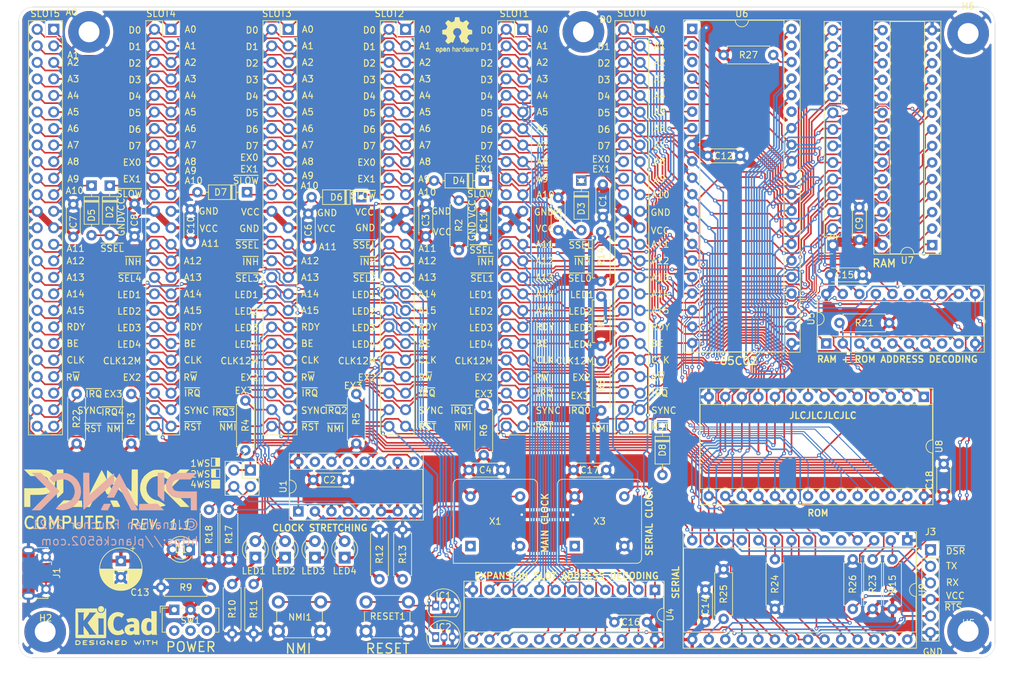
<source format=kicad_pcb>
(kicad_pcb (version 20171130) (host pcbnew "(5.1.10-1-10_14)")
  (layers (0 F.Cu signal) (31 B.Cu signal) (34 B.Paste user) (35 F.Paste user) (36 B.SilkS user) (37 F.SilkS user) (38 B.Mask user) (39 F.Mask user) (44 Edge.Cuts user))
  (net 0 "")
  (net 1 RDY)
  (net 2 A15)
  (net 3 A14)
  (net 4 A13)
  (net 5 A12)
  (net 6 A11)
  (net 7 GND)
  (net 8 +5V)
  (net 9 A10)
  (net 10 A9)
  (net 11 A8)
  (net 12 D7)
  (net 13 A7)
  (net 14 D6)
  (net 15 A6)
  (net 16 D5)
  (net 17 A5)
  (net 18 D4)
  (net 19 A4)
  (net 20 D3)
  (net 21 A3)
  (net 22 D2)
  (net 23 A2)
  (net 24 D1)
  (net 25 A1)
  (net 26 D0)
  (net 27 A0)
  (net 28 CLK)
  (net 29 BE)
  (net 30 SYNC)
  (net 31 EX1)
  (net 32 EX0)
  (net 33 "Net-(D1-Pad1)")
  (net 34 LED1)
  (net 35 LED2)
  (net 36 LED3)
  (net 37 LED4)
  (net 38 "Net-(LED1-Pad1)")
  (net 39 "Net-(LED2-Pad1)")
  (net 40 "Net-(LED3-Pad1)")
  (net 41 "Net-(LED4-Pad1)")
  (net 42 ~INH~)
  (net 43 ~RESET~)
  (net 44 R~W~)
  (net 45 "Net-(J1-Pad3)")
  (net 46 "Net-(J1-Pad4)")
  (net 47 "Net-(J1-Pad1)")
  (net 48 "Net-(J1-Pad2)")
  (net 49 "Net-(X1-Pad1)")
  (net 50 ~SSEL~)
  (net 51 ~IRQ4~)
  (net 52 ~IRQ3~)
  (net 53 ~IRQ2~)
  (net 54 ~IRQ1~)
  (net 55 ~NMI~)
  (net 56 ~IRQ~)
  (net 57 CLK_12M)
  (net 58 "Net-(U1-Pad15)")
  (net 59 "Net-(U1-Pad13)")
  (net 60 "Net-(U1-Pad11)")
  (net 61 /CLK_24M)
  (net 62 "Net-(U4-Pad16)")
  (net 63 EX3)
  (net 64 EX2)
  (net 65 ~SLOT1~)
  (net 66 ~SLOT2~)
  (net 67 ~SLOT3~)
  (net 68 ~SLOT4~)
  (net 69 ~SLOT5~)
  (net 70 /DS2)
  (net 71 /DS1)
  (net 72 ~IRQ5~)
  (net 73 ~ROM_CS~)
  (net 74 ~RAM_CS~)
  (net 75 ~RAMW~)
  (net 76 "Net-(U5-Pad15)")
  (net 77 "Net-(U6-Pad39)")
  (net 78 "Net-(U6-Pad35)")
  (net 79 "Net-(U6-Pad5)")
  (net 80 "Net-(U6-Pad3)")
  (net 81 "Net-(U6-Pad1)")
  (net 82 "Net-(U9-Pad7)")
  (net 83 "Net-(U9-Pad6)")
  (net 84 "Net-(U9-Pad5)")
  (net 85 ~SLOW~)
  (net 86 "Net-(R15-Pad1)")
  (net 87 ~SER~)
  (net 88 ~SER_IRQ~)
  (net 89 ~IRQ0~)
  (net 90 /~RTS~)
  (net 91 /~DSR~)
  (net 92 ~SLOT0~)
  (net 93 "Net-(U9-Pad11)")
  (net 94 "Net-(R23-Pad2)")
  (net 95 ~SIRQ~)
  (net 96 "Net-(X3-Pad1)")
  (net 97 /~CTS~)
  (net 98 "Net-(R25-Pad2)")
  (net 99 "Net-(R27-Pad2)")
  (net 100 /RX)
  (net 101 /TX)
  (net 102 "Net-(D2-Pad1)")
  (net 103 "Net-(D3-Pad1)")
  (net 104 "Net-(D4-Pad1)")
  (net 105 "Net-(D5-Pad1)")
  (net 106 "Net-(D6-Pad1)")
  (net 107 "Net-(D7-Pad1)")
  (module Package_TO_SOT_THT:TO-92L_Inline (layer F.Cu) (at 64.008 96.774)
    (fp_text reference IC2 (at 1.19 -1.524) (layer F.SilkS))
    (fp_text value DS1813-10+)
    (pad 1 thru_hole rect (at 0 0) (size 1.05 1.5) (drill 0.75) (layers *.Cu *.Mask) (net 55 ~NMI~))
    (pad 3 thru_hole oval (at 2.54 0) (size 1.05 1.5) (drill 0.75) (layers *.Cu *.Mask) (net 7 GND))
    (pad 2 thru_hole oval (at 1.27 0) (size 1.05 1.5) (drill 0.75) (layers *.Cu *.Mask) (net 8 +5V))
  )
  (module Package_TO_SOT_THT:TO-92L_Inline (layer F.Cu) (at 64.008 91.948)
    (fp_text reference IC1 (at 1.19 -1.524) (layer F.SilkS))
    (fp_text value DS1813-10+)
    (pad 1 thru_hole rect (at 0 0) (size 1.05 1.5) (drill 0.75) (layers *.Cu *.Mask) (net 43 ~RESET~))
    (pad 3 thru_hole oval (at 2.54 0) (size 1.05 1.5) (drill 0.75) (layers *.Cu *.Mask) (net 7 GND))
    (pad 2 thru_hole oval (at 1.27 0) (size 1.05 1.5) (drill 0.75) (layers *.Cu *.Mask) (net 8 +5V))
  )
  (module Capacitor_THT:C_Disc_D4.3mm_W1.9mm_P5.00mm (layer F.Cu) (at 141.986 75.184 90)
    (fp_text reference C18 (at 2.5 -2.2 90) (layer F.SilkS))
    (fp_text value 10n)
    (pad 2 thru_hole circle (at 5 0 90) (size 1.6 1.6) (drill 0.8) (layers *.Cu *.Mask) (net 7 GND))
    (pad 1 thru_hole circle (at 0 0 90) (size 1.6 1.6) (drill 0.8) (layers *.Cu *.Mask) (net 8 +5V))
  )
  (module Resistor_THT:R_Axial_DIN0207_L6.3mm_D2.5mm_P7.62mm_Horizontal (layer F.Cu) (at 108.204 7.366)
    (fp_text reference R27 (at 3.81 0) (layer F.SilkS))
    (fp_text value 10k)
    (pad 2 thru_hole oval (at 7.62 0) (size 1.6 1.6) (drill 0.8) (layers *.Cu *.Mask) (net 99 "Net-(R27-Pad2)"))
    (pad 1 thru_hole circle (at 0 0) (size 1.6 1.6) (drill 0.8) (layers *.Cu *.Mask) (net 8 +5V))
  )
  (module Package_DIP:DIP-28_W15.24mm_Socket (layer F.Cu) (at 138.938 59.8805 270)
    (fp_text reference U8 (at 7.62 -2.33 90) (layer F.SilkS))
    (fp_text value 28C256)
    (pad 28 thru_hole oval (at 15.24 0 270) (size 1.6 1.6) (drill 0.8) (layers *.Cu *.Mask) (net 8 +5V))
    (pad 14 thru_hole oval (at 0 33.02 270) (size 1.6 1.6) (drill 0.8) (layers *.Cu *.Mask) (net 7 GND))
    (pad 27 thru_hole oval (at 15.24 2.54 270) (size 1.6 1.6) (drill 0.8) (layers *.Cu *.Mask) (net 94 "Net-(R23-Pad2)"))
    (pad 13 thru_hole oval (at 0 30.48 270) (size 1.6 1.6) (drill 0.8) (layers *.Cu *.Mask) (net 22 D2))
    (pad 26 thru_hole oval (at 15.24 5.08 270) (size 1.6 1.6) (drill 0.8) (layers *.Cu *.Mask) (net 4 A13))
    (pad 12 thru_hole oval (at 0 27.94 270) (size 1.6 1.6) (drill 0.8) (layers *.Cu *.Mask) (net 24 D1))
    (pad 25 thru_hole oval (at 15.24 7.62 270) (size 1.6 1.6) (drill 0.8) (layers *.Cu *.Mask) (net 11 A8))
    (pad 11 thru_hole oval (at 0 25.4 270) (size 1.6 1.6) (drill 0.8) (layers *.Cu *.Mask) (net 26 D0))
    (pad 24 thru_hole oval (at 15.24 10.16 270) (size 1.6 1.6) (drill 0.8) (layers *.Cu *.Mask) (net 10 A9))
    (pad 10 thru_hole oval (at 0 22.86 270) (size 1.6 1.6) (drill 0.8) (layers *.Cu *.Mask) (net 27 A0))
    (pad 23 thru_hole oval (at 15.24 12.7 270) (size 1.6 1.6) (drill 0.8) (layers *.Cu *.Mask) (net 6 A11))
    (pad 9 thru_hole oval (at 0 20.32 270) (size 1.6 1.6) (drill 0.8) (layers *.Cu *.Mask) (net 25 A1))
    (pad 22 thru_hole oval (at 15.24 15.24 270) (size 1.6 1.6) (drill 0.8) (layers *.Cu *.Mask) (net 73 ~ROM_CS~))
    (pad 8 thru_hole oval (at 0 17.78 270) (size 1.6 1.6) (drill 0.8) (layers *.Cu *.Mask) (net 23 A2))
    (pad 21 thru_hole oval (at 15.24 17.78 270) (size 1.6 1.6) (drill 0.8) (layers *.Cu *.Mask) (net 9 A10))
    (pad 7 thru_hole oval (at 0 15.24 270) (size 1.6 1.6) (drill 0.8) (layers *.Cu *.Mask) (net 21 A3))
    (pad 20 thru_hole oval (at 15.24 20.32 270) (size 1.6 1.6) (drill 0.8) (layers *.Cu *.Mask) (net 7 GND))
    (pad 6 thru_hole oval (at 0 12.7 270) (size 1.6 1.6) (drill 0.8) (layers *.Cu *.Mask) (net 19 A4))
    (pad 19 thru_hole oval (at 15.24 22.86 270) (size 1.6 1.6) (drill 0.8) (layers *.Cu *.Mask) (net 12 D7))
    (pad 5 thru_hole oval (at 0 10.16 270) (size 1.6 1.6) (drill 0.8) (layers *.Cu *.Mask) (net 17 A5))
    (pad 18 thru_hole oval (at 15.24 25.4 270) (size 1.6 1.6) (drill 0.8) (layers *.Cu *.Mask) (net 14 D6))
    (pad 4 thru_hole oval (at 0 7.62 270) (size 1.6 1.6) (drill 0.8) (layers *.Cu *.Mask) (net 15 A6))
    (pad 17 thru_hole oval (at 15.24 27.94 270) (size 1.6 1.6) (drill 0.8) (layers *.Cu *.Mask) (net 16 D5))
    (pad 3 thru_hole oval (at 0 5.08 270) (size 1.6 1.6) (drill 0.8) (layers *.Cu *.Mask) (net 13 A7))
    (pad 16 thru_hole oval (at 15.24 30.48 270) (size 1.6 1.6) (drill 0.8) (layers *.Cu *.Mask) (net 18 D4))
    (pad 2 thru_hole oval (at 0 2.54 270) (size 1.6 1.6) (drill 0.8) (layers *.Cu *.Mask) (net 5 A12))
    (pad 15 thru_hole oval (at 15.24 33.02 270) (size 1.6 1.6) (drill 0.8) (layers *.Cu *.Mask) (net 20 D3))
    (pad 1 thru_hole rect (at 0 0 270) (size 1.6 1.6) (drill 0.8) (layers *.Cu *.Mask) (net 3 A14))
  )
  (module Resistor_THT:R_Axial_DIN0207_L6.3mm_D2.5mm_P7.62mm_Horizontal (layer F.Cu) (at 128.016 84.836 270)
    (fp_text reference R26 (at 3.81 0 90) (layer F.SilkS))
    (fp_text value 10k)
    (pad 2 thru_hole oval (at 7.62 0 270) (size 1.6 1.6) (drill 0.8) (layers *.Cu *.Mask) (net 91 /~DSR~))
    (pad 1 thru_hole circle (at 0 0 270) (size 1.6 1.6) (drill 0.8) (layers *.Cu *.Mask) (net 7 GND))
  )
  (module Resistor_THT:R_Axial_DIN0207_L6.3mm_D2.5mm_P7.62mm_Horizontal (layer F.Cu) (at 108.204 86.36 270)
    (fp_text reference R25 (at 3.81 0 90) (layer F.SilkS))
    (fp_text value 10k)
    (pad 2 thru_hole oval (at 7.62 0 270) (size 1.6 1.6) (drill 0.8) (layers *.Cu *.Mask) (net 98 "Net-(R25-Pad2)"))
    (pad 1 thru_hole circle (at 0 0 270) (size 1.6 1.6) (drill 0.8) (layers *.Cu *.Mask) (net 7 GND))
  )
  (module Resistor_THT:R_Axial_DIN0207_L6.3mm_D2.5mm_P7.62mm_Horizontal (layer F.Cu) (at 116.078 92.456 90)
    (fp_text reference R24 (at 3.81 0 90) (layer F.SilkS))
    (fp_text value 10k)
    (pad 2 thru_hole oval (at 7.62 0 90) (size 1.6 1.6) (drill 0.8) (layers *.Cu *.Mask) (net 97 /~CTS~))
    (pad 1 thru_hole circle (at 0 0 90) (size 1.6 1.6) (drill 0.8) (layers *.Cu *.Mask) (net 7 GND))
  )
  (module Resistor_THT:R_Axial_DIN0207_L6.3mm_D2.5mm_P7.62mm_Horizontal (layer F.Cu) (at 131.064 92.456 90)
    (fp_text reference R23 (at 3.81 0 90) (layer F.SilkS))
    (fp_text value 10k)
    (pad 2 thru_hole oval (at 7.62 0 90) (size 1.6 1.6) (drill 0.8) (layers *.Cu *.Mask) (net 94 "Net-(R23-Pad2)"))
    (pad 1 thru_hole circle (at 0 0 90) (size 1.6 1.6) (drill 0.8) (layers *.Cu *.Mask) (net 8 +5V))
  )
  (module Resistor_THT:R_Axial_DIN0207_L6.3mm_D2.5mm_P7.62mm_Horizontal (layer F.Cu) (at 8.89 67.056 90)
    (fp_text reference R22 (at 3.81 0 90) (layer F.SilkS))
    (fp_text value 1k)
    (pad 2 thru_hole oval (at 7.62 0 90) (size 1.6 1.6) (drill 0.8) (layers *.Cu *.Mask) (net 72 ~IRQ5~))
    (pad 1 thru_hole circle (at 0 0 90) (size 1.6 1.6) (drill 0.8) (layers *.Cu *.Mask) (net 8 +5V))
  )
  (module Resistor_THT:R_Axial_DIN0207_L6.3mm_D2.5mm_P7.62mm_Horizontal (layer F.Cu) (at 133.604 48.514 180)
    (fp_text reference R21 (at 3.81 0) (layer F.SilkS))
    (fp_text value 1k)
    (pad 2 thru_hole oval (at 7.62 0 180) (size 1.6 1.6) (drill 0.8) (layers *.Cu *.Mask) (net 89 ~IRQ0~))
    (pad 1 thru_hole circle (at 0 0 180) (size 1.6 1.6) (drill 0.8) (layers *.Cu *.Mask) (net 8 +5V))
  )
  (module Resistor_THT:R_Axial_DIN0207_L6.3mm_D2.5mm_P7.62mm_Horizontal (layer F.Cu) (at 29.21 84.836 90)
    (fp_text reference R18 (at 3.81 0 90) (layer F.SilkS))
    (fp_text value 1k)
    (pad 2 thru_hole oval (at 7.62 0 90) (size 1.6 1.6) (drill 0.8) (layers *.Cu *.Mask) (net 70 /DS2))
    (pad 1 thru_hole circle (at 0 0 90) (size 1.6 1.6) (drill 0.8) (layers *.Cu *.Mask) (net 8 +5V))
  )
  (module Resistor_THT:R_Axial_DIN0207_L6.3mm_D2.5mm_P7.62mm_Horizontal (layer F.Cu) (at 32.258 84.836 90)
    (fp_text reference R17 (at 3.81 0 90) (layer F.SilkS))
    (fp_text value 1k)
    (pad 2 thru_hole oval (at 7.62 0 90) (size 1.6 1.6) (drill 0.8) (layers *.Cu *.Mask) (net 71 /DS1))
    (pad 1 thru_hole circle (at 0 0 90) (size 1.6 1.6) (drill 0.8) (layers *.Cu *.Mask) (net 8 +5V))
  )
  (module Resistor_THT:R_Axial_DIN0207_L6.3mm_D2.5mm_P7.62mm_Horizontal (layer F.Cu) (at 134.112 84.836 270)
    (fp_text reference R15 (at 3.81 0 90) (layer F.SilkS))
    (fp_text value 10k)
    (pad 2 thru_hole oval (at 7.62 0 270) (size 1.6 1.6) (drill 0.8) (layers *.Cu *.Mask) (net 8 +5V))
    (pad 1 thru_hole circle (at 0 0 270) (size 1.6 1.6) (drill 0.8) (layers *.Cu *.Mask) (net 86 "Net-(R15-Pad1)"))
  )
  (module Resistor_THT:R_Axial_DIN0207_L6.3mm_D2.5mm_P7.62mm_Horizontal (layer F.Cu) (at 89.408 42.164 90)
    (fp_text reference R14 (at 3.81 0 90) (layer F.SilkS))
    (fp_text value 1k)
    (pad 2 thru_hole oval (at 7.62 0 90) (size 1.6 1.6) (drill 0.8) (layers *.Cu *.Mask) (net 42 ~INH~))
    (pad 1 thru_hole circle (at 0 0 90) (size 1.6 1.6) (drill 0.8) (layers *.Cu *.Mask) (net 8 +5V))
  )
  (module Resistor_THT:R_Axial_DIN0207_L6.3mm_D2.5mm_P7.62mm_Horizontal (layer F.Cu) (at 58.928 87.884 90)
    (fp_text reference R13 (at 3.81 0 90) (layer F.SilkS))
    (fp_text value 330R)
    (pad 2 thru_hole oval (at 7.62 0 90) (size 1.6 1.6) (drill 0.8) (layers *.Cu *.Mask) (net 7 GND))
    (pad 1 thru_hole circle (at 0 0 90) (size 1.6 1.6) (drill 0.8) (layers *.Cu *.Mask) (net 41 "Net-(LED4-Pad1)"))
  )
  (module Resistor_THT:R_Axial_DIN0207_L6.3mm_D2.5mm_P7.62mm_Horizontal (layer F.Cu) (at 55.372 87.884 90)
    (fp_text reference R12 (at 3.81 0 90) (layer F.SilkS))
    (fp_text value 330R)
    (pad 2 thru_hole oval (at 7.62 0 90) (size 1.6 1.6) (drill 0.8) (layers *.Cu *.Mask) (net 7 GND))
    (pad 1 thru_hole circle (at 0 0 90) (size 1.6 1.6) (drill 0.8) (layers *.Cu *.Mask) (net 40 "Net-(LED3-Pad1)"))
  )
  (module Resistor_THT:R_Axial_DIN0207_L6.3mm_D2.5mm_P7.62mm_Horizontal (layer F.Cu) (at 36.068 88.646 270)
    (fp_text reference R11 (at 3.81 0 90) (layer F.SilkS))
    (fp_text value 330R)
    (pad 2 thru_hole oval (at 7.62 0 270) (size 1.6 1.6) (drill 0.8) (layers *.Cu *.Mask) (net 7 GND))
    (pad 1 thru_hole circle (at 0 0 270) (size 1.6 1.6) (drill 0.8) (layers *.Cu *.Mask) (net 39 "Net-(LED2-Pad1)"))
  )
  (module Resistor_THT:R_Axial_DIN0207_L6.3mm_D2.5mm_P7.62mm_Horizontal (layer F.Cu) (at 32.766 88.646 270)
    (fp_text reference R10 (at 3.81 0 90) (layer F.SilkS))
    (fp_text value 330R)
    (pad 2 thru_hole oval (at 7.62 0 270) (size 1.6 1.6) (drill 0.8) (layers *.Cu *.Mask) (net 7 GND))
    (pad 1 thru_hole circle (at 0 0 270) (size 1.6 1.6) (drill 0.8) (layers *.Cu *.Mask) (net 38 "Net-(LED1-Pad1)"))
  )
  (module Resistor_THT:R_Axial_DIN0207_L6.3mm_D2.5mm_P7.62mm_Horizontal (layer F.Cu) (at 29.464 89.154 180)
    (fp_text reference R9 (at 3.81 0) (layer F.SilkS))
    (fp_text value 330R)
    (pad 2 thru_hole oval (at 7.62 0 180) (size 1.6 1.6) (drill 0.8) (layers *.Cu *.Mask) (net 7 GND))
    (pad 1 thru_hole circle (at 0 0 180) (size 1.6 1.6) (drill 0.8) (layers *.Cu *.Mask) (net 33 "Net-(D1-Pad1)"))
  )
  (module Resistor_THT:R_Axial_DIN0207_L6.3mm_D2.5mm_P7.62mm_Horizontal (layer F.Cu) (at 89.408 61.976 90)
    (fp_text reference R8 (at 3.81 0 90) (layer F.SilkS))
    (fp_text value 10k)
    (pad 2 thru_hole oval (at 7.62 0 90) (size 1.6 1.6) (drill 0.8) (layers *.Cu *.Mask) (net 29 BE))
    (pad 1 thru_hole circle (at 0 0 90) (size 1.6 1.6) (drill 0.8) (layers *.Cu *.Mask) (net 8 +5V))
  )
  (module Resistor_THT:R_Axial_DIN0207_L6.3mm_D2.5mm_P7.62mm_Horizontal (layer F.Cu) (at 71.374 68.834 90)
    (fp_text reference R6 (at 3.81 0 90) (layer F.SilkS))
    (fp_text value 1k)
    (pad 2 thru_hole oval (at 7.62 0 90) (size 1.6 1.6) (drill 0.8) (layers *.Cu *.Mask) (net 54 ~IRQ1~))
    (pad 1 thru_hole circle (at 0 0 90) (size 1.6 1.6) (drill 0.8) (layers *.Cu *.Mask) (net 8 +5V))
  )
  (module Resistor_THT:R_Axial_DIN0207_L6.3mm_D2.5mm_P7.62mm_Horizontal (layer F.Cu) (at 51.816 67.056 90)
    (fp_text reference R5 (at 3.81 0 90) (layer F.SilkS))
    (fp_text value 1k)
    (pad 2 thru_hole oval (at 7.62 0 90) (size 1.6 1.6) (drill 0.8) (layers *.Cu *.Mask) (net 53 ~IRQ2~))
    (pad 1 thru_hole circle (at 0 0 90) (size 1.6 1.6) (drill 0.8) (layers *.Cu *.Mask) (net 8 +5V))
  )
  (module Resistor_THT:R_Axial_DIN0207_L6.3mm_D2.5mm_P7.62mm_Horizontal (layer F.Cu) (at 34.798 68.072 90)
    (fp_text reference R4 (at 3.81 0 90) (layer F.SilkS))
    (fp_text value 1k)
    (pad 2 thru_hole oval (at 7.62 0 90) (size 1.6 1.6) (drill 0.8) (layers *.Cu *.Mask) (net 52 ~IRQ3~))
    (pad 1 thru_hole circle (at 0 0 90) (size 1.6 1.6) (drill 0.8) (layers *.Cu *.Mask) (net 8 +5V))
  )
  (module Resistor_THT:R_Axial_DIN0207_L6.3mm_D2.5mm_P7.62mm_Horizontal (layer F.Cu) (at 17.272 67.056 90)
    (fp_text reference R3 (at 3.81 0 90) (layer F.SilkS))
    (fp_text value 1k)
    (pad 2 thru_hole oval (at 7.62 0 90) (size 1.6 1.6) (drill 0.8) (layers *.Cu *.Mask) (net 51 ~IRQ4~))
    (pad 1 thru_hole circle (at 0 0 90) (size 1.6 1.6) (drill 0.8) (layers *.Cu *.Mask) (net 8 +5V))
  )
  (module Resistor_THT:R_Axial_DIN0207_L6.3mm_D2.5mm_P7.62mm_Horizontal (layer F.Cu) (at 67.564 37.338 90)
    (fp_text reference R2 (at 3.81 0 90) (layer F.SilkS))
    (fp_text value 1k)
    (pad 2 thru_hole oval (at 7.62 0 90) (size 1.6 1.6) (drill 0.8) (layers *.Cu *.Mask) (net 85 ~SLOW~))
    (pad 1 thru_hole circle (at 0 0 90) (size 1.6 1.6) (drill 0.8) (layers *.Cu *.Mask) (net 8 +5V))
  )
  (module Resistor_THT:R_Axial_DIN0207_L6.3mm_D2.5mm_P7.62mm_Horizontal (layer F.Cu) (at 89.408 52.07 90)
    (fp_text reference R1 (at 3.81 0 90) (layer F.SilkS))
    (fp_text value 10k)
    (pad 2 thru_hole oval (at 7.62 0 90) (size 1.6 1.6) (drill 0.8) (layers *.Cu *.Mask) (net 1 RDY))
    (pad 1 thru_hole circle (at 0 0 90) (size 1.6 1.6) (drill 0.8) (layers *.Cu *.Mask) (net 8 +5V))
  )
  (module Logo:logo-sm (layer B.Cu) (at 14.732 74.422 180)
    (fp_text reference G*** hide)
    (fp_text value LOGO hide)
  )
  (module Symbol:KiCad-Logo2_5mm_SilkScreen (layer F.Cu) (at 14.986 94.996)
    (fp_text reference REF** hide)
    (fp_text value KiCad-Logo2_5mm_SilkScreen hide)
  )
  (module Symbol:OSHW-Logo2_7.3x6mm_SilkScreen (layer F.Cu) (at 67.31 4.318)
    (fp_text reference REF** hide)
    (fp_text value OSHW-Logo2_7.3x6mm_SilkScreen hide)
  )
  (module Logo:logo-sm (layer F.Cu) (at 13.462 73.914)
    (fp_text reference G*** hide)
    (fp_text value LOGO hide)
  )
  (module Connector_PinSocket_2.54mm:PinSocket_1x14_P2.54mm_Vertical (layer F.Cu) (at 124.968 36.576 180)
    (fp_text reference J4 (at 0 1.27) (layer F.SilkS))
    (fp_text value Conn_01x14)
    (pad 14 thru_hole oval (at 0 33.02 180) (size 1.7 1.7) (drill 1) (layers *.Cu *.Mask) (net 20 D3))
    (pad 13 thru_hole oval (at 0 30.48 180) (size 1.7 1.7) (drill 1) (layers *.Cu *.Mask) (net 18 D4))
    (pad 12 thru_hole oval (at 0 27.94 180) (size 1.7 1.7) (drill 1) (layers *.Cu *.Mask) (net 16 D5))
    (pad 11 thru_hole oval (at 0 25.4 180) (size 1.7 1.7) (drill 1) (layers *.Cu *.Mask) (net 14 D6))
    (pad 10 thru_hole oval (at 0 22.86 180) (size 1.7 1.7) (drill 1) (layers *.Cu *.Mask) (net 12 D7))
    (pad 9 thru_hole oval (at 0 20.32 180) (size 1.7 1.7) (drill 1) (layers *.Cu *.Mask) (net 74 ~RAM_CS~))
    (pad 8 thru_hole oval (at 0 17.78 180) (size 1.7 1.7) (drill 1) (layers *.Cu *.Mask) (net 9 A10))
    (pad 7 thru_hole oval (at 0 15.24 180) (size 1.7 1.7) (drill 1) (layers *.Cu *.Mask) (net 7 GND))
    (pad 6 thru_hole oval (at 0 12.7 180) (size 1.7 1.7) (drill 1) (layers *.Cu *.Mask) (net 6 A11))
    (pad 5 thru_hole oval (at 0 10.16 180) (size 1.7 1.7) (drill 1) (layers *.Cu *.Mask) (net 10 A9))
    (pad 4 thru_hole oval (at 0 7.62 180) (size 1.7 1.7) (drill 1) (layers *.Cu *.Mask) (net 11 A8))
    (pad 3 thru_hole oval (at 0 5.08 180) (size 1.7 1.7) (drill 1) (layers *.Cu *.Mask) (net 4 A13))
    (pad 2 thru_hole oval (at 0 2.54 180) (size 1.7 1.7) (drill 1) (layers *.Cu *.Mask) (net 75 ~RAMW~))
    (pad 1 thru_hole rect (at 0 0 180) (size 1.7 1.7) (drill 1) (layers *.Cu *.Mask) (net 8 +5V))
  )
  (module Capacitor_THT:C_Disc_D4.3mm_W1.9mm_P5.00mm (layer F.Cu) (at 82.804 34.29 90)
    (fp_text reference C5 (at 2.5 0 90) (layer F.SilkS))
    (fp_text value 10n)
    (pad 2 thru_hole circle (at 5 0 90) (size 1.6 1.6) (drill 0.8) (layers *.Cu *.Mask) (net 8 +5V))
    (pad 1 thru_hole circle (at 0 0 90) (size 1.6 1.6) (drill 0.8) (layers *.Cu *.Mask) (net 7 GND))
  )
  (module Package_DIP:DIP-28_W7.62mm_Socket (layer F.Cu) (at 140.208 36.576 180)
    (fp_text reference U7 (at 3.81 -2.33) (layer F.SilkS))
    (fp_text value HM62256BLP)
    (pad 28 thru_hole oval (at 7.62 0 180) (size 1.6 1.6) (drill 0.8) (layers *.Cu *.Mask) (net 8 +5V))
    (pad 14 thru_hole oval (at 0 33.02 180) (size 1.6 1.6) (drill 0.8) (layers *.Cu *.Mask) (net 7 GND))
    (pad 27 thru_hole oval (at 7.62 2.54 180) (size 1.6 1.6) (drill 0.8) (layers *.Cu *.Mask) (net 75 ~RAMW~))
    (pad 13 thru_hole oval (at 0 30.48 180) (size 1.6 1.6) (drill 0.8) (layers *.Cu *.Mask) (net 22 D2))
    (pad 26 thru_hole oval (at 7.62 5.08 180) (size 1.6 1.6) (drill 0.8) (layers *.Cu *.Mask) (net 4 A13))
    (pad 12 thru_hole oval (at 0 27.94 180) (size 1.6 1.6) (drill 0.8) (layers *.Cu *.Mask) (net 24 D1))
    (pad 25 thru_hole oval (at 7.62 7.62 180) (size 1.6 1.6) (drill 0.8) (layers *.Cu *.Mask) (net 11 A8))
    (pad 11 thru_hole oval (at 0 25.4 180) (size 1.6 1.6) (drill 0.8) (layers *.Cu *.Mask) (net 26 D0))
    (pad 24 thru_hole oval (at 7.62 10.16 180) (size 1.6 1.6) (drill 0.8) (layers *.Cu *.Mask) (net 10 A9))
    (pad 10 thru_hole oval (at 0 22.86 180) (size 1.6 1.6) (drill 0.8) (layers *.Cu *.Mask) (net 27 A0))
    (pad 23 thru_hole oval (at 7.62 12.7 180) (size 1.6 1.6) (drill 0.8) (layers *.Cu *.Mask) (net 6 A11))
    (pad 9 thru_hole oval (at 0 20.32 180) (size 1.6 1.6) (drill 0.8) (layers *.Cu *.Mask) (net 25 A1))
    (pad 22 thru_hole oval (at 7.62 15.24 180) (size 1.6 1.6) (drill 0.8) (layers *.Cu *.Mask) (net 7 GND))
    (pad 8 thru_hole oval (at 0 17.78 180) (size 1.6 1.6) (drill 0.8) (layers *.Cu *.Mask) (net 23 A2))
    (pad 21 thru_hole oval (at 7.62 17.78 180) (size 1.6 1.6) (drill 0.8) (layers *.Cu *.Mask) (net 9 A10))
    (pad 7 thru_hole oval (at 0 15.24 180) (size 1.6 1.6) (drill 0.8) (layers *.Cu *.Mask) (net 21 A3))
    (pad 20 thru_hole oval (at 7.62 20.32 180) (size 1.6 1.6) (drill 0.8) (layers *.Cu *.Mask) (net 74 ~RAM_CS~))
    (pad 6 thru_hole oval (at 0 12.7 180) (size 1.6 1.6) (drill 0.8) (layers *.Cu *.Mask) (net 19 A4))
    (pad 19 thru_hole oval (at 7.62 22.86 180) (size 1.6 1.6) (drill 0.8) (layers *.Cu *.Mask) (net 12 D7))
    (pad 5 thru_hole oval (at 0 10.16 180) (size 1.6 1.6) (drill 0.8) (layers *.Cu *.Mask) (net 17 A5))
    (pad 18 thru_hole oval (at 7.62 25.4 180) (size 1.6 1.6) (drill 0.8) (layers *.Cu *.Mask) (net 14 D6))
    (pad 4 thru_hole oval (at 0 7.62 180) (size 1.6 1.6) (drill 0.8) (layers *.Cu *.Mask) (net 15 A6))
    (pad 17 thru_hole oval (at 7.62 27.94 180) (size 1.6 1.6) (drill 0.8) (layers *.Cu *.Mask) (net 16 D5))
    (pad 3 thru_hole oval (at 0 5.08 180) (size 1.6 1.6) (drill 0.8) (layers *.Cu *.Mask) (net 13 A7))
    (pad 16 thru_hole oval (at 7.62 30.48 180) (size 1.6 1.6) (drill 0.8) (layers *.Cu *.Mask) (net 18 D4))
    (pad 2 thru_hole oval (at 0 2.54 180) (size 1.6 1.6) (drill 0.8) (layers *.Cu *.Mask) (net 5 A12))
    (pad 15 thru_hole oval (at 7.62 33.02 180) (size 1.6 1.6) (drill 0.8) (layers *.Cu *.Mask) (net 20 D3))
    (pad 1 thru_hole rect (at 0 0 180) (size 1.6 1.6) (drill 0.8) (layers *.Cu *.Mask) (net 3 A14))
  )
  (module LED_THT:LED_D3.0mm (layer F.Cu) (at 50.038 84.582 90)
    (fp_text reference LED4 (at -2.032 0 180) (layer F.SilkS))
    (fp_text value LED)
    (pad 2 thru_hole circle (at 2.54 0 90) (size 1.8 1.8) (drill 0.9) (layers *.Cu *.Mask) (net 37 LED4))
    (pad 1 thru_hole rect (at 0 0 90) (size 1.8 1.8) (drill 0.9) (layers *.Cu *.Mask) (net 41 "Net-(LED4-Pad1)"))
  )
  (module LED_THT:LED_D3.0mm (layer F.Cu) (at 45.466 84.582 90)
    (fp_text reference LED3 (at -2.032 -0.254 180) (layer F.SilkS))
    (fp_text value LED)
    (pad 2 thru_hole circle (at 2.54 0 90) (size 1.8 1.8) (drill 0.9) (layers *.Cu *.Mask) (net 36 LED3))
    (pad 1 thru_hole rect (at 0 0 90) (size 1.8 1.8) (drill 0.9) (layers *.Cu *.Mask) (net 40 "Net-(LED3-Pad1)"))
  )
  (module LED_THT:LED_D3.0mm (layer F.Cu) (at 40.894 84.582 90)
    (fp_text reference LED2 (at -2.032 -0.254 180) (layer F.SilkS))
    (fp_text value LED)
    (pad 2 thru_hole circle (at 2.54 0 90) (size 1.8 1.8) (drill 0.9) (layers *.Cu *.Mask) (net 35 LED2))
    (pad 1 thru_hole rect (at 0 0 90) (size 1.8 1.8) (drill 0.9) (layers *.Cu *.Mask) (net 39 "Net-(LED2-Pad1)"))
  )
  (module LED_THT:LED_D3.0mm (layer F.Cu) (at 36.322 84.582 90)
    (fp_text reference LED1 (at -2.032 -0.254 180) (layer F.SilkS))
    (fp_text value LED)
    (pad 2 thru_hole circle (at 2.54 0 90) (size 1.8 1.8) (drill 0.9) (layers *.Cu *.Mask) (net 34 LED1))
    (pad 1 thru_hole rect (at 0 0 90) (size 1.8 1.8) (drill 0.9) (layers *.Cu *.Mask) (net 38 "Net-(LED1-Pad1)"))
  )
  (module LED_THT:LED_D3.0mm (layer F.Cu) (at 26.162 83.312 180)
    (fp_text reference D1 (at 1.27 0) (layer F.SilkS))
    (fp_text value LED)
    (pad 2 thru_hole circle (at 2.54 0 180) (size 1.8 1.8) (drill 0.9) (layers *.Cu *.Mask) (net 8 +5V))
    (pad 1 thru_hole rect (at 0 0 180) (size 1.8 1.8) (drill 0.9) (layers *.Cu *.Mask) (net 33 "Net-(D1-Pad1)"))
  )
  (module Capacitor_THT:C_Disc_D4.3mm_W1.9mm_P5.00mm (layer F.Cu) (at 90.17 71.12 180)
    (fp_text reference C17 (at 2.54 0) (layer F.SilkS))
    (fp_text value 10n)
    (pad 2 thru_hole circle (at 5 0 180) (size 1.6 1.6) (drill 0.8) (layers *.Cu *.Mask) (net 8 +5V))
    (pad 1 thru_hole circle (at 0 0 180) (size 1.6 1.6) (drill 0.8) (layers *.Cu *.Mask) (net 7 GND))
  )
  (module Oscillator:Oscillator_DIP-8 (layer F.Cu) (at 85.344 82.804)
    (fp_text reference X3 (at 3.81 -3.81) (layer F.SilkS))
    (fp_text value 1.8432MHz)
    (pad 4 thru_hole circle (at 7.62 0) (size 1.6 1.6) (drill 0.8) (layers *.Cu *.Mask) (net 7 GND))
    (pad 5 thru_hole circle (at 7.62 -7.62) (size 1.6 1.6) (drill 0.8) (layers *.Cu *.Mask) (net 83 "Net-(U9-Pad6)"))
    (pad 8 thru_hole circle (at 0 -7.62) (size 1.6 1.6) (drill 0.8) (layers *.Cu *.Mask) (net 8 +5V))
    (pad 1 thru_hole rect (at 0 0) (size 1.6 1.6) (drill 0.8) (layers *.Cu *.Mask) (net 96 "Net-(X3-Pad1)"))
  )
  (module Package_DIP:DIP-20_W7.62mm_Socket (layer F.Cu) (at 123.952 51.689 90)
    (fp_text reference U5 (at 3.81 -2.33 90) (layer F.SilkS))
    (fp_text value GAL16V8)
    (pad 20 thru_hole oval (at 7.62 0 90) (size 1.6 1.6) (drill 0.8) (layers *.Cu *.Mask) (net 8 +5V))
    (pad 10 thru_hole oval (at 0 22.86 90) (size 1.6 1.6) (drill 0.8) (layers *.Cu *.Mask) (net 7 GND))
    (pad 19 thru_hole oval (at 7.62 2.54 90) (size 1.6 1.6) (drill 0.8) (layers *.Cu *.Mask) (net 56 ~IRQ~))
    (pad 9 thru_hole oval (at 0 20.32 90) (size 1.6 1.6) (drill 0.8) (layers *.Cu *.Mask) (net 2 A15))
    (pad 18 thru_hole oval (at 7.62 5.08 90) (size 1.6 1.6) (drill 0.8) (layers *.Cu *.Mask) (net 74 ~RAM_CS~))
    (pad 8 thru_hole oval (at 0 17.78 90) (size 1.6 1.6) (drill 0.8) (layers *.Cu *.Mask) (net 88 ~SER_IRQ~))
    (pad 17 thru_hole oval (at 7.62 7.62 90) (size 1.6 1.6) (drill 0.8) (layers *.Cu *.Mask) (net 73 ~ROM_CS~))
    (pad 7 thru_hole oval (at 0 15.24 90) (size 1.6 1.6) (drill 0.8) (layers *.Cu *.Mask) (net 72 ~IRQ5~))
    (pad 16 thru_hole oval (at 7.62 10.16 90) (size 1.6 1.6) (drill 0.8) (layers *.Cu *.Mask) (net 75 ~RAMW~))
    (pad 6 thru_hole oval (at 0 12.7 90) (size 1.6 1.6) (drill 0.8) (layers *.Cu *.Mask) (net 51 ~IRQ4~))
    (pad 15 thru_hole oval (at 7.62 12.7 90) (size 1.6 1.6) (drill 0.8) (layers *.Cu *.Mask) (net 76 "Net-(U5-Pad15)"))
    (pad 5 thru_hole oval (at 0 10.16 90) (size 1.6 1.6) (drill 0.8) (layers *.Cu *.Mask) (net 52 ~IRQ3~))
    (pad 14 thru_hole oval (at 7.62 15.24 90) (size 1.6 1.6) (drill 0.8) (layers *.Cu *.Mask) (net 95 ~SIRQ~))
    (pad 4 thru_hole oval (at 0 7.62 90) (size 1.6 1.6) (drill 0.8) (layers *.Cu *.Mask) (net 53 ~IRQ2~))
    (pad 13 thru_hole oval (at 7.62 17.78 90) (size 1.6 1.6) (drill 0.8) (layers *.Cu *.Mask) (net 42 ~INH~))
    (pad 3 thru_hole oval (at 0 5.08 90) (size 1.6 1.6) (drill 0.8) (layers *.Cu *.Mask) (net 54 ~IRQ1~))
    (pad 12 thru_hole oval (at 7.62 20.32 90) (size 1.6 1.6) (drill 0.8) (layers *.Cu *.Mask) (net 50 ~SSEL~))
    (pad 2 thru_hole oval (at 0 2.54 90) (size 1.6 1.6) (drill 0.8) (layers *.Cu *.Mask) (net 89 ~IRQ0~))
    (pad 11 thru_hole oval (at 7.62 22.86 90) (size 1.6 1.6) (drill 0.8) (layers *.Cu *.Mask) (net 44 R~W~))
    (pad 1 thru_hole rect (at 0 0 90) (size 1.6 1.6) (drill 0.8) (layers *.Cu *.Mask) (net 28 CLK))
  )
  (module Package_DIP:DIP-16_W7.62mm_Socket (layer F.Cu) (at 42.926 77.47 90)
    (fp_text reference U1 (at 3.81 -2.33 90) (layer F.SilkS))
    (fp_text value 74AC161)
    (pad 16 thru_hole oval (at 7.62 0 90) (size 1.6 1.6) (drill 0.8) (layers *.Cu *.Mask) (net 8 +5V))
    (pad 8 thru_hole oval (at 0 17.78 90) (size 1.6 1.6) (drill 0.8) (layers *.Cu *.Mask) (net 7 GND))
    (pad 15 thru_hole oval (at 7.62 2.54 90) (size 1.6 1.6) (drill 0.8) (layers *.Cu *.Mask) (net 58 "Net-(U1-Pad15)"))
    (pad 7 thru_hole oval (at 0 15.24 90) (size 1.6 1.6) (drill 0.8) (layers *.Cu *.Mask) (net 8 +5V))
    (pad 14 thru_hole oval (at 7.62 5.08 90) (size 1.6 1.6) (drill 0.8) (layers *.Cu *.Mask) (net 57 CLK_12M))
    (pad 6 thru_hole oval (at 0 12.7 90) (size 1.6 1.6) (drill 0.8) (layers *.Cu *.Mask) (net 8 +5V))
    (pad 13 thru_hole oval (at 7.62 7.62 90) (size 1.6 1.6) (drill 0.8) (layers *.Cu *.Mask) (net 59 "Net-(U1-Pad13)"))
    (pad 5 thru_hole oval (at 0 10.16 90) (size 1.6 1.6) (drill 0.8) (layers *.Cu *.Mask) (net 70 /DS2))
    (pad 12 thru_hole oval (at 7.62 10.16 90) (size 1.6 1.6) (drill 0.8) (layers *.Cu *.Mask) (net 28 CLK))
    (pad 4 thru_hole oval (at 0 7.62 90) (size 1.6 1.6) (drill 0.8) (layers *.Cu *.Mask) (net 71 /DS1))
    (pad 11 thru_hole oval (at 7.62 12.7 90) (size 1.6 1.6) (drill 0.8) (layers *.Cu *.Mask) (net 60 "Net-(U1-Pad11)"))
    (pad 3 thru_hole oval (at 0 5.08 90) (size 1.6 1.6) (drill 0.8) (layers *.Cu *.Mask) (net 8 +5V))
    (pad 10 thru_hole oval (at 7.62 15.24 90) (size 1.6 1.6) (drill 0.8) (layers *.Cu *.Mask) (net 8 +5V))
    (pad 2 thru_hole oval (at 0 2.54 90) (size 1.6 1.6) (drill 0.8) (layers *.Cu *.Mask) (net 61 /CLK_24M))
    (pad 9 thru_hole oval (at 7.62 17.78 90) (size 1.6 1.6) (drill 0.8) (layers *.Cu *.Mask) (net 60 "Net-(U1-Pad11)"))
    (pad 1 thru_hole rect (at 0 0 90) (size 1.6 1.6) (drill 0.8) (layers *.Cu *.Mask) (net 43 ~RESET~))
  )
  (module Diode_THT:D_DO-35_SOD27_P7.62mm_Horizontal (layer F.Cu) (at 98.806 64.262 270)
    (fp_text reference D8 (at 3.81 0 90) (layer F.SilkS))
    (fp_text value 1N4148)
    (fp_text user K (at 0 0 90) (layer F.SilkS))
    (pad 2 thru_hole oval (at 7.62 0 270) (size 1.6 1.6) (drill 0.8) (layers *.Cu *.Mask) (net 85 ~SLOW~))
    (pad 1 thru_hole rect (at 0 0 270) (size 1.6 1.6) (drill 0.8) (layers *.Cu *.Mask) (net 73 ~ROM_CS~))
  )
  (module Diode_THT:D_DO-35_SOD27_P7.62mm_Horizontal (layer F.Cu) (at 35.052 28.448 180)
    (fp_text reference D7 (at 4.064 0) (layer F.SilkS))
    (fp_text value 1N4148)
    (pad 2 thru_hole oval (at 7.62 0 180) (size 1.6 1.6) (drill 0.8) (layers *.Cu *.Mask) (net 85 ~SLOW~))
    (pad 1 thru_hole rect (at 0 0 180) (size 1.6 1.6) (drill 0.8) (layers *.Cu *.Mask) (net 107 "Net-(D7-Pad1)"))
  )
  (module Diode_THT:D_DO-35_SOD27_P7.62mm_Horizontal (layer F.Cu) (at 52.578 29.21 180)
    (fp_text reference D6 (at 3.81 0) (layer F.SilkS))
    (fp_text value 1N4148)
    (pad 2 thru_hole oval (at 7.62 0 180) (size 1.6 1.6) (drill 0.8) (layers *.Cu *.Mask) (net 85 ~SLOW~))
    (pad 1 thru_hole rect (at 0 0 180) (size 1.6 1.6) (drill 0.8) (layers *.Cu *.Mask) (net 106 "Net-(D6-Pad1)"))
  )
  (module Diode_THT:D_DO-35_SOD27_P7.62mm_Horizontal (layer F.Cu) (at 11.176 27.432 270)
    (fp_text reference D5 (at 4.572 0 90) (layer F.SilkS))
    (fp_text value 1N4148)
    (pad 2 thru_hole oval (at 7.62 0 270) (size 1.6 1.6) (drill 0.8) (layers *.Cu *.Mask) (net 85 ~SLOW~))
    (pad 1 thru_hole rect (at 0 0 270) (size 1.6 1.6) (drill 0.8) (layers *.Cu *.Mask) (net 105 "Net-(D5-Pad1)"))
  )
  (module Diode_THT:D_DO-35_SOD27_P7.62mm_Horizontal (layer F.Cu) (at 71.374 26.67 180)
    (fp_text reference D4 (at 3.81 0) (layer F.SilkS))
    (fp_text value 1N4148)
    (pad 2 thru_hole oval (at 7.62 0 180) (size 1.6 1.6) (drill 0.8) (layers *.Cu *.Mask) (net 85 ~SLOW~))
    (pad 1 thru_hole rect (at 0 0 180) (size 1.6 1.6) (drill 0.8) (layers *.Cu *.Mask) (net 104 "Net-(D4-Pad1)"))
  )
  (module Diode_THT:D_DO-35_SOD27_P7.62mm_Horizontal (layer F.Cu) (at 86.36 26.67 270)
    (fp_text reference D3 (at 4.318 0 90) (layer F.SilkS))
    (fp_text value 1N4148)
    (fp_text user K (at 0 0 90) (layer F.SilkS))
    (pad 2 thru_hole oval (at 7.62 0 270) (size 1.6 1.6) (drill 0.8) (layers *.Cu *.Mask) (net 85 ~SLOW~))
    (pad 1 thru_hole rect (at 0 0 270) (size 1.6 1.6) (drill 0.8) (layers *.Cu *.Mask) (net 103 "Net-(D3-Pad1)"))
  )
  (module Diode_THT:D_DO-35_SOD27_P7.62mm_Horizontal (layer F.Cu) (at 13.97 27.432 270)
    (fp_text reference D2 (at 4.064 0 90) (layer F.SilkS))
    (fp_text value 1N4148)
    (pad 2 thru_hole oval (at 7.62 0 270) (size 1.6 1.6) (drill 0.8) (layers *.Cu *.Mask) (net 85 ~SLOW~))
    (pad 1 thru_hole rect (at 0 0 270) (size 1.6 1.6) (drill 0.8) (layers *.Cu *.Mask) (net 102 "Net-(D2-Pad1)"))
  )
  (module Capacitor_THT:C_Disc_D4.3mm_W1.9mm_P5.00mm (layer F.Cu) (at 91.44 94.488)
    (fp_text reference C16 (at 2.5 0) (layer F.SilkS))
    (fp_text value 10n)
    (pad 2 thru_hole circle (at 5 0) (size 1.6 1.6) (drill 0.8) (layers *.Cu *.Mask) (net 8 +5V))
    (pad 1 thru_hole circle (at 0 0) (size 1.6 1.6) (drill 0.8) (layers *.Cu *.Mask) (net 7 GND))
  )
  (module Capacitor_THT:C_Disc_D4.3mm_W1.9mm_P5.00mm (layer F.Cu) (at 129.54 41.148 180)
    (fp_text reference C15 (at 2.794 0) (layer F.SilkS))
    (fp_text value 10n)
    (pad 2 thru_hole circle (at 5 0 180) (size 1.6 1.6) (drill 0.8) (layers *.Cu *.Mask) (net 8 +5V))
    (pad 1 thru_hole circle (at 0 0 180) (size 1.6 1.6) (drill 0.8) (layers *.Cu *.Mask) (net 7 GND))
  )
  (module Capacitor_THT:C_Disc_D4.3mm_W1.9mm_P5.00mm (layer F.Cu) (at 105.41 94.488 90)
    (fp_text reference C14 (at 2.5 0 270) (layer F.SilkS))
    (fp_text value 10n)
    (pad 2 thru_hole circle (at 5 0 90) (size 1.6 1.6) (drill 0.8) (layers *.Cu *.Mask) (net 7 GND))
    (pad 1 thru_hole circle (at 0 0 90) (size 1.6 1.6) (drill 0.8) (layers *.Cu *.Mask) (net 8 +5V))
  )
  (module Capacitor_THT:C_Disc_D4.3mm_W1.9mm_P5.00mm (layer F.Cu) (at 110.744 22.86 180)
    (fp_text reference C12 (at 2.54 0) (layer F.SilkS))
    (fp_text value 10n)
    (pad 2 thru_hole circle (at 5 0 180) (size 1.6 1.6) (drill 0.8) (layers *.Cu *.Mask) (net 8 +5V))
    (pad 1 thru_hole circle (at 0 0 180) (size 1.6 1.6) (drill 0.8) (layers *.Cu *.Mask) (net 7 GND))
  )
  (module Capacitor_THT:C_Disc_D4.3mm_W1.9mm_P5.00mm (layer F.Cu) (at 71.374 35.306 90)
    (fp_text reference C11 (at 2.54 0 90) (layer F.SilkS))
    (fp_text value 1u)
    (pad 2 thru_hole circle (at 5 0 90) (size 1.6 1.6) (drill 0.8) (layers *.Cu *.Mask) (net 8 +5V))
    (pad 1 thru_hole circle (at 0 0 90) (size 1.6 1.6) (drill 0.8) (layers *.Cu *.Mask) (net 7 GND))
  )
  (module Capacitor_THT:C_Disc_D4.3mm_W1.9mm_P5.00mm (layer F.Cu) (at 26.416 36.068 90)
    (fp_text reference C10 (at 2.5 0 90) (layer F.SilkS))
    (fp_text value 1u)
    (pad 2 thru_hole circle (at 5 0 90) (size 1.6 1.6) (drill 0.8) (layers *.Cu *.Mask) (net 7 GND))
    (pad 1 thru_hole circle (at 0 0 90) (size 1.6 1.6) (drill 0.8) (layers *.Cu *.Mask) (net 8 +5V))
  )
  (module Capacitor_THT:C_Disc_D4.3mm_W1.9mm_P5.00mm (layer F.Cu) (at 129.032 30.734 270)
    (fp_text reference C9 (at 2.5 0 270) (layer F.SilkS))
    (fp_text value 10n)
    (pad 2 thru_hole circle (at 5 0 270) (size 1.6 1.6) (drill 0.8) (layers *.Cu *.Mask) (net 8 +5V))
    (pad 1 thru_hole circle (at 0 0 270) (size 1.6 1.6) (drill 0.8) (layers *.Cu *.Mask) (net 7 GND))
  )
  (module Capacitor_THT:C_Disc_D4.3mm_W1.9mm_P5.00mm (layer F.Cu) (at 17.78 30.226 270)
    (fp_text reference C8 (at 2.5 0 90) (layer F.SilkS))
    (fp_text value 1u)
    (pad 2 thru_hole circle (at 5 0 270) (size 1.6 1.6) (drill 0.8) (layers *.Cu *.Mask) (net 7 GND))
    (pad 1 thru_hole circle (at 0 0 270) (size 1.6 1.6) (drill 0.8) (layers *.Cu *.Mask) (net 8 +5V))
  )
  (module Capacitor_THT:C_Disc_D4.3mm_W1.9mm_P5.00mm (layer F.Cu) (at 8.382 35.306 90)
    (fp_text reference C7 (at 2.286 0 90) (layer F.SilkS))
    (fp_text value 1u)
    (pad 2 thru_hole circle (at 5 0 90) (size 1.6 1.6) (drill 0.8) (layers *.Cu *.Mask) (net 7 GND))
    (pad 1 thru_hole circle (at 0 0 90) (size 1.6 1.6) (drill 0.8) (layers *.Cu *.Mask) (net 8 +5V))
  )
  (module Capacitor_THT:C_Disc_D4.3mm_W1.9mm_P5.00mm (layer F.Cu) (at 44.45 31.75 270)
    (fp_text reference C6 (at 2.54 0 90) (layer F.SilkS))
    (fp_text value 1u)
    (pad 2 thru_hole circle (at 5 0 270) (size 1.6 1.6) (drill 0.8) (layers *.Cu *.Mask) (net 8 +5V))
    (pad 1 thru_hole circle (at 0 0 270) (size 1.6 1.6) (drill 0.8) (layers *.Cu *.Mask) (net 7 GND))
  )
  (module Capacitor_THT:C_Disc_D4.3mm_W1.9mm_P5.00mm (layer F.Cu) (at 69.088 71.12)
    (fp_text reference C4 (at 2.54 0) (layer F.SilkS))
    (fp_text value 10n)
    (pad 2 thru_hole circle (at 5 0) (size 1.6 1.6) (drill 0.8) (layers *.Cu *.Mask) (net 7 GND))
    (pad 1 thru_hole circle (at 0 0) (size 1.6 1.6) (drill 0.8) (layers *.Cu *.Mask) (net 8 +5V))
  )
  (module Capacitor_THT:C_Disc_D4.3mm_W1.9mm_P5.00mm (layer F.Cu) (at 62.484 30.226 270)
    (fp_text reference C3 (at 2.54 0 90) (layer F.SilkS))
    (fp_text value 1u)
    (pad 2 thru_hole circle (at 5 0 270) (size 1.6 1.6) (drill 0.8) (layers *.Cu *.Mask) (net 8 +5V))
    (pad 1 thru_hole circle (at 0 0 270) (size 1.6 1.6) (drill 0.8) (layers *.Cu *.Mask) (net 7 GND))
  )
  (module Capacitor_THT:C_Disc_D4.3mm_W1.9mm_P5.00mm (layer F.Cu) (at 45.212 72.644)
    (fp_text reference C2 (at 2.5 0) (layer F.SilkS))
    (fp_text value 10n)
    (pad 2 thru_hole circle (at 5 0) (size 1.6 1.6) (drill 0.8) (layers *.Cu *.Mask) (net 7 GND))
    (pad 1 thru_hole circle (at 0 0) (size 1.6 1.6) (drill 0.8) (layers *.Cu *.Mask) (net 8 +5V))
  )
  (module Capacitor_THT:C_Disc_D4.3mm_W1.9mm_P5.00mm (layer F.Cu) (at 89.662 32.258 90)
    (fp_text reference C1 (at 2.5 0 90) (layer F.SilkS))
    (fp_text value 1u)
    (pad 2 thru_hole circle (at 5 0 90) (size 1.6 1.6) (drill 0.8) (layers *.Cu *.Mask) (net 8 +5V))
    (pad 1 thru_hole circle (at 0 0 90) (size 1.6 1.6) (drill 0.8) (layers *.Cu *.Mask) (net 7 GND))
  )
  (module Connector_PinSocket_2.54mm:PinSocket_2x25_P2.54mm_Vertical (layer F.Cu) (at 95.377 3.429)
    (fp_text reference SLOT0 (at -1.27 -2.4765) (layer F.SilkS))
    (fp_text value Conn_02x25)
    (pad 50 thru_hole oval (at -2.54 60.96) (size 1.7 1.7) (drill 1) (layers *.Cu *.Mask) (net 55 ~NMI~))
    (pad 49 thru_hole oval (at 0 60.96) (size 1.7 1.7) (drill 1) (layers *.Cu *.Mask) (net 43 ~RESET~))
    (pad 48 thru_hole oval (at -2.54 58.42) (size 1.7 1.7) (drill 1) (layers *.Cu *.Mask) (net 89 ~IRQ0~))
    (pad 47 thru_hole oval (at 0 58.42) (size 1.7 1.7) (drill 1) (layers *.Cu *.Mask) (net 30 SYNC))
    (pad 46 thru_hole oval (at -2.54 55.88) (size 1.7 1.7) (drill 1) (layers *.Cu *.Mask) (net 63 EX3))
    (pad 45 thru_hole oval (at 0 55.88) (size 1.7 1.7) (drill 1) (layers *.Cu *.Mask) (net 56 ~IRQ~))
    (pad 44 thru_hole oval (at -2.54 53.34) (size 1.7 1.7) (drill 1) (layers *.Cu *.Mask) (net 64 EX2))
    (pad 43 thru_hole oval (at 0 53.34) (size 1.7 1.7) (drill 1) (layers *.Cu *.Mask) (net 44 R~W~))
    (pad 42 thru_hole oval (at -2.54 50.8) (size 1.7 1.7) (drill 1) (layers *.Cu *.Mask) (net 57 CLK_12M))
    (pad 41 thru_hole oval (at 0 50.8) (size 1.7 1.7) (drill 1) (layers *.Cu *.Mask) (net 28 CLK))
    (pad 40 thru_hole oval (at -2.54 48.26) (size 1.7 1.7) (drill 1) (layers *.Cu *.Mask) (net 37 LED4))
    (pad 39 thru_hole oval (at 0 48.26) (size 1.7 1.7) (drill 1) (layers *.Cu *.Mask) (net 29 BE))
    (pad 38 thru_hole oval (at -2.54 45.72) (size 1.7 1.7) (drill 1) (layers *.Cu *.Mask) (net 36 LED3))
    (pad 37 thru_hole oval (at 0 45.72) (size 1.7 1.7) (drill 1) (layers *.Cu *.Mask) (net 1 RDY))
    (pad 36 thru_hole oval (at -2.54 43.18) (size 1.7 1.7) (drill 1) (layers *.Cu *.Mask) (net 35 LED2))
    (pad 35 thru_hole oval (at 0 43.18) (size 1.7 1.7) (drill 1) (layers *.Cu *.Mask) (net 2 A15))
    (pad 34 thru_hole oval (at -2.54 40.64) (size 1.7 1.7) (drill 1) (layers *.Cu *.Mask) (net 34 LED1))
    (pad 33 thru_hole oval (at 0 40.64) (size 1.7 1.7) (drill 1) (layers *.Cu *.Mask) (net 3 A14))
    (pad 32 thru_hole oval (at -2.54 38.1) (size 1.7 1.7) (drill 1) (layers *.Cu *.Mask) (net 92 ~SLOT0~))
    (pad 31 thru_hole oval (at 0 38.1) (size 1.7 1.7) (drill 1) (layers *.Cu *.Mask) (net 4 A13))
    (pad 30 thru_hole oval (at -2.54 35.56) (size 1.7 1.7) (drill 1) (layers *.Cu *.Mask) (net 42 ~INH~))
    (pad 29 thru_hole oval (at 0 35.56) (size 1.7 1.7) (drill 1) (layers *.Cu *.Mask) (net 5 A12))
    (pad 28 thru_hole oval (at -2.54 33.02) (size 1.7 1.7) (drill 1) (layers *.Cu *.Mask) (net 50 ~SSEL~))
    (pad 27 thru_hole oval (at 0 33.02) (size 1.7 1.7) (drill 1) (layers *.Cu *.Mask) (net 6 A11))
    (pad 26 thru_hole oval (at -2.54 30.48) (size 1.7 1.7) (drill 1) (layers *.Cu *.Mask) (net 7 GND))
    (pad 25 thru_hole oval (at 0 30.48) (size 1.7 1.7) (drill 1) (layers *.Cu *.Mask) (net 8 +5V))
    (pad 24 thru_hole oval (at -2.54 27.94) (size 1.7 1.7) (drill 1) (layers *.Cu *.Mask) (net 8 +5V))
    (pad 23 thru_hole oval (at 0 27.94) (size 1.7 1.7) (drill 1) (layers *.Cu *.Mask) (net 7 GND))
    (pad 22 thru_hole oval (at -2.54 25.4) (size 1.7 1.7) (drill 1) (layers *.Cu *.Mask) (net 103 "Net-(D3-Pad1)"))
    (pad 21 thru_hole oval (at 0 25.4) (size 1.7 1.7) (drill 1) (layers *.Cu *.Mask) (net 9 A10))
    (pad 20 thru_hole oval (at -2.54 22.86) (size 1.7 1.7) (drill 1) (layers *.Cu *.Mask) (net 31 EX1))
    (pad 19 thru_hole oval (at 0 22.86) (size 1.7 1.7) (drill 1) (layers *.Cu *.Mask) (net 10 A9))
    (pad 18 thru_hole oval (at -2.54 20.32) (size 1.7 1.7) (drill 1) (layers *.Cu *.Mask) (net 32 EX0))
    (pad 17 thru_hole oval (at 0 20.32) (size 1.7 1.7) (drill 1) (layers *.Cu *.Mask) (net 11 A8))
    (pad 16 thru_hole oval (at -2.54 17.78) (size 1.7 1.7) (drill 1) (layers *.Cu *.Mask) (net 12 D7))
    (pad 15 thru_hole oval (at 0 17.78) (size 1.7 1.7) (drill 1) (layers *.Cu *.Mask) (net 13 A7))
    (pad 14 thru_hole oval (at -2.54 15.24) (size 1.7 1.7) (drill 1) (layers *.Cu *.Mask) (net 14 D6))
    (pad 13 thru_hole oval (at 0 15.24) (size 1.7 1.7) (drill 1) (layers *.Cu *.Mask) (net 15 A6))
    (pad 12 thru_hole oval (at -2.54 12.7) (size 1.7 1.7) (drill 1) (layers *.Cu *.Mask) (net 16 D5))
    (pad 11 thru_hole oval (at 0 12.7) (size 1.7 1.7) (drill 1) (layers *.Cu *.Mask) (net 17 A5))
    (pad 10 thru_hole oval (at -2.54 10.16) (size 1.7 1.7) (drill 1) (layers *.Cu *.Mask) (net 18 D4))
    (pad 9 thru_hole oval (at 0 10.16) (size 1.7 1.7) (drill 1) (layers *.Cu *.Mask) (net 19 A4))
    (pad 8 thru_hole oval (at -2.54 7.62) (size 1.7 1.7) (drill 1) (layers *.Cu *.Mask) (net 20 D3))
    (pad 7 thru_hole oval (at 0 7.62) (size 1.7 1.7) (drill 1) (layers *.Cu *.Mask) (net 21 A3))
    (pad 6 thru_hole oval (at -2.54 5.08) (size 1.7 1.7) (drill 1) (layers *.Cu *.Mask) (net 22 D2))
    (pad 5 thru_hole oval (at 0 5.08) (size 1.7 1.7) (drill 1) (layers *.Cu *.Mask) (net 23 A2))
    (pad 4 thru_hole oval (at -2.54 2.54) (size 1.7 1.7) (drill 1) (layers *.Cu *.Mask) (net 24 D1))
    (pad 3 thru_hole oval (at 0 2.54) (size 1.7 1.7) (drill 1) (layers *.Cu *.Mask) (net 25 A1))
    (pad 2 thru_hole oval (at -2.54 0) (size 1.7 1.7) (drill 1) (layers *.Cu *.Mask) (net 26 D0))
    (pad 1 thru_hole rect (at 0 0) (size 1.7 1.7) (drill 1) (layers *.Cu *.Mask) (net 27 A0))
  )
  (module Connector_PinSocket_2.54mm:PinSocket_1x06_P2.54mm_Vertical (layer F.Cu) (at 139.954 83.3755)
    (fp_text reference J3 (at 0 -2.77) (layer F.SilkS))
    (fp_text value Conn_01x06)
    (pad 6 thru_hole oval (at 0 12.7) (size 1.7 1.7) (drill 1) (layers *.Cu *.Mask) (net 7 GND))
    (pad 5 thru_hole oval (at 0 10.16) (size 1.7 1.7) (drill 1) (layers *.Cu *.Mask) (net 90 /~RTS~))
    (pad 4 thru_hole oval (at 0 7.62) (size 1.7 1.7) (drill 1) (layers *.Cu *.Mask) (net 8 +5V))
    (pad 3 thru_hole oval (at 0 5.08) (size 1.7 1.7) (drill 1) (layers *.Cu *.Mask) (net 100 /RX))
    (pad 2 thru_hole oval (at 0 2.54) (size 1.7 1.7) (drill 1) (layers *.Cu *.Mask) (net 101 /TX))
    (pad 1 thru_hole rect (at 0 0) (size 1.7 1.7) (drill 1) (layers *.Cu *.Mask) (net 91 /~DSR~))
  )
  (module MountingHole:MountingHole_3.2mm_M3_Pad (layer F.Cu) (at 145.7325 4.064)
    (fp_text reference H6 (at 0 -4.2) (layer F.SilkS))
    (fp_text value MountingHole_Pad)
    (pad 1 thru_hole circle (at 0 0) (size 6.4 6.4) (drill 3.2) (layers *.Cu *.Mask) (net 7 GND))
  )
  (module MountingHole:MountingHole_3.2mm_M3_Pad (layer F.Cu) (at 145.7325 95.885)
    (fp_text reference H5 (at 0.0635 -1.27) (layer F.SilkS))
    (fp_text value MountingHole_Pad)
    (pad 1 thru_hole circle (at 0 0) (size 6.4 6.4) (drill 3.2) (layers *.Cu *.Mask) (net 7 GND))
  )
  (module Package_DIP:DIP-28_W15.24mm_Socket (layer F.Cu) (at 136.398 81.915 270)
    (fp_text reference U9 (at 7.62 -2.33 90) (layer F.SilkS))
    (fp_text value W65C51NxP)
    (pad 28 thru_hole oval (at 15.24 0 270) (size 1.6 1.6) (drill 0.8) (layers *.Cu *.Mask) (net 44 R~W~))
    (pad 14 thru_hole oval (at 0 33.02 270) (size 1.6 1.6) (drill 0.8) (layers *.Cu *.Mask) (net 25 A1))
    (pad 27 thru_hole oval (at 15.24 2.54 270) (size 1.6 1.6) (drill 0.8) (layers *.Cu *.Mask) (net 28 CLK))
    (pad 13 thru_hole oval (at 0 30.48 270) (size 1.6 1.6) (drill 0.8) (layers *.Cu *.Mask) (net 27 A0))
    (pad 26 thru_hole oval (at 15.24 5.08 270) (size 1.6 1.6) (drill 0.8) (layers *.Cu *.Mask) (net 95 ~SIRQ~))
    (pad 12 thru_hole oval (at 0 27.94 270) (size 1.6 1.6) (drill 0.8) (layers *.Cu *.Mask) (net 100 /RX))
    (pad 25 thru_hole oval (at 15.24 7.62 270) (size 1.6 1.6) (drill 0.8) (layers *.Cu *.Mask) (net 12 D7))
    (pad 11 thru_hole oval (at 0 25.4 270) (size 1.6 1.6) (drill 0.8) (layers *.Cu *.Mask) (net 93 "Net-(U9-Pad11)"))
    (pad 24 thru_hole oval (at 15.24 10.16 270) (size 1.6 1.6) (drill 0.8) (layers *.Cu *.Mask) (net 14 D6))
    (pad 10 thru_hole oval (at 0 22.86 270) (size 1.6 1.6) (drill 0.8) (layers *.Cu *.Mask) (net 101 /TX))
    (pad 23 thru_hole oval (at 15.24 12.7 270) (size 1.6 1.6) (drill 0.8) (layers *.Cu *.Mask) (net 16 D5))
    (pad 9 thru_hole oval (at 0 20.32 270) (size 1.6 1.6) (drill 0.8) (layers *.Cu *.Mask) (net 97 /~CTS~))
    (pad 22 thru_hole oval (at 15.24 15.24 270) (size 1.6 1.6) (drill 0.8) (layers *.Cu *.Mask) (net 18 D4))
    (pad 8 thru_hole oval (at 0 17.78 270) (size 1.6 1.6) (drill 0.8) (layers *.Cu *.Mask) (net 90 /~RTS~))
    (pad 21 thru_hole oval (at 15.24 17.78 270) (size 1.6 1.6) (drill 0.8) (layers *.Cu *.Mask) (net 20 D3))
    (pad 7 thru_hole oval (at 0 15.24 270) (size 1.6 1.6) (drill 0.8) (layers *.Cu *.Mask) (net 82 "Net-(U9-Pad7)"))
    (pad 20 thru_hole oval (at 15.24 20.32 270) (size 1.6 1.6) (drill 0.8) (layers *.Cu *.Mask) (net 22 D2))
    (pad 6 thru_hole oval (at 0 12.7 270) (size 1.6 1.6) (drill 0.8) (layers *.Cu *.Mask) (net 83 "Net-(U9-Pad6)"))
    (pad 19 thru_hole oval (at 15.24 22.86 270) (size 1.6 1.6) (drill 0.8) (layers *.Cu *.Mask) (net 24 D1))
    (pad 5 thru_hole oval (at 0 10.16 270) (size 1.6 1.6) (drill 0.8) (layers *.Cu *.Mask) (net 84 "Net-(U9-Pad5)"))
    (pad 18 thru_hole oval (at 15.24 25.4 270) (size 1.6 1.6) (drill 0.8) (layers *.Cu *.Mask) (net 26 D0))
    (pad 4 thru_hole oval (at 0 7.62 270) (size 1.6 1.6) (drill 0.8) (layers *.Cu *.Mask) (net 43 ~RESET~))
    (pad 17 thru_hole oval (at 15.24 27.94 270) (size 1.6 1.6) (drill 0.8) (layers *.Cu *.Mask) (net 91 /~DSR~))
    (pad 3 thru_hole oval (at 0 5.08 270) (size 1.6 1.6) (drill 0.8) (layers *.Cu *.Mask) (net 87 ~SER~))
    (pad 16 thru_hole oval (at 15.24 30.48 270) (size 1.6 1.6) (drill 0.8) (layers *.Cu *.Mask) (net 98 "Net-(R25-Pad2)"))
    (pad 2 thru_hole oval (at 0 2.54 270) (size 1.6 1.6) (drill 0.8) (layers *.Cu *.Mask) (net 86 "Net-(R15-Pad1)"))
    (pad 15 thru_hole oval (at 15.24 33.02 270) (size 1.6 1.6) (drill 0.8) (layers *.Cu *.Mask) (net 8 +5V))
    (pad 1 thru_hole rect (at 0 0 270) (size 1.6 1.6) (drill 0.8) (layers *.Cu *.Mask) (net 7 GND))
  )
  (module Package_DIP:DIP-40_W15.24mm_Socket (layer F.Cu) (at 103.378 3.3655)
    (fp_text reference U6 (at 7.62 -2.33) (layer F.SilkS))
    (fp_text value W65C02SxP)
    (pad 40 thru_hole oval (at 15.24 0) (size 1.6 1.6) (drill 0.8) (layers *.Cu *.Mask) (net 43 ~RESET~))
    (pad 20 thru_hole oval (at 0 48.26) (size 1.6 1.6) (drill 0.8) (layers *.Cu *.Mask) (net 6 A11))
    (pad 39 thru_hole oval (at 15.24 2.54) (size 1.6 1.6) (drill 0.8) (layers *.Cu *.Mask) (net 77 "Net-(U6-Pad39)"))
    (pad 19 thru_hole oval (at 0 45.72) (size 1.6 1.6) (drill 0.8) (layers *.Cu *.Mask) (net 9 A10))
    (pad 38 thru_hole oval (at 15.24 5.08) (size 1.6 1.6) (drill 0.8) (layers *.Cu *.Mask) (net 99 "Net-(R27-Pad2)"))
    (pad 18 thru_hole oval (at 0 43.18) (size 1.6 1.6) (drill 0.8) (layers *.Cu *.Mask) (net 10 A9))
    (pad 37 thru_hole oval (at 15.24 7.62) (size 1.6 1.6) (drill 0.8) (layers *.Cu *.Mask) (net 28 CLK))
    (pad 17 thru_hole oval (at 0 40.64) (size 1.6 1.6) (drill 0.8) (layers *.Cu *.Mask) (net 11 A8))
    (pad 36 thru_hole oval (at 15.24 10.16) (size 1.6 1.6) (drill 0.8) (layers *.Cu *.Mask) (net 29 BE))
    (pad 16 thru_hole oval (at 0 38.1) (size 1.6 1.6) (drill 0.8) (layers *.Cu *.Mask) (net 13 A7))
    (pad 35 thru_hole oval (at 15.24 12.7) (size 1.6 1.6) (drill 0.8) (layers *.Cu *.Mask) (net 78 "Net-(U6-Pad35)"))
    (pad 15 thru_hole oval (at 0 35.56) (size 1.6 1.6) (drill 0.8) (layers *.Cu *.Mask) (net 15 A6))
    (pad 34 thru_hole oval (at 15.24 15.24) (size 1.6 1.6) (drill 0.8) (layers *.Cu *.Mask) (net 44 R~W~))
    (pad 14 thru_hole oval (at 0 33.02) (size 1.6 1.6) (drill 0.8) (layers *.Cu *.Mask) (net 17 A5))
    (pad 33 thru_hole oval (at 15.24 17.78) (size 1.6 1.6) (drill 0.8) (layers *.Cu *.Mask) (net 26 D0))
    (pad 13 thru_hole oval (at 0 30.48) (size 1.6 1.6) (drill 0.8) (layers *.Cu *.Mask) (net 19 A4))
    (pad 32 thru_hole oval (at 15.24 20.32) (size 1.6 1.6) (drill 0.8) (layers *.Cu *.Mask) (net 24 D1))
    (pad 12 thru_hole oval (at 0 27.94) (size 1.6 1.6) (drill 0.8) (layers *.Cu *.Mask) (net 21 A3))
    (pad 31 thru_hole oval (at 15.24 22.86) (size 1.6 1.6) (drill 0.8) (layers *.Cu *.Mask) (net 22 D2))
    (pad 11 thru_hole oval (at 0 25.4) (size 1.6 1.6) (drill 0.8) (layers *.Cu *.Mask) (net 23 A2))
    (pad 30 thru_hole oval (at 15.24 25.4) (size 1.6 1.6) (drill 0.8) (layers *.Cu *.Mask) (net 20 D3))
    (pad 10 thru_hole oval (at 0 22.86) (size 1.6 1.6) (drill 0.8) (layers *.Cu *.Mask) (net 25 A1))
    (pad 29 thru_hole oval (at 15.24 27.94) (size 1.6 1.6) (drill 0.8) (layers *.Cu *.Mask) (net 18 D4))
    (pad 9 thru_hole oval (at 0 20.32) (size 1.6 1.6) (drill 0.8) (layers *.Cu *.Mask) (net 27 A0))
    (pad 28 thru_hole oval (at 15.24 30.48) (size 1.6 1.6) (drill 0.8) (layers *.Cu *.Mask) (net 16 D5))
    (pad 8 thru_hole oval (at 0 17.78) (size 1.6 1.6) (drill 0.8) (layers *.Cu *.Mask) (net 8 +5V))
    (pad 27 thru_hole oval (at 15.24 33.02) (size 1.6 1.6) (drill 0.8) (layers *.Cu *.Mask) (net 14 D6))
    (pad 7 thru_hole oval (at 0 15.24) (size 1.6 1.6) (drill 0.8) (layers *.Cu *.Mask) (net 30 SYNC))
    (pad 26 thru_hole oval (at 15.24 35.56) (size 1.6 1.6) (drill 0.8) (layers *.Cu *.Mask) (net 12 D7))
    (pad 6 thru_hole oval (at 0 12.7) (size 1.6 1.6) (drill 0.8) (layers *.Cu *.Mask) (net 55 ~NMI~))
    (pad 25 thru_hole oval (at 15.24 38.1) (size 1.6 1.6) (drill 0.8) (layers *.Cu *.Mask) (net 2 A15))
    (pad 5 thru_hole oval (at 0 10.16) (size 1.6 1.6) (drill 0.8) (layers *.Cu *.Mask) (net 79 "Net-(U6-Pad5)"))
    (pad 24 thru_hole oval (at 15.24 40.64) (size 1.6 1.6) (drill 0.8) (layers *.Cu *.Mask) (net 3 A14))
    (pad 4 thru_hole oval (at 0 7.62) (size 1.6 1.6) (drill 0.8) (layers *.Cu *.Mask) (net 56 ~IRQ~))
    (pad 23 thru_hole oval (at 15.24 43.18) (size 1.6 1.6) (drill 0.8) (layers *.Cu *.Mask) (net 4 A13))
    (pad 3 thru_hole oval (at 0 5.08) (size 1.6 1.6) (drill 0.8) (layers *.Cu *.Mask) (net 80 "Net-(U6-Pad3)"))
    (pad 22 thru_hole oval (at 15.24 45.72) (size 1.6 1.6) (drill 0.8) (layers *.Cu *.Mask) (net 5 A12))
    (pad 2 thru_hole oval (at 0 2.54) (size 1.6 1.6) (drill 0.8) (layers *.Cu *.Mask) (net 1 RDY))
    (pad 21 thru_hole oval (at 15.24 48.26) (size 1.6 1.6) (drill 0.8) (layers *.Cu *.Mask) (net 7 GND))
    (pad 1 thru_hole rect (at 0 0) (size 1.6 1.6) (drill 0.8) (layers *.Cu *.Mask) (net 81 "Net-(U6-Pad1)"))
  )
  (module MountingHole:MountingHole_3.2mm_M3_Pad (layer F.Cu) (at 10.795 3.81)
    (fp_text reference H3 (at 0.0635 -0.254) (layer F.SilkS))
    (fp_text value MountingHole_Pad)
    (pad 1 thru_hole circle (at 0 0) (size 6.4 6.4) (drill 3.2) (layers *.Cu *.Mask) (net 7 GND))
  )
  (module MountingHole:MountingHole_3.2mm_M3_Pad (layer F.Cu) (at 4.064 95.9485)
    (fp_text reference H2 (at 0.0635 -2.0955) (layer F.SilkS))
    (fp_text value MountingHole_Pad)
    (pad 1 thru_hole circle (at 0 0) (size 6.4 6.4) (drill 3.2) (layers *.Cu *.Mask) (net 7 GND))
  )
  (module MountingHole:MountingHole_3.2mm_M3_Pad (layer F.Cu) (at 86.6775 3.81)
    (fp_text reference H1 (at 0.0635 -0.127) (layer F.SilkS))
    (fp_text value MountingHole_Pad)
    (pad 1 thru_hole circle (at 0 0) (size 6.4 6.4) (drill 3.2) (layers *.Cu *.Mask) (net 7 GND))
  )
  (module Connector_PinHeader_2.54mm:PinHeader_2x02_P2.54mm_Vertical (layer F.Cu) (at 35.56 71.12 270)
    (fp_text reference J2 (at -2.6035 1.397 180) (layer F.SilkS))
    (fp_text value Conn_02x02_Odd_Even)
    (pad 4 thru_hole oval (at 2.54 2.54 270) (size 1.7 1.7) (drill 1) (layers *.Cu *.Mask) (net 70 /DS2))
    (pad 3 thru_hole oval (at 0 2.54 270) (size 1.7 1.7) (drill 1) (layers *.Cu *.Mask) (net 85 ~SLOW~))
    (pad 2 thru_hole oval (at 2.54 0 270) (size 1.7 1.7) (drill 1) (layers *.Cu *.Mask) (net 71 /DS1))
    (pad 1 thru_hole rect (at 0 0 270) (size 1.7 1.7) (drill 1) (layers *.Cu *.Mask) (net 85 ~SLOW~))
  )
  (module Oscillator:Oscillator_DIP-8 (layer F.Cu) (at 69.342 82.804)
    (fp_text reference X1 (at 3.81 -3.81) (layer F.SilkS))
    (fp_text value 24MHz)
    (pad 4 thru_hole circle (at 7.62 0) (size 1.6 1.6) (drill 0.8) (layers *.Cu *.Mask) (net 7 GND))
    (pad 5 thru_hole circle (at 7.62 -7.62) (size 1.6 1.6) (drill 0.8) (layers *.Cu *.Mask) (net 61 /CLK_24M))
    (pad 8 thru_hole circle (at 0 -7.62) (size 1.6 1.6) (drill 0.8) (layers *.Cu *.Mask) (net 8 +5V))
    (pad 1 thru_hole rect (at 0 0) (size 1.6 1.6) (drill 0.8) (layers *.Cu *.Mask) (net 49 "Net-(X1-Pad1)"))
  )
  (module Connector_USB:USB_Micro-B_Molex-105017-0001 (layer F.Cu) (at 2.7305 86.9315 270)
    (fp_text reference J1 (at 0 -3.1125 90) (layer F.SilkS))
    (fp_text value USB_B_Micro)
    (pad 6 smd rect (at -2.9 1.2375 270) (size 1.2 1.9) (layers F.Cu F.Mask) (net 7 GND))
    (pad 6 smd rect (at 2.9 1.2375 270) (size 1.2 1.9) (layers F.Cu F.Mask) (net 7 GND))
    (pad 6 thru_hole oval (at 3.5 1.2375 270) (size 1.2 1.9) (drill oval 0.6 1.3) (layers *.Cu *.Mask) (net 7 GND))
    (pad 6 thru_hole oval (at -3.5 1.2375 90) (size 1.2 1.9) (drill oval 0.6 1.3) (layers *.Cu *.Mask) (net 7 GND))
    (pad 6 smd rect (at -1 1.2375 270) (size 1.5 1.9) (layers F.Cu F.Paste F.Mask) (net 7 GND))
    (pad 6 thru_hole circle (at 2.5 -1.4625 270) (size 1.45 1.45) (drill 0.85) (layers *.Cu *.Mask) (net 7 GND))
    (pad 3 smd rect (at 0 -1.4625 270) (size 0.4 1.35) (layers F.Cu F.Paste F.Mask) (net 45 "Net-(J1-Pad3)"))
    (pad 4 smd rect (at 0.65 -1.4625 270) (size 0.4 1.35) (layers F.Cu F.Paste F.Mask) (net 46 "Net-(J1-Pad4)"))
    (pad 5 smd rect (at 1.3 -1.4625 270) (size 0.4 1.35) (layers F.Cu F.Paste F.Mask) (net 7 GND))
    (pad 1 smd rect (at -1.3 -1.4625 270) (size 0.4 1.35) (layers F.Cu F.Paste F.Mask) (net 47 "Net-(J1-Pad1)"))
    (pad 2 smd rect (at -0.65 -1.4625 270) (size 0.4 1.35) (layers F.Cu F.Paste F.Mask) (net 48 "Net-(J1-Pad2)"))
    (pad 6 thru_hole circle (at -2.5 -1.4625 270) (size 1.45 1.45) (drill 0.85) (layers *.Cu *.Mask) (net 7 GND))
    (pad 6 smd rect (at 1 1.2375 270) (size 1.5 1.9) (layers F.Cu F.Paste F.Mask) (net 7 GND))
  )
  (module Package_DIP:DIP-24_W7.62mm_Socket (layer F.Cu) (at 97.663 89.535 270)
    (fp_text reference U4 (at 3.81 -2.33 90) (layer F.SilkS))
    (fp_text value PAL24)
    (pad 24 thru_hole oval (at 7.62 0 270) (size 1.6 1.6) (drill 0.8) (layers *.Cu *.Mask) (net 8 +5V))
    (pad 12 thru_hole oval (at 0 27.94 270) (size 1.6 1.6) (drill 0.8) (layers *.Cu *.Mask) (net 7 GND))
    (pad 23 thru_hole oval (at 7.62 2.54 270) (size 1.6 1.6) (drill 0.8) (layers *.Cu *.Mask) (net 92 ~SLOT0~))
    (pad 11 thru_hole oval (at 0 25.4 270) (size 1.6 1.6) (drill 0.8) (layers *.Cu *.Mask) (net 4 A13))
    (pad 22 thru_hole oval (at 7.62 5.08 270) (size 1.6 1.6) (drill 0.8) (layers *.Cu *.Mask) (net 65 ~SLOT1~))
    (pad 10 thru_hole oval (at 0 22.86 270) (size 1.6 1.6) (drill 0.8) (layers *.Cu *.Mask) (net 5 A12))
    (pad 21 thru_hole oval (at 7.62 7.62 270) (size 1.6 1.6) (drill 0.8) (layers *.Cu *.Mask) (net 66 ~SLOT2~))
    (pad 9 thru_hole oval (at 0 20.32 270) (size 1.6 1.6) (drill 0.8) (layers *.Cu *.Mask) (net 6 A11))
    (pad 20 thru_hole oval (at 7.62 10.16 270) (size 1.6 1.6) (drill 0.8) (layers *.Cu *.Mask) (net 67 ~SLOT3~))
    (pad 8 thru_hole oval (at 0 17.78 270) (size 1.6 1.6) (drill 0.8) (layers *.Cu *.Mask) (net 9 A10))
    (pad 19 thru_hole oval (at 7.62 12.7 270) (size 1.6 1.6) (drill 0.8) (layers *.Cu *.Mask) (net 68 ~SLOT4~))
    (pad 7 thru_hole oval (at 0 15.24 270) (size 1.6 1.6) (drill 0.8) (layers *.Cu *.Mask) (net 10 A9))
    (pad 18 thru_hole oval (at 7.62 15.24 270) (size 1.6 1.6) (drill 0.8) (layers *.Cu *.Mask) (net 69 ~SLOT5~))
    (pad 6 thru_hole oval (at 0 12.7 270) (size 1.6 1.6) (drill 0.8) (layers *.Cu *.Mask) (net 11 A8))
    (pad 17 thru_hole oval (at 7.62 17.78 270) (size 1.6 1.6) (drill 0.8) (layers *.Cu *.Mask) (net 50 ~SSEL~))
    (pad 5 thru_hole oval (at 0 10.16 270) (size 1.6 1.6) (drill 0.8) (layers *.Cu *.Mask) (net 13 A7))
    (pad 16 thru_hole oval (at 7.62 20.32 270) (size 1.6 1.6) (drill 0.8) (layers *.Cu *.Mask) (net 62 "Net-(U4-Pad16)"))
    (pad 4 thru_hole oval (at 0 7.62 270) (size 1.6 1.6) (drill 0.8) (layers *.Cu *.Mask) (net 15 A6))
    (pad 15 thru_hole oval (at 7.62 22.86 270) (size 1.6 1.6) (drill 0.8) (layers *.Cu *.Mask) (net 87 ~SER~))
    (pad 3 thru_hole oval (at 0 5.08 270) (size 1.6 1.6) (drill 0.8) (layers *.Cu *.Mask) (net 17 A5))
    (pad 14 thru_hole oval (at 7.62 25.4 270) (size 1.6 1.6) (drill 0.8) (layers *.Cu *.Mask) (net 2 A15))
    (pad 2 thru_hole oval (at 0 2.54 270) (size 1.6 1.6) (drill 0.8) (layers *.Cu *.Mask) (net 19 A4))
    (pad 13 thru_hole oval (at 7.62 27.94 270) (size 1.6 1.6) (drill 0.8) (layers *.Cu *.Mask) (net 3 A14))
    (pad 1 thru_hole rect (at 0 0 270) (size 1.6 1.6) (drill 0.8) (layers *.Cu *.Mask) (net 28 CLK))
  )
  (module Button_Switch_THT:SW_PUSH_6mm (layer F.Cu) (at 59.817 95.885 180)
    (fp_text reference RESET1 (at 3.175 2.286) (layer F.SilkS))
    (fp_text value SW_Push)
    (pad 1 thru_hole circle (at 6.5 0 270) (size 2 2) (drill 1.1) (layers *.Cu *.Mask) (net 7 GND))
    (pad 2 thru_hole circle (at 6.5 4.5 270) (size 2 2) (drill 1.1) (layers *.Cu *.Mask) (net 43 ~RESET~))
    (pad 1 thru_hole circle (at 0 0 270) (size 2 2) (drill 1.1) (layers *.Cu *.Mask) (net 7 GND))
    (pad 2 thru_hole circle (at 0 4.5 270) (size 2 2) (drill 1.1) (layers *.Cu *.Mask) (net 43 ~RESET~))
  )
  (module Button_Switch_THT:SW_PUSH_6mm (layer F.Cu) (at 46.355 95.885 180)
    (fp_text reference NMI1 (at 3.175 2.159) (layer F.SilkS))
    (fp_text value SW_Push)
    (pad 1 thru_hole circle (at 6.5 0 270) (size 2 2) (drill 1.1) (layers *.Cu *.Mask) (net 7 GND))
    (pad 2 thru_hole circle (at 6.5 4.5 270) (size 2 2) (drill 1.1) (layers *.Cu *.Mask) (net 55 ~NMI~))
    (pad 1 thru_hole circle (at 0 0 270) (size 2 2) (drill 1.1) (layers *.Cu *.Mask) (net 7 GND))
    (pad 2 thru_hole circle (at 0 4.5 270) (size 2 2) (drill 1.1) (layers *.Cu *.Mask) (net 55 ~NMI~))
  )
  (module Capacitor_THT:CP_Radial_D6.3mm_P2.50mm (layer F.Cu) (at 15.6845 85.09 270)
    (fp_text reference C13 (at 4.826 -2.921) (layer F.SilkS))
    (fp_text value 47u)
    (pad 2 thru_hole circle (at 2.5 0 270) (size 1.6 1.6) (drill 0.8) (layers *.Cu *.Mask) (net 7 GND))
    (pad 1 thru_hole rect (at 0 0 270) (size 1.6 1.6) (drill 0.8) (layers *.Cu *.Mask) (net 8 +5V))
  )
  (module Button_Switch_THT:SW_E-Switch_EG1271_DPDT (layer F.Cu) (at 23.876 92.583)
    (fp_text reference SW1 (at 2.5 1.651) (layer F.SilkS))
    (fp_text value SW_SPST)
    (pad 6 thru_hole circle (at 5 3.2) (size 1.6 1.6) (drill 0.8) (layers *.Cu *.Mask))
    (pad 5 thru_hole circle (at 2.5 3.2) (size 1.6 1.6) (drill 0.8) (layers *.Cu *.Mask))
    (pad 4 thru_hole circle (at 0 3.2) (size 1.6 1.6) (drill 0.8) (layers *.Cu *.Mask))
    (pad 3 thru_hole circle (at 5 0) (size 1.6 1.6) (drill 0.8) (layers *.Cu *.Mask))
    (pad 2 thru_hole circle (at 2.5 0) (size 1.6 1.6) (drill 0.8) (layers *.Cu *.Mask) (net 8 +5V))
    (pad 1 thru_hole rect (at 0 0) (size 1.6 1.6) (drill 0.8) (layers *.Cu *.Mask) (net 47 "Net-(J1-Pad1)"))
  )
  (module Connector_PinSocket_2.54mm:PinSocket_2x25_P2.54mm_Vertical (layer F.Cu) (at 5.377 3.429)
    (fp_text reference SLOT5 (at -1.313 -2.413) (layer F.SilkS))
    (fp_text value Conn_02x25)
    (pad 50 thru_hole oval (at -2.54 60.96) (size 1.7 1.7) (drill 1) (layers *.Cu *.Mask) (net 55 ~NMI~))
    (pad 49 thru_hole oval (at 0 60.96) (size 1.7 1.7) (drill 1) (layers *.Cu *.Mask) (net 43 ~RESET~))
    (pad 48 thru_hole oval (at -2.54 58.42) (size 1.7 1.7) (drill 1) (layers *.Cu *.Mask) (net 72 ~IRQ5~))
    (pad 47 thru_hole oval (at 0 58.42) (size 1.7 1.7) (drill 1) (layers *.Cu *.Mask) (net 30 SYNC))
    (pad 46 thru_hole oval (at -2.54 55.88) (size 1.7 1.7) (drill 1) (layers *.Cu *.Mask) (net 63 EX3))
    (pad 45 thru_hole oval (at 0 55.88) (size 1.7 1.7) (drill 1) (layers *.Cu *.Mask) (net 56 ~IRQ~))
    (pad 44 thru_hole oval (at -2.54 53.34) (size 1.7 1.7) (drill 1) (layers *.Cu *.Mask) (net 64 EX2))
    (pad 43 thru_hole oval (at 0 53.34) (size 1.7 1.7) (drill 1) (layers *.Cu *.Mask) (net 44 R~W~))
    (pad 42 thru_hole oval (at -2.54 50.8) (size 1.7 1.7) (drill 1) (layers *.Cu *.Mask) (net 57 CLK_12M))
    (pad 41 thru_hole oval (at 0 50.8) (size 1.7 1.7) (drill 1) (layers *.Cu *.Mask) (net 28 CLK))
    (pad 40 thru_hole oval (at -2.54 48.26) (size 1.7 1.7) (drill 1) (layers *.Cu *.Mask) (net 37 LED4))
    (pad 39 thru_hole oval (at 0 48.26) (size 1.7 1.7) (drill 1) (layers *.Cu *.Mask) (net 29 BE))
    (pad 38 thru_hole oval (at -2.54 45.72) (size 1.7 1.7) (drill 1) (layers *.Cu *.Mask) (net 36 LED3))
    (pad 37 thru_hole oval (at 0 45.72) (size 1.7 1.7) (drill 1) (layers *.Cu *.Mask) (net 1 RDY))
    (pad 36 thru_hole oval (at -2.54 43.18) (size 1.7 1.7) (drill 1) (layers *.Cu *.Mask) (net 35 LED2))
    (pad 35 thru_hole oval (at 0 43.18) (size 1.7 1.7) (drill 1) (layers *.Cu *.Mask) (net 2 A15))
    (pad 34 thru_hole oval (at -2.54 40.64) (size 1.7 1.7) (drill 1) (layers *.Cu *.Mask) (net 34 LED1))
    (pad 33 thru_hole oval (at 0 40.64) (size 1.7 1.7) (drill 1) (layers *.Cu *.Mask) (net 3 A14))
    (pad 32 thru_hole oval (at -2.54 38.1) (size 1.7 1.7) (drill 1) (layers *.Cu *.Mask) (net 69 ~SLOT5~))
    (pad 31 thru_hole oval (at 0 38.1) (size 1.7 1.7) (drill 1) (layers *.Cu *.Mask) (net 4 A13))
    (pad 30 thru_hole oval (at -2.54 35.56) (size 1.7 1.7) (drill 1) (layers *.Cu *.Mask) (net 42 ~INH~))
    (pad 29 thru_hole oval (at 0 35.56) (size 1.7 1.7) (drill 1) (layers *.Cu *.Mask) (net 5 A12))
    (pad 28 thru_hole oval (at -2.54 33.02) (size 1.7 1.7) (drill 1) (layers *.Cu *.Mask) (net 50 ~SSEL~))
    (pad 27 thru_hole oval (at 0 33.02) (size 1.7 1.7) (drill 1) (layers *.Cu *.Mask) (net 6 A11))
    (pad 26 thru_hole oval (at -2.54 30.48) (size 1.7 1.7) (drill 1) (layers *.Cu *.Mask) (net 7 GND))
    (pad 25 thru_hole oval (at 0 30.48) (size 1.7 1.7) (drill 1) (layers *.Cu *.Mask) (net 8 +5V))
    (pad 24 thru_hole oval (at -2.54 27.94) (size 1.7 1.7) (drill 1) (layers *.Cu *.Mask) (net 8 +5V))
    (pad 23 thru_hole oval (at 0 27.94) (size 1.7 1.7) (drill 1) (layers *.Cu *.Mask) (net 7 GND))
    (pad 22 thru_hole oval (at -2.54 25.4) (size 1.7 1.7) (drill 1) (layers *.Cu *.Mask) (net 105 "Net-(D5-Pad1)"))
    (pad 21 thru_hole oval (at 0 25.4) (size 1.7 1.7) (drill 1) (layers *.Cu *.Mask) (net 9 A10))
    (pad 20 thru_hole oval (at -2.54 22.86) (size 1.7 1.7) (drill 1) (layers *.Cu *.Mask) (net 31 EX1))
    (pad 19 thru_hole oval (at 0 22.86) (size 1.7 1.7) (drill 1) (layers *.Cu *.Mask) (net 10 A9))
    (pad 18 thru_hole oval (at -2.54 20.32) (size 1.7 1.7) (drill 1) (layers *.Cu *.Mask) (net 32 EX0))
    (pad 17 thru_hole oval (at 0 20.32) (size 1.7 1.7) (drill 1) (layers *.Cu *.Mask) (net 11 A8))
    (pad 16 thru_hole oval (at -2.54 17.78) (size 1.7 1.7) (drill 1) (layers *.Cu *.Mask) (net 12 D7))
    (pad 15 thru_hole oval (at 0 17.78) (size 1.7 1.7) (drill 1) (layers *.Cu *.Mask) (net 13 A7))
    (pad 14 thru_hole oval (at -2.54 15.24) (size 1.7 1.7) (drill 1) (layers *.Cu *.Mask) (net 14 D6))
    (pad 13 thru_hole oval (at 0 15.24) (size 1.7 1.7) (drill 1) (layers *.Cu *.Mask) (net 15 A6))
    (pad 12 thru_hole oval (at -2.54 12.7) (size 1.7 1.7) (drill 1) (layers *.Cu *.Mask) (net 16 D5))
    (pad 11 thru_hole oval (at 0 12.7) (size 1.7 1.7) (drill 1) (layers *.Cu *.Mask) (net 17 A5))
    (pad 10 thru_hole oval (at -2.54 10.16) (size 1.7 1.7) (drill 1) (layers *.Cu *.Mask) (net 18 D4))
    (pad 9 thru_hole oval (at 0 10.16) (size 1.7 1.7) (drill 1) (layers *.Cu *.Mask) (net 19 A4))
    (pad 8 thru_hole oval (at -2.54 7.62) (size 1.7 1.7) (drill 1) (layers *.Cu *.Mask) (net 20 D3))
    (pad 7 thru_hole oval (at 0 7.62) (size 1.7 1.7) (drill 1) (layers *.Cu *.Mask) (net 21 A3))
    (pad 6 thru_hole oval (at -2.54 5.08) (size 1.7 1.7) (drill 1) (layers *.Cu *.Mask) (net 22 D2))
    (pad 5 thru_hole oval (at 0 5.08) (size 1.7 1.7) (drill 1) (layers *.Cu *.Mask) (net 23 A2))
    (pad 4 thru_hole oval (at -2.54 2.54) (size 1.7 1.7) (drill 1) (layers *.Cu *.Mask) (net 24 D1))
    (pad 3 thru_hole oval (at 0 2.54) (size 1.7 1.7) (drill 1) (layers *.Cu *.Mask) (net 25 A1))
    (pad 2 thru_hole oval (at -2.54 0) (size 1.7 1.7) (drill 1) (layers *.Cu *.Mask) (net 26 D0))
    (pad 1 thru_hole rect (at 0 0) (size 1.7 1.7) (drill 1) (layers *.Cu *.Mask) (net 27 A0))
  )
  (module Connector_PinSocket_2.54mm:PinSocket_2x25_P2.54mm_Vertical (layer F.Cu) (at 23.377 3.429)
    (fp_text reference SLOT4 (at -1.533 -2.413) (layer F.SilkS))
    (fp_text value Conn_02x25)
    (pad 50 thru_hole oval (at -2.54 60.96) (size 1.7 1.7) (drill 1) (layers *.Cu *.Mask) (net 55 ~NMI~))
    (pad 49 thru_hole oval (at 0 60.96) (size 1.7 1.7) (drill 1) (layers *.Cu *.Mask) (net 43 ~RESET~))
    (pad 48 thru_hole oval (at -2.54 58.42) (size 1.7 1.7) (drill 1) (layers *.Cu *.Mask) (net 51 ~IRQ4~))
    (pad 47 thru_hole oval (at 0 58.42) (size 1.7 1.7) (drill 1) (layers *.Cu *.Mask) (net 30 SYNC))
    (pad 46 thru_hole oval (at -2.54 55.88) (size 1.7 1.7) (drill 1) (layers *.Cu *.Mask) (net 63 EX3))
    (pad 45 thru_hole oval (at 0 55.88) (size 1.7 1.7) (drill 1) (layers *.Cu *.Mask) (net 56 ~IRQ~))
    (pad 44 thru_hole oval (at -2.54 53.34) (size 1.7 1.7) (drill 1) (layers *.Cu *.Mask) (net 64 EX2))
    (pad 43 thru_hole oval (at 0 53.34) (size 1.7 1.7) (drill 1) (layers *.Cu *.Mask) (net 44 R~W~))
    (pad 42 thru_hole oval (at -2.54 50.8) (size 1.7 1.7) (drill 1) (layers *.Cu *.Mask) (net 57 CLK_12M))
    (pad 41 thru_hole oval (at 0 50.8) (size 1.7 1.7) (drill 1) (layers *.Cu *.Mask) (net 28 CLK))
    (pad 40 thru_hole oval (at -2.54 48.26) (size 1.7 1.7) (drill 1) (layers *.Cu *.Mask) (net 37 LED4))
    (pad 39 thru_hole oval (at 0 48.26) (size 1.7 1.7) (drill 1) (layers *.Cu *.Mask) (net 29 BE))
    (pad 38 thru_hole oval (at -2.54 45.72) (size 1.7 1.7) (drill 1) (layers *.Cu *.Mask) (net 36 LED3))
    (pad 37 thru_hole oval (at 0 45.72) (size 1.7 1.7) (drill 1) (layers *.Cu *.Mask) (net 1 RDY))
    (pad 36 thru_hole oval (at -2.54 43.18) (size 1.7 1.7) (drill 1) (layers *.Cu *.Mask) (net 35 LED2))
    (pad 35 thru_hole oval (at 0 43.18) (size 1.7 1.7) (drill 1) (layers *.Cu *.Mask) (net 2 A15))
    (pad 34 thru_hole oval (at -2.54 40.64) (size 1.7 1.7) (drill 1) (layers *.Cu *.Mask) (net 34 LED1))
    (pad 33 thru_hole oval (at 0 40.64) (size 1.7 1.7) (drill 1) (layers *.Cu *.Mask) (net 3 A14))
    (pad 32 thru_hole oval (at -2.54 38.1) (size 1.7 1.7) (drill 1) (layers *.Cu *.Mask) (net 68 ~SLOT4~))
    (pad 31 thru_hole oval (at 0 38.1) (size 1.7 1.7) (drill 1) (layers *.Cu *.Mask) (net 4 A13))
    (pad 30 thru_hole oval (at -2.54 35.56) (size 1.7 1.7) (drill 1) (layers *.Cu *.Mask) (net 42 ~INH~))
    (pad 29 thru_hole oval (at 0 35.56) (size 1.7 1.7) (drill 1) (layers *.Cu *.Mask) (net 5 A12))
    (pad 28 thru_hole oval (at -2.54 33.02) (size 1.7 1.7) (drill 1) (layers *.Cu *.Mask) (net 50 ~SSEL~))
    (pad 27 thru_hole oval (at 0 33.02) (size 1.7 1.7) (drill 1) (layers *.Cu *.Mask) (net 6 A11))
    (pad 26 thru_hole oval (at -2.54 30.48) (size 1.7 1.7) (drill 1) (layers *.Cu *.Mask) (net 7 GND))
    (pad 25 thru_hole oval (at 0 30.48) (size 1.7 1.7) (drill 1) (layers *.Cu *.Mask) (net 8 +5V))
    (pad 24 thru_hole oval (at -2.54 27.94) (size 1.7 1.7) (drill 1) (layers *.Cu *.Mask) (net 8 +5V))
    (pad 23 thru_hole oval (at 0 27.94) (size 1.7 1.7) (drill 1) (layers *.Cu *.Mask) (net 7 GND))
    (pad 22 thru_hole oval (at -2.54 25.4) (size 1.7 1.7) (drill 1) (layers *.Cu *.Mask) (net 102 "Net-(D2-Pad1)"))
    (pad 21 thru_hole oval (at 0 25.4) (size 1.7 1.7) (drill 1) (layers *.Cu *.Mask) (net 9 A10))
    (pad 20 thru_hole oval (at -2.54 22.86) (size 1.7 1.7) (drill 1) (layers *.Cu *.Mask) (net 31 EX1))
    (pad 19 thru_hole oval (at 0 22.86) (size 1.7 1.7) (drill 1) (layers *.Cu *.Mask) (net 10 A9))
    (pad 18 thru_hole oval (at -2.54 20.32) (size 1.7 1.7) (drill 1) (layers *.Cu *.Mask) (net 32 EX0))
    (pad 17 thru_hole oval (at 0 20.32) (size 1.7 1.7) (drill 1) (layers *.Cu *.Mask) (net 11 A8))
    (pad 16 thru_hole oval (at -2.54 17.78) (size 1.7 1.7) (drill 1) (layers *.Cu *.Mask) (net 12 D7))
    (pad 15 thru_hole oval (at 0 17.78) (size 1.7 1.7) (drill 1) (layers *.Cu *.Mask) (net 13 A7))
    (pad 14 thru_hole oval (at -2.54 15.24) (size 1.7 1.7) (drill 1) (layers *.Cu *.Mask) (net 14 D6))
    (pad 13 thru_hole oval (at 0 15.24) (size 1.7 1.7) (drill 1) (layers *.Cu *.Mask) (net 15 A6))
    (pad 12 thru_hole oval (at -2.54 12.7) (size 1.7 1.7) (drill 1) (layers *.Cu *.Mask) (net 16 D5))
    (pad 11 thru_hole oval (at 0 12.7) (size 1.7 1.7) (drill 1) (layers *.Cu *.Mask) (net 17 A5))
    (pad 10 thru_hole oval (at -2.54 10.16) (size 1.7 1.7) (drill 1) (layers *.Cu *.Mask) (net 18 D4))
    (pad 9 thru_hole oval (at 0 10.16) (size 1.7 1.7) (drill 1) (layers *.Cu *.Mask) (net 19 A4))
    (pad 8 thru_hole oval (at -2.54 7.62) (size 1.7 1.7) (drill 1) (layers *.Cu *.Mask) (net 20 D3))
    (pad 7 thru_hole oval (at 0 7.62) (size 1.7 1.7) (drill 1) (layers *.Cu *.Mask) (net 21 A3))
    (pad 6 thru_hole oval (at -2.54 5.08) (size 1.7 1.7) (drill 1) (layers *.Cu *.Mask) (net 22 D2))
    (pad 5 thru_hole oval (at 0 5.08) (size 1.7 1.7) (drill 1) (layers *.Cu *.Mask) (net 23 A2))
    (pad 4 thru_hole oval (at -2.54 2.54) (size 1.7 1.7) (drill 1) (layers *.Cu *.Mask) (net 24 D1))
    (pad 3 thru_hole oval (at 0 2.54) (size 1.7 1.7) (drill 1) (layers *.Cu *.Mask) (net 25 A1))
    (pad 2 thru_hole oval (at -2.54 0) (size 1.7 1.7) (drill 1) (layers *.Cu *.Mask) (net 26 D0))
    (pad 1 thru_hole rect (at 0 0) (size 1.7 1.7) (drill 1) (layers *.Cu *.Mask) (net 27 A0))
  )
  (module Connector_PinSocket_2.54mm:PinSocket_2x25_P2.54mm_Vertical (layer F.Cu) (at 41.377 3.429)
    (fp_text reference SLOT3 (at -1.753 -2.413) (layer F.SilkS))
    (fp_text value Conn_02x25)
    (pad 50 thru_hole oval (at -2.54 60.96) (size 1.7 1.7) (drill 1) (layers *.Cu *.Mask) (net 55 ~NMI~))
    (pad 49 thru_hole oval (at 0 60.96) (size 1.7 1.7) (drill 1) (layers *.Cu *.Mask) (net 43 ~RESET~))
    (pad 48 thru_hole oval (at -2.54 58.42) (size 1.7 1.7) (drill 1) (layers *.Cu *.Mask) (net 52 ~IRQ3~))
    (pad 47 thru_hole oval (at 0 58.42) (size 1.7 1.7) (drill 1) (layers *.Cu *.Mask) (net 30 SYNC))
    (pad 46 thru_hole oval (at -2.54 55.88) (size 1.7 1.7) (drill 1) (layers *.Cu *.Mask) (net 63 EX3))
    (pad 45 thru_hole oval (at 0 55.88) (size 1.7 1.7) (drill 1) (layers *.Cu *.Mask) (net 56 ~IRQ~))
    (pad 44 thru_hole oval (at -2.54 53.34) (size 1.7 1.7) (drill 1) (layers *.Cu *.Mask) (net 64 EX2))
    (pad 43 thru_hole oval (at 0 53.34) (size 1.7 1.7) (drill 1) (layers *.Cu *.Mask) (net 44 R~W~))
    (pad 42 thru_hole oval (at -2.54 50.8) (size 1.7 1.7) (drill 1) (layers *.Cu *.Mask) (net 57 CLK_12M))
    (pad 41 thru_hole oval (at 0 50.8) (size 1.7 1.7) (drill 1) (layers *.Cu *.Mask) (net 28 CLK))
    (pad 40 thru_hole oval (at -2.54 48.26) (size 1.7 1.7) (drill 1) (layers *.Cu *.Mask) (net 37 LED4))
    (pad 39 thru_hole oval (at 0 48.26) (size 1.7 1.7) (drill 1) (layers *.Cu *.Mask) (net 29 BE))
    (pad 38 thru_hole oval (at -2.54 45.72) (size 1.7 1.7) (drill 1) (layers *.Cu *.Mask) (net 36 LED3))
    (pad 37 thru_hole oval (at 0 45.72) (size 1.7 1.7) (drill 1) (layers *.Cu *.Mask) (net 1 RDY))
    (pad 36 thru_hole oval (at -2.54 43.18) (size 1.7 1.7) (drill 1) (layers *.Cu *.Mask) (net 35 LED2))
    (pad 35 thru_hole oval (at 0 43.18) (size 1.7 1.7) (drill 1) (layers *.Cu *.Mask) (net 2 A15))
    (pad 34 thru_hole oval (at -2.54 40.64) (size 1.7 1.7) (drill 1) (layers *.Cu *.Mask) (net 34 LED1))
    (pad 33 thru_hole oval (at 0 40.64) (size 1.7 1.7) (drill 1) (layers *.Cu *.Mask) (net 3 A14))
    (pad 32 thru_hole oval (at -2.54 38.1) (size 1.7 1.7) (drill 1) (layers *.Cu *.Mask) (net 67 ~SLOT3~))
    (pad 31 thru_hole oval (at 0 38.1) (size 1.7 1.7) (drill 1) (layers *.Cu *.Mask) (net 4 A13))
    (pad 30 thru_hole oval (at -2.54 35.56) (size 1.7 1.7) (drill 1) (layers *.Cu *.Mask) (net 42 ~INH~))
    (pad 29 thru_hole oval (at 0 35.56) (size 1.7 1.7) (drill 1) (layers *.Cu *.Mask) (net 5 A12))
    (pad 28 thru_hole oval (at -2.54 33.02) (size 1.7 1.7) (drill 1) (layers *.Cu *.Mask) (net 50 ~SSEL~))
    (pad 27 thru_hole oval (at 0 33.02) (size 1.7 1.7) (drill 1) (layers *.Cu *.Mask) (net 6 A11))
    (pad 26 thru_hole oval (at -2.54 30.48) (size 1.7 1.7) (drill 1) (layers *.Cu *.Mask) (net 7 GND))
    (pad 25 thru_hole oval (at 0 30.48) (size 1.7 1.7) (drill 1) (layers *.Cu *.Mask) (net 8 +5V))
    (pad 24 thru_hole oval (at -2.54 27.94) (size 1.7 1.7) (drill 1) (layers *.Cu *.Mask) (net 8 +5V))
    (pad 23 thru_hole oval (at 0 27.94) (size 1.7 1.7) (drill 1) (layers *.Cu *.Mask) (net 7 GND))
    (pad 22 thru_hole oval (at -2.54 25.4) (size 1.7 1.7) (drill 1) (layers *.Cu *.Mask) (net 107 "Net-(D7-Pad1)"))
    (pad 21 thru_hole oval (at 0 25.4) (size 1.7 1.7) (drill 1) (layers *.Cu *.Mask) (net 9 A10))
    (pad 20 thru_hole oval (at -2.54 22.86) (size 1.7 1.7) (drill 1) (layers *.Cu *.Mask) (net 31 EX1))
    (pad 19 thru_hole oval (at 0 22.86) (size 1.7 1.7) (drill 1) (layers *.Cu *.Mask) (net 10 A9))
    (pad 18 thru_hole oval (at -2.54 20.32) (size 1.7 1.7) (drill 1) (layers *.Cu *.Mask) (net 32 EX0))
    (pad 17 thru_hole oval (at 0 20.32) (size 1.7 1.7) (drill 1) (layers *.Cu *.Mask) (net 11 A8))
    (pad 16 thru_hole oval (at -2.54 17.78) (size 1.7 1.7) (drill 1) (layers *.Cu *.Mask) (net 12 D7))
    (pad 15 thru_hole oval (at 0 17.78) (size 1.7 1.7) (drill 1) (layers *.Cu *.Mask) (net 13 A7))
    (pad 14 thru_hole oval (at -2.54 15.24) (size 1.7 1.7) (drill 1) (layers *.Cu *.Mask) (net 14 D6))
    (pad 13 thru_hole oval (at 0 15.24) (size 1.7 1.7) (drill 1) (layers *.Cu *.Mask) (net 15 A6))
    (pad 12 thru_hole oval (at -2.54 12.7) (size 1.7 1.7) (drill 1) (layers *.Cu *.Mask) (net 16 D5))
    (pad 11 thru_hole oval (at 0 12.7) (size 1.7 1.7) (drill 1) (layers *.Cu *.Mask) (net 17 A5))
    (pad 10 thru_hole oval (at -2.54 10.16) (size 1.7 1.7) (drill 1) (layers *.Cu *.Mask) (net 18 D4))
    (pad 9 thru_hole oval (at 0 10.16) (size 1.7 1.7) (drill 1) (layers *.Cu *.Mask) (net 19 A4))
    (pad 8 thru_hole oval (at -2.54 7.62) (size 1.7 1.7) (drill 1) (layers *.Cu *.Mask) (net 20 D3))
    (pad 7 thru_hole oval (at 0 7.62) (size 1.7 1.7) (drill 1) (layers *.Cu *.Mask) (net 21 A3))
    (pad 6 thru_hole oval (at -2.54 5.08) (size 1.7 1.7) (drill 1) (layers *.Cu *.Mask) (net 22 D2))
    (pad 5 thru_hole oval (at 0 5.08) (size 1.7 1.7) (drill 1) (layers *.Cu *.Mask) (net 23 A2))
    (pad 4 thru_hole oval (at -2.54 2.54) (size 1.7 1.7) (drill 1) (layers *.Cu *.Mask) (net 24 D1))
    (pad 3 thru_hole oval (at 0 2.54) (size 1.7 1.7) (drill 1) (layers *.Cu *.Mask) (net 25 A1))
    (pad 2 thru_hole oval (at -2.54 0) (size 1.7 1.7) (drill 1) (layers *.Cu *.Mask) (net 26 D0))
    (pad 1 thru_hole rect (at 0 0) (size 1.7 1.7) (drill 1) (layers *.Cu *.Mask) (net 27 A0))
  )
  (module Connector_PinSocket_2.54mm:PinSocket_2x25_P2.54mm_Vertical (layer F.Cu) (at 59.377 3.429)
    (fp_text reference SLOT2 (at -2.481 -2.413) (layer F.SilkS))
    (fp_text value Conn_02x25)
    (pad 50 thru_hole oval (at -2.54 60.96) (size 1.7 1.7) (drill 1) (layers *.Cu *.Mask) (net 55 ~NMI~))
    (pad 49 thru_hole oval (at 0 60.96) (size 1.7 1.7) (drill 1) (layers *.Cu *.Mask) (net 43 ~RESET~))
    (pad 48 thru_hole oval (at -2.54 58.42) (size 1.7 1.7) (drill 1) (layers *.Cu *.Mask) (net 53 ~IRQ2~))
    (pad 47 thru_hole oval (at 0 58.42) (size 1.7 1.7) (drill 1) (layers *.Cu *.Mask) (net 30 SYNC))
    (pad 46 thru_hole oval (at -2.54 55.88) (size 1.7 1.7) (drill 1) (layers *.Cu *.Mask) (net 63 EX3))
    (pad 45 thru_hole oval (at 0 55.88) (size 1.7 1.7) (drill 1) (layers *.Cu *.Mask) (net 56 ~IRQ~))
    (pad 44 thru_hole oval (at -2.54 53.34) (size 1.7 1.7) (drill 1) (layers *.Cu *.Mask) (net 64 EX2))
    (pad 43 thru_hole oval (at 0 53.34) (size 1.7 1.7) (drill 1) (layers *.Cu *.Mask) (net 44 R~W~))
    (pad 42 thru_hole oval (at -2.54 50.8) (size 1.7 1.7) (drill 1) (layers *.Cu *.Mask) (net 57 CLK_12M))
    (pad 41 thru_hole oval (at 0 50.8) (size 1.7 1.7) (drill 1) (layers *.Cu *.Mask) (net 28 CLK))
    (pad 40 thru_hole oval (at -2.54 48.26) (size 1.7 1.7) (drill 1) (layers *.Cu *.Mask) (net 37 LED4))
    (pad 39 thru_hole oval (at 0 48.26) (size 1.7 1.7) (drill 1) (layers *.Cu *.Mask) (net 29 BE))
    (pad 38 thru_hole oval (at -2.54 45.72) (size 1.7 1.7) (drill 1) (layers *.Cu *.Mask) (net 36 LED3))
    (pad 37 thru_hole oval (at 0 45.72) (size 1.7 1.7) (drill 1) (layers *.Cu *.Mask) (net 1 RDY))
    (pad 36 thru_hole oval (at -2.54 43.18) (size 1.7 1.7) (drill 1) (layers *.Cu *.Mask) (net 35 LED2))
    (pad 35 thru_hole oval (at 0 43.18) (size 1.7 1.7) (drill 1) (layers *.Cu *.Mask) (net 2 A15))
    (pad 34 thru_hole oval (at -2.54 40.64) (size 1.7 1.7) (drill 1) (layers *.Cu *.Mask) (net 34 LED1))
    (pad 33 thru_hole oval (at 0 40.64) (size 1.7 1.7) (drill 1) (layers *.Cu *.Mask) (net 3 A14))
    (pad 32 thru_hole oval (at -2.54 38.1) (size 1.7 1.7) (drill 1) (layers *.Cu *.Mask) (net 66 ~SLOT2~))
    (pad 31 thru_hole oval (at 0 38.1) (size 1.7 1.7) (drill 1) (layers *.Cu *.Mask) (net 4 A13))
    (pad 30 thru_hole oval (at -2.54 35.56) (size 1.7 1.7) (drill 1) (layers *.Cu *.Mask) (net 42 ~INH~))
    (pad 29 thru_hole oval (at 0 35.56) (size 1.7 1.7) (drill 1) (layers *.Cu *.Mask) (net 5 A12))
    (pad 28 thru_hole oval (at -2.54 33.02) (size 1.7 1.7) (drill 1) (layers *.Cu *.Mask) (net 50 ~SSEL~))
    (pad 27 thru_hole oval (at 0 33.02) (size 1.7 1.7) (drill 1) (layers *.Cu *.Mask) (net 6 A11))
    (pad 26 thru_hole oval (at -2.54 30.48) (size 1.7 1.7) (drill 1) (layers *.Cu *.Mask) (net 7 GND))
    (pad 25 thru_hole oval (at 0 30.48) (size 1.7 1.7) (drill 1) (layers *.Cu *.Mask) (net 8 +5V))
    (pad 24 thru_hole oval (at -2.54 27.94) (size 1.7 1.7) (drill 1) (layers *.Cu *.Mask) (net 8 +5V))
    (pad 23 thru_hole oval (at 0 27.94) (size 1.7 1.7) (drill 1) (layers *.Cu *.Mask) (net 7 GND))
    (pad 22 thru_hole oval (at -2.54 25.4) (size 1.7 1.7) (drill 1) (layers *.Cu *.Mask) (net 106 "Net-(D6-Pad1)"))
    (pad 21 thru_hole oval (at 0 25.4) (size 1.7 1.7) (drill 1) (layers *.Cu *.Mask) (net 9 A10))
    (pad 20 thru_hole oval (at -2.54 22.86) (size 1.7 1.7) (drill 1) (layers *.Cu *.Mask) (net 31 EX1))
    (pad 19 thru_hole oval (at 0 22.86) (size 1.7 1.7) (drill 1) (layers *.Cu *.Mask) (net 10 A9))
    (pad 18 thru_hole oval (at -2.54 20.32) (size 1.7 1.7) (drill 1) (layers *.Cu *.Mask) (net 32 EX0))
    (pad 17 thru_hole oval (at 0 20.32) (size 1.7 1.7) (drill 1) (layers *.Cu *.Mask) (net 11 A8))
    (pad 16 thru_hole oval (at -2.54 17.78) (size 1.7 1.7) (drill 1) (layers *.Cu *.Mask) (net 12 D7))
    (pad 15 thru_hole oval (at 0 17.78) (size 1.7 1.7) (drill 1) (layers *.Cu *.Mask) (net 13 A7))
    (pad 14 thru_hole oval (at -2.54 15.24) (size 1.7 1.7) (drill 1) (layers *.Cu *.Mask) (net 14 D6))
    (pad 13 thru_hole oval (at 0 15.24) (size 1.7 1.7) (drill 1) (layers *.Cu *.Mask) (net 15 A6))
    (pad 12 thru_hole oval (at -2.54 12.7) (size 1.7 1.7) (drill 1) (layers *.Cu *.Mask) (net 16 D5))
    (pad 11 thru_hole oval (at 0 12.7) (size 1.7 1.7) (drill 1) (layers *.Cu *.Mask) (net 17 A5))
    (pad 10 thru_hole oval (at -2.54 10.16) (size 1.7 1.7) (drill 1) (layers *.Cu *.Mask) (net 18 D4))
    (pad 9 thru_hole oval (at 0 10.16) (size 1.7 1.7) (drill 1) (layers *.Cu *.Mask) (net 19 A4))
    (pad 8 thru_hole oval (at -2.54 7.62) (size 1.7 1.7) (drill 1) (layers *.Cu *.Mask) (net 20 D3))
    (pad 7 thru_hole oval (at 0 7.62) (size 1.7 1.7) (drill 1) (layers *.Cu *.Mask) (net 21 A3))
    (pad 6 thru_hole oval (at -2.54 5.08) (size 1.7 1.7) (drill 1) (layers *.Cu *.Mask) (net 22 D2))
    (pad 5 thru_hole oval (at 0 5.08) (size 1.7 1.7) (drill 1) (layers *.Cu *.Mask) (net 23 A2))
    (pad 4 thru_hole oval (at -2.54 2.54) (size 1.7 1.7) (drill 1) (layers *.Cu *.Mask) (net 24 D1))
    (pad 3 thru_hole oval (at 0 2.54) (size 1.7 1.7) (drill 1) (layers *.Cu *.Mask) (net 25 A1))
    (pad 2 thru_hole oval (at -2.54 0) (size 1.7 1.7) (drill 1) (layers *.Cu *.Mask) (net 26 D0))
    (pad 1 thru_hole rect (at 0 0) (size 1.7 1.7) (drill 1) (layers *.Cu *.Mask) (net 27 A0))
  )
  (module Connector_PinSocket_2.54mm:PinSocket_2x25_P2.54mm_Vertical (layer F.Cu) (at 77.377 3.429)
    (fp_text reference SLOT1 (at -1.304 -2.413) (layer F.SilkS))
    (fp_text value Conn_02x25)
    (pad 50 thru_hole oval (at -2.54 60.96) (size 1.7 1.7) (drill 1) (layers *.Cu *.Mask) (net 55 ~NMI~))
    (pad 49 thru_hole oval (at 0 60.96) (size 1.7 1.7) (drill 1) (layers *.Cu *.Mask) (net 43 ~RESET~))
    (pad 48 thru_hole oval (at -2.54 58.42) (size 1.7 1.7) (drill 1) (layers *.Cu *.Mask) (net 54 ~IRQ1~))
    (pad 47 thru_hole oval (at 0 58.42) (size 1.7 1.7) (drill 1) (layers *.Cu *.Mask) (net 30 SYNC))
    (pad 46 thru_hole oval (at -2.54 55.88) (size 1.7 1.7) (drill 1) (layers *.Cu *.Mask) (net 63 EX3))
    (pad 45 thru_hole oval (at 0 55.88) (size 1.7 1.7) (drill 1) (layers *.Cu *.Mask) (net 56 ~IRQ~))
    (pad 44 thru_hole oval (at -2.54 53.34) (size 1.7 1.7) (drill 1) (layers *.Cu *.Mask) (net 64 EX2))
    (pad 43 thru_hole oval (at 0 53.34) (size 1.7 1.7) (drill 1) (layers *.Cu *.Mask) (net 44 R~W~))
    (pad 42 thru_hole oval (at -2.54 50.8) (size 1.7 1.7) (drill 1) (layers *.Cu *.Mask) (net 57 CLK_12M))
    (pad 41 thru_hole oval (at 0 50.8) (size 1.7 1.7) (drill 1) (layers *.Cu *.Mask) (net 28 CLK))
    (pad 40 thru_hole oval (at -2.54 48.26) (size 1.7 1.7) (drill 1) (layers *.Cu *.Mask) (net 37 LED4))
    (pad 39 thru_hole oval (at 0 48.26) (size 1.7 1.7) (drill 1) (layers *.Cu *.Mask) (net 29 BE))
    (pad 38 thru_hole oval (at -2.54 45.72) (size 1.7 1.7) (drill 1) (layers *.Cu *.Mask) (net 36 LED3))
    (pad 37 thru_hole oval (at 0 45.72) (size 1.7 1.7) (drill 1) (layers *.Cu *.Mask) (net 1 RDY))
    (pad 36 thru_hole oval (at -2.54 43.18) (size 1.7 1.7) (drill 1) (layers *.Cu *.Mask) (net 35 LED2))
    (pad 35 thru_hole oval (at 0 43.18) (size 1.7 1.7) (drill 1) (layers *.Cu *.Mask) (net 2 A15))
    (pad 34 thru_hole oval (at -2.54 40.64) (size 1.7 1.7) (drill 1) (layers *.Cu *.Mask) (net 34 LED1))
    (pad 33 thru_hole oval (at 0 40.64) (size 1.7 1.7) (drill 1) (layers *.Cu *.Mask) (net 3 A14))
    (pad 32 thru_hole oval (at -2.54 38.1) (size 1.7 1.7) (drill 1) (layers *.Cu *.Mask) (net 65 ~SLOT1~))
    (pad 31 thru_hole oval (at 0 38.1) (size 1.7 1.7) (drill 1) (layers *.Cu *.Mask) (net 4 A13))
    (pad 30 thru_hole oval (at -2.54 35.56) (size 1.7 1.7) (drill 1) (layers *.Cu *.Mask) (net 42 ~INH~))
    (pad 29 thru_hole oval (at 0 35.56) (size 1.7 1.7) (drill 1) (layers *.Cu *.Mask) (net 5 A12))
    (pad 28 thru_hole oval (at -2.54 33.02) (size 1.7 1.7) (drill 1) (layers *.Cu *.Mask) (net 50 ~SSEL~))
    (pad 27 thru_hole oval (at 0 33.02) (size 1.7 1.7) (drill 1) (layers *.Cu *.Mask) (net 6 A11))
    (pad 26 thru_hole oval (at -2.54 30.48) (size 1.7 1.7) (drill 1) (layers *.Cu *.Mask) (net 7 GND))
    (pad 25 thru_hole oval (at 0 30.48) (size 1.7 1.7) (drill 1) (layers *.Cu *.Mask) (net 8 +5V))
    (pad 24 thru_hole oval (at -2.54 27.94) (size 1.7 1.7) (drill 1) (layers *.Cu *.Mask) (net 8 +5V))
    (pad 23 thru_hole oval (at 0 27.94) (size 1.7 1.7) (drill 1) (layers *.Cu *.Mask) (net 7 GND))
    (pad 22 thru_hole oval (at -2.54 25.4) (size 1.7 1.7) (drill 1) (layers *.Cu *.Mask) (net 104 "Net-(D4-Pad1)"))
    (pad 21 thru_hole oval (at 0 25.4) (size 1.7 1.7) (drill 1) (layers *.Cu *.Mask) (net 9 A10))
    (pad 20 thru_hole oval (at -2.54 22.86) (size 1.7 1.7) (drill 1) (layers *.Cu *.Mask) (net 31 EX1))
    (pad 19 thru_hole oval (at 0 22.86) (size 1.7 1.7) (drill 1) (layers *.Cu *.Mask) (net 10 A9))
    (pad 18 thru_hole oval (at -2.54 20.32) (size 1.7 1.7) (drill 1) (layers *.Cu *.Mask) (net 32 EX0))
    (pad 17 thru_hole oval (at 0 20.32) (size 1.7 1.7) (drill 1) (layers *.Cu *.Mask) (net 11 A8))
    (pad 16 thru_hole oval (at -2.54 17.78) (size 1.7 1.7) (drill 1) (layers *.Cu *.Mask) (net 12 D7))
    (pad 15 thru_hole oval (at 0 17.78) (size 1.7 1.7) (drill 1) (layers *.Cu *.Mask) (net 13 A7))
    (pad 14 thru_hole oval (at -2.54 15.24) (size 1.7 1.7) (drill 1) (layers *.Cu *.Mask) (net 14 D6))
    (pad 13 thru_hole oval (at 0 15.24) (size 1.7 1.7) (drill 1) (layers *.Cu *.Mask) (net 15 A6))
    (pad 12 thru_hole oval (at -2.54 12.7) (size 1.7 1.7) (drill 1) (layers *.Cu *.Mask) (net 16 D5))
    (pad 11 thru_hole oval (at 0 12.7) (size 1.7 1.7) (drill 1) (layers *.Cu *.Mask) (net 17 A5))
    (pad 10 thru_hole oval (at -2.54 10.16) (size 1.7 1.7) (drill 1) (layers *.Cu *.Mask) (net 18 D4))
    (pad 9 thru_hole oval (at 0 10.16) (size 1.7 1.7) (drill 1) (layers *.Cu *.Mask) (net 19 A4))
    (pad 8 thru_hole oval (at -2.54 7.62) (size 1.7 1.7) (drill 1) (layers *.Cu *.Mask) (net 20 D3))
    (pad 7 thru_hole oval (at 0 7.62) (size 1.7 1.7) (drill 1) (layers *.Cu *.Mask) (net 21 A3))
    (pad 6 thru_hole oval (at -2.54 5.08) (size 1.7 1.7) (drill 1) (layers *.Cu *.Mask) (net 22 D2))
    (pad 5 thru_hole oval (at 0 5.08) (size 1.7 1.7) (drill 1) (layers *.Cu *.Mask) (net 23 A2))
    (pad 4 thru_hole oval (at -2.54 2.54) (size 1.7 1.7) (drill 1) (layers *.Cu *.Mask) (net 24 D1))
    (pad 3 thru_hole oval (at 0 2.54) (size 1.7 1.7) (drill 1) (layers *.Cu *.Mask) (net 25 A1))
    (pad 2 thru_hole oval (at -2.54 0) (size 1.7 1.7) (drill 1) (layers *.Cu *.Mask) (net 26 D0))
    (pad 1 thru_hole rect (at 0 0) (size 1.7 1.7) (drill 1) (layers *.Cu *.Mask) (net 27 A0))
  )
  (gr_text "CLOCK STRETCHING" (at 46.228 80.01) (layer F.SilkS) (effects (font (size 1 1) (thickness 0.2))))
  (gr_text ~SEL0~ (at 88.033 41.678) (layer F.SilkS) (effects (font (size 1 1)) (justify right)))
  (gr_text GND (at 138.684 99.06) (layer F.SilkS) (effects (font (size 1 1)) (justify left)))
  (gr_text ~RTS~ (at 141.986 92.202) (layer F.SilkS) (effects (font (size 1 1)) (justify left)))
  (gr_text ~DSR~ (at 142.24 83.566) (layer F.SilkS) (effects (font (size 1 1)) (justify left)))
  (gr_text VCC (at 142.24 90.424) (layer F.SilkS) (effects (font (size 1 1)) (justify left)))
  (gr_text https://planck6502.com (at 27.686 82.042) (layer B.SilkS) (effects (font (size 1.3 1.3)) (justify left mirror)))
  (gr_text "©Jonathan Foucher 2021" (at 27.686 79.502) (layer B.SilkS) (effects (font (size 1.3 1.3)) (justify left mirror)))
  (gr_text ROM (at 122.682 77.724) (layer F.SilkS) (effects (font (size 1 1) (thickness 0.2))))
  (gr_text VCC (at 45.72 34.036) (layer F.SilkS) (effects (font (size 1 1)) (justify left)))
  (gr_text GND (at 45.72 31.623) (layer F.SilkS) (effects (font (size 1 1)) (justify left)))
  (gr_text SERIAL (at 100.838 88.392 90) (layer F.SilkS) (effects (font (size 1 1) (thickness 0.2))))
  (gr_text 65C02 (at 110.49 54.356) (layer F.SilkS) (effects (font (size 1.2 1.2) (thickness 0.2))))
  (gr_text RAM (at 132.842 39.37) (layer F.SilkS) (effects (font (size 1.2 1.2) (thickness 0.2))))
  (gr_text GND (at 51.562 33.909) (layer F.SilkS) (effects (font (size 1 1)) (justify left)))
  (gr_text "SERIAL CLOCK" (at 96.774 78.994 90) (layer F.SilkS) (effects (font (size 1 1) (thickness 0.2))))
  (gr_text RX (at 142.24 88.392) (layer F.SilkS) (effects (font (size 1 1)) (justify left)))
  (gr_line (start 30.226 70.993) (end 30.861 70.993) (layer F.SilkS) (width 0.12))
  (gr_text "RAM + ROM ADDRESS DECODING" (at 134.874 54.102) (layer F.SilkS) (effects (font (size 1 1) (thickness 0.2))))
  (gr_text TX (at 142.24 85.852) (layer F.SilkS) (effects (font (size 1 1)) (justify left)))
  (gr_text GND (at 96.901 31.5595) (layer F.SilkS) (effects (font (size 1 1)) (justify left)))
  (gr_text VCC (at 96.9305 34.3535) (layer F.SilkS) (effects (font (size 1 1)) (justify left)))
  (gr_text 4WS (at 27.8765 73.3425) (layer F.SilkS) (effects (font (size 1 1))))
  (gr_poly (pts (xy 30.861 73.914) (xy 29.591 73.914) (xy 29.591 72.644) (xy 30.861 72.644)) (layer F.SilkS) (width 0.1))
  (gr_text 2WS (at 27.8765 71.755) (layer F.SilkS) (effects (font (size 1 1))))
  (gr_line (start 29.591 70.5485) (end 30.226 70.5485) (layer F.SilkS) (width 0.12))
  (gr_line (start 29.591 69.2785) (end 29.591 70.5485) (layer F.SilkS) (width 0.12))
  (gr_line (start 30.226 69.2785) (end 29.591 69.2785) (layer F.SilkS) (width 0.12))
  (gr_poly (pts (xy 30.861 70.5485) (xy 30.226 70.5485) (xy 30.226 69.2785) (xy 30.861 69.2785)) (layer F.SilkS) (width 0.1))
  (gr_line (start 30.861 72.263) (end 30.226 72.263) (layer F.SilkS) (width 0.12))
  (gr_line (start 30.861 70.993) (end 30.861 72.263) (layer F.SilkS) (width 0.12))
  (gr_poly (pts (xy 30.226 72.263) (xy 29.591 72.263) (xy 29.591 70.993) (xy 30.226 70.993)) (layer F.SilkS) (width 0.1))
  (gr_text 1WS (at 27.8765 70.104) (layer F.SilkS) (effects (font (size 1 1))))
  (gr_text EX3 (at 16.002 59.436) (layer F.SilkS) (effects (font (size 1 1)) (justify right)))
  (gr_text EX2 (at 18.898 56.896) (layer F.SilkS) (effects (font (size 1 1)) (justify right)))
  (gr_text EX3 (at 36.068 58.928) (layer F.SilkS) (effects (font (size 1 1)) (justify right)))
  (gr_text EX2 (at 36.932 56.896) (layer F.SilkS) (effects (font (size 1 1)) (justify right)))
  (gr_text EX3 (at 52.832 58.166) (layer F.SilkS) (effects (font (size 1 1)) (justify right)))
  (gr_text EX2 (at 54.966 56.896) (layer F.SilkS) (effects (font (size 1 1)) (justify right)))
  (gr_text "MAIN CLOCK" (at 80.772 79.248 90) (layer F.SilkS) (effects (font (size 1 1) (thickness 0.2))))
  (gr_text "EXPANSION SLOT ADDRESS DECODING" (at 84.074 87.376) (layer F.SilkS) (effects (font (size 1 1) (thickness 0.2))))
  (gr_arc (start 2.159 2.159) (end 2.159 0) (angle -90) (layer Edge.Cuts) (width 0.05))
  (gr_arc (start 2.159 97.79) (end 0 97.79) (angle -90) (layer Edge.Cuts) (width 0.05))
  (gr_arc (start 147.701 97.79) (end 147.701 99.949) (angle -90) (layer Edge.Cuts) (width 0.05))
  (gr_arc (start 147.32 2.54) (end 149.86 2.54) (angle -90) (layer Edge.Cuts) (width 0.05))
  (gr_text CLK12M (at 18.898 54.356) (layer F.SilkS) (effects (font (size 1 1)) (justify right)))
  (gr_text CLK12M (at 36.932 54.356) (layer F.SilkS) (effects (font (size 1 1)) (justify right)))
  (gr_text CLK12M (at 54.966 54.356) (layer F.SilkS) (effects (font (size 1 1)) (justify right)))
  (gr_text JLCJLCJLCJLC (at 123.444 62.738) (layer F.SilkS) (effects (font (size 1 1) (thickness 0.2))))
  (gr_text ~SSEL~ (at 16.256 37.084) (layer F.SilkS) (effects (font (size 1 1)) (justify right)))
  (gr_text ~SSEL~ (at 36.957 36.576) (layer F.SilkS) (effects (font (size 1 1)) (justify right)))
  (gr_text ~SSEL~ (at 54.991 36.576) (layer F.SilkS) (effects (font (size 1 1)) (justify right)))
  (gr_text ~SSEL~ (at 72.898 37.338) (layer F.SilkS) (effects (font (size 1 1)) (justify right)))
  (gr_text "REV. 1.1" (at 26.67 79.502) (layer F.SilkS) (effects (font (size 1.5 1.5) (thickness 0.2) italic) (justify right)))
  (gr_text R~W~ (at 7.146 56.896) (layer F.SilkS) (effects (font (size 1 1)) (justify left)))
  (gr_text R~W~ (at 25.18 56.896) (layer F.SilkS) (effects (font (size 1 1)) (justify left)))
  (gr_text R~W~ (at 43.214 56.896) (layer F.SilkS) (effects (font (size 1 1)) (justify left)))
  (gr_text R~W~ (at 96.935 56.896) (layer F.SilkS) (effects (font (size 1 1)) (justify left)))
  (gr_text R~W~ (at 79.155 56.896) (layer F.SilkS) (effects (font (size 1 1)) (justify left)))
  (gr_text EX2 (at 87.884 56.896) (layer F.SilkS) (effects (font (size 1 1)) (justify right)))
  (gr_text CLK12M (at 88.392 54.356) (layer F.SilkS) (effects (font (size 1 1)) (justify right)))
  (gr_text ~IRQ0~ (at 87.884 61.976) (layer F.SilkS) (effects (font (size 1 1)) (justify right)))
  (gr_text EX3 (at 87.63 59.69) (layer F.SilkS) (effects (font (size 1 1)) (justify right)))
  (gr_text EX2 (at 72.873 56.896) (layer F.SilkS) (effects (font (size 1 1)) (justify right)))
  (gr_text CLK12M (at 72.873 54.356) (layer F.SilkS) (effects (font (size 1 1)) (justify right)))
  (gr_text ~IRQ1~ (at 69.85 61.976) (layer F.SilkS) (effects (font (size 1 1)) (justify right)))
  (gr_text EX3 (at 72.873 59.436) (layer F.SilkS) (effects (font (size 1 1)) (justify right)))
  (gr_text ~IRQ2~ (at 50.546 61.976) (layer F.SilkS) (effects (font (size 1 1)) (justify right)))
  (gr_text ~IRQ3~ (at 33.274 62.23) (layer F.SilkS) (effects (font (size 1 1)) (justify right)))
  (gr_text ~IRQ~ (at 97.037 59.309) (layer F.SilkS) (effects (font (size 1 1)) (justify left)))
  (gr_text ~IRQ~ (at 79.384 59.309) (layer F.SilkS) (effects (font (size 1 1)) (justify left)))
  (gr_text ~IRQ~ (at 61.35 59.309) (layer F.SilkS) (effects (font (size 1 1)) (justify left)))
  (gr_text ~IRQ~ (at 43.316 59.309) (layer F.SilkS) (effects (font (size 1 1)) (justify left)))
  (gr_text ~IRQ~ (at 25.282 59.309) (layer F.SilkS) (effects (font (size 1 1)) (justify left)))
  (gr_text SYNC (at 8.89 61.976) (layer F.SilkS) (effects (font (size 1 1)) (justify left)))
  (gr_text ~RST~ (at 9.906 64.77) (layer F.SilkS) (effects (font (size 1 1)) (justify left)))
  (gr_text ~RST~ (at 25.239 64.516) (layer F.SilkS) (effects (font (size 1 1)) (justify left)))
  (gr_text ~RST~ (at 43.273 64.516) (layer F.SilkS) (effects (font (size 1 1)) (justify left)))
  (gr_text ~RST~ (at 61.307 64.516) (layer F.SilkS) (effects (font (size 1 1)) (justify left)))
  (gr_text ~RST~ (at 79.214 64.516) (layer F.SilkS) (effects (font (size 1 1)) (justify left)))
  (gr_text ~NMI~ (at 90.678 64.77) (layer F.SilkS) (effects (font (size 1 1)) (justify right)))
  (gr_text ~NMI~ (at 69.596 64.516) (layer F.SilkS) (effects (font (size 1 1)) (justify right)))
  (gr_text ~NMI~ (at 50.038 64.77) (layer F.SilkS) (effects (font (size 1 1)) (justify right)))
  (gr_text ~NMI~ (at 33.528 64.516) (layer F.SilkS) (effects (font (size 1 1)) (justify right)))
  (gr_text ~SLOW~ (at 72.898 28.702) (layer F.SilkS) (effects (font (size 1 1)) (justify right)))
  (gr_text ~SLOW~ (at 54.945 28.978) (layer F.SilkS) (effects (font (size 1 1)) (justify right)))
  (gr_text ~SLOW~ (at 36.945 26.67) (layer F.SilkS) (effects (font (size 1 1)) (justify right)))
  (gr_text ~SLOW~ (at 19.05 28.702) (layer F.SilkS) (effects (font (size 1 1)) (justify right)))
  (gr_text ~INH~ (at 18.945 39.138) (layer F.SilkS) (effects (font (size 1 1)) (justify right)))
  (gr_text ~SEL4~ (at 18.945 41.678) (layer F.SilkS) (effects (font (size 1 1)) (justify right)))
  (gr_text ~INH~ (at 36.979 39.138) (layer F.SilkS) (effects (font (size 1 1)) (justify right)))
  (gr_text ~SEL3~ (at 36.979 41.678) (layer F.SilkS) (effects (font (size 1 1)) (justify right)))
  (gr_text ~INH~ (at 55.013 39.138) (layer F.SilkS) (effects (font (size 1 1)) (justify right)))
  (gr_text ~SEL2~ (at 55.013 41.678) (layer F.SilkS) (effects (font (size 1 1)) (justify right)))
  (gr_text ~INH~ (at 73.047 39.138) (layer F.SilkS) (effects (font (size 1 1)) (justify right)))
  (gr_text ~SEL1~ (at 73.047 41.678) (layer F.SilkS) (effects (font (size 1 1)) (justify right)))
  (gr_text ~IRQ~ (at 10.16 59.436) (layer F.SilkS) (effects (font (size 1 1)) (justify left)))
  (gr_text CLK (at 7.248 54.229) (layer F.SilkS) (effects (font (size 1 1)) (justify left)))
  (gr_text BE (at 7.248 51.689) (layer F.SilkS) (effects (font (size 1 1)) (justify left)))
  (gr_text RDY (at 7.248 49.149) (layer F.SilkS) (effects (font (size 1 1)) (justify left)))
  (gr_text A15 (at 7.248 46.609) (layer F.SilkS) (effects (font (size 1 1)) (justify left)))
  (gr_text A14 (at 7.248 44.069) (layer F.SilkS) (effects (font (size 1 1)) (justify left)))
  (gr_text A13 (at 7.248 41.529) (layer F.SilkS) (effects (font (size 1 1)) (justify left)))
  (gr_text A12 (at 7.248 38.989) (layer F.SilkS) (effects (font (size 1 1)) (justify left)))
  (gr_text A11 (at 7.248 37.084) (layer F.SilkS) (effects (font (size 1 1)) (justify left)))
  (gr_text D0 (at 18.898 3.556) (layer F.SilkS) (effects (font (size 1 1)) (justify right)))
  (gr_text VCC (at 15.748 32.258 90) (layer F.SilkS) (effects (font (size 1 1)) (justify left)))
  (gr_text GND (at 15.748 35.306 90) (layer F.SilkS) (effects (font (size 1 1)) (justify left)))
  (gr_text SYNC (at 25.248 61.976) (layer F.SilkS) (effects (font (size 1 1)) (justify left)))
  (gr_text CLK (at 25.248 54.229) (layer F.SilkS) (effects (font (size 1 1)) (justify left)))
  (gr_text BE (at 25.248 51.689) (layer F.SilkS) (effects (font (size 1 1)) (justify left)))
  (gr_text RDY (at 25.248 49.149) (layer F.SilkS) (effects (font (size 1 1)) (justify left)))
  (gr_text A15 (at 25.248 46.609) (layer F.SilkS) (effects (font (size 1 1)) (justify left)))
  (gr_text A14 (at 25.248 44.069) (layer F.SilkS) (effects (font (size 1 1)) (justify left)))
  (gr_text A13 (at 25.248 41.529) (layer F.SilkS) (effects (font (size 1 1)) (justify left)))
  (gr_text A12 (at 25.248 38.989) (layer F.SilkS) (effects (font (size 1 1)) (justify left)))
  (gr_text A11 (at 27.94 36.322) (layer F.SilkS) (effects (font (size 1 1)) (justify left)))
  (gr_text GND (at 27.534 31.369) (layer F.SilkS) (effects (font (size 1 1)) (justify left)))
  (gr_text VCC (at 27.661 34.036) (layer F.SilkS) (effects (font (size 1 1)) (justify left)))
  (gr_text D7 (at 18.898 21.336) (layer F.SilkS) (effects (font (size 1 1)) (justify right)))
  (gr_text ~IRQ4~ (at 16.256 62.23) (layer F.SilkS) (effects (font (size 1 1)) (justify right)))
  (gr_text EX1 (at 18.898 26.416) (layer F.SilkS) (effects (font (size 1 1)) (justify right)))
  (gr_text ~NMI~ (at 16.256 64.77) (layer F.SilkS) (effects (font (size 1 1)) (justify right)))
  (gr_text D6 (at 18.898 18.796) (layer F.SilkS) (effects (font (size 1 1)) (justify right)))
  (gr_text D5 (at 18.898 16.256) (layer F.SilkS) (effects (font (size 1 1)) (justify right)))
  (gr_text D4 (at 18.898 13.716) (layer F.SilkS) (effects (font (size 1 1)) (justify right)))
  (gr_text D3 (at 18.898 11.176) (layer F.SilkS) (effects (font (size 1 1)) (justify right)))
  (gr_text D2 (at 18.898 8.636) (layer F.SilkS) (effects (font (size 1 1)) (justify right)))
  (gr_text D1 (at 18.898 6.096) (layer F.SilkS) (effects (font (size 1 1)) (justify right)))
  (gr_text EX0 (at 18.898 23.876) (layer F.SilkS) (effects (font (size 1 1)) (justify right)))
  (gr_text LED4 (at 18.898 51.816) (layer F.SilkS) (effects (font (size 1 1)) (justify right)))
  (gr_text LED3 (at 18.898 49.276) (layer F.SilkS) (effects (font (size 1 1)) (justify right)))
  (gr_text LED2 (at 18.898 46.736) (layer F.SilkS) (effects (font (size 1 1)) (justify right)))
  (gr_text LED1 (at 18.898 44.196) (layer F.SilkS) (effects (font (size 1 1)) (justify right)))
  (gr_text D0 (at 36.898 3.556) (layer F.SilkS) (effects (font (size 1 1)) (justify right)))
  (gr_text VCC (at 34.036 31.496) (layer F.SilkS) (effects (font (size 1 1)) (justify left)))
  (gr_text GND (at 33.782 34.036) (layer F.SilkS) (effects (font (size 1 1)) (justify left)))
  (gr_text SYNC (at 43.248 61.976) (layer F.SilkS) (effects (font (size 1 1)) (justify left)))
  (gr_text CLK (at 43.248 54.229) (layer F.SilkS) (effects (font (size 1 1)) (justify left)))
  (gr_text BE (at 43.248 51.689) (layer F.SilkS) (effects (font (size 1 1)) (justify left)))
  (gr_text RDY (at 43.248 49.149) (layer F.SilkS) (effects (font (size 1 1)) (justify left)))
  (gr_text A15 (at 43.248 46.609) (layer F.SilkS) (effects (font (size 1 1)) (justify left)))
  (gr_text A14 (at 43.248 44.069) (layer F.SilkS) (effects (font (size 1 1)) (justify left)))
  (gr_text A13 (at 43.248 41.529) (layer F.SilkS) (effects (font (size 1 1)) (justify left)))
  (gr_text A12 (at 43.248 38.989) (layer F.SilkS) (effects (font (size 1 1)) (justify left)))
  (gr_text A11 (at 45.974 36.83) (layer F.SilkS) (effects (font (size 1 1)) (justify left)))
  (gr_text D7 (at 36.898 21.336) (layer F.SilkS) (effects (font (size 1 1)) (justify right)))
  (gr_text EX1 (at 36.898 24.892) (layer F.SilkS) (effects (font (size 1 1)) (justify right)))
  (gr_text D6 (at 36.898 18.796) (layer F.SilkS) (effects (font (size 1 1)) (justify right)))
  (gr_text D5 (at 36.898 16.256) (layer F.SilkS) (effects (font (size 1 1)) (justify right)))
  (gr_text D4 (at 36.898 13.716) (layer F.SilkS) (effects (font (size 1 1)) (justify right)))
  (gr_text D3 (at 36.898 11.176) (layer F.SilkS) (effects (font (size 1 1)) (justify right)))
  (gr_text D2 (at 36.898 8.636) (layer F.SilkS) (effects (font (size 1 1)) (justify right)))
  (gr_text D1 (at 36.898 6.096) (layer F.SilkS) (effects (font (size 1 1)) (justify right)))
  (gr_text EX0 (at 36.898 23.114) (layer F.SilkS) (effects (font (size 1 1)) (justify right)))
  (gr_text LED4 (at 36.898 51.816) (layer F.SilkS) (effects (font (size 1 1)) (justify right)))
  (gr_text LED3 (at 36.898 49.276) (layer F.SilkS) (effects (font (size 1 1)) (justify right)))
  (gr_text LED2 (at 36.898 46.736) (layer F.SilkS) (effects (font (size 1 1)) (justify right)))
  (gr_text LED1 (at 36.898 44.196) (layer F.SilkS) (effects (font (size 1 1)) (justify right)))
  (gr_text D0 (at 54.898 3.556) (layer F.SilkS) (effects (font (size 1 1)) (justify right)))
  (gr_text VCC (at 51.562 31.496) (layer F.SilkS) (effects (font (size 1 1)) (justify left)))
  (gr_text SYNC (at 61.248 61.976) (layer F.SilkS) (effects (font (size 1 1)) (justify left)))
  (gr_text R~W~ (at 61.248 56.896) (layer F.SilkS) (effects (font (size 1 1)) (justify left)))
  (gr_text CLK (at 61.248 54.229) (layer F.SilkS) (effects (font (size 1 1)) (justify left)))
  (gr_text BE (at 61.248 51.689) (layer F.SilkS) (effects (font (size 1 1)) (justify left)))
  (gr_text RDY (at 61.248 49.149) (layer F.SilkS) (effects (font (size 1 1)) (justify left)))
  (gr_text A15 (at 61.248 46.609) (layer F.SilkS) (effects (font (size 1 1)) (justify left)))
  (gr_text A14 (at 61.248 44.069) (layer F.SilkS) (effects (font (size 1 1)) (justify left)))
  (gr_text A13 (at 61.248 41.529) (layer F.SilkS) (effects (font (size 1 1)) (justify left)))
  (gr_text A12 (at 61.248 38.989) (layer F.SilkS) (effects (font (size 1 1)) (justify left)))
  (gr_text A11 (at 61.248 37.084) (layer F.SilkS) (effects (font (size 1 1)) (justify left)))
  (gr_text GND (at 63.246 31.369) (layer F.SilkS) (effects (font (size 1 1)) (justify left)))
  (gr_text VCC (at 63.5 34.544) (layer F.SilkS) (effects (font (size 1 1)) (justify left)))
  (gr_text D7 (at 54.898 21.336) (layer F.SilkS) (effects (font (size 1 1)) (justify right)))
  (gr_text EX1 (at 54.898 26.416) (layer F.SilkS) (effects (font (size 1 1)) (justify right)))
  (gr_text D6 (at 54.898 18.796) (layer F.SilkS) (effects (font (size 1 1)) (justify right)))
  (gr_text D5 (at 54.898 16.256) (layer F.SilkS) (effects (font (size 1 1)) (justify right)))
  (gr_text D4 (at 54.898 13.716) (layer F.SilkS) (effects (font (size 1 1)) (justify right)))
  (gr_text D3 (at 54.898 11.176) (layer F.SilkS) (effects (font (size 1 1)) (justify right)))
  (gr_text D2 (at 54.898 8.636) (layer F.SilkS) (effects (font (size 1 1)) (justify right)))
  (gr_text D1 (at 54.898 6.096) (layer F.SilkS) (effects (font (size 1 1)) (justify right)))
  (gr_text EX0 (at 54.898 23.876) (layer F.SilkS) (effects (font (size 1 1)) (justify right)))
  (gr_text LED4 (at 54.898 51.816) (layer F.SilkS) (effects (font (size 1 1)) (justify right)))
  (gr_text LED3 (at 54.898 49.276) (layer F.SilkS) (effects (font (size 1 1)) (justify right)))
  (gr_text LED2 (at 54.898 46.736) (layer F.SilkS) (effects (font (size 1 1)) (justify right)))
  (gr_text LED1 (at 54.898 44.196) (layer F.SilkS) (effects (font (size 1 1)) (justify right)))
  (gr_text D0 (at 91.186 1.905) (layer F.SilkS) (effects (font (size 1 1)) (justify right)))
  (gr_text ~RST~ (at 96.994 64.516) (layer F.SilkS) (effects (font (size 1 1)) (justify left)))
  (gr_text SYNC (at 96.994 61.976) (layer F.SilkS) (effects (font (size 1 1)) (justify left)))
  (gr_text CLK (at 96.994 54.229) (layer F.SilkS) (effects (font (size 1 1)) (justify left)))
  (gr_text BE (at 96.994 51.689) (layer F.SilkS) (effects (font (size 1 1)) (justify left)))
  (gr_text RDY (at 96.994 49.149) (layer F.SilkS) (effects (font (size 1 1)) (justify left)))
  (gr_text A15 (at 96.994 46.609) (layer F.SilkS) (effects (font (size 1 1)) (justify left)))
  (gr_text A14 (at 96.994 44.069) (layer F.SilkS) (effects (font (size 1 1)) (justify left)))
  (gr_text A13 (at 96.994 41.529) (layer F.SilkS) (effects (font (size 1 1)) (justify left)))
  (gr_text A12 (at 96.994 38.989) (layer F.SilkS) (effects (font (size 1 1)) (justify left)))
  (gr_text A11 (at 96.994 36.449) (layer F.SilkS) (effects (font (size 1 1)) (justify left)))
  (gr_text D7 (at 90.898 21.336) (layer F.SilkS) (effects (font (size 1 1)) (justify right)))
  (gr_text EX1 (at 90.932 24.892) (layer F.SilkS) (effects (font (size 1 1)) (justify right)))
  (gr_text D6 (at 90.898 18.796) (layer F.SilkS) (effects (font (size 1 1)) (justify right)))
  (gr_text D5 (at 90.898 16.256) (layer F.SilkS) (effects (font (size 1 1)) (justify right)))
  (gr_text D4 (at 90.898 13.716) (layer F.SilkS) (effects (font (size 1 1)) (justify right)))
  (gr_text D3 (at 90.898 11.176) (layer F.SilkS) (effects (font (size 1 1)) (justify right)))
  (gr_text D2 (at 90.898 8.636) (layer F.SilkS) (effects (font (size 1 1)) (justify right)))
  (gr_text D1 (at 90.898 6.096) (layer F.SilkS) (effects (font (size 1 1)) (justify right)))
  (gr_text EX0 (at 90.898 23.368) (layer F.SilkS) (effects (font (size 1 1)) (justify right)))
  (gr_text LED4 (at 88.138 51.816) (layer F.SilkS) (effects (font (size 1 1)) (justify right)))
  (gr_text LED3 (at 88.138 49.276) (layer F.SilkS) (effects (font (size 1 1)) (justify right)))
  (gr_text LED2 (at 88.138 46.736) (layer F.SilkS) (effects (font (size 1 1)) (justify right)))
  (gr_text LED1 (at 88.392 44.196) (layer F.SilkS) (effects (font (size 1 1)) (justify right)))
  (gr_text A2 (at 7.375 8.509) (layer F.SilkS) (effects (font (size 1 1)) (justify left)))
  (gr_text A1 (at 7.366 7.366) (layer F.SilkS) (effects (font (size 1 1)) (justify left)))
  (gr_text A0 (at 7.112 0.762) (layer F.SilkS) (effects (font (size 1 1)) (justify left)))
  (gr_text A10 (at 7.112 28.194) (layer F.SilkS) (effects (font (size 1 1)) (justify left)))
  (gr_text A9 (at 7.375 26.416) (layer F.SilkS) (effects (font (size 1 1)) (justify left)))
  (gr_text A8 (at 7.375 23.749) (layer F.SilkS) (effects (font (size 1 1)) (justify left)))
  (gr_text A7 (at 7.375 21.209) (layer F.SilkS) (effects (font (size 1 1)) (justify left)))
  (gr_text A6 (at 7.375 18.669) (layer F.SilkS) (effects (font (size 1 1)) (justify left)))
  (gr_text A5 (at 7.375 16.129) (layer F.SilkS) (effects (font (size 1 1)) (justify left)))
  (gr_text A4 (at 7.375 13.589) (layer F.SilkS) (effects (font (size 1 1)) (justify left)))
  (gr_text A3 (at 7.375 11.049) (layer F.SilkS) (effects (font (size 1 1)) (justify left)))
  (gr_text A2 (at 25.375 8.509) (layer F.SilkS) (effects (font (size 1 1)) (justify left)))
  (gr_text A1 (at 25.375 5.969) (layer F.SilkS) (effects (font (size 1 1)) (justify left)))
  (gr_text A0 (at 25.375 3.429) (layer F.SilkS) (effects (font (size 1 1)) (justify left)))
  (gr_text A10 (at 25.375 26.67) (layer F.SilkS) (effects (font (size 1 1)) (justify left)))
  (gr_text A9 (at 25.4 25.146) (layer F.SilkS) (effects (font (size 1 1)) (justify left)))
  (gr_text A8 (at 25.375 23.749) (layer F.SilkS) (effects (font (size 1 1)) (justify left)))
  (gr_text A7 (at 25.375 21.209) (layer F.SilkS) (effects (font (size 1 1)) (justify left)))
  (gr_text A6 (at 25.375 18.669) (layer F.SilkS) (effects (font (size 1 1)) (justify left)))
  (gr_text A5 (at 25.375 16.129) (layer F.SilkS) (effects (font (size 1 1)) (justify left)))
  (gr_text A4 (at 25.375 13.589) (layer F.SilkS) (effects (font (size 1 1)) (justify left)))
  (gr_text A3 (at 25.375 11.049) (layer F.SilkS) (effects (font (size 1 1)) (justify left)))
  (gr_text A2 (at 43.375 8.509) (layer F.SilkS) (effects (font (size 1 1)) (justify left)))
  (gr_text A1 (at 43.375 5.969) (layer F.SilkS) (effects (font (size 1 1)) (justify left)))
  (gr_text A0 (at 43.375 3.429) (layer F.SilkS) (effects (font (size 1 1)) (justify left)))
  (gr_text A10 (at 43.18 27.432) (layer F.SilkS) (effects (font (size 1 1)) (justify left)))
  (gr_text A9 (at 43.375 25.908) (layer F.SilkS) (effects (font (size 1 1)) (justify left)))
  (gr_text A8 (at 43.375 23.749) (layer F.SilkS) (effects (font (size 1 1)) (justify left)))
  (gr_text A7 (at 43.375 21.209) (layer F.SilkS) (effects (font (size 1 1)) (justify left)))
  (gr_text A6 (at 43.375 18.669) (layer F.SilkS) (effects (font (size 1 1)) (justify left)))
  (gr_text A5 (at 43.375 16.129) (layer F.SilkS) (effects (font (size 1 1)) (justify left)))
  (gr_text A4 (at 43.375 13.589) (layer F.SilkS) (effects (font (size 1 1)) (justify left)))
  (gr_text A3 (at 43.375 11.049) (layer F.SilkS) (effects (font (size 1 1)) (justify left)))
  (gr_text A2 (at 61.375 8.509) (layer F.SilkS) (effects (font (size 1 1)) (justify left)))
  (gr_text A1 (at 61.375 5.969) (layer F.SilkS) (effects (font (size 1 1)) (justify left)))
  (gr_text A0 (at 61.375 3.429) (layer F.SilkS) (effects (font (size 1 1)) (justify left)))
  (gr_text A10 (at 61.214 28.448) (layer F.SilkS) (effects (font (size 1 1)) (justify left)))
  (gr_text A9 (at 61.214 26.416) (layer F.SilkS) (effects (font (size 1 1)) (justify left)))
  (gr_text A8 (at 61.375 23.749) (layer F.SilkS) (effects (font (size 1 1)) (justify left)))
  (gr_text A7 (at 61.375 21.209) (layer F.SilkS) (effects (font (size 1 1)) (justify left)))
  (gr_text A6 (at 61.375 18.669) (layer F.SilkS) (effects (font (size 1 1)) (justify left)))
  (gr_text A5 (at 61.375 16.129) (layer F.SilkS) (effects (font (size 1 1)) (justify left)))
  (gr_text A4 (at 61.375 13.589) (layer F.SilkS) (effects (font (size 1 1)) (justify left)))
  (gr_text A3 (at 61.375 11.049) (layer F.SilkS) (effects (font (size 1 1)) (justify left)))
  (gr_text A2 (at 97.375 8.509) (layer F.SilkS) (effects (font (size 1 1)) (justify left)))
  (gr_text A1 (at 97.375 5.969) (layer F.SilkS) (effects (font (size 1 1)) (justify left)))
  (gr_text A0 (at 97.375 3.429) (layer F.SilkS) (effects (font (size 1 1)) (justify left)))
  (gr_text A10 (at 97.028 28.829) (layer F.SilkS) (effects (font (size 1 1)) (justify left)))
  (gr_text A9 (at 97.375 26.416) (layer F.SilkS) (effects (font (size 1 1)) (justify left)))
  (gr_text A8 (at 97.375 23.749) (layer F.SilkS) (effects (font (size 1 1)) (justify left)))
  (gr_text A7 (at 97.375 21.209) (layer F.SilkS) (effects (font (size 1 1)) (justify left)))
  (gr_text A6 (at 97.375 18.669) (layer F.SilkS) (effects (font (size 1 1)) (justify left)))
  (gr_text A5 (at 97.375 16.129) (layer F.SilkS) (effects (font (size 1 1)) (justify left)))
  (gr_text A4 (at 97.375 13.589) (layer F.SilkS) (effects (font (size 1 1)) (justify left)))
  (gr_text A3 (at 97.375 11.049) (layer F.SilkS) (effects (font (size 1 1)) (justify left)))
  (gr_text GND (at 69.596 36.068 90) (layer F.SilkS) (effects (font (size 1 1)) (justify left)))
  (gr_text VCC (at 69.596 32.512 90) (layer F.SilkS) (effects (font (size 1 1)) (justify left)))
  (gr_text LED4 (at 72.898 51.816) (layer F.SilkS) (effects (font (size 1 1)) (justify right)))
  (gr_text LED3 (at 72.898 49.276) (layer F.SilkS) (effects (font (size 1 1)) (justify right)))
  (gr_text LED2 (at 72.898 46.736) (layer F.SilkS) (effects (font (size 1 1)) (justify right)))
  (gr_text LED1 (at 72.898 44.196) (layer F.SilkS) (effects (font (size 1 1)) (justify right)))
  (gr_text ~SSEL~ (at 88.138 36.576) (layer F.SilkS) (effects (font (size 1 1)) (justify right)))
  (gr_text ~INH~ (at 87.884 39.116) (layer F.SilkS) (effects (font (size 1 1)) (justify right)))
  (gr_text EX1 (at 72.898 24.892) (layer F.SilkS) (effects (font (size 1 1)) (justify right)))
  (gr_text EX0 (at 72.898 23.368) (layer F.SilkS) (effects (font (size 1 1)) (justify right)))
  (gr_text D7 (at 72.898 21.336) (layer F.SilkS) (effects (font (size 1 1)) (justify right)))
  (gr_text D6 (at 72.898 18.796) (layer F.SilkS) (effects (font (size 1 1)) (justify right)))
  (gr_text D5 (at 72.898 16.256) (layer F.SilkS) (effects (font (size 1 1)) (justify right)))
  (gr_text D4 (at 72.898 13.716) (layer F.SilkS) (effects (font (size 1 1)) (justify right)))
  (gr_text D3 (at 72.898 11.176) (layer F.SilkS) (effects (font (size 1 1)) (justify right)))
  (gr_text D2 (at 72.898 8.636) (layer F.SilkS) (effects (font (size 1 1)) (justify right)))
  (gr_text D1 (at 72.898 6.096) (layer F.SilkS) (effects (font (size 1 1)) (justify right)))
  (gr_text D0 (at 72.898 3.556) (layer F.SilkS) (effects (font (size 1 1)) (justify right)))
  (gr_text A0 (at 79.375 3.429) (layer F.SilkS) (effects (font (size 1 1)) (justify left)))
  (gr_text A1 (at 79.375 5.969) (layer F.SilkS) (effects (font (size 1 1)) (justify left)))
  (gr_text A2 (at 79.375 8.509) (layer F.SilkS) (effects (font (size 1 1)) (justify left)))
  (gr_text A3 (at 79.375 11.049) (layer F.SilkS) (effects (font (size 1 1)) (justify left)))
  (gr_text A4 (at 79.375 13.589) (layer F.SilkS) (effects (font (size 1 1)) (justify left)))
  (gr_text A5 (at 79.375 16.129) (layer F.SilkS) (effects (font (size 1 1)) (justify left)))
  (gr_text A6 (at 79.375 18.669) (layer F.SilkS) (effects (font (size 1 1)) (justify left)))
  (gr_text A7 (at 79.375 21.209) (layer F.SilkS) (effects (font (size 1 1)) (justify left)))
  (gr_text A8 (at 79.375 23.749) (layer F.SilkS) (effects (font (size 1 1)) (justify left)))
  (gr_text A9 (at 79.375 26.416) (layer F.SilkS) (effects (font (size 1 1)) (justify left)))
  (gr_text A10 (at 79.375 28.829) (layer F.SilkS) (effects (font (size 1 1)) (justify left)))
  (gr_text VCC (at 79.248 34.036) (layer F.SilkS) (effects (font (size 1 1)) (justify left)))
  (gr_text GND (at 78.994 31.496) (layer F.SilkS) (effects (font (size 1 1)) (justify left)))
  (gr_text A11 (at 79.248 36.449) (layer F.SilkS) (effects (font (size 1 1)) (justify left)))
  (gr_text A12 (at 79.248 38.989) (layer F.SilkS) (effects (font (size 1 1)) (justify left)))
  (gr_text A13 (at 79.248 41.529) (layer F.SilkS) (effects (font (size 1 1)) (justify left)))
  (gr_text A14 (at 79.248 44.069) (layer F.SilkS) (effects (font (size 1 1)) (justify left)))
  (gr_text A15 (at 79.248 46.609) (layer F.SilkS) (effects (font (size 1 1)) (justify left)))
  (gr_text RDY (at 79.248 49.149) (layer F.SilkS) (effects (font (size 1 1)) (justify left)))
  (gr_text BE (at 79.248 51.689) (layer F.SilkS) (effects (font (size 1 1)) (justify left)))
  (gr_text CLK (at 79.248 54.229) (layer F.SilkS) (effects (font (size 1 1)) (justify left)))
  (gr_text SYNC (at 79.248 61.976) (layer F.SilkS) (effects (font (size 1 1)) (justify left)))
  (gr_text COMPUTER (at 0.508 79.248) (layer F.SilkS) (effects (font (size 1.8 1.8) (thickness 0.3)) (justify left)))
  (gr_text "POWER\n" (at 26.416 98.298) (layer F.SilkS) (effects (font (size 1.5 1.5) (thickness 0.2))))
  (gr_text NMI (at 42.926 98.552) (layer F.SilkS) (effects (font (size 1.5 1.5) (thickness 0.2))))
  (gr_text RESET (at 56.642 98.552) (layer F.SilkS) (effects (font (size 1.5 1.5) (thickness 0.2))))
  (gr_line (start 149.86 2.54) (end 149.86 97.79) (layer Edge.Cuts) (width 0.1))
  (gr_line (start 2.159 0) (end 147.32 0) (layer Edge.Cuts) (width 0.1))
  (gr_line (start 0 97.79) (end 0 2.159) (layer Edge.Cuts) (width 0.1))
  (gr_line (start 147.701 99.949) (end 2.159 99.949) (layer Edge.Cuts) (width 0.1))
  (segment (start 6.552001 47.973999) (end 5.377 49.149) (width 0.25) (layer F.Cu) (net 1))
  (segment (start 22.201999 47.973999) (end 6.552001 47.973999) (width 0.25) (layer F.Cu) (net 1))
  (segment (start 23.377 49.149) (end 22.201999 47.973999) (width 0.25) (layer F.Cu) (net 1))
  (segment (start 40.201999 47.973999) (end 24.552001 47.973999) (width 0.25) (layer F.Cu) (net 1))
  (segment (start 24.552001 47.973999) (end 23.377 49.149) (width 0.25) (layer F.Cu) (net 1))
  (segment (start 41.377 49.149) (end 40.201999 47.973999) (width 0.25) (layer F.Cu) (net 1))
  (segment (start 56.272999 47.973999) (end 55.097998 49.149) (width 0.25) (layer F.Cu) (net 1))
  (segment (start 59.377 49.149) (end 58.740589 49.149) (width 0.25) (layer F.Cu) (net 1))
  (segment (start 55.097998 49.149) (end 41.377 49.149) (width 0.25) (layer F.Cu) (net 1))
  (segment (start 58.740589 49.149) (end 57.565588 47.973999) (width 0.25) (layer F.Cu) (net 1))
  (segment (start 57.565588 47.973999) (end 56.272999 47.973999) (width 0.25) (layer F.Cu) (net 1))
  (segment (start 76.201999 47.973999) (end 77.377 49.149) (width 0.25) (layer F.Cu) (net 1))
  (segment (start 74.272999 47.973999) (end 76.201999 47.973999) (width 0.25) (layer F.Cu) (net 1))
  (segment (start 73.097998 49.149) (end 74.272999 47.973999) (width 0.25) (layer F.Cu) (net 1))
  (segment (start 59.377 49.149) (end 73.097998 49.149) (width 0.25) (layer F.Cu) (net 1))
  (segment (start 100.584 5.9055) (end 100.584 5.9055) (width 0.25) (layer F.Cu) (net 1))
  (via (at 96.964503 5.334003) (size 0.6) (drill 0.3) (layers F.Cu B.Cu) (net 1))
  (segment (start 103.378 5.9055) (end 97.536 5.9055) (width 0.25) (layer F.Cu) (net 1))
  (segment (start 97.536 5.9055) (end 96.964503 5.334003) (width 0.25) (layer F.Cu) (net 1))
  (segment (start 94.1705 5.436498) (end 94.1705 47.9425) (width 0.25) (layer B.Cu) (net 1))
  (segment (start 94.812999 4.793999) (end 94.1705 5.436498) (width 0.25) (layer B.Cu) (net 1))
  (segment (start 96.424499 4.793999) (end 94.812999 4.793999) (width 0.25) (layer B.Cu) (net 1))
  (segment (start 94.1705 47.9425) (end 95.377 49.149) (width 0.25) (layer B.Cu) (net 1))
  (segment (start 96.964503 5.334003) (end 96.424499 4.793999) (width 0.25) (layer B.Cu) (net 1))
  (segment (start 90.329001 47.973999) (end 90.043 48.26) (width 0.25) (layer F.Cu) (net 1))
  (segment (start 94.201999 47.973999) (end 90.329001 47.973999) (width 0.25) (layer F.Cu) (net 1))
  (segment (start 95.377 49.149) (end 94.201999 47.973999) (width 0.25) (layer F.Cu) (net 1))
  (via (at 90.043 48.26) (size 0.8) (drill 0.4) (layers F.Cu B.Cu) (net 1))
  (segment (start 78.266 48.26) (end 90.043 48.26) (width 0.25) (layer F.Cu) (net 1))
  (segment (start 77.377 49.149) (end 78.266 48.26) (width 0.25) (layer F.Cu) (net 1))
  (segment (start 90.043 45.085) (end 89.408 44.45) (width 0.5) (layer B.Cu) (net 1))
  (segment (start 90.043 48.26) (end 90.043 45.085) (width 0.5) (layer B.Cu) (net 1))
  (segment (start 22.201999 45.433999) (end 6.552001 45.433999) (width 0.25) (layer F.Cu) (net 2))
  (segment (start 6.552001 45.433999) (end 5.377 46.609) (width 0.25) (layer F.Cu) (net 2))
  (segment (start 23.377 46.609) (end 22.201999 45.433999) (width 0.25) (layer F.Cu) (net 2))
  (segment (start 24.552001 45.433999) (end 23.377 46.609) (width 0.25) (layer F.Cu) (net 2))
  (segment (start 40.201999 45.433999) (end 24.552001 45.433999) (width 0.25) (layer F.Cu) (net 2))
  (segment (start 41.377 46.609) (end 40.201999 45.433999) (width 0.25) (layer F.Cu) (net 2))
  (segment (start 76.201999 45.433999) (end 77.377 46.609) (width 0.25) (layer F.Cu) (net 2))
  (segment (start 74.272999 45.433999) (end 76.201999 45.433999) (width 0.25) (layer F.Cu) (net 2))
  (segment (start 73.097998 46.609) (end 74.272999 45.433999) (width 0.25) (layer F.Cu) (net 2))
  (segment (start 59.377 46.609) (end 73.097998 46.609) (width 0.25) (layer F.Cu) (net 2))
  (segment (start 42.552001 45.433999) (end 41.377 46.609) (width 0.25) (layer F.Cu) (net 2))
  (segment (start 58.201999 45.433999) (end 42.552001 45.433999) (width 0.25) (layer F.Cu) (net 2))
  (segment (start 59.377 46.609) (end 58.201999 45.433999) (width 0.25) (layer F.Cu) (net 2))
  (via (at 75.946 87.122) (size 0.6) (drill 0.3) (layers F.Cu B.Cu) (net 2))
  (segment (start 75.946 93.472) (end 75.946 87.122) (width 0.25) (layer F.Cu) (net 2))
  (segment (start 72.263 97.155) (end 75.946 93.472) (width 0.25) (layer F.Cu) (net 2))
  (via (at 99.949 41.656) (size 0.6) (drill 0.3) (layers F.Cu B.Cu) (net 2))
  (segment (start 118.483499 41.330999) (end 105.100001 41.330999) (width 0.25) (layer F.Cu) (net 2))
  (segment (start 105.100001 41.330999) (end 103.641999 42.789001) (width 0.25) (layer F.Cu) (net 2))
  (segment (start 118.618 41.4655) (end 118.483499 41.330999) (width 0.25) (layer F.Cu) (net 2))
  (segment (start 103.641999 42.789001) (end 101.082001 42.789001) (width 0.25) (layer F.Cu) (net 2))
  (segment (start 101.082001 42.789001) (end 99.949 41.656) (width 0.25) (layer F.Cu) (net 2))
  (segment (start 119.582044 41.4655) (end 120.7226 42.606056) (width 0.154) (layer F.Cu) (net 2))
  (segment (start 118.618 41.4655) (end 119.582044 41.4655) (width 0.154) (layer F.Cu) (net 2))
  (via (at 120.7226 42.606056) (size 0.6) (drill 0.3) (layers F.Cu B.Cu) (net 2))
  (segment (start 120.8405 42.672) (end 120.774556 42.606056) (width 0.154) (layer F.Cu) (net 2))
  (segment (start 120.774556 42.606056) (end 120.7226 42.606056) (width 0.154) (layer F.Cu) (net 2))
  (via (at 122.809 44.61749) (size 0.6) (drill 0.3) (layers F.Cu B.Cu) (net 2))
  (segment (start 120.7226 42.606056) (end 122.734034 44.61749) (width 0.154) (layer B.Cu) (net 2))
  (segment (start 122.734034 44.61749) (end 122.809 44.61749) (width 0.154) (layer B.Cu) (net 2))
  (segment (start 125.714999 50.657999) (end 122.809 47.752) (width 0.154) (layer F.Cu) (net 2))
  (segment (start 122.809 47.752) (end 122.809 44.61749) (width 0.154) (layer F.Cu) (net 2))
  (segment (start 143.240999 50.657999) (end 125.714999 50.657999) (width 0.154) (layer F.Cu) (net 2))
  (segment (start 144.272 51.689) (end 143.240999 50.657999) (width 0.154) (layer F.Cu) (net 2))
  (segment (start 100.457 42.164) (end 99.949 41.656) (width 0.25) (layer B.Cu) (net 2))
  (segment (start 100.457 44.453403) (end 100.457 42.164) (width 0.25) (layer B.Cu) (net 2))
  (segment (start 98.301403 46.609) (end 100.457 44.453403) (width 0.25) (layer B.Cu) (net 2))
  (segment (start 95.377 46.609) (end 98.301403 46.609) (width 0.25) (layer B.Cu) (net 2))
  (segment (start 83.781893 46.632011) (end 91.074987 46.632011) (width 0.25) (layer F.Cu) (net 2))
  (segment (start 77.377 46.609) (end 83.758882 46.609) (width 0.25) (layer F.Cu) (net 2))
  (segment (start 83.758882 46.609) (end 83.781893 46.632011) (width 0.25) (layer F.Cu) (net 2))
  (segment (start 94.201999 45.433999) (end 95.377 46.609) (width 0.25) (layer F.Cu) (net 2))
  (segment (start 92.272999 45.433999) (end 94.201999 45.433999) (width 0.25) (layer F.Cu) (net 2))
  (segment (start 91.074987 46.632011) (end 92.272999 45.433999) (width 0.25) (layer F.Cu) (net 2))
  (segment (start 77.377 46.609) (end 77.377 47.478078) (width 0.25) (layer B.Cu) (net 2))
  (segment (start 77.377 47.478078) (end 78.506001 48.607079) (width 0.25) (layer B.Cu) (net 2))
  (segment (start 78.506001 48.607079) (end 78.506001 64.930921) (width 0.25) (layer B.Cu) (net 2))
  (segment (start 78.506001 64.930921) (end 78.463868 64.973054) (width 0.25) (layer B.Cu) (net 2))
  (segment (start 78.463868 64.973054) (end 78.463868 84.604132) (width 0.25) (layer B.Cu) (net 2))
  (segment (start 78.463868 84.604132) (end 75.946 87.122) (width 0.25) (layer B.Cu) (net 2))
  (segment (start 74.272999 42.893999) (end 76.201999 42.893999) (width 0.25) (layer F.Cu) (net 3))
  (segment (start 73.097998 44.069) (end 74.272999 42.893999) (width 0.25) (layer F.Cu) (net 3))
  (segment (start 76.201999 42.893999) (end 77.377 44.069) (width 0.25) (layer F.Cu) (net 3))
  (segment (start 59.377 44.069) (end 73.097998 44.069) (width 0.25) (layer F.Cu) (net 3))
  (via (at 70.993 87.757) (size 0.6) (drill 0.3) (layers F.Cu B.Cu) (net 3))
  (segment (start 21.565588 42.893999) (end 20.119012 42.893999) (width 0.25) (layer F.Cu) (net 3))
  (segment (start 23.377 44.069) (end 22.740589 44.069) (width 0.25) (layer F.Cu) (net 3))
  (segment (start 20.119012 42.893999) (end 19.79401 43.219001) (width 0.25) (layer F.Cu) (net 3))
  (segment (start 22.740589 44.069) (end 21.565588 42.893999) (width 0.25) (layer F.Cu) (net 3))
  (segment (start 6.226999 43.219001) (end 5.377 44.069) (width 0.25) (layer F.Cu) (net 3))
  (segment (start 19.79401 43.219001) (end 6.226999 43.219001) (width 0.25) (layer F.Cu) (net 3))
  (segment (start 24.226999 43.219001) (end 23.377 44.069) (width 0.25) (layer F.Cu) (net 3))
  (segment (start 40.740589 44.069) (end 39.565588 42.893999) (width 0.25) (layer F.Cu) (net 3))
  (segment (start 39.565588 42.893999) (end 37.914003 42.893999) (width 0.25) (layer F.Cu) (net 3))
  (segment (start 37.914003 42.893999) (end 37.589001 43.219001) (width 0.25) (layer F.Cu) (net 3))
  (segment (start 41.377 44.069) (end 40.740589 44.069) (width 0.25) (layer F.Cu) (net 3))
  (segment (start 37.589001 43.219001) (end 24.226999 43.219001) (width 0.25) (layer F.Cu) (net 3))
  (segment (start 70.947001 95.930999) (end 69.723 97.155) (width 0.25) (layer F.Cu) (net 3))
  (segment (start 70.947001 87.802999) (end 70.947001 95.930999) (width 0.25) (layer F.Cu) (net 3))
  (segment (start 70.993 87.757) (end 70.947001 87.802999) (width 0.25) (layer F.Cu) (net 3))
  (segment (start 118.618 44.0055) (end 120.142006 45.529506) (width 0.25) (layer B.Cu) (net 3))
  (segment (start 120.142006 45.529506) (end 120.142006 45.7835) (width 0.25) (layer B.Cu) (net 3))
  (via (at 120.142006 45.7835) (size 0.6) (drill 0.3) (layers F.Cu B.Cu) (net 3))
  (segment (start 120.753079 46.489501) (end 120.142006 45.878428) (width 0.25) (layer F.Cu) (net 3))
  (segment (start 120.142006 45.878428) (end 120.142006 45.7835) (width 0.25) (layer F.Cu) (net 3))
  (segment (start 120.7815 46.517924) (end 120.753079 46.489501) (width 0.25) (layer F.Cu) (net 3))
  (via (at 99.87799 44.036899) (size 0.6) (drill 0.3) (layers F.Cu B.Cu) (net 3))
  (segment (start 101.26159 45.420499) (end 99.87799 44.036899) (width 0.25) (layer F.Cu) (net 3))
  (segment (start 95.377 44.069) (end 99.845889 44.069) (width 0.25) (layer B.Cu) (net 3))
  (segment (start 103.803091 45.420499) (end 101.26159 45.420499) (width 0.25) (layer F.Cu) (net 3))
  (segment (start 99.845889 44.069) (end 99.87799 44.036899) (width 0.25) (layer B.Cu) (net 3))
  (segment (start 118.618 44.0055) (end 105.21809 44.0055) (width 0.25) (layer F.Cu) (net 3))
  (segment (start 105.21809 44.0055) (end 103.803091 45.420499) (width 0.25) (layer F.Cu) (net 3))
  (segment (start 58.201999 42.893999) (end 56.329003 42.893999) (width 0.25) (layer F.Cu) (net 3))
  (segment (start 55.768011 43.594911) (end 55.293922 44.069) (width 0.25) (layer F.Cu) (net 3))
  (segment (start 59.377 44.069) (end 58.201999 42.893999) (width 0.25) (layer F.Cu) (net 3))
  (segment (start 56.329003 42.893999) (end 55.768011 43.454991) (width 0.25) (layer F.Cu) (net 3))
  (segment (start 55.768011 43.454991) (end 55.768011 43.594911) (width 0.25) (layer F.Cu) (net 3))
  (segment (start 55.293922 44.069) (end 41.377 44.069) (width 0.25) (layer F.Cu) (net 3))
  (segment (start 129.55796 53.580965) (end 126.718963 53.580965) (width 0.25) (layer F.Cu) (net 3))
  (segment (start 138.938 59.8805) (end 133.817511 54.760011) (width 0.25) (layer F.Cu) (net 3))
  (segment (start 125.077001 51.939003) (end 125.077001 50.718495) (width 0.25) (layer F.Cu) (net 3))
  (segment (start 120.848007 46.489501) (end 120.753079 46.489501) (width 0.25) (layer F.Cu) (net 3))
  (segment (start 130.737006 54.760011) (end 129.55796 53.580965) (width 0.25) (layer F.Cu) (net 3))
  (segment (start 126.718963 53.580965) (end 125.077001 51.939003) (width 0.25) (layer F.Cu) (net 3))
  (segment (start 125.077001 50.718495) (end 120.848007 46.489501) (width 0.25) (layer F.Cu) (net 3))
  (segment (start 133.817511 54.760011) (end 130.737006 54.760011) (width 0.25) (layer F.Cu) (net 3))
  (segment (start 78.867879 65.1404) (end 78.867879 85.090532) (width 0.25) (layer B.Cu) (net 3))
  (segment (start 78.577879 48.1076) (end 78.910012 48.439733) (width 0.25) (layer B.Cu) (net 3))
  (segment (start 78.910012 65.098267) (end 78.867879 65.1404) (width 0.25) (layer B.Cu) (net 3))
  (segment (start 78.867879 85.090532) (end 76.201411 87.757) (width 0.25) (layer B.Cu) (net 3))
  (segment (start 76.201411 87.757) (end 70.993 87.757) (width 0.25) (layer B.Cu) (net 3))
  (segment (start 78.910012 48.439733) (end 78.910012 65.098267) (width 0.25) (layer B.Cu) (net 3))
  (segment (start 77.377 44.069) (end 78.577879 45.269879) (width 0.25) (layer B.Cu) (net 3))
  (segment (start 78.577879 45.269879) (end 78.577879 48.1076) (width 0.25) (layer B.Cu) (net 3))
  (via (at 134.874002 42.926) (size 0.6) (drill 0.3) (layers F.Cu B.Cu) (net 3))
  (segment (start 140.208 36.449) (end 139.158 36.449) (width 0.25) (layer F.Cu) (net 3))
  (segment (start 139.158 36.449) (end 134.874002 40.732998) (width 0.25) (layer F.Cu) (net 3))
  (segment (start 128.488876 46.209046) (end 130.184988 44.512934) (width 0.25) (layer B.Cu) (net 3))
  (segment (start 120.650006 45.2755) (end 121.289669 45.2755) (width 0.25) (layer B.Cu) (net 3))
  (segment (start 121.289669 45.2755) (end 122.223215 46.209046) (width 0.25) (layer B.Cu) (net 3))
  (segment (start 130.184988 44.512934) (end 130.184988 43.805012) (width 0.25) (layer B.Cu) (net 3))
  (segment (start 134.874002 40.732998) (end 134.874002 42.926) (width 0.25) (layer F.Cu) (net 3))
  (segment (start 120.142006 45.7835) (end 120.650006 45.2755) (width 0.25) (layer B.Cu) (net 3))
  (segment (start 122.223215 46.209046) (end 128.488876 46.209046) (width 0.25) (layer B.Cu) (net 3))
  (segment (start 130.184988 43.805012) (end 131.064 42.926) (width 0.25) (layer B.Cu) (net 3))
  (segment (start 131.064 42.926) (end 134.874002 42.926) (width 0.25) (layer B.Cu) (net 3))
  (segment (start 88.827078 43.434) (end 83.061649 43.434) (width 0.25) (layer F.Cu) (net 3))
  (segment (start 88.890079 43.370999) (end 88.827078 43.434) (width 0.25) (layer F.Cu) (net 3))
  (segment (start 82.426649 44.069) (end 77.377 44.069) (width 0.25) (layer F.Cu) (net 3))
  (segment (start 89.925921 43.370999) (end 88.890079 43.370999) (width 0.25) (layer F.Cu) (net 3))
  (segment (start 89.988922 43.434) (end 89.925921 43.370999) (width 0.25) (layer F.Cu) (net 3))
  (segment (start 91.186 43.434) (end 89.988922 43.434) (width 0.25) (layer F.Cu) (net 3))
  (segment (start 91.726001 42.893999) (end 91.186 43.434) (width 0.25) (layer F.Cu) (net 3))
  (segment (start 83.061649 43.434) (end 82.426649 44.069) (width 0.25) (layer F.Cu) (net 3))
  (segment (start 94.201999 42.893999) (end 91.726001 42.893999) (width 0.25) (layer F.Cu) (net 3))
  (segment (start 95.377 44.069) (end 94.201999 42.893999) (width 0.25) (layer F.Cu) (net 3))
  (segment (start 6.552001 40.353999) (end 5.377 41.529) (width 0.25) (layer F.Cu) (net 4))
  (segment (start 22.201999 40.353999) (end 6.552001 40.353999) (width 0.25) (layer F.Cu) (net 4))
  (segment (start 23.377 41.529) (end 22.201999 40.353999) (width 0.25) (layer F.Cu) (net 4))
  (segment (start 58.740589 41.529) (end 57.565588 40.353999) (width 0.25) (layer F.Cu) (net 4))
  (segment (start 42.552001 40.353999) (end 41.377 41.529) (width 0.25) (layer F.Cu) (net 4))
  (segment (start 57.565588 40.353999) (end 42.552001 40.353999) (width 0.25) (layer F.Cu) (net 4))
  (segment (start 59.377 41.529) (end 58.740589 41.529) (width 0.25) (layer F.Cu) (net 4))
  (segment (start 76.201999 40.353999) (end 77.377 41.529) (width 0.25) (layer F.Cu) (net 4))
  (segment (start 74.272999 40.353999) (end 76.201999 40.353999) (width 0.25) (layer F.Cu) (net 4))
  (segment (start 73.097998 41.529) (end 74.272999 40.353999) (width 0.25) (layer F.Cu) (net 4))
  (segment (start 59.377 41.529) (end 73.097998 41.529) (width 0.25) (layer F.Cu) (net 4))
  (segment (start 38.146002 40.268998) (end 37.892002 40.014998) (width 0.25) (layer F.Cu) (net 4))
  (segment (start 40.116998 40.268998) (end 38.146002 40.268998) (width 0.25) (layer F.Cu) (net 4))
  (segment (start 37.892002 40.014998) (end 24.891002 40.014998) (width 0.25) (layer F.Cu) (net 4))
  (segment (start 41.377 41.529) (end 40.116998 40.268998) (width 0.25) (layer F.Cu) (net 4))
  (segment (start 24.891002 40.014998) (end 23.377 41.529) (width 0.25) (layer F.Cu) (net 4))
  (segment (start 121.4755 37.592) (end 121.4755 37.592) (width 0.154) (layer F.Cu) (net 4))
  (via (at 121.4755 37.592) (size 0.6) (drill 0.3) (layers F.Cu B.Cu) (net 4))
  (segment (start 120.791096 44.93471) (end 122.119989 43.605817) (width 0.154) (layer F.Cu) (net 4))
  (segment (start 118.618 46.037502) (end 119.720792 44.93471) (width 0.154) (layer F.Cu) (net 4))
  (segment (start 119.720792 44.93471) (end 120.791096 44.93471) (width 0.154) (layer F.Cu) (net 4))
  (segment (start 118.618 46.5455) (end 118.618 46.037502) (width 0.154) (layer F.Cu) (net 4))
  (segment (start 122.119989 43.605817) (end 122.119989 41.752689) (width 0.154) (layer F.Cu) (net 4))
  (segment (start 122.119989 41.752689) (end 121.89699 41.52969) (width 0.154) (layer F.Cu) (net 4))
  (via (at 121.89699 41.52969) (size 0.6) (drill 0.3) (layers F.Cu B.Cu) (net 4))
  (via (at 99.063986 43.175134) (size 0.6) (drill 0.3) (layers F.Cu B.Cu) (net 4))
  (segment (start 97.417852 41.529) (end 99.063986 43.175134) (width 0.25) (layer B.Cu) (net 4))
  (segment (start 95.377 41.529) (end 97.417852 41.529) (width 0.25) (layer B.Cu) (net 4))
  (segment (start 118.618 46.5455) (end 118.1735 46.101) (width 0.25) (layer F.Cu) (net 4))
  (segment (start 105.371762 47.670501) (end 102.090001 47.670501) (width 0.25) (layer F.Cu) (net 4))
  (segment (start 118.1735 46.101) (end 106.941263 46.101) (width 0.25) (layer F.Cu) (net 4))
  (segment (start 106.941263 46.101) (end 105.371762 47.670501) (width 0.25) (layer F.Cu) (net 4))
  (segment (start 98.894977 43.344143) (end 98.894977 44.899741) (width 0.25) (layer F.Cu) (net 4))
  (via (at 102.090001 47.670501) (size 0.6) (drill 0.3) (layers F.Cu B.Cu) (net 4))
  (segment (start 98.894977 44.899741) (end 101.665737 47.670501) (width 0.25) (layer F.Cu) (net 4))
  (segment (start 101.665737 47.670501) (end 102.090001 47.670501) (width 0.25) (layer F.Cu) (net 4))
  (segment (start 99.063986 43.175134) (end 98.894977 43.344143) (width 0.25) (layer F.Cu) (net 4))
  (via (at 101.854 56.896) (size 0.6) (drill 0.3) (layers F.Cu B.Cu) (net 4))
  (segment (start 101.727 56.769) (end 101.854 56.896) (width 0.154) (layer B.Cu) (net 4))
  (segment (start 101.727 48.033502) (end 101.727 56.769) (width 0.154) (layer B.Cu) (net 4))
  (segment (start 102.090001 47.670501) (end 101.727 48.033502) (width 0.154) (layer B.Cu) (net 4))
  (segment (start 121.89699 38.01349) (end 121.4755 37.592) (width 0.25) (layer B.Cu) (net 4))
  (segment (start 121.89699 41.52969) (end 121.89699 38.01349) (width 0.25) (layer B.Cu) (net 4))
  (segment (start 79.02789 43.72189) (end 77.377 42.071) (width 0.25) (layer B.Cu) (net 4))
  (segment (start 79.27189 85.322932) (end 79.27189 65.307746) (width 0.25) (layer B.Cu) (net 4))
  (segment (start 77.377 42.071) (end 77.377 41.529) (width 0.25) (layer B.Cu) (net 4))
  (segment (start 79.314023 65.265613) (end 79.314023 48.272387) (width 0.25) (layer B.Cu) (net 4))
  (segment (start 76.260811 88.334011) (end 79.27189 85.322932) (width 0.25) (layer B.Cu) (net 4))
  (segment (start 79.02789 47.986254) (end 79.02789 43.72189) (width 0.25) (layer B.Cu) (net 4))
  (segment (start 73.463989 88.334011) (end 76.260811 88.334011) (width 0.25) (layer B.Cu) (net 4))
  (segment (start 79.27189 65.307746) (end 79.314023 65.265613) (width 0.25) (layer B.Cu) (net 4))
  (segment (start 79.314023 48.272387) (end 79.02789 47.986254) (width 0.25) (layer B.Cu) (net 4))
  (segment (start 72.263 89.535) (end 73.463989 88.334011) (width 0.25) (layer B.Cu) (net 4))
  (segment (start 121.618009 37.449491) (end 121.4755 37.592) (width 0.25) (layer F.Cu) (net 4))
  (segment (start 123.434988 34.674864) (end 121.618009 36.491843) (width 0.25) (layer F.Cu) (net 4))
  (segment (start 123.434988 33.029012) (end 123.434988 34.674864) (width 0.25) (layer F.Cu) (net 4))
  (segment (start 124.968 31.496) (end 123.434988 33.029012) (width 0.25) (layer F.Cu) (net 4))
  (segment (start 121.618009 36.491843) (end 121.618009 37.449491) (width 0.25) (layer F.Cu) (net 4))
  (via (at 103.124 64.262) (size 0.6) (drill 0.3) (layers F.Cu B.Cu) (net 4))
  (segment (start 101.854 62.992) (end 103.124 64.262) (width 0.154) (layer F.Cu) (net 4))
  (segment (start 101.854 56.896) (end 101.854 62.992) (width 0.154) (layer F.Cu) (net 4))
  (segment (start 103.378 64.516) (end 103.124 64.262) (width 0.154) (layer B.Cu) (net 4))
  (segment (start 124.4075 64.516) (end 103.378 64.516) (width 0.154) (layer B.Cu) (net 4))
  (segment (start 133.858 73.9665) (end 124.4075 64.516) (width 0.154) (layer B.Cu) (net 4))
  (segment (start 133.858 75.1205) (end 133.858 73.9665) (width 0.154) (layer B.Cu) (net 4))
  (segment (start 81.312076 41.529) (end 77.377 41.529) (width 0.25) (layer F.Cu) (net 4))
  (segment (start 82.487077 40.353999) (end 81.312076 41.529) (width 0.25) (layer F.Cu) (net 4))
  (segment (start 94.201999 40.353999) (end 82.487077 40.353999) (width 0.25) (layer F.Cu) (net 4))
  (segment (start 95.377 41.529) (end 94.201999 40.353999) (width 0.25) (layer F.Cu) (net 4))
  (segment (start 125.476 32.004) (end 124.968 31.496) (width 0.25) (layer F.Cu) (net 4))
  (segment (start 131.953 32.004) (end 125.476 32.004) (width 0.25) (layer F.Cu) (net 4))
  (segment (start 132.588 31.369) (end 131.953 32.004) (width 0.25) (layer F.Cu) (net 4))
  (segment (start 6.552001 37.813999) (end 5.377 38.989) (width 0.25) (layer F.Cu) (net 5))
  (segment (start 23.377 38.989) (end 22.201999 37.813999) (width 0.25) (layer F.Cu) (net 5))
  (segment (start 22.201999 37.813999) (end 6.552001 37.813999) (width 0.25) (layer F.Cu) (net 5))
  (segment (start 57.565588 37.813999) (end 56.272999 37.813999) (width 0.25) (layer F.Cu) (net 5))
  (segment (start 59.377 38.989) (end 58.740589 38.989) (width 0.25) (layer F.Cu) (net 5))
  (segment (start 58.740589 38.989) (end 57.565588 37.813999) (width 0.25) (layer F.Cu) (net 5))
  (segment (start 56.272999 37.813999) (end 55.097998 38.989) (width 0.25) (layer F.Cu) (net 5))
  (segment (start 55.097998 38.989) (end 41.377 38.989) (width 0.25) (layer F.Cu) (net 5))
  (segment (start 95.377 38.989) (end 95.377 39.789998) (width 0.25) (layer F.Cu) (net 5))
  (segment (start 120.7135 47.244) (end 120.7135 47.244) (width 0.154) (layer F.Cu) (net 5))
  (via (at 120.7135 47.244) (size 0.6) (drill 0.3) (layers F.Cu B.Cu) (net 5))
  (segment (start 118.872 49.0855) (end 118.618 49.0855) (width 0.154) (layer B.Cu) (net 5))
  (segment (start 120.7135 47.244) (end 118.872 49.0855) (width 0.154) (layer B.Cu) (net 5))
  (via (at 98.294926 38.231153) (size 0.6) (drill 0.3) (layers F.Cu B.Cu) (net 5))
  (segment (start 97.537079 38.989) (end 98.294926 38.231153) (width 0.25) (layer B.Cu) (net 5))
  (segment (start 95.377 38.989) (end 97.537079 38.989) (width 0.25) (layer B.Cu) (net 5))
  (segment (start 95.377 38.989) (end 94.746526 38.989) (width 0.25) (layer F.Cu) (net 5))
  (segment (start 98.080973 46.20133) (end 98.080973 38.445106) (width 0.25) (layer F.Cu) (net 5))
  (segment (start 116.249322 49.0855) (end 114.788822 47.625) (width 0.25) (layer F.Cu) (net 5))
  (segment (start 118.618 49.0855) (end 116.249322 49.0855) (width 0.25) (layer F.Cu) (net 5))
  (segment (start 104.734213 49.847944) (end 104.212427 49.847944) (width 0.25) (layer F.Cu) (net 5))
  (segment (start 114.788822 47.625) (end 107.986004 47.625) (width 0.25) (layer F.Cu) (net 5))
  (segment (start 104.212427 49.847944) (end 103.84987 50.210501) (width 0.25) (layer F.Cu) (net 5))
  (segment (start 103.84987 50.210501) (end 102.090144 50.210501) (width 0.25) (layer F.Cu) (net 5))
  (segment (start 105.74164 49.869364) (end 104.755633 49.869364) (width 0.25) (layer F.Cu) (net 5))
  (segment (start 104.755633 49.869364) (end 104.734213 49.847944) (width 0.25) (layer F.Cu) (net 5))
  (segment (start 102.090144 50.210501) (end 98.080973 46.20133) (width 0.25) (layer F.Cu) (net 5))
  (segment (start 107.986004 47.625) (end 105.74164 49.869364) (width 0.25) (layer F.Cu) (net 5))
  (segment (start 98.080973 38.445106) (end 98.294926 38.231153) (width 0.25) (layer F.Cu) (net 5))
  (segment (start 119.610993 45.528619) (end 119.610993 46.141493) (width 0.154) (layer F.Cu) (net 5))
  (segment (start 119.887113 45.252499) (end 119.610993 45.528619) (width 0.154) (layer F.Cu) (net 5))
  (segment (start 120.9089 45.252499) (end 119.887113 45.252499) (width 0.154) (layer F.Cu) (net 5))
  (segment (start 119.610993 46.141493) (end 120.7135 47.244) (width 0.154) (layer F.Cu) (net 5))
  (segment (start 122.428 43.733399) (end 120.9089 45.252499) (width 0.154) (layer F.Cu) (net 5))
  (segment (start 122.163677 40.829964) (end 122.428 41.094287) (width 0.154) (layer F.Cu) (net 5))
  (segment (start 122.428 41.094287) (end 122.428 43.733399) (width 0.154) (layer F.Cu) (net 5))
  (segment (start 122.163677 39.634323) (end 122.163677 40.829964) (width 0.154) (layer F.Cu) (net 5))
  (segment (start 36.445787 38.146022) (end 24.219978 38.146022) (width 0.25) (layer F.Cu) (net 5))
  (segment (start 36.77781 37.813999) (end 36.445787 38.146022) (width 0.25) (layer F.Cu) (net 5))
  (segment (start 24.219978 38.146022) (end 23.377 38.989) (width 0.25) (layer F.Cu) (net 5))
  (segment (start 40.201999 37.813999) (end 36.77781 37.813999) (width 0.25) (layer F.Cu) (net 5))
  (segment (start 41.377 38.989) (end 40.201999 37.813999) (width 0.25) (layer F.Cu) (net 5))
  (segment (start 122.346501 52.814001) (end 118.618 49.0855) (width 0.25) (layer F.Cu) (net 5))
  (segment (start 130.56966 55.164022) (end 129.390614 53.984976) (width 0.25) (layer F.Cu) (net 5))
  (segment (start 131.681522 55.164022) (end 130.56966 55.164022) (width 0.25) (layer F.Cu) (net 5))
  (segment (start 136.398 59.8805) (end 131.681522 55.164022) (width 0.25) (layer F.Cu) (net 5))
  (segment (start 129.390614 53.984976) (end 126.486564 53.984976) (width 0.25) (layer F.Cu) (net 5))
  (segment (start 125.315589 52.814001) (end 122.346501 52.814001) (width 0.25) (layer F.Cu) (net 5))
  (segment (start 126.486564 53.984976) (end 125.315589 52.814001) (width 0.25) (layer F.Cu) (net 5))
  (segment (start 75.696233 89.535) (end 74.803 89.535) (width 0.25) (layer B.Cu) (net 5))
  (segment (start 79.675901 85.555332) (end 75.696233 89.535) (width 0.25) (layer B.Cu) (net 5))
  (segment (start 77.978 40.459078) (end 78.506001 40.987079) (width 0.25) (layer B.Cu) (net 5))
  (segment (start 79.718034 65.432959) (end 79.675901 65.475092) (width 0.25) (layer B.Cu) (net 5))
  (segment (start 79.477901 47.864908) (end 79.718034 48.105041) (width 0.25) (layer B.Cu) (net 5))
  (segment (start 79.718034 48.105041) (end 79.718034 65.432959) (width 0.25) (layer B.Cu) (net 5))
  (segment (start 79.477901 43.409901) (end 79.477901 47.864908) (width 0.25) (layer B.Cu) (net 5))
  (segment (start 77.377 39.531) (end 77.978 40.132) (width 0.25) (layer B.Cu) (net 5))
  (segment (start 79.675901 65.475092) (end 79.675901 85.555332) (width 0.25) (layer B.Cu) (net 5))
  (segment (start 78.506001 42.438001) (end 79.477901 43.409901) (width 0.25) (layer B.Cu) (net 5))
  (segment (start 78.506001 40.987079) (end 78.506001 42.438001) (width 0.25) (layer B.Cu) (net 5))
  (segment (start 77.978 40.132) (end 77.978 40.459078) (width 0.25) (layer B.Cu) (net 5))
  (segment (start 77.377 38.989) (end 77.377 39.531) (width 0.25) (layer B.Cu) (net 5))
  (segment (start 140.208 33.909) (end 135.462978 38.654022) (width 0.25) (layer F.Cu) (net 5))
  (segment (start 135.462978 38.654022) (end 123.143978 38.654022) (width 0.25) (layer F.Cu) (net 5))
  (segment (start 123.143978 38.654022) (end 122.163677 39.634323) (width 0.25) (layer F.Cu) (net 5))
  (segment (start 59.804022 39.416022) (end 72.670976 39.416022) (width 0.25) (layer F.Cu) (net 5))
  (segment (start 72.670976 39.416022) (end 74.272999 37.813999) (width 0.25) (layer F.Cu) (net 5))
  (segment (start 59.377 38.989) (end 59.804022 39.416022) (width 0.25) (layer F.Cu) (net 5))
  (segment (start 74.272999 37.813999) (end 76.201999 37.813999) (width 0.25) (layer F.Cu) (net 5))
  (segment (start 76.201999 37.813999) (end 77.377 38.989) (width 0.25) (layer F.Cu) (net 5))
  (segment (start 77.377 38.989) (end 91.097998 38.989) (width 0.25) (layer F.Cu) (net 5))
  (segment (start 94.805643 38.989) (end 95.377 38.989) (width 0.25) (layer F.Cu) (net 5))
  (segment (start 91.097998 38.989) (end 92.226999 37.859999) (width 0.25) (layer F.Cu) (net 5))
  (segment (start 92.226999 37.859999) (end 93.676642 37.859999) (width 0.25) (layer F.Cu) (net 5))
  (segment (start 93.676642 37.859999) (end 94.805643 38.989) (width 0.25) (layer F.Cu) (net 5))
  (segment (start 122.936 21.717) (end 122.936 21.717) (width 0.25) (layer F.Cu) (net 6))
  (via (at 122.936 21.717) (size 0.6) (drill 0.3) (layers F.Cu B.Cu) (net 6))
  (segment (start 103.378 51.6255) (end 103.886 51.1175) (width 0.25) (layer F.Cu) (net 6))
  (segment (start 105.8545 51.1175) (end 108.363979 48.608021) (width 0.25) (layer F.Cu) (net 6))
  (segment (start 108.363979 48.608021) (end 114.059043 48.608021) (width 0.25) (layer F.Cu) (net 6))
  (via (at 114.059043 48.608021) (size 0.6) (drill 0.3) (layers F.Cu B.Cu) (net 6))
  (segment (start 103.886 51.1175) (end 105.8545 51.1175) (width 0.25) (layer F.Cu) (net 6))
  (via (at 105.19986 65.756162) (size 0.6) (drill 0.3) (layers F.Cu B.Cu) (net 6))
  (segment (start 126.238 75.1205) (end 126.238 71.501) (width 0.154) (layer B.Cu) (net 6))
  (segment (start 126.238 71.501) (end 120.269 65.532) (width 0.154) (layer B.Cu) (net 6))
  (segment (start 105.424022 65.532) (end 105.19986 65.756162) (width 0.154) (layer B.Cu) (net 6))
  (segment (start 120.269 65.532) (end 105.424022 65.532) (width 0.154) (layer B.Cu) (net 6))
  (segment (start 95.377 36.449) (end 96.043424 36.449) (width 0.25) (layer F.Cu) (net 6))
  (segment (start 96.908502 37.869922) (end 96.814012 37.964412) (width 0.25) (layer F.Cu) (net 6))
  (segment (start 96.043424 36.449) (end 96.908502 37.314078) (width 0.25) (layer F.Cu) (net 6))
  (segment (start 96.908502 37.314078) (end 96.908502 37.869922) (width 0.25) (layer F.Cu) (net 6))
  (segment (start 100.616598 51.6255) (end 103.378 51.6255) (width 0.25) (layer F.Cu) (net 6))
  (segment (start 96.814012 37.964412) (end 96.814012 47.822914) (width 0.25) (layer F.Cu) (net 6))
  (segment (start 96.814012 47.822914) (end 100.616598 51.6255) (width 0.25) (layer F.Cu) (net 6))
  (via (at 103.378 55.3085) (size 0.6) (drill 0.3) (layers F.Cu B.Cu) (net 6))
  (segment (start 103.378 51.6255) (end 103.378 55.3085) (width 0.154) (layer B.Cu) (net 6))
  (segment (start 115.316 26.416001) (end 113.693544 28.038457) (width 0.25) (layer B.Cu) (net 6))
  (segment (start 119.135921 22.224501) (end 118.490637 22.224501) (width 0.25) (layer B.Cu) (net 6))
  (segment (start 122.936 21.717) (end 119.643422 21.717) (width 0.25) (layer B.Cu) (net 6))
  (segment (start 119.643422 21.717) (end 119.135921 22.224501) (width 0.25) (layer B.Cu) (net 6))
  (segment (start 114.306911 46.013419) (end 114.306911 48.360153) (width 0.25) (layer B.Cu) (net 6))
  (segment (start 115.316 25.399138) (end 115.316 26.416001) (width 0.25) (layer B.Cu) (net 6))
  (segment (start 114.306911 48.360153) (end 114.059043 48.608021) (width 0.25) (layer B.Cu) (net 6))
  (segment (start 113.693544 28.038457) (end 113.693544 45.400052) (width 0.25) (layer B.Cu) (net 6))
  (segment (start 113.693544 45.400052) (end 114.306911 46.013419) (width 0.25) (layer B.Cu) (net 6))
  (segment (start 118.490637 22.224501) (end 115.316 25.399138) (width 0.25) (layer B.Cu) (net 6))
  (segment (start 58.201999 35.273999) (end 56.293001 35.273999) (width 0.25) (layer F.Cu) (net 6))
  (segment (start 43.028 38.1) (end 41.377 36.449) (width 0.25) (layer F.Cu) (net 6))
  (segment (start 59.377 36.449) (end 58.201999 35.273999) (width 0.25) (layer F.Cu) (net 6))
  (segment (start 56.293001 35.273999) (end 53.467 38.1) (width 0.25) (layer F.Cu) (net 6))
  (segment (start 53.467 38.1) (end 43.028 38.1) (width 0.25) (layer F.Cu) (net 6))
  (segment (start 24.266 37.338) (end 23.377 36.449) (width 0.25) (layer F.Cu) (net 6))
  (segment (start 36.111095 37.338) (end 24.266 37.338) (width 0.25) (layer F.Cu) (net 6))
  (segment (start 38.175096 35.273999) (end 36.111095 37.338) (width 0.25) (layer F.Cu) (net 6))
  (segment (start 40.201999 35.273999) (end 38.175096 35.273999) (width 0.25) (layer F.Cu) (net 6))
  (segment (start 41.377 36.449) (end 40.201999 35.273999) (width 0.25) (layer F.Cu) (net 6))
  (segment (start 77.821001 36.893001) (end 77.377 36.449) (width 0.25) (layer F.Cu) (net 6))
  (segment (start 88.162285 36.893001) (end 77.821001 36.893001) (width 0.25) (layer F.Cu) (net 6))
  (segment (start 88.900309 36.154977) (end 88.162285 36.893001) (width 0.25) (layer F.Cu) (net 6))
  (segment (start 89.563957 36.154977) (end 88.900309 36.154977) (width 0.25) (layer F.Cu) (net 6))
  (segment (start 90.444935 35.273999) (end 89.563957 36.154977) (width 0.25) (layer F.Cu) (net 6))
  (segment (start 94.201999 35.273999) (end 90.444935 35.273999) (width 0.25) (layer F.Cu) (net 6))
  (segment (start 95.377 36.449) (end 94.201999 35.273999) (width 0.25) (layer F.Cu) (net 6))
  (segment (start 77.343 89.535) (end 80.079912 86.798088) (width 0.25) (layer B.Cu) (net 6))
  (segment (start 78.910007 38.851084) (end 77.377 37.318077) (width 0.25) (layer B.Cu) (net 6))
  (segment (start 79.927912 47.743562) (end 79.927912 43.161269) (width 0.25) (layer B.Cu) (net 6))
  (segment (start 78.910007 42.143365) (end 78.910007 38.851084) (width 0.25) (layer B.Cu) (net 6))
  (segment (start 80.122045 65.600305) (end 80.122045 47.937695) (width 0.25) (layer B.Cu) (net 6))
  (segment (start 80.079912 65.642438) (end 80.122045 65.600305) (width 0.25) (layer B.Cu) (net 6))
  (segment (start 80.122045 47.937695) (end 79.927912 47.743562) (width 0.25) (layer B.Cu) (net 6))
  (segment (start 80.079912 86.798088) (end 80.079912 65.642438) (width 0.25) (layer B.Cu) (net 6))
  (segment (start 77.377 37.318077) (end 77.377 36.449) (width 0.25) (layer B.Cu) (net 6))
  (segment (start 79.927912 43.161269) (end 78.910007 42.143365) (width 0.25) (layer B.Cu) (net 6))
  (segment (start 132.461 23.876) (end 122.981442 23.876) (width 0.25) (layer F.Cu) (net 6))
  (segment (start 122.65672 23.037669) (end 122.936 22.758389) (width 0.25) (layer F.Cu) (net 6))
  (segment (start 132.588 23.749) (end 132.461 23.876) (width 0.25) (layer F.Cu) (net 6))
  (segment (start 122.981442 23.876) (end 122.65672 23.551278) (width 0.25) (layer F.Cu) (net 6))
  (segment (start 122.936 22.758389) (end 122.936 21.717) (width 0.25) (layer F.Cu) (net 6))
  (segment (start 122.65672 23.551278) (end 122.65672 23.037669) (width 0.25) (layer F.Cu) (net 6))
  (segment (start 5.504 36.576) (end 5.377 36.449) (width 0.25) (layer F.Cu) (net 6))
  (segment (start 18.923 36.576) (end 5.504 36.576) (width 0.25) (layer F.Cu) (net 6))
  (segment (start 22.201999 35.273999) (end 20.225001 35.273999) (width 0.25) (layer F.Cu) (net 6))
  (segment (start 20.225001 35.273999) (end 18.923 36.576) (width 0.25) (layer F.Cu) (net 6))
  (segment (start 23.377 36.449) (end 22.201999 35.273999) (width 0.25) (layer F.Cu) (net 6))
  (segment (start 103.378 55.3085) (end 103.378 57.11322) (width 0.154) (layer F.Cu) (net 6))
  (segment (start 103.540031 57.27525) (end 103.540031 62.758054) (width 0.154) (layer F.Cu) (net 6))
  (segment (start 105.19986 64.417883) (end 105.19986 65.756162) (width 0.154) (layer F.Cu) (net 6))
  (segment (start 103.378 57.11322) (end 103.540031 57.27525) (width 0.154) (layer F.Cu) (net 6))
  (segment (start 103.540031 62.758054) (end 105.19986 64.417883) (width 0.154) (layer F.Cu) (net 6))
  (segment (start 74.295079 35.319999) (end 76.247999 35.319999) (width 0.25) (layer F.Cu) (net 6))
  (segment (start 71.007078 38.608) (end 74.295079 35.319999) (width 0.25) (layer F.Cu) (net 6))
  (segment (start 61.536 38.608) (end 71.007078 38.608) (width 0.25) (layer F.Cu) (net 6))
  (segment (start 76.247999 35.319999) (end 77.377 36.449) (width 0.25) (layer F.Cu) (net 6))
  (segment (start 59.377 36.449) (end 61.536 38.608) (width 0.25) (layer F.Cu) (net 6))
  (segment (start 95.4675 31.2785) (end 95.377 31.369) (width 1) (layer F.Cu) (net 7))
  (segment (start 92.6195 34.1265) (end 92.837 33.909) (width 1) (layer F.Cu) (net 7))
  (segment (start 5.5945 31.1515) (end 5.377 31.369) (width 1) (layer F.Cu) (net 7))
  (segment (start 41.5945 31.1515) (end 41.377 31.369) (width 1) (layer F.Cu) (net 7))
  (segment (start 95.4675 31.2785) (end 95.377 31.369) (width 1) (layer B.Cu) (net 7))
  (segment (start 77.4675 31.2785) (end 77.377 31.369) (width 1) (layer F.Cu) (net 7))
  (segment (start 1.4295 90.17) (end 1.4295 83.77) (width 1) (layer F.Cu) (net 7))
  (segment (start 77.377 31.369) (end 74.837 33.909) (width 1) (layer F.Cu) (net 7))
  (segment (start 4.193 89.4315) (end 4.193 88.2315) (width 0.25) (layer F.Cu) (net 7))
  (via (at 77.216 77.978) (size 0.8) (drill 0.4) (layers F.Cu B.Cu) (net 7))
  (segment (start 74.205012 34.540988) (end 74.837 33.909) (width 1) (layer F.Cu) (net 7))
  (segment (start 73.972403 34.540988) (end 74.205012 34.540988) (width 1) (layer F.Cu) (net 7))
  (segment (start 73.207391 35.306) (end 73.972403 34.540988) (width 1) (layer F.Cu) (net 7))
  (segment (start 71.374 35.306) (end 73.207391 35.306) (width 1) (layer F.Cu) (net 7))
  (segment (start 61.341 31.369) (end 59.377 31.369) (width 1) (layer F.Cu) (net 7))
  (segment (start 62.484 30.226) (end 61.341 31.369) (width 1) (layer F.Cu) (net 7))
  (segment (start 59.377 31.369) (end 56.837 33.909) (width 1) (layer B.Cu) (net 7))
  (segment (start 23.5945 31.1515) (end 23.377 31.369) (width 1) (layer F.Cu) (net 7))
  (segment (start 77.216 77.978) (end 85.09 77.978) (width 1) (layer F.Cu) (net 7))
  (via (at 85.09 77.978) (size 0.8) (drill 0.4) (layers F.Cu B.Cu) (net 7))
  (segment (start 5.5945 34.1265) (end 5.377 33.909) (width 1) (layer F.Cu) (net 8))
  (segment (start 41.5945 34.1265) (end 41.377 33.909) (width 1) (layer F.Cu) (net 8))
  (segment (start 41.377 33.909) (end 38.837 31.369) (width 1) (layer F.Cu) (net 8))
  (segment (start 59.377 33.909) (end 56.837 31.369) (width 1) (layer F.Cu) (net 8))
  (segment (start 23.377 33.909) (end 20.837 31.369) (width 1) (layer F.Cu) (net 8))
  (segment (start 5.377 33.909) (end 2.837 31.369) (width 1) (layer F.Cu) (net 8))
  (segment (start 97.4995 96.9915) (end 97.663 97.155) (width 1) (layer B.Cu) (net 8))
  (segment (start 105.537 3.175) (end 105.537 3.175) (width 1) (layer B.Cu) (net 8))
  (via (at 105.537 3.175) (size 0.8) (drill 0.4) (layers F.Cu B.Cu) (net 8))
  (segment (start 103.351 97.128) (end 103.378 97.155) (width 1) (layer B.Cu) (net 8))
  (segment (start 138.9745 75.157) (end 138.938 75.1205) (width 1) (layer B.Cu) (net 8))
  (segment (start 92.837 31.601609) (end 92.837 31.369) (width 1) (layer F.Cu) (net 8))
  (segment (start 95.144391 33.909) (end 92.837 31.601609) (width 1) (layer F.Cu) (net 8))
  (segment (start 95.377 33.909) (end 95.144391 33.909) (width 1) (layer F.Cu) (net 8))
  (segment (start 72.437 31.369) (end 71.374 30.306) (width 1) (layer F.Cu) (net 8))
  (segment (start 74.837 31.369) (end 72.437 31.369) (width 1) (layer F.Cu) (net 8))
  (segment (start 60.694 35.226) (end 59.377 33.909) (width 1) (layer F.Cu) (net 8))
  (segment (start 62.484 35.226) (end 60.694 35.226) (width 1) (layer F.Cu) (net 8))
  (segment (start 77.377 33.909) (end 74.837 31.369) (width 1) (layer B.Cu) (net 8))
  (segment (start 124.751999 43.269001) (end 124.751999 41.359999) (width 1) (layer B.Cu) (net 8))
  (segment (start 124.751999 41.359999) (end 124.54 41.148) (width 1) (layer B.Cu) (net 8))
  (segment (start 123.952 44.069) (end 124.751999 43.269001) (width 1) (layer B.Cu) (net 8))
  (segment (start 124.968 40.625528) (end 124.968 36.449) (width 1) (layer B.Cu) (net 8))
  (segment (start 124.54 41.053528) (end 124.968 40.625528) (width 1) (layer B.Cu) (net 8))
  (segment (start 124.54 41.148) (end 124.54 41.053528) (width 1) (layer B.Cu) (net 8))
  (via (at 88.138 35.475955) (size 0.8) (drill 0.4) (layers F.Cu B.Cu) (net 8))
  (segment (start 18.669 31.369) (end 17.78 30.48) (width 1) (layer B.Cu) (net 8))
  (segment (start 20.837 31.369) (end 18.669 31.369) (width 1) (layer B.Cu) (net 8))
  (segment (start 104.878001 19.581999) (end 104.878001 3.833999) (width 1) (layer B.Cu) (net 8))
  (segment (start 104.878001 3.833999) (end 105.537 3.175) (width 1) (layer B.Cu) (net 8))
  (segment (start 103.886 20.574) (end 104.878001 19.581999) (width 1) (layer B.Cu) (net 8))
  (segment (start 103.886 20.6375) (end 103.886 20.574) (width 1) (layer B.Cu) (net 8))
  (segment (start 103.378 21.1455) (end 103.886 20.6375) (width 1) (layer B.Cu) (net 8))
  (segment (start 105.0925 22.86) (end 103.378 21.1455) (width 1) (layer B.Cu) (net 8))
  (segment (start 105.744 22.86) (end 105.0925 22.86) (width 1) (layer B.Cu) (net 8))
  (segment (start 97.663 95.711) (end 97.663 97.155) (width 1) (layer B.Cu) (net 8))
  (segment (start 96.44 94.488) (end 97.663 95.711) (width 1) (layer B.Cu) (net 8))
  (segment (start 88.138 57.404) (end 88.138 69.85) (width 1) (layer B.Cu) (net 8))
  (segment (start 88.138 69.85) (end 88.138 69.85) (width 1) (layer B.Cu) (net 8))
  (via (at 88.138 69.85) (size 0.8) (drill 0.4) (layers F.Cu B.Cu) (net 8))
  (segment (start 88.138 61.976) (end 88.138 57.404) (width 1) (layer B.Cu) (net 8))
  (segment (start 89.408 61.976) (end 88.138 61.976) (width 1) (layer B.Cu) (net 8))
  (segment (start 87.884 57.15) (end 88.138 57.404) (width 1) (layer B.Cu) (net 8))
  (segment (start 87.884 50.8) (end 87.884 57.15) (width 1) (layer B.Cu) (net 8))
  (segment (start 87.884 35.729955) (end 88.138 35.475955) (width 1) (layer B.Cu) (net 8))
  (segment (start 87.884 43.18) (end 87.884 35.729955) (width 1) (layer B.Cu) (net 8))
  (segment (start 87.884 42.164) (end 87.884 51.054) (width 1) (layer B.Cu) (net 8))
  (segment (start 89.408 42.164) (end 87.884 42.164) (width 1) (layer B.Cu) (net 8))
  (segment (start 89.408 52.07) (end 87.884 52.07) (width 1) (layer B.Cu) (net 8))
  (segment (start 89.662 28.194) (end 89.662 27.258) (width 1) (layer F.Cu) (net 8))
  (segment (start 92.837 31.369) (end 89.662 28.194) (width 1) (layer F.Cu) (net 8))
  (segment (start 103.378 96.52) (end 103.378 97.155) (width 1) (layer B.Cu) (net 8))
  (segment (start 105.41 94.488) (end 103.378 96.52) (width 1) (layer B.Cu) (net 8))
  (segment (start 26.376 91.670798) (end 26.376 92.583) (width 1) (layer F.Cu) (net 8))
  (segment (start 23.876 89.170798) (end 26.376 91.670798) (width 1) (layer F.Cu) (net 8))
  (segment (start 23.876 83.566) (end 23.876 89.170798) (width 1) (layer F.Cu) (net 8))
  (segment (start 23.622 83.312) (end 23.876 83.566) (width 1) (layer F.Cu) (net 8))
  (segment (start 131.906012 35.894012) (end 132.588 36.576) (width 1) (layer F.Cu) (net 8))
  (segment (start 125.832597 35.944012) (end 126.042609 35.734) (width 1) (layer F.Cu) (net 8))
  (segment (start 125.599988 35.944012) (end 125.832597 35.944012) (width 1) (layer F.Cu) (net 8))
  (segment (start 131.747403 35.894012) (end 131.906012 35.894012) (width 1) (layer F.Cu) (net 8))
  (segment (start 131.587391 35.734) (end 131.747403 35.894012) (width 1) (layer F.Cu) (net 8))
  (segment (start 126.042609 35.734) (end 131.587391 35.734) (width 1) (layer F.Cu) (net 8))
  (segment (start 124.968 36.576) (end 125.599988 35.944012) (width 1) (layer F.Cu) (net 8))
  (segment (start 42.416589 28.829) (end 41.377 28.829) (width 0.25) (layer F.Cu) (net 9))
  (segment (start 59.377 28.829) (end 58.164989 27.616989) (width 0.25) (layer F.Cu) (net 9))
  (segment (start 58.164989 27.616989) (end 43.6286 27.616989) (width 0.25) (layer F.Cu) (net 9))
  (segment (start 43.6286 27.616989) (end 42.416589 28.829) (width 0.25) (layer F.Cu) (net 9))
  (segment (start 19.6065 26.9875) (end 20.272999 27.653999) (width 0.25) (layer F.Cu) (net 9))
  (segment (start 20.272999 27.653999) (end 22.201999 27.653999) (width 0.25) (layer F.Cu) (net 9))
  (segment (start 22.201999 27.653999) (end 23.377 28.829) (width 0.25) (layer F.Cu) (net 9))
  (segment (start 105.2195 48.4505) (end 105.2195 48.4505) (width 0.25) (layer B.Cu) (net 9))
  (via (at 122.7455 19.3675) (size 0.6) (drill 0.3) (layers F.Cu B.Cu) (net 9))
  (segment (start 124.968 18.669) (end 123.444 18.669) (width 0.25) (layer F.Cu) (net 9))
  (segment (start 123.444 18.669) (end 122.7455 19.3675) (width 0.25) (layer F.Cu) (net 9))
  (via (at 105.073924 39.537217) (size 0.6) (drill 0.3) (layers F.Cu B.Cu) (net 9))
  (via (at 105.073924 48.441513) (size 0.6) (drill 0.3) (layers F.Cu B.Cu) (net 9))
  (segment (start 105.073924 41.643152) (end 105.073924 39.537217) (width 0.25) (layer B.Cu) (net 9))
  (segment (start 103.378 49.0855) (end 104.429937 49.0855) (width 0.25) (layer F.Cu) (net 9))
  (segment (start 104.429937 49.0855) (end 105.073924 48.441513) (width 0.25) (layer F.Cu) (net 9))
  (segment (start 104.898925 42.392658) (end 104.898925 41.818151) (width 0.25) (layer B.Cu) (net 9))
  (segment (start 104.898925 41.818151) (end 105.073924 41.643152) (width 0.25) (layer B.Cu) (net 9))
  (segment (start 105.073924 48.441513) (end 105.200005 48.315432) (width 0.25) (layer B.Cu) (net 9))
  (segment (start 105.200005 48.315432) (end 105.200005 42.776024) (width 0.25) (layer B.Cu) (net 9))
  (segment (start 105.069709 42.645728) (end 105.069709 42.563442) (width 0.25) (layer B.Cu) (net 9))
  (segment (start 105.069709 42.563442) (end 104.898925 42.392658) (width 0.25) (layer B.Cu) (net 9))
  (segment (start 105.200005 42.776024) (end 105.069709 42.645728) (width 0.25) (layer B.Cu) (net 9))
  (via (at 105.876201 66.089475) (size 0.6) (drill 0.3) (layers F.Cu B.Cu) (net 9))
  (segment (start 121.158 69.9135) (end 117.084511 65.840011) (width 0.154) (layer B.Cu) (net 9))
  (segment (start 117.084511 65.840011) (end 106.125665 65.840011) (width 0.154) (layer B.Cu) (net 9))
  (segment (start 106.125665 65.840011) (end 105.876201 66.089475) (width 0.154) (layer B.Cu) (net 9))
  (segment (start 121.158 75.1205) (end 121.158 69.9135) (width 0.154) (layer B.Cu) (net 9))
  (segment (start 103.378 50.099618) (end 104.409001 51.130619) (width 0.154) (layer B.Cu) (net 9))
  (segment (start 104.409001 55.293501) (end 104.394 55.308502) (width 0.154) (layer B.Cu) (net 9))
  (segment (start 104.394 55.308502) (end 104.394 63.17643) (width 0.154) (layer F.Cu) (net 9))
  (segment (start 103.378 49.0855) (end 103.378 50.099618) (width 0.154) (layer B.Cu) (net 9))
  (via (at 104.394 55.308502) (size 0.6) (drill 0.3) (layers F.Cu B.Cu) (net 9))
  (segment (start 104.394 63.17643) (end 105.876201 64.658631) (width 0.154) (layer F.Cu) (net 9))
  (segment (start 104.409001 51.130619) (end 104.409001 55.293501) (width 0.154) (layer B.Cu) (net 9))
  (segment (start 105.876201 64.658631) (end 105.876201 66.089475) (width 0.154) (layer F.Cu) (net 9))
  (segment (start 132.588 18.669) (end 124.968 18.669) (width 0.25) (layer F.Cu) (net 9))
  (segment (start 97.861002 29.976648) (end 97.737523 30.100127) (width 0.25) (layer F.Cu) (net 9))
  (segment (start 97.861002 29.376578) (end 97.861002 29.976648) (width 0.25) (layer F.Cu) (net 9))
  (segment (start 97.737523 36.247669) (end 98.873927 37.384073) (width 0.25) (layer F.Cu) (net 9))
  (segment (start 98.873927 37.384073) (end 98.873927 38.89008) (width 0.25) (layer F.Cu) (net 9))
  (segment (start 95.377 28.829) (end 97.313424 28.829) (width 0.25) (layer F.Cu) (net 9))
  (segment (start 97.737523 30.100127) (end 97.737523 36.247669) (width 0.25) (layer F.Cu) (net 9))
  (segment (start 98.484984 39.279023) (end 98.484984 45.323854) (width 0.25) (layer F.Cu) (net 9))
  (segment (start 98.484984 45.323854) (end 102.24663 49.0855) (width 0.25) (layer F.Cu) (net 9))
  (segment (start 97.313424 28.829) (end 97.861002 29.376578) (width 0.25) (layer F.Cu) (net 9))
  (segment (start 98.873927 38.89008) (end 98.484984 39.279023) (width 0.25) (layer F.Cu) (net 9))
  (segment (start 102.24663 49.0855) (end 103.378 49.0855) (width 0.25) (layer F.Cu) (net 9))
  (segment (start 63.568 24.638) (end 59.377 28.829) (width 0.25) (layer F.Cu) (net 9))
  (segment (start 72.614644 24.638) (end 63.568 24.638) (width 0.25) (layer F.Cu) (net 9))
  (segment (start 73.715861 25.739217) (end 72.614644 24.638) (width 0.25) (layer F.Cu) (net 9))
  (segment (start 73.707999 25.747079) (end 73.715861 25.739217) (width 0.25) (layer F.Cu) (net 9))
  (segment (start 73.707999 26.830921) (end 73.707999 25.747079) (width 0.25) (layer F.Cu) (net 9))
  (segment (start 74.295079 27.418001) (end 73.707999 26.830921) (width 0.25) (layer F.Cu) (net 9))
  (segment (start 75.378921 27.418001) (end 74.295079 27.418001) (width 0.25) (layer F.Cu) (net 9))
  (segment (start 75.672461 27.124461) (end 75.378921 27.418001) (width 0.25) (layer F.Cu) (net 9))
  (segment (start 77.377 28.829) (end 75.672461 27.124461) (width 0.25) (layer F.Cu) (net 9))
  (segment (start 19.6065 26.9875) (end 19.6065 26.9725) (width 0.25) (layer F.Cu) (net 9))
  (segment (start 19.6065 26.9725) (end 18.542 25.908) (width 0.25) (layer F.Cu) (net 9))
  (segment (start 8.298 25.908) (end 7.07 27.136) (width 0.25) (layer F.Cu) (net 9))
  (segment (start 18.542 25.908) (end 8.298 25.908) (width 0.25) (layer F.Cu) (net 9))
  (segment (start 7.07 27.136) (end 7.2185 26.9875) (width 0.25) (layer F.Cu) (net 9))
  (segment (start 5.377 28.829) (end 7.07 27.136) (width 0.25) (layer F.Cu) (net 9))
  (segment (start 37.801078 26.924) (end 25.282 26.924) (width 0.25) (layer F.Cu) (net 9))
  (segment (start 25.282 26.924) (end 23.377 28.829) (width 0.25) (layer F.Cu) (net 9))
  (segment (start 38.295079 27.418001) (end 37.801078 26.924) (width 0.25) (layer F.Cu) (net 9))
  (segment (start 39.378921 27.418001) (end 38.295079 27.418001) (width 0.25) (layer F.Cu) (net 9))
  (segment (start 39.672461 27.124461) (end 39.378921 27.418001) (width 0.25) (layer F.Cu) (net 9))
  (segment (start 41.377 28.829) (end 39.672461 27.124461) (width 0.25) (layer F.Cu) (net 9))
  (segment (start 77.377 29.698078) (end 78.607609 30.928687) (width 0.25) (layer B.Cu) (net 9))
  (segment (start 80.483923 87.802707) (end 79.883 88.40363) (width 0.25) (layer B.Cu) (net 9))
  (segment (start 79.314017 38.683738) (end 79.314017 41.976019) (width 0.25) (layer B.Cu) (net 9))
  (segment (start 79.314017 41.976019) (end 80.377922 43.039923) (width 0.25) (layer B.Cu) (net 9))
  (segment (start 78.607609 30.928687) (end 78.607609 37.97733) (width 0.25) (layer B.Cu) (net 9))
  (segment (start 77.377 28.829) (end 77.377 29.698078) (width 0.25) (layer B.Cu) (net 9))
  (segment (start 78.607609 37.97733) (end 79.314017 38.683738) (width 0.25) (layer B.Cu) (net 9))
  (segment (start 80.377923 47.622216) (end 80.526056 47.770349) (width 0.25) (layer B.Cu) (net 9))
  (segment (start 80.377922 43.039923) (end 80.377923 47.622216) (width 0.25) (layer B.Cu) (net 9))
  (segment (start 79.883 88.40363) (end 79.883 89.535) (width 0.25) (layer B.Cu) (net 9))
  (segment (start 80.526056 47.770349) (end 80.526056 65.767651) (width 0.25) (layer B.Cu) (net 9))
  (segment (start 80.483923 65.809784) (end 80.483923 87.802707) (width 0.25) (layer B.Cu) (net 9))
  (segment (start 80.526056 65.767651) (end 80.483923 65.809784) (width 0.25) (layer B.Cu) (net 9))
  (segment (start 104.503001 37.31859) (end 104.503001 29.291499) (width 0.25) (layer F.Cu) (net 9))
  (segment (start 122.7455 19.3675) (end 122.092501 20.020499) (width 0.25) (layer B.Cu) (net 9))
  (segment (start 105.073924 39.537217) (end 105.073924 37.889513) (width 0.25) (layer F.Cu) (net 9))
  (segment (start 104.503001 29.291499) (end 107.676036 26.118464) (width 0.25) (layer F.Cu) (net 9))
  (via (at 113.97499 26.118464) (size 0.6) (drill 0.3) (layers F.Cu B.Cu) (net 9))
  (segment (start 113.97499 25.597438) (end 113.97499 26.118464) (width 0.25) (layer B.Cu) (net 9))
  (segment (start 105.073924 37.889513) (end 104.503001 37.31859) (width 0.25) (layer F.Cu) (net 9))
  (segment (start 122.092501 20.020499) (end 118.154925 20.020499) (width 0.25) (layer B.Cu) (net 9))
  (segment (start 117.535294 22.037134) (end 113.97499 25.597438) (width 0.25) (layer B.Cu) (net 9))
  (segment (start 107.676036 26.118464) (end 113.97499 26.118464) (width 0.25) (layer F.Cu) (net 9))
  (segment (start 118.154925 20.020499) (end 117.535294 20.64013) (width 0.25) (layer B.Cu) (net 9))
  (segment (start 117.535294 20.64013) (end 117.535294 22.037134) (width 0.25) (layer B.Cu) (net 9))
  (segment (start 80.759978 25.446022) (end 77.377 28.829) (width 0.25) (layer F.Cu) (net 9))
  (segment (start 95.377 28.829) (end 93.966001 27.418001) (width 0.25) (layer F.Cu) (net 9))
  (segment (start 93.966001 27.418001) (end 91.997357 27.418001) (width 0.25) (layer F.Cu) (net 9))
  (segment (start 90.025378 25.446022) (end 80.759978 25.446022) (width 0.25) (layer F.Cu) (net 9))
  (segment (start 91.997357 27.418001) (end 90.025378 25.446022) (width 0.25) (layer F.Cu) (net 9))
  (segment (start 24.552001 25.113999) (end 23.377 26.289) (width 0.25) (layer F.Cu) (net 10))
  (segment (start 40.201999 25.113999) (end 24.552001 25.113999) (width 0.25) (layer F.Cu) (net 10))
  (segment (start 41.377 26.289) (end 40.201999 25.113999) (width 0.25) (layer F.Cu) (net 10))
  (segment (start 55.097998 26.289) (end 41.377 26.289) (width 0.25) (layer F.Cu) (net 10))
  (segment (start 56.272999 25.113999) (end 55.097998 26.289) (width 0.25) (layer F.Cu) (net 10))
  (segment (start 58.201999 25.113999) (end 56.272999 25.113999) (width 0.25) (layer F.Cu) (net 10))
  (segment (start 59.377 26.289) (end 58.201999 25.113999) (width 0.25) (layer F.Cu) (net 10))
  (via (at 119.96149 38.4175) (size 0.6) (drill 0.3) (layers F.Cu B.Cu) (net 10))
  (segment (start 103.378 46.5455) (end 104.50937 46.5455) (width 0.25) (layer F.Cu) (net 10))
  (via (at 117.7925 45.52199) (size 0.6) (drill 0.3) (layers F.Cu B.Cu) (net 10))
  (segment (start 105.53288 45.52199) (end 117.7925 45.52199) (width 0.25) (layer F.Cu) (net 10))
  (segment (start 104.50937 46.5455) (end 105.53288 45.52199) (width 0.25) (layer F.Cu) (net 10))
  (segment (start 118.0465 40.386) (end 116.936512 41.495988) (width 0.25) (layer B.Cu) (net 10))
  (segment (start 119.96149 39.276274) (end 118.851764 40.386) (width 0.25) (layer B.Cu) (net 10))
  (segment (start 117.608622 45.338112) (end 117.7925 45.52199) (width 0.25) (layer B.Cu) (net 10))
  (segment (start 116.936512 41.495988) (end 116.936512 43.722728) (width 0.25) (layer B.Cu) (net 10))
  (segment (start 119.96149 38.4175) (end 119.96149 39.276274) (width 0.25) (layer B.Cu) (net 10))
  (segment (start 116.936512 43.722728) (end 117.608622 44.394838) (width 0.25) (layer B.Cu) (net 10))
  (segment (start 117.608622 44.394838) (end 117.608622 45.338112) (width 0.25) (layer B.Cu) (net 10))
  (segment (start 118.851764 40.386) (end 118.0465 40.386) (width 0.25) (layer B.Cu) (net 10))
  (segment (start 128.778 75.1205) (end 128.778 73.4695) (width 0.154) (layer B.Cu) (net 10))
  (segment (start 128.778 73.4695) (end 120.523 65.2145) (width 0.154) (layer B.Cu) (net 10))
  (segment (start 104.73451 65.2145) (end 104.521 65.42801) (width 0.154) (layer B.Cu) (net 10))
  (via (at 104.521 65.42801) (size 0.6) (drill 0.3) (layers F.Cu B.Cu) (net 10))
  (segment (start 120.523 65.2145) (end 104.73451 65.2145) (width 0.154) (layer B.Cu) (net 10))
  (segment (start 102.5525 55.3085) (end 102.5525 55.3085) (width 0.154) (layer B.Cu) (net 10))
  (segment (start 99.298988 43.758977) (end 99.298988 44.312384) (width 0.25) (layer F.Cu) (net 10))
  (segment (start 101.532104 46.5455) (end 103.378 46.5455) (width 0.25) (layer F.Cu) (net 10))
  (segment (start 98.265013 30.143994) (end 98.141534 30.267473) (width 0.25) (layer F.Cu) (net 10))
  (segment (start 99.298988 44.312384) (end 101.532104 46.5455) (width 0.25) (layer F.Cu) (net 10))
  (segment (start 98.141534 30.267473) (end 98.141534 36.015269) (width 0.25) (layer F.Cu) (net 10))
  (segment (start 99.650067 43.407898) (end 99.298988 43.758977) (width 0.25) (layer F.Cu) (net 10))
  (segment (start 98.896066 42.150282) (end 99.650067 42.904283) (width 0.25) (layer F.Cu) (net 10))
  (segment (start 99.277938 39.057427) (end 98.896066 39.439299) (width 0.25) (layer F.Cu) (net 10))
  (segment (start 98.141534 36.015269) (end 99.277938 37.151673) (width 0.25) (layer F.Cu) (net 10))
  (segment (start 99.650067 42.904283) (end 99.650067 43.407898) (width 0.25) (layer F.Cu) (net 10))
  (segment (start 95.377 26.289) (end 98.265013 29.177013) (width 0.25) (layer F.Cu) (net 10))
  (segment (start 98.896066 39.439299) (end 98.896066 42.150282) (width 0.25) (layer F.Cu) (net 10))
  (segment (start 99.277938 37.151673) (end 99.277938 39.057427) (width 0.25) (layer F.Cu) (net 10))
  (segment (start 98.265013 29.177013) (end 98.265013 30.143994) (width 0.25) (layer F.Cu) (net 10))
  (via (at 102.566021 55.286677) (size 0.6) (drill 0.3) (layers F.Cu B.Cu) (net 10))
  (segment (start 102.343022 55.063678) (end 102.566021 55.286677) (width 0.154) (layer B.Cu) (net 10))
  (segment (start 102.343022 48.638955) (end 102.343022 55.063678) (width 0.154) (layer B.Cu) (net 10))
  (segment (start 103.378 46.5455) (end 103.378 47.603977) (width 0.154) (layer B.Cu) (net 10))
  (segment (start 103.378 47.603977) (end 102.343022 48.638955) (width 0.154) (layer B.Cu) (net 10))
  (segment (start 63.272243 23.725989) (end 60.709232 26.289) (width 0.25) (layer F.Cu) (net 10))
  (segment (start 77.377 26.289) (end 76.083989 24.995989) (width 0.25) (layer F.Cu) (net 10))
  (segment (start 76.083989 24.995989) (end 74.115345 24.995989) (width 0.25) (layer F.Cu) (net 10))
  (segment (start 60.709232 26.289) (end 59.377 26.289) (width 0.25) (layer F.Cu) (net 10))
  (segment (start 74.115345 24.995989) (end 72.845346 23.725989) (width 0.25) (layer F.Cu) (net 10))
  (segment (start 72.845346 23.725989) (end 63.272243 23.725989) (width 0.25) (layer F.Cu) (net 10))
  (segment (start 120.111488 37.321358) (end 119.96149 37.471356) (width 0.25) (layer F.Cu) (net 10))
  (segment (start 122.720511 29.293964) (end 121.196512 30.817963) (width 0.25) (layer F.Cu) (net 10))
  (segment (start 120.111488 35.717799) (end 120.111488 37.321358) (width 0.25) (layer F.Cu) (net 10))
  (segment (start 124.968 26.289) (end 122.720511 28.536489) (width 0.25) (layer F.Cu) (net 10))
  (segment (start 121.196512 34.632775) (end 120.111488 35.717799) (width 0.25) (layer F.Cu) (net 10))
  (segment (start 132.588 26.289) (end 124.968 26.289) (width 0.25) (layer F.Cu) (net 10))
  (segment (start 119.96149 37.471356) (end 119.96149 38.4175) (width 0.25) (layer F.Cu) (net 10))
  (segment (start 122.720511 28.536489) (end 122.720511 29.293964) (width 0.25) (layer F.Cu) (net 10))
  (segment (start 121.196512 30.817963) (end 121.196512 34.632775) (width 0.25) (layer F.Cu) (net 10))
  (segment (start 22.18798 25.09998) (end 22.527001 25.439001) (width 0.25) (layer F.Cu) (net 10))
  (segment (start 6.56602 25.09998) (end 22.18798 25.09998) (width 0.25) (layer F.Cu) (net 10))
  (segment (start 22.527001 25.439001) (end 23.377 26.289) (width 0.25) (layer F.Cu) (net 10))
  (segment (start 5.377 26.289) (end 6.56602 25.09998) (width 0.25) (layer F.Cu) (net 10))
  (segment (start 80.930067 65.934997) (end 80.930067 47.603003) (width 0.25) (layer B.Cu) (net 10))
  (segment (start 82.423 89.535) (end 80.887934 87.999934) (width 0.25) (layer B.Cu) (net 10))
  (segment (start 80.887934 87.999934) (end 80.887934 65.97713) (width 0.25) (layer B.Cu) (net 10))
  (segment (start 80.887934 65.97713) (end 80.930067 65.934997) (width 0.25) (layer B.Cu) (net 10))
  (segment (start 80.930067 47.603003) (end 80.873935 47.546871) (width 0.25) (layer B.Cu) (net 10))
  (segment (start 80.873935 47.546871) (end 80.873935 46.528756) (width 0.25) (layer B.Cu) (net 10))
  (segment (start 103.232022 63.082634) (end 103.232021 57.402834) (width 0.154) (layer F.Cu) (net 10))
  (segment (start 104.521 64.371612) (end 103.232022 63.082634) (width 0.154) (layer F.Cu) (net 10))
  (segment (start 102.86602 57.036834) (end 102.86602 55.586676) (width 0.154) (layer F.Cu) (net 10))
  (segment (start 104.521 65.42801) (end 104.521 64.371612) (width 0.154) (layer F.Cu) (net 10))
  (segment (start 103.232021 57.402834) (end 102.86602 57.036834) (width 0.154) (layer F.Cu) (net 10))
  (segment (start 102.86602 55.586676) (end 102.566021 55.286677) (width 0.154) (layer F.Cu) (net 10))
  (segment (start 79.718027 41.808667) (end 79.718027 36.664169) (width 0.25) (layer B.Cu) (net 10))
  (segment (start 80.781933 42.872574) (end 79.718027 41.808667) (width 0.25) (layer B.Cu) (net 10))
  (segment (start 79.061943 30.697933) (end 78.506001 30.141991) (width 0.25) (layer B.Cu) (net 10))
  (segment (start 79.718027 36.664169) (end 79.109934 36.056076) (width 0.25) (layer B.Cu) (net 10))
  (segment (start 78.506001 27.418001) (end 77.377 26.289) (width 0.25) (layer B.Cu) (net 10))
  (segment (start 78.506001 30.141991) (end 78.506001 27.418001) (width 0.25) (layer B.Cu) (net 10))
  (segment (start 80.781933 46.501809) (end 80.781933 42.872574) (width 0.25) (layer B.Cu) (net 10))
  (segment (start 79.109934 31.769643) (end 79.061943 31.721652) (width 0.25) (layer B.Cu) (net 10))
  (segment (start 79.061943 31.721652) (end 79.061943 30.697933) (width 0.25) (layer B.Cu) (net 10))
  (segment (start 79.109934 36.056076) (end 79.109934 31.769643) (width 0.25) (layer B.Cu) (net 10))
  (segment (start 79.082285 25.439001) (end 78.226999 25.439001) (width 0.25) (layer F.Cu) (net 10))
  (segment (start 79.883286 24.638) (end 79.082285 25.439001) (width 0.25) (layer F.Cu) (net 10))
  (segment (start 90.360069 24.638) (end 79.883286 24.638) (width 0.25) (layer F.Cu) (net 10))
  (segment (start 78.226999 25.439001) (end 77.377 26.289) (width 0.25) (layer F.Cu) (net 10))
  (segment (start 90.822047 25.099978) (end 90.360069 24.638) (width 0.25) (layer F.Cu) (net 10))
  (segment (start 95.377 26.289) (end 94.187978 25.099978) (width 0.25) (layer F.Cu) (net 10))
  (segment (start 94.187978 25.099978) (end 90.822047 25.099978) (width 0.25) (layer F.Cu) (net 10))
  (segment (start 20.272999 22.573999) (end 22.201999 22.573999) (width 0.25) (layer F.Cu) (net 11))
  (segment (start 22.201999 22.573999) (end 23.377 23.749) (width 0.25) (layer F.Cu) (net 11))
  (segment (start 19.947997 22.899001) (end 20.272999 22.573999) (width 0.25) (layer F.Cu) (net 11))
  (segment (start 5.377 23.749) (end 6.226999 22.899001) (width 0.25) (layer F.Cu) (net 11))
  (segment (start 6.226999 22.899001) (end 19.947997 22.899001) (width 0.25) (layer F.Cu) (net 11))
  (segment (start 24.552001 22.573999) (end 23.377 23.749) (width 0.25) (layer F.Cu) (net 11))
  (segment (start 40.201999 22.573999) (end 24.552001 22.573999) (width 0.25) (layer F.Cu) (net 11))
  (segment (start 41.377 23.749) (end 40.201999 22.573999) (width 0.25) (layer F.Cu) (net 11))
  (segment (start 55.097998 23.749) (end 41.377 23.749) (width 0.25) (layer F.Cu) (net 11))
  (segment (start 56.272999 22.573999) (end 55.097998 23.749) (width 0.25) (layer F.Cu) (net 11))
  (segment (start 58.201999 22.573999) (end 56.272999 22.573999) (width 0.25) (layer F.Cu) (net 11))
  (segment (start 59.377 23.749) (end 58.201999 22.573999) (width 0.25) (layer F.Cu) (net 11))
  (segment (start 60.552001 22.573999) (end 59.377 23.749) (width 0.25) (layer F.Cu) (net 11))
  (segment (start 76.201999 22.573999) (end 60.552001 22.573999) (width 0.25) (layer F.Cu) (net 11))
  (segment (start 77.377 23.749) (end 76.201999 22.573999) (width 0.25) (layer F.Cu) (net 11))
  (segment (start 105.10692 43.40795) (end 117.515514 43.40795) (width 0.25) (layer F.Cu) (net 11))
  (via (at 117.515514 43.40795) (size 0.6) (drill 0.3) (layers F.Cu B.Cu) (net 11))
  (segment (start 103.378 44.0055) (end 104.50937 44.0055) (width 0.25) (layer F.Cu) (net 11))
  (segment (start 104.50937 44.0055) (end 105.10692 43.40795) (width 0.25) (layer F.Cu) (net 11))
  (via (at 120.56349 37.72628) (size 0.6) (drill 0.3) (layers F.Cu B.Cu) (net 11))
  (segment (start 119.737989 41.912914) (end 119.737989 40.984195) (width 0.25) (layer B.Cu) (net 11))
  (segment (start 117.515514 43.40795) (end 118.068495 42.854969) (width 0.25) (layer B.Cu) (net 11))
  (segment (start 119.737989 40.984195) (end 119.684468 40.930674) (width 0.25) (layer B.Cu) (net 11))
  (segment (start 118.068495 42.854969) (end 118.795934 42.854969) (width 0.25) (layer B.Cu) (net 11))
  (segment (start 118.795934 42.854969) (end 119.737989 41.912914) (width 0.25) (layer B.Cu) (net 11))
  (segment (start 119.684468 40.163959) (end 120.56349 39.284937) (width 0.25) (layer B.Cu) (net 11))
  (segment (start 119.684468 40.930674) (end 119.684468 40.163959) (width 0.25) (layer B.Cu) (net 11))
  (segment (start 120.56349 39.284937) (end 120.56349 37.72628) (width 0.25) (layer B.Cu) (net 11))
  (segment (start 96.740934 25.960831) (end 96.740934 26.66161) (width 0.25) (layer F.Cu) (net 11))
  (segment (start 99.300077 41.932081) (end 101.373496 44.0055) (width 0.25) (layer F.Cu) (net 11))
  (segment (start 98.545545 35.782869) (end 99.681949 36.919273) (width 0.25) (layer F.Cu) (net 11))
  (segment (start 98.669024 30.31134) (end 98.545545 30.434819) (width 0.25) (layer F.Cu) (net 11))
  (segment (start 99.681949 36.919273) (end 99.681949 39.224773) (width 0.25) (layer F.Cu) (net 11))
  (segment (start 96.740934 26.66161) (end 98.669024 28.5897) (width 0.25) (layer F.Cu) (net 11))
  (segment (start 95.377 24.596897) (end 96.740934 25.960831) (width 0.25) (layer F.Cu) (net 11))
  (segment (start 98.669024 28.5897) (end 98.669024 30.31134) (width 0.25) (layer F.Cu) (net 11))
  (segment (start 95.377 23.749) (end 95.377 24.596897) (width 0.25) (layer F.Cu) (net 11))
  (segment (start 99.300077 39.606645) (end 99.300077 41.932081) (width 0.25) (layer F.Cu) (net 11))
  (segment (start 98.545545 30.434819) (end 98.545545 35.782869) (width 0.25) (layer F.Cu) (net 11))
  (segment (start 99.681949 39.224773) (end 99.300077 39.606645) (width 0.25) (layer F.Cu) (net 11))
  (segment (start 101.373496 44.0055) (end 103.378 44.0055) (width 0.25) (layer F.Cu) (net 11))
  (segment (start 103.378 44.0055) (end 102.344882 45.038618) (width 0.154) (layer B.Cu) (net 11))
  (segment (start 102.344882 45.038618) (end 102.344882 47.1395) (width 0.154) (layer B.Cu) (net 11))
  (via (at 102.25801 56.09351) (size 0.6) (drill 0.3) (layers F.Cu B.Cu) (net 11))
  (segment (start 102.621002 47.925382) (end 102.035011 48.511373) (width 0.154) (layer B.Cu) (net 11))
  (segment (start 102.035011 48.511373) (end 102.035011 55.870511) (width 0.154) (layer B.Cu) (net 11))
  (segment (start 102.344882 47.1395) (end 102.621002 47.41562) (width 0.154) (layer B.Cu) (net 11))
  (segment (start 102.035011 55.870511) (end 102.25801 56.09351) (width 0.154) (layer B.Cu) (net 11))
  (segment (start 102.621002 47.41562) (end 102.621002 47.925382) (width 0.154) (layer B.Cu) (net 11))
  (segment (start 120.56349 35.837154) (end 120.56349 37.72628) (width 0.25) (layer F.Cu) (net 11))
  (segment (start 121.600523 34.800121) (end 120.56349 35.837154) (width 0.25) (layer F.Cu) (net 11))
  (segment (start 124.968 28.829) (end 121.600523 32.196477) (width 0.25) (layer F.Cu) (net 11))
  (segment (start 132.588 28.829) (end 124.968 28.829) (width 0.25) (layer F.Cu) (net 11))
  (segment (start 121.600523 32.196477) (end 121.600523 34.800121) (width 0.25) (layer F.Cu) (net 11))
  (via (at 103.6955 65.04701) (size 0.6) (drill 0.3) (layers F.Cu B.Cu) (net 11))
  (segment (start 131.318 75.1205) (end 131.318 73.9665) (width 0.154) (layer B.Cu) (net 11))
  (segment (start 131.318 73.9665) (end 122.175511 64.824011) (width 0.154) (layer B.Cu) (net 11))
  (segment (start 122.175511 64.824011) (end 103.918499 64.824011) (width 0.154) (layer B.Cu) (net 11))
  (segment (start 103.918499 64.824011) (end 103.6955 65.04701) (width 0.154) (layer B.Cu) (net 11))
  (segment (start 102.558009 56.393509) (end 102.558009 57.164417) (width 0.154) (layer F.Cu) (net 11))
  (segment (start 102.558009 57.164417) (end 102.924011 57.530418) (width 0.154) (layer F.Cu) (net 11))
  (segment (start 102.924011 57.530418) (end 102.924011 63.210216) (width 0.154) (layer F.Cu) (net 11))
  (segment (start 103.6955 63.981705) (end 103.6955 65.04701) (width 0.154) (layer F.Cu) (net 11))
  (segment (start 102.924011 63.210216) (end 103.6955 63.981705) (width 0.154) (layer F.Cu) (net 11))
  (segment (start 102.25801 56.09351) (end 102.558009 56.393509) (width 0.154) (layer F.Cu) (net 11))
  (segment (start 79.465954 31.554306) (end 79.513945 31.602297) (width 0.25) (layer B.Cu) (net 11))
  (segment (start 80.122038 41.641321) (end 81.291945 42.811228) (width 0.25) (layer B.Cu) (net 11))
  (segment (start 81.334078 66.102343) (end 81.291945 66.144476) (width 0.25) (layer B.Cu) (net 11))
  (segment (start 77.377 23.749) (end 78.91001 25.28201) (width 0.25) (layer B.Cu) (net 11))
  (segment (start 80.122038 36.496823) (end 80.122038 41.641321) (width 0.25) (layer B.Cu) (net 11))
  (segment (start 79.513945 35.88873) (end 80.122038 36.496823) (width 0.25) (layer B.Cu) (net 11))
  (segment (start 79.513945 31.602297) (end 79.513945 35.88873) (width 0.25) (layer B.Cu) (net 11))
  (segment (start 81.291945 66.144476) (end 81.291945 86.217991) (width 0.25) (layer B.Cu) (net 11))
  (segment (start 84.608954 89.535) (end 84.963 89.535) (width 0.25) (layer B.Cu) (net 11))
  (segment (start 81.291945 47.393524) (end 81.334078 47.435657) (width 0.25) (layer B.Cu) (net 11))
  (segment (start 79.465954 30.443381) (end 79.465954 31.554306) (width 0.25) (layer B.Cu) (net 11))
  (segment (start 78.91001 29.887437) (end 79.465954 30.443381) (width 0.25) (layer B.Cu) (net 11))
  (segment (start 81.334078 47.435657) (end 81.334078 66.102343) (width 0.25) (layer B.Cu) (net 11))
  (segment (start 81.291945 86.217991) (end 84.608954 89.535) (width 0.25) (layer B.Cu) (net 11))
  (segment (start 81.291945 42.811228) (end 81.291945 47.393524) (width 0.25) (layer B.Cu) (net 11))
  (segment (start 78.91001 25.28201) (end 78.91001 29.887437) (width 0.25) (layer B.Cu) (net 11))
  (segment (start 79.629572 23.749) (end 77.377 23.749) (width 0.25) (layer F.Cu) (net 11))
  (segment (start 81.026572 22.352) (end 79.629572 23.749) (width 0.25) (layer F.Cu) (net 11))
  (segment (start 89.378738 22.513956) (end 89.216782 22.352) (width 0.25) (layer F.Cu) (net 11))
  (segment (start 94.141956 22.513956) (end 89.378738 22.513956) (width 0.25) (layer F.Cu) (net 11))
  (segment (start 95.377 23.749) (end 94.141956 22.513956) (width 0.25) (layer F.Cu) (net 11))
  (segment (start 89.216782 22.352) (end 81.026572 22.352) (width 0.25) (layer F.Cu) (net 11))
  (segment (start 4.012001 22.384001) (end 2.837 21.209) (width 0.25) (layer F.Cu) (net 12))
  (segment (start 19.661999 22.384001) (end 4.012001 22.384001) (width 0.25) (layer F.Cu) (net 12))
  (segment (start 20.837 21.209) (end 19.661999 22.384001) (width 0.25) (layer F.Cu) (net 12))
  (segment (start 25.116002 21.209) (end 38.837 21.209) (width 0.25) (layer F.Cu) (net 12))
  (segment (start 23.941001 22.384001) (end 25.116002 21.209) (width 0.25) (layer F.Cu) (net 12))
  (segment (start 22.812999 22.384001) (end 23.941001 22.384001) (width 0.25) (layer F.Cu) (net 12))
  (segment (start 21.637998 21.209) (end 22.812999 22.384001) (width 0.25) (layer F.Cu) (net 12))
  (segment (start 20.837 21.209) (end 21.637998 21.209) (width 0.25) (layer F.Cu) (net 12))
  (segment (start 55.661999 22.384001) (end 56.837 21.209) (width 0.25) (layer F.Cu) (net 12))
  (segment (start 40.812999 22.384001) (end 55.661999 22.384001) (width 0.25) (layer F.Cu) (net 12))
  (segment (start 39.637998 21.209) (end 40.812999 22.384001) (width 0.25) (layer F.Cu) (net 12))
  (segment (start 38.837 21.209) (end 39.637998 21.209) (width 0.25) (layer F.Cu) (net 12))
  (segment (start 56.837 21.209) (end 57.637998 21.209) (width 0.25) (layer F.Cu) (net 12))
  (segment (start 60.105588 22.384001) (end 61.280589 21.209) (width 0.25) (layer F.Cu) (net 12))
  (segment (start 58.812999 22.384001) (end 60.105588 22.384001) (width 0.25) (layer F.Cu) (net 12))
  (segment (start 57.637998 21.209) (end 58.812999 22.384001) (width 0.25) (layer F.Cu) (net 12))
  (segment (start 61.280589 21.209) (end 74.837 21.209) (width 0.25) (layer F.Cu) (net 12))
  (segment (start 122.283001 81.325501) (end 122.283001 90.660001) (width 0.25) (layer F.Cu) (net 12))
  (segment (start 122.283001 90.660001) (end 128.778 97.155) (width 0.25) (layer F.Cu) (net 12))
  (segment (start 116.078 75.1205) (end 122.283001 81.325501) (width 0.25) (layer F.Cu) (net 12))
  (via (at 117.506102 55.474553) (size 0.6) (drill 0.3) (layers F.Cu B.Cu) (net 12))
  (segment (start 116.532501 43.890074) (end 117.134988 44.492561) (width 0.25) (layer B.Cu) (net 12))
  (segment (start 117.134988 55.103439) (end 117.506102 55.474553) (width 0.25) (layer B.Cu) (net 12))
  (segment (start 118.618 38.9255) (end 116.532501 41.010999) (width 0.25) (layer B.Cu) (net 12))
  (segment (start 117.134988 44.492561) (end 117.134988 55.103439) (width 0.25) (layer B.Cu) (net 12))
  (segment (start 116.532501 41.010999) (end 116.532501 43.890074) (width 0.25) (layer B.Cu) (net 12))
  (segment (start 116.078 69.95399) (end 117.475 68.55699) (width 0.25) (layer B.Cu) (net 12))
  (segment (start 116.078 75.1205) (end 116.078 69.95399) (width 0.25) (layer B.Cu) (net 12))
  (segment (start 117.506102 68.525888) (end 117.475 68.55699) (width 0.25) (layer F.Cu) (net 12))
  (via (at 117.475 68.55699) (size 0.6) (drill 0.3) (layers F.Cu B.Cu) (net 12))
  (segment (start 117.506102 55.474553) (end 117.506102 68.525888) (width 0.25) (layer F.Cu) (net 12))
  (segment (start 121.982653 28.834374) (end 121.982653 24.732074) (width 0.25) (layer F.Cu) (net 12))
  (segment (start 118.618 38.243489) (end 119.707477 37.154012) (width 0.25) (layer F.Cu) (net 12))
  (segment (start 120.547989 30.269037) (end 121.982653 28.834374) (width 0.25) (layer F.Cu) (net 12))
  (segment (start 121.317988 17.239012) (end 124.968 13.589) (width 0.25) (layer F.Cu) (net 12))
  (segment (start 119.707477 37.154012) (end 119.707477 35.110049) (width 0.25) (layer F.Cu) (net 12))
  (segment (start 118.618 38.9255) (end 118.618 38.243489) (width 0.25) (layer F.Cu) (net 12))
  (segment (start 120.547989 34.269537) (end 120.547989 30.269037) (width 0.25) (layer F.Cu) (net 12))
  (segment (start 121.982653 24.732074) (end 121.313045 24.062466) (width 0.25) (layer F.Cu) (net 12))
  (segment (start 121.317988 22.086511) (end 121.317988 17.239012) (width 0.25) (layer F.Cu) (net 12))
  (segment (start 121.313045 24.062466) (end 121.313045 22.091454) (width 0.25) (layer F.Cu) (net 12))
  (segment (start 119.707477 35.110049) (end 120.547989 34.269537) (width 0.25) (layer F.Cu) (net 12))
  (segment (start 124.968 13.589) (end 132.588 13.589) (width 0.25) (layer F.Cu) (net 12))
  (segment (start 121.313045 22.091454) (end 121.317988 22.086511) (width 0.25) (layer F.Cu) (net 12))
  (segment (start 117.313498 36.753985) (end 118.618 38.058487) (width 0.25) (layer F.Cu) (net 12))
  (segment (start 117.313498 34.8984) (end 117.313498 36.753985) (width 0.25) (layer F.Cu) (net 12))
  (segment (start 116.922699 34.507601) (end 117.313498 34.8984) (width 0.25) (layer F.Cu) (net 12))
  (segment (start 116.576001 30.468591) (end 116.576001 32.148501) (width 0.25) (layer F.Cu) (net 12))
  (segment (start 115.973995 29.866585) (end 116.576001 30.468591) (width 0.25) (layer F.Cu) (net 12))
  (segment (start 115.973995 28.428551) (end 115.973995 29.866585) (width 0.25) (layer F.Cu) (net 12))
  (segment (start 114.554 25.654) (end 114.554 27.008556) (width 0.25) (layer F.Cu) (net 12))
  (segment (start 106.595981 25.315981) (end 114.215981 25.315981) (width 0.25) (layer F.Cu) (net 12))
  (segment (start 103.564155 22.284155) (end 106.595981 25.315981) (width 0.25) (layer F.Cu) (net 12))
  (segment (start 118.618 38.058487) (end 118.618 38.9255) (width 0.25) (layer F.Cu) (net 12))
  (segment (start 114.215981 25.315981) (end 114.554 25.654) (width 0.25) (layer F.Cu) (net 12))
  (segment (start 98.719933 20.329998) (end 98.79366 20.329998) (width 0.25) (layer F.Cu) (net 12))
  (segment (start 94.864555 22.435557) (end 96.614374 22.435557) (width 0.25) (layer F.Cu) (net 12))
  (segment (start 93.637998 21.209) (end 94.864555 22.435557) (width 0.25) (layer F.Cu) (net 12))
  (segment (start 96.614374 22.435557) (end 98.719933 20.329998) (width 0.25) (layer F.Cu) (net 12))
  (segment (start 92.837 21.209) (end 93.637998 21.209) (width 0.25) (layer F.Cu) (net 12))
  (segment (start 98.79366 20.329998) (end 99.150989 19.972669) (width 0.25) (layer F.Cu) (net 12))
  (segment (start 116.576001 32.148501) (end 116.922699 32.495199) (width 0.25) (layer F.Cu) (net 12))
  (segment (start 100.301579 19.972668) (end 102.613066 22.284155) (width 0.25) (layer F.Cu) (net 12))
  (segment (start 116.922699 32.495199) (end 116.922699 34.507601) (width 0.25) (layer F.Cu) (net 12))
  (segment (start 114.554 27.008556) (end 115.973995 28.428551) (width 0.25) (layer F.Cu) (net 12))
  (segment (start 102.613066 22.284155) (end 103.564155 22.284155) (width 0.25) (layer F.Cu) (net 12))
  (segment (start 99.150989 19.972669) (end 100.301579 19.972668) (width 0.25) (layer F.Cu) (net 12))
  (segment (start 75.637998 21.209) (end 76.812999 22.384001) (width 0.25) (layer F.Cu) (net 12))
  (segment (start 92.190055 21.855945) (end 92.837 21.209) (width 0.25) (layer F.Cu) (net 12))
  (segment (start 74.837 21.209) (end 75.637998 21.209) (width 0.25) (layer F.Cu) (net 12))
  (segment (start 76.812999 22.384001) (end 80.423214 22.384001) (width 0.25) (layer F.Cu) (net 12))
  (segment (start 80.423214 22.384001) (end 80.95127 21.855945) (width 0.25) (layer F.Cu) (net 12))
  (segment (start 80.95127 21.855945) (end 92.190055 21.855945) (width 0.25) (layer F.Cu) (net 12))
  (segment (start 22.201999 20.033999) (end 23.377 21.209) (width 0.25) (layer F.Cu) (net 13))
  (segment (start 19.097998 21.209) (end 20.272999 20.033999) (width 0.25) (layer F.Cu) (net 13))
  (segment (start 20.272999 20.033999) (end 22.201999 20.033999) (width 0.25) (layer F.Cu) (net 13))
  (segment (start 5.377 21.209) (end 19.097998 21.209) (width 0.25) (layer F.Cu) (net 13))
  (segment (start 24.552001 20.033999) (end 23.377 21.209) (width 0.25) (layer F.Cu) (net 13))
  (segment (start 40.201999 20.033999) (end 24.552001 20.033999) (width 0.25) (layer F.Cu) (net 13))
  (segment (start 41.377 21.209) (end 40.201999 20.033999) (width 0.25) (layer F.Cu) (net 13))
  (segment (start 59.377 21.209) (end 58.740589 21.209) (width 0.25) (layer F.Cu) (net 13))
  (segment (start 56.272999 20.033999) (end 55.097998 21.209) (width 0.25) (layer F.Cu) (net 13))
  (segment (start 58.740589 21.209) (end 57.565588 20.033999) (width 0.25) (layer F.Cu) (net 13))
  (segment (start 57.565588 20.033999) (end 56.272999 20.033999) (width 0.25) (layer F.Cu) (net 13))
  (segment (start 55.097998 21.209) (end 41.377 21.209) (width 0.25) (layer F.Cu) (net 13))
  (segment (start 60.552001 20.033999) (end 59.377 21.209) (width 0.25) (layer F.Cu) (net 13))
  (segment (start 76.201999 20.033999) (end 60.552001 20.033999) (width 0.25) (layer F.Cu) (net 13))
  (segment (start 77.377 21.209) (end 76.201999 20.033999) (width 0.25) (layer F.Cu) (net 13))
  (segment (start 91.097998 21.209) (end 77.377 21.209) (width 0.25) (layer F.Cu) (net 13))
  (segment (start 92.272999 20.033999) (end 91.097998 21.209) (width 0.25) (layer F.Cu) (net 13))
  (segment (start 94.201999 20.033999) (end 92.272999 20.033999) (width 0.25) (layer F.Cu) (net 13))
  (segment (start 95.377 21.209) (end 94.201999 20.033999) (width 0.25) (layer F.Cu) (net 13))
  (via (at 96.799284 24.949616) (size 0.6) (drill 0.3) (layers F.Cu B.Cu) (net 13))
  (segment (start 95.377 21.209) (end 95.377 21.971) (width 0.25) (layer B.Cu) (net 13))
  (segment (start 96.735779 23.329779) (end 96.735779 24.886111) (width 0.25) (layer B.Cu) (net 13))
  (segment (start 96.735779 24.886111) (end 96.799284 24.949616) (width 0.25) (layer B.Cu) (net 13))
  (segment (start 95.377 21.971) (end 96.735779 23.329779) (width 0.25) (layer B.Cu) (net 13))
  (via (at 104.59449 45.60299) (size 0.6) (drill 0.3) (layers F.Cu B.Cu) (net 13))
  (segment (start 104.59449 45.60299) (end 104.59449 43.696108) (width 0.154) (layer B.Cu) (net 13))
  (segment (start 103.378 42.479618) (end 103.378 41.4655) (width 0.154) (layer B.Cu) (net 13))
  (segment (start 104.59449 43.696108) (end 103.378 42.479618) (width 0.154) (layer B.Cu) (net 13))
  (segment (start 104.59449 45.60299) (end 104.480504 45.716976) (width 0.25) (layer B.Cu) (net 13))
  (via (at 104.456291 50.426946) (size 0.6) (drill 0.3) (layers F.Cu B.Cu) (net 13))
  (segment (start 104.480504 50.402733) (end 104.456291 50.426946) (width 0.25) (layer B.Cu) (net 13))
  (segment (start 104.480504 45.716976) (end 104.480504 50.402733) (width 0.154) (layer B.Cu) (net 13))
  (segment (start 98.949556 35.550469) (end 98.949556 30.602165) (width 0.25) (layer F.Cu) (net 13))
  (segment (start 98.949556 30.602165) (end 99.073035 30.478686) (width 0.25) (layer F.Cu) (net 13))
  (segment (start 99.073035 28.3573) (end 97.190945 26.47521) (width 0.25) (layer F.Cu) (net 13))
  (segment (start 103.378 41.4655) (end 102.877501 40.965001) (width 0.25) (layer F.Cu) (net 13))
  (segment (start 100.08596 36.686873) (end 98.949556 35.550469) (width 0.25) (layer F.Cu) (net 13))
  (segment (start 100.08596 39.392119) (end 100.08596 36.686873) (width 0.25) (layer F.Cu) (net 13))
  (segment (start 99.704088 40.718104) (end 99.704088 39.773991) (width 0.25) (layer F.Cu) (net 13))
  (segment (start 99.950985 40.965001) (end 99.704088 40.718104) (width 0.25) (layer F.Cu) (net 13))
  (segment (start 102.877501 40.965001) (end 99.950985 40.965001) (width 0.25) (layer F.Cu) (net 13))
  (segment (start 97.190945 26.47521) (end 97.190945 25.341277) (width 0.25) (layer F.Cu) (net 13))
  (segment (start 99.704088 39.773991) (end 100.08596 39.392119) (width 0.25) (layer F.Cu) (net 13))
  (segment (start 97.190945 25.341277) (end 96.799284 24.949616) (width 0.25) (layer F.Cu) (net 13))
  (segment (start 99.073035 30.478686) (end 99.073035 28.3573) (width 0.25) (layer F.Cu) (net 13))
  (segment (start 118.070421 44.942989) (end 118.268431 45.140999) (width 0.25) (layer F.Cu) (net 13))
  (segment (start 105.254491 44.942989) (end 118.070421 44.942989) (width 0.25) (layer F.Cu) (net 13))
  (segment (start 118.268431 45.140999) (end 119.011026 45.140999) (width 0.25) (layer F.Cu) (net 13))
  (segment (start 120.643632 44.578699) (end 121.763978 43.458353) (width 0.25) (layer F.Cu) (net 13))
  (segment (start 121.763978 42.253602) (end 121.317988 41.807612) (width 0.25) (layer F.Cu) (net 13))
  (segment (start 119.011026 45.140999) (end 119.573326 44.578699) (width 0.25) (layer F.Cu) (net 13))
  (segment (start 121.763978 43.458353) (end 121.763978 42.253602) (width 0.25) (layer F.Cu) (net 13))
  (segment (start 122.976632 38.250011) (end 133.326989 38.250011) (width 0.25) (layer F.Cu) (net 13))
  (segment (start 104.59449 45.60299) (end 105.254491 44.942989) (width 0.25) (layer F.Cu) (net 13))
  (segment (start 121.317988 41.807612) (end 121.317988 39.908655) (width 0.25) (layer F.Cu) (net 13))
  (segment (start 121.317988 39.908655) (end 122.976632 38.250011) (width 0.25) (layer F.Cu) (net 13))
  (segment (start 133.326989 38.250011) (end 140.208 31.369) (width 0.25) (layer F.Cu) (net 13))
  (segment (start 119.573326 44.578699) (end 120.643632 44.578699) (width 0.25) (layer F.Cu) (net 13))
  (segment (start 79.917956 31.434951) (end 79.917956 35.721384) (width 0.25) (layer B.Cu) (net 13))
  (segment (start 80.526049 41.473975) (end 81.738089 42.686015) (width 0.25) (layer B.Cu) (net 13))
  (segment (start 86.268735 88.300735) (end 87.503 89.535) (width 0.25) (layer B.Cu) (net 13))
  (segment (start 77.377 21.209) (end 79.314021 23.146021) (width 0.25) (layer B.Cu) (net 13))
  (segment (start 79.917956 35.721384) (end 80.526049 36.329477) (width 0.25) (layer B.Cu) (net 13))
  (segment (start 80.526049 36.329477) (end 80.526049 41.473975) (width 0.25) (layer B.Cu) (net 13))
  (segment (start 81.738089 66.269689) (end 81.695956 66.311822) (width 0.25) (layer B.Cu) (net 13))
  (segment (start 79.869965 31.38696) (end 79.917956 31.434951) (width 0.25) (layer B.Cu) (net 13))
  (segment (start 79.869965 30.276035) (end 79.869965 31.38696) (width 0.25) (layer B.Cu) (net 13))
  (segment (start 81.695956 85.985591) (end 84.0111 88.300735) (width 0.25) (layer B.Cu) (net 13))
  (segment (start 81.695956 66.311822) (end 81.695956 85.985591) (width 0.25) (layer B.Cu) (net 13))
  (segment (start 84.0111 88.300735) (end 86.268735 88.300735) (width 0.25) (layer B.Cu) (net 13))
  (segment (start 81.738089 42.686015) (end 81.738089 66.269689) (width 0.25) (layer B.Cu) (net 13))
  (segment (start 79.314021 29.720091) (end 79.869965 30.276035) (width 0.25) (layer B.Cu) (net 13))
  (segment (start 79.314021 23.146021) (end 79.314021 29.720091) (width 0.25) (layer B.Cu) (net 13))
  (segment (start 130.856022 56.021741) (end 129.223268 54.388987) (width 0.25) (layer F.Cu) (net 13))
  (segment (start 126.254164 54.388987) (end 125.129189 53.264012) (width 0.25) (layer F.Cu) (net 13))
  (segment (start 130.856022 56.878522) (end 130.856022 56.021741) (width 0.25) (layer F.Cu) (net 13))
  (segment (start 116.803463 50.210998) (end 114.621476 48.029011) (width 0.25) (layer F.Cu) (net 13))
  (segment (start 125.129189 53.264012) (end 122.160101 53.264012) (width 0.25) (layer F.Cu) (net 13))
  (segment (start 105.820469 50.426946) (end 104.456291 50.426946) (width 0.25) (layer F.Cu) (net 13))
  (segment (start 119.107087 50.210998) (end 116.803463 50.210998) (width 0.25) (layer F.Cu) (net 13))
  (segment (start 122.160101 53.264012) (end 119.107087 50.210998) (width 0.25) (layer F.Cu) (net 13))
  (segment (start 129.223268 54.388987) (end 126.254164 54.388987) (width 0.25) (layer F.Cu) (net 13))
  (segment (start 114.621476 48.029011) (end 108.218404 48.029011) (width 0.25) (layer F.Cu) (net 13))
  (segment (start 133.858 59.8805) (end 130.856022 56.878522) (width 0.25) (layer F.Cu) (net 13))
  (segment (start 108.218404 48.029011) (end 105.820469 50.426946) (width 0.25) (layer F.Cu) (net 13))
  (segment (start 19.661999 19.844001) (end 4.012001 19.844001) (width 0.25) (layer F.Cu) (net 14))
  (segment (start 4.012001 19.844001) (end 2.837 18.669) (width 0.25) (layer F.Cu) (net 14))
  (segment (start 20.837 18.669) (end 19.661999 19.844001) (width 0.25) (layer F.Cu) (net 14))
  (segment (start 25.116002 18.669) (end 38.837 18.669) (width 0.25) (layer F.Cu) (net 14))
  (segment (start 23.941001 19.844001) (end 25.116002 18.669) (width 0.25) (layer F.Cu) (net 14))
  (segment (start 22.812999 19.844001) (end 23.941001 19.844001) (width 0.25) (layer F.Cu) (net 14))
  (segment (start 21.637998 18.669) (end 22.812999 19.844001) (width 0.25) (layer F.Cu) (net 14))
  (segment (start 20.837 18.669) (end 21.637998 18.669) (width 0.25) (layer F.Cu) (net 14))
  (segment (start 55.661999 19.844001) (end 56.837 18.669) (width 0.25) (layer F.Cu) (net 14))
  (segment (start 40.812999 19.844001) (end 55.661999 19.844001) (width 0.25) (layer F.Cu) (net 14))
  (segment (start 39.637998 18.669) (end 40.812999 19.844001) (width 0.25) (layer F.Cu) (net 14))
  (segment (start 38.837 18.669) (end 39.637998 18.669) (width 0.25) (layer F.Cu) (net 14))
  (segment (start 74.837 18.669) (end 73.987001 19.518999) (width 0.25) (layer F.Cu) (net 14))
  (segment (start 60.43059 19.518999) (end 60.105588 19.844001) (width 0.25) (layer F.Cu) (net 14))
  (segment (start 73.987001 19.518999) (end 60.43059 19.518999) (width 0.25) (layer F.Cu) (net 14))
  (segment (start 60.105588 19.844001) (end 58.012001 19.844001) (width 0.25) (layer F.Cu) (net 14))
  (segment (start 58.012001 19.844001) (end 56.837 18.669) (width 0.25) (layer F.Cu) (net 14))
  (segment (start 91.661999 19.844001) (end 92.837 18.669) (width 0.25) (layer F.Cu) (net 14))
  (segment (start 76.812999 19.844001) (end 91.661999 19.844001) (width 0.25) (layer F.Cu) (net 14))
  (segment (start 75.637998 18.669) (end 76.812999 19.844001) (width 0.25) (layer F.Cu) (net 14))
  (segment (start 74.837 18.669) (end 75.637998 18.669) (width 0.25) (layer F.Cu) (net 14))
  (segment (start 113.538 70.298994) (end 115.313497 68.523497) (width 0.25) (layer B.Cu) (net 14))
  (segment (start 113.538 75.1205) (end 113.538 70.298994) (width 0.25) (layer B.Cu) (net 14))
  (via (at 115.313497 68.523497) (size 0.6) (drill 0.3) (layers F.Cu B.Cu) (net 14))
  (via (at 116.346927 55.727263) (size 0.6) (drill 0.3) (layers F.Cu B.Cu) (net 14))
  (segment (start 118.618 36.3855) (end 117.48663 36.3855) (width 0.25) (layer B.Cu) (net 14))
  (segment (start 116.11761 37.75452) (end 116.11761 44.04654) (width 0.25) (layer B.Cu) (net 14))
  (segment (start 116.11761 44.04654) (end 116.730977 44.659907) (width 0.25) (layer B.Cu) (net 14))
  (segment (start 116.730977 44.659907) (end 116.730977 55.343213) (width 0.25) (layer B.Cu) (net 14))
  (segment (start 116.730977 55.343213) (end 116.346927 55.727263) (width 0.25) (layer B.Cu) (net 14))
  (segment (start 117.48663 36.3855) (end 116.11761 37.75452) (width 0.25) (layer B.Cu) (net 14))
  (segment (start 120.913977 15.111872) (end 124.968 11.057849) (width 0.25) (layer F.Cu) (net 14))
  (segment (start 120.143979 30.10169) (end 121.578642 28.667028) (width 0.25) (layer F.Cu) (net 14))
  (segment (start 121.578642 24.89942) (end 120.909034 24.229812) (width 0.25) (layer F.Cu) (net 14))
  (segment (start 120.909034 24.229812) (end 120.909034 21.924108) (width 0.25) (layer F.Cu) (net 14))
  (segment (start 120.909034 21.924108) (end 120.913977 21.919165) (width 0.25) (layer F.Cu) (net 14))
  (segment (start 118.618 36.3855) (end 118.618 35.628169) (width 0.25) (layer F.Cu) (net 14))
  (segment (start 120.913977 21.919165) (end 120.913977 15.111872) (width 0.25) (layer F.Cu) (net 14))
  (segment (start 118.618 35.628169) (end 120.143978 34.102191) (width 0.25) (layer F.Cu) (net 14))
  (segment (start 121.578642 28.667028) (end 121.578642 24.89942) (width 0.25) (layer F.Cu) (net 14))
  (segment (start 124.968 11.057849) (end 124.968 11.049) (width 0.25) (layer F.Cu) (net 14))
  (segment (start 120.143978 34.102191) (end 120.143979 30.10169) (width 0.25) (layer F.Cu) (net 14))
  (segment (start 124.968 11.049) (end 132.588 11.049) (width 0.25) (layer F.Cu) (net 14))
  (segment (start 117.026012 31.962101) (end 117.37271 32.308799) (width 0.25) (layer F.Cu) (net 14))
  (segment (start 92.837 18.669) (end 93.637998 18.669) (width 0.25) (layer F.Cu) (net 14))
  (segment (start 118.618 35.566491) (end 118.618 36.3855) (width 0.25) (layer F.Cu) (net 14))
  (segment (start 98.96459 19.522657) (end 100.487979 19.522657) (width 0.25) (layer F.Cu) (net 14))
  (segment (start 115.357442 25.123512) (end 115.357442 27.175588) (width 0.25) (layer F.Cu) (net 14))
  (segment (start 109.986917 19.752986) (end 115.357442 25.123512) (width 0.25) (layer F.Cu) (net 14))
  (segment (start 94.848985 19.879987) (end 98.60726 19.879987) (width 0.25) (layer F.Cu) (net 14))
  (segment (start 117.37271 34.321201) (end 118.618 35.566491) (width 0.25) (layer F.Cu) (net 14))
  (segment (start 117.37271 32.308799) (end 117.37271 34.321201) (width 0.25) (layer F.Cu) (net 14))
  (segment (start 117.026012 30.091691) (end 117.026012 31.962101) (width 0.25) (layer F.Cu) (net 14))
  (segment (start 116.424006 28.242151) (end 116.424006 29.489685) (width 0.25) (layer F.Cu) (net 14))
  (segment (start 115.357442 27.175588) (end 116.424006 28.242151) (width 0.25) (layer F.Cu) (net 14))
  (segment (start 98.60726 19.879987) (end 98.96459 19.522657) (width 0.25) (layer F.Cu) (net 14))
  (segment (start 116.424006 29.489685) (end 117.026012 30.091691) (width 0.25) (layer F.Cu) (net 14))
  (segment (start 93.637998 18.669) (end 94.848985 19.879987) (width 0.25) (layer F.Cu) (net 14))
  (segment (start 100.718308 19.752986) (end 109.986917 19.752986) (width 0.25) (layer F.Cu) (net 14))
  (segment (start 100.487979 19.522657) (end 100.718308 19.752986) (width 0.25) (layer F.Cu) (net 14))
  (segment (start 119.743001 81.325501) (end 119.743001 89.528631) (width 0.25) (layer F.Cu) (net 14))
  (segment (start 126.238 96.02363) (end 126.238 97.155) (width 0.25) (layer F.Cu) (net 14))
  (segment (start 119.743001 89.528631) (end 126.238 96.02363) (width 0.25) (layer F.Cu) (net 14))
  (segment (start 113.538 75.1205) (end 119.743001 81.325501) (width 0.25) (layer F.Cu) (net 14))
  (segment (start 114.808 57.993999) (end 116.346927 56.455072) (width 0.25) (layer F.Cu) (net 14))
  (segment (start 116.346927 56.455072) (end 116.346927 55.727263) (width 0.25) (layer F.Cu) (net 14))
  (segment (start 114.808 68.018) (end 114.808 57.993999) (width 0.25) (layer F.Cu) (net 14))
  (segment (start 115.313497 68.523497) (end 114.808 68.018) (width 0.25) (layer F.Cu) (net 14))
  (segment (start 20.272999 17.493999) (end 22.201999 17.493999) (width 0.25) (layer F.Cu) (net 15))
  (segment (start 19.097998 18.669) (end 20.272999 17.493999) (width 0.25) (layer F.Cu) (net 15))
  (segment (start 22.201999 17.493999) (end 23.377 18.669) (width 0.25) (layer F.Cu) (net 15))
  (segment (start 5.377 18.669) (end 19.097998 18.669) (width 0.25) (layer F.Cu) (net 15))
  (segment (start 24.552001 17.493999) (end 23.377 18.669) (width 0.25) (layer F.Cu) (net 15))
  (segment (start 40.201999 17.493999) (end 24.552001 17.493999) (width 0.25) (layer F.Cu) (net 15))
  (segment (start 41.377 18.669) (end 40.201999 17.493999) (width 0.25) (layer F.Cu) (net 15))
  (segment (start 59.377 18.669) (end 58.740589 18.669) (width 0.25) (layer F.Cu) (net 15))
  (segment (start 58.740589 18.669) (end 57.565588 17.493999) (width 0.25) (layer F.Cu) (net 15))
  (segment (start 55.097998 18.669) (end 41.377 18.669) (width 0.25) (layer F.Cu) (net 15))
  (segment (start 56.272999 17.493999) (end 55.097998 18.669) (width 0.25) (layer F.Cu) (net 15))
  (segment (start 57.565588 17.493999) (end 56.272999 17.493999) (width 0.25) (layer F.Cu) (net 15))
  (segment (start 76.201999 17.493999) (end 77.377 18.669) (width 0.25) (layer F.Cu) (net 15))
  (segment (start 74.272999 17.493999) (end 76.201999 17.493999) (width 0.25) (layer F.Cu) (net 15))
  (segment (start 73.097998 18.669) (end 74.272999 17.493999) (width 0.25) (layer F.Cu) (net 15))
  (segment (start 59.377 18.669) (end 73.097998 18.669) (width 0.25) (layer F.Cu) (net 15))
  (segment (start 95.377 18.669) (end 94.201999 17.493999) (width 0.25) (layer F.Cu) (net 15))
  (segment (start 78.552001 17.493999) (end 77.377 18.669) (width 0.25) (layer F.Cu) (net 15))
  (segment (start 94.201999 17.493999) (end 78.552001 17.493999) (width 0.25) (layer F.Cu) (net 15))
  (segment (start 96.554922 22.512512) (end 97.360781 23.318371) (width 0.25) (layer B.Cu) (net 15))
  (via (at 97.360781 24.165238) (size 0.6) (drill 0.3) (layers F.Cu B.Cu) (net 15))
  (segment (start 96.554922 20.718301) (end 96.554922 22.512512) (width 0.25) (layer B.Cu) (net 15))
  (segment (start 97.360781 23.318371) (end 97.360781 24.165238) (width 0.25) (layer B.Cu) (net 15))
  (segment (start 95.377 18.669) (end 95.377 19.540379) (width 0.25) (layer B.Cu) (net 15))
  (segment (start 95.377 19.540379) (end 96.554922 20.718301) (width 0.25) (layer B.Cu) (net 15))
  (via (at 105.500605 42.176683) (size 0.6) (drill 0.3) (layers F.Cu B.Cu) (net 15))
  (segment (start 103.378 38.9255) (end 103.391293 38.912207) (width 0.25) (layer B.Cu) (net 15))
  (segment (start 103.391293 38.912207) (end 105.652934 38.912207) (width 0.25) (layer B.Cu) (net 15))
  (segment (start 105.652934 38.912207) (end 105.652934 42.024354) (width 0.25) (layer B.Cu) (net 15))
  (segment (start 105.652934 42.024354) (end 105.500605 42.176683) (width 0.25) (layer B.Cu) (net 15))
  (via (at 105.194451 52.485562) (size 0.6) (drill 0.3) (layers F.Cu B.Cu) (net 15))
  (segment (start 105.652934 42.329012) (end 105.500605 42.176683) (width 0.25) (layer B.Cu) (net 15))
  (segment (start 105.652934 52.027079) (end 105.652934 42.329012) (width 0.25) (layer B.Cu) (net 15))
  (segment (start 105.194451 52.485562) (end 105.652934 52.027079) (width 0.25) (layer B.Cu) (net 15))
  (segment (start 97.66078 24.465237) (end 97.360781 24.165238) (width 0.25) (layer F.Cu) (net 15))
  (segment (start 97.66078 26.308634) (end 97.66078 24.465237) (width 0.25) (layer F.Cu) (net 15))
  (segment (start 99.477046 28.1249) (end 97.66078 26.308634) (width 0.25) (layer F.Cu) (net 15))
  (segment (start 99.353567 30.769511) (end 99.477046 30.646032) (width 0.25) (layer F.Cu) (net 15))
  (segment (start 99.477046 30.646032) (end 99.477046 28.1249) (width 0.25) (layer F.Cu) (net 15))
  (segment (start 103.378 38.9255) (end 102.960998 38.9255) (width 0.25) (layer F.Cu) (net 15))
  (segment (start 99.353567 35.318069) (end 99.353567 30.769511) (width 0.25) (layer F.Cu) (net 15))
  (segment (start 102.960998 38.9255) (end 99.353567 35.318069) (width 0.25) (layer F.Cu) (net 15))
  (segment (start 117.761039 42.176683) (end 105.500605 42.176683) (width 0.25) (layer F.Cu) (net 15))
  (segment (start 119.747527 42.590501) (end 118.174857 42.590501) (width 0.25) (layer F.Cu) (net 15))
  (segment (start 120.904 43.2435) (end 120.400526 43.2435) (width 0.25) (layer F.Cu) (net 15))
  (segment (start 121.359967 42.420948) (end 121.359967 42.787533) (width 0.25) (layer F.Cu) (net 15))
  (segment (start 120.913977 39.741309) (end 120.913977 41.974958) (width 0.25) (layer F.Cu) (net 15))
  (segment (start 138.938 31.822922) (end 132.914922 37.846) (width 0.25) (layer F.Cu) (net 15))
  (segment (start 120.913977 41.974958) (end 121.359967 42.420948) (width 0.25) (layer F.Cu) (net 15))
  (segment (start 122.809286 37.846) (end 120.913977 39.741309) (width 0.25) (layer F.Cu) (net 15))
  (segment (start 138.938 30.099) (end 138.938 31.822922) (width 0.25) (layer F.Cu) (net 15))
  (segment (start 140.208 28.829) (end 138.938 30.099) (width 0.25) (layer F.Cu) (net 15))
  (segment (start 118.174857 42.590501) (end 117.761039 42.176683) (width 0.25) (layer F.Cu) (net 15))
  (segment (start 132.914922 37.846) (end 122.809286 37.846) (width 0.25) (layer F.Cu) (net 15))
  (segment (start 120.400526 43.2435) (end 119.747527 42.590501) (width 0.25) (layer F.Cu) (net 15))
  (segment (start 121.359967 42.787533) (end 120.904 43.2435) (width 0.25) (layer F.Cu) (net 15))
  (segment (start 82.1421 42.518669) (end 82.1421 66.437035) (width 0.25) (layer B.Cu) (net 15))
  (segment (start 82.099967 66.479168) (end 82.099967 85.753191) (width 0.25) (layer B.Cu) (net 15))
  (segment (start 84.1975 87.850724) (end 88.358724 87.850724) (width 0.25) (layer B.Cu) (net 15))
  (segment (start 88.358724 87.850724) (end 90.043 89.535) (width 0.25) (layer B.Cu) (net 15))
  (segment (start 80.321967 35.554038) (end 80.93006 36.162131) (width 0.25) (layer B.Cu) (net 15))
  (segment (start 79.718032 29.552745) (end 80.273976 30.108689) (width 0.25) (layer B.Cu) (net 15))
  (segment (start 80.273976 31.219614) (end 80.321967 31.267605) (width 0.25) (layer B.Cu) (net 15))
  (segment (start 80.273976 30.108689) (end 80.273976 31.219614) (width 0.25) (layer B.Cu) (net 15))
  (segment (start 82.099967 85.753191) (end 84.1975 87.850724) (width 0.25) (layer B.Cu) (net 15))
  (segment (start 79.718032 21.010032) (end 79.718032 29.552745) (width 0.25) (layer B.Cu) (net 15))
  (segment (start 80.93006 41.306629) (end 82.1421 42.518669) (width 0.25) (layer B.Cu) (net 15))
  (segment (start 80.93006 36.162131) (end 80.93006 41.306629) (width 0.25) (layer B.Cu) (net 15))
  (segment (start 82.1421 66.437035) (end 82.099967 66.479168) (width 0.25) (layer B.Cu) (net 15))
  (segment (start 77.377 18.669) (end 79.718032 21.010032) (width 0.25) (layer B.Cu) (net 15))
  (segment (start 80.321967 31.267605) (end 80.321967 35.554038) (width 0.25) (layer B.Cu) (net 15))
  (segment (start 126.021764 54.792998) (end 124.942789 53.714023) (width 0.25) (layer F.Cu) (net 15))
  (segment (start 130.452011 56.189087) (end 129.055922 54.792998) (width 0.25) (layer F.Cu) (net 15))
  (segment (start 130.452011 59.014511) (end 130.452011 56.189087) (width 0.25) (layer F.Cu) (net 15))
  (segment (start 124.942789 53.714023) (end 121.973701 53.714023) (width 0.25) (layer F.Cu) (net 15))
  (segment (start 121.973701 53.714023) (end 121.074121 52.814443) (width 0.25) (layer F.Cu) (net 15))
  (segment (start 131.318 59.8805) (end 130.452011 59.014511) (width 0.25) (layer F.Cu) (net 15))
  (segment (start 118.25656 52.814443) (end 114.62914 49.187023) (width 0.25) (layer F.Cu) (net 15))
  (segment (start 114.62914 49.187023) (end 108.49299 49.187023) (width 0.25) (layer F.Cu) (net 15))
  (segment (start 121.074121 52.814443) (end 118.25656 52.814443) (width 0.25) (layer F.Cu) (net 15))
  (segment (start 129.055922 54.792998) (end 126.021764 54.792998) (width 0.25) (layer F.Cu) (net 15))
  (segment (start 108.49299 49.187023) (end 105.194451 52.485562) (width 0.25) (layer F.Cu) (net 15))
  (segment (start 4.012001 17.304001) (end 2.837 16.129) (width 0.25) (layer F.Cu) (net 16))
  (segment (start 19.661999 17.304001) (end 4.012001 17.304001) (width 0.25) (layer F.Cu) (net 16))
  (segment (start 20.837 16.129) (end 19.661999 17.304001) (width 0.25) (layer F.Cu) (net 16))
  (segment (start 25.116002 16.129) (end 38.837 16.129) (width 0.25) (layer F.Cu) (net 16))
  (segment (start 23.941001 17.304001) (end 25.116002 16.129) (width 0.25) (layer F.Cu) (net 16))
  (segment (start 22.812999 17.304001) (end 23.941001 17.304001) (width 0.25) (layer F.Cu) (net 16))
  (segment (start 21.637998 16.129) (end 22.812999 17.304001) (width 0.25) (layer F.Cu) (net 16))
  (segment (start 20.837 16.129) (end 21.637998 16.129) (width 0.25) (layer F.Cu) (net 16))
  (segment (start 55.661999 17.304001) (end 56.837 16.129) (width 0.25) (layer F.Cu) (net 16))
  (segment (start 40.812999 17.304001) (end 55.661999 17.304001) (width 0.25) (layer F.Cu) (net 16))
  (segment (start 39.637998 16.129) (end 40.812999 17.304001) (width 0.25) (layer F.Cu) (net 16))
  (segment (start 38.837 16.129) (end 39.637998 16.129) (width 0.25) (layer F.Cu) (net 16))
  (segment (start 74.837 16.129) (end 73.661999 17.304001) (width 0.25) (layer F.Cu) (net 16))
  (segment (start 58.012001 17.304001) (end 56.837 16.129) (width 0.25) (layer F.Cu) (net 16))
  (segment (start 73.661999 17.304001) (end 58.012001 17.304001) (width 0.25) (layer F.Cu) (net 16))
  (segment (start 78.105588 17.304001) (end 79.280589 16.129) (width 0.25) (layer F.Cu) (net 16))
  (segment (start 74.837 16.129) (end 75.637998 16.129) (width 0.25) (layer F.Cu) (net 16))
  (segment (start 76.812999 17.304001) (end 78.105588 17.304001) (width 0.25) (layer F.Cu) (net 16))
  (segment (start 75.637998 16.129) (end 76.812999 17.304001) (width 0.25) (layer F.Cu) (net 16))
  (segment (start 79.280589 16.129) (end 92.837 16.129) (width 0.25) (layer F.Cu) (net 16))
  (via (at 111.869442 68.136532) (size 0.6) (drill 0.3) (layers F.Cu B.Cu) (net 16))
  (segment (start 110.998 69.007974) (end 111.869442 68.136532) (width 0.25) (layer B.Cu) (net 16))
  (segment (start 110.998 75.1205) (end 110.998 69.007974) (width 0.25) (layer B.Cu) (net 16))
  (segment (start 120.505023 21.756762) (end 120.509966 21.751819) (width 0.25) (layer F.Cu) (net 16))
  (segment (start 122.433533 11.043467) (end 124.968 8.509) (width 0.25) (layer F.Cu) (net 16))
  (segment (start 120.505023 24.397158) (end 120.505023 21.756762) (width 0.25) (layer F.Cu) (net 16))
  (segment (start 120.509966 21.751819) (end 120.509966 14.944526) (width 0.25) (layer F.Cu) (net 16))
  (segment (start 122.433533 13.02096) (end 122.433533 11.043467) (width 0.25) (layer F.Cu) (net 16))
  (segment (start 121.174631 28.499682) (end 121.174631 25.066766) (width 0.25) (layer F.Cu) (net 16))
  (segment (start 124.968 8.509) (end 132.588 8.509) (width 0.25) (layer F.Cu) (net 16))
  (segment (start 119.739967 29.934345) (end 121.174631 28.499682) (width 0.25) (layer F.Cu) (net 16))
  (segment (start 118.618 33.8455) (end 119.739967 32.723533) (width 0.25) (layer F.Cu) (net 16))
  (segment (start 121.174631 25.066766) (end 120.505023 24.397158) (width 0.25) (layer F.Cu) (net 16))
  (segment (start 120.509966 14.944526) (end 122.433533 13.02096) (width 0.25) (layer F.Cu) (net 16))
  (segment (start 119.739967 32.723533) (end 119.739967 29.934345) (width 0.25) (layer F.Cu) (net 16))
  (segment (start 115.020186 55.615209) (end 115.020186 55.415449) (width 0.25) (layer F.Cu) (net 16))
  (segment (start 118.618 33.8455) (end 117.1575 33.8455) (width 0.25) (layer B.Cu) (net 16))
  (via (at 115.648812 54.935575) (size 0.6) (drill 0.3) (layers F.Cu B.Cu) (net 16))
  (segment (start 116.326966 44.827253) (end 116.326966 54.257421) (width 0.25) (layer B.Cu) (net 16))
  (segment (start 115.50006 54.935575) (end 115.648812 54.935575) (width 0.25) (layer F.Cu) (net 16))
  (segment (start 117.1575 33.8455) (end 115.713599 35.289401) (width 0.25) (layer B.Cu) (net 16))
  (segment (start 115.713599 35.289401) (end 115.713599 44.213886) (width 0.25) (layer B.Cu) (net 16))
  (segment (start 115.713599 44.213886) (end 116.326966 44.827253) (width 0.25) (layer B.Cu) (net 16))
  (segment (start 111.869442 68.136532) (end 112.169441 67.836533) (width 0.25) (layer F.Cu) (net 16))
  (segment (start 112.169441 59.489844) (end 114.390056 57.269229) (width 0.25) (layer F.Cu) (net 16))
  (segment (start 116.326966 54.257421) (end 115.648812 54.935575) (width 0.25) (layer B.Cu) (net 16))
  (segment (start 112.169441 67.836533) (end 112.169441 59.489844) (width 0.25) (layer F.Cu) (net 16))
  (segment (start 114.390056 56.245338) (end 115.020186 55.615209) (width 0.25) (layer F.Cu) (net 16))
  (segment (start 114.390056 57.269229) (end 114.390056 56.245338) (width 0.25) (layer F.Cu) (net 16))
  (segment (start 115.020186 55.415449) (end 115.50006 54.935575) (width 0.25) (layer F.Cu) (net 16))
  (segment (start 117.476023 31.775701) (end 118.618 32.917678) (width 0.25) (layer F.Cu) (net 16))
  (segment (start 116.874017 29.303285) (end 117.476023 29.905291) (width 0.25) (layer F.Cu) (net 16))
  (segment (start 93.637998 16.129) (end 94.989497 17.480499) (width 0.25) (layer F.Cu) (net 16))
  (segment (start 92.837 16.129) (end 93.637998 16.129) (width 0.25) (layer F.Cu) (net 16))
  (segment (start 115.761453 24.956166) (end 115.761453 26.943187) (width 0.25) (layer F.Cu) (net 16))
  (segment (start 115.761453 26.943187) (end 116.874017 28.055751) (width 0.25) (layer F.Cu) (net 16))
  (segment (start 116.874017 28.055751) (end 116.874017 29.303285) (width 0.25) (layer F.Cu) (net 16))
  (segment (start 117.476023 29.905291) (end 117.476023 31.775701) (width 0.25) (layer F.Cu) (net 16))
  (segment (start 108.285786 17.480499) (end 115.761453 24.956166) (width 0.25) (layer F.Cu) (net 16))
  (segment (start 94.989497 17.480499) (end 108.285786 17.480499) (width 0.25) (layer F.Cu) (net 16))
  (segment (start 118.618 32.917678) (end 118.618 33.8455) (width 0.25) (layer F.Cu) (net 16))
  (segment (start 123.063 97.155) (end 123.698 97.155) (width 0.25) (layer F.Cu) (net 16))
  (segment (start 117.203001 81.325501) (end 117.203001 91.295001) (width 0.25) (layer F.Cu) (net 16))
  (segment (start 117.203001 91.295001) (end 123.063 97.155) (width 0.25) (layer F.Cu) (net 16))
  (segment (start 110.998 75.1205) (end 117.203001 81.325501) (width 0.25) (layer F.Cu) (net 16))
  (segment (start 22.201999 14.953999) (end 23.377 16.129) (width 0.25) (layer F.Cu) (net 17))
  (segment (start 20.272999 14.953999) (end 22.201999 14.953999) (width 0.25) (layer F.Cu) (net 17))
  (segment (start 19.097998 16.129) (end 20.272999 14.953999) (width 0.25) (layer F.Cu) (net 17))
  (segment (start 5.377 16.129) (end 19.097998 16.129) (width 0.25) (layer F.Cu) (net 17))
  (segment (start 24.552001 14.953999) (end 23.377 16.129) (width 0.25) (layer F.Cu) (net 17))
  (segment (start 40.201999 14.953999) (end 24.552001 14.953999) (width 0.25) (layer F.Cu) (net 17))
  (segment (start 41.377 16.129) (end 40.201999 14.953999) (width 0.25) (layer F.Cu) (net 17))
  (segment (start 58.740589 16.129) (end 57.565588 14.953999) (width 0.25) (layer F.Cu) (net 17))
  (segment (start 55.097998 16.129) (end 41.377 16.129) (width 0.25) (layer F.Cu) (net 17))
  (segment (start 57.565588 14.953999) (end 56.272999 14.953999) (width 0.25) (layer F.Cu) (net 17))
  (segment (start 59.377 16.129) (end 58.740589 16.129) (width 0.25) (layer F.Cu) (net 17))
  (segment (start 56.272999 14.953999) (end 55.097998 16.129) (width 0.25) (layer F.Cu) (net 17))
  (segment (start 76.201999 14.953999) (end 77.377 16.129) (width 0.25) (layer F.Cu) (net 17))
  (segment (start 74.272999 14.953999) (end 76.201999 14.953999) (width 0.25) (layer F.Cu) (net 17))
  (segment (start 73.097998 16.129) (end 74.272999 14.953999) (width 0.25) (layer F.Cu) (net 17))
  (segment (start 59.377 16.129) (end 73.097998 16.129) (width 0.25) (layer F.Cu) (net 17))
  (segment (start 78.226999 15.279001) (end 77.377 16.129) (width 0.25) (layer F.Cu) (net 17))
  (segment (start 94.201999 14.953999) (end 92.272999 14.953999) (width 0.25) (layer F.Cu) (net 17))
  (segment (start 95.377 16.129) (end 94.201999 14.953999) (width 0.25) (layer F.Cu) (net 17))
  (segment (start 92.272999 14.953999) (end 91.947997 15.279001) (width 0.25) (layer F.Cu) (net 17))
  (segment (start 91.947997 15.279001) (end 78.226999 15.279001) (width 0.25) (layer F.Cu) (net 17))
  (via (at 98.068809 23.792793) (size 0.6) (drill 0.3) (layers F.Cu B.Cu) (net 17))
  (segment (start 97.004933 20.5319) (end 97.004933 22.326112) (width 0.25) (layer B.Cu) (net 17))
  (segment (start 96.560433 17.60949) (end 96.560433 20.087401) (width 0.25) (layer B.Cu) (net 17))
  (segment (start 95.377 16.129) (end 95.377 16.426057) (width 0.25) (layer B.Cu) (net 17))
  (segment (start 97.004933 22.326112) (end 98.068809 23.389988) (width 0.25) (layer B.Cu) (net 17))
  (segment (start 98.068809 23.389988) (end 98.068809 23.792793) (width 0.25) (layer B.Cu) (net 17))
  (segment (start 95.377 16.426057) (end 96.560433 17.60949) (width 0.25) (layer B.Cu) (net 17))
  (segment (start 96.560433 20.087401) (end 97.004933 20.5319) (width 0.25) (layer B.Cu) (net 17))
  (segment (start 118.09824 39.854207) (end 117.675143 39.854207) (width 0.154) (layer F.Cu) (net 17))
  (segment (start 117.675143 39.854207) (end 116.84 39.019064) (width 0.154) (layer F.Cu) (net 17))
  (segment (start 119.716909 40.050501) (end 119.680897 40.014489) (width 0.154) (layer F.Cu) (net 17))
  (segment (start 119.680897 40.014489) (end 118.258522 40.014489) (width 0.154) (layer F.Cu) (net 17))
  (segment (start 118.258522 40.014489) (end 118.09824 39.854207) (width 0.154) (layer F.Cu) (net 17))
  (segment (start 103.378 36.3855) (end 104.902209 37.909709) (width 0.25) (layer B.Cu) (net 17))
  (segment (start 104.902209 37.909709) (end 105.881946 37.909709) (width 0.25) (layer B.Cu) (net 17))
  (segment (start 115.730645 37.909709) (end 105.881946 37.909709) (width 0.25) (layer F.Cu) (net 17))
  (segment (start 116.84 39.019064) (end 115.730645 37.909709) (width 0.25) (layer F.Cu) (net 17))
  (via (at 105.881946 37.909709) (size 0.6) (drill 0.3) (layers F.Cu B.Cu) (net 17))
  (segment (start 108.683614 49.591034) (end 105.945454 52.329194) (width 0.25) (layer F.Cu) (net 17))
  (segment (start 105.945454 52.583194) (end 105.247107 53.281541) (width 0.25) (layer F.Cu) (net 17))
  (segment (start 105.945454 52.329194) (end 105.945454 52.583194) (width 0.25) (layer F.Cu) (net 17))
  (segment (start 120.887721 53.264454) (end 118.128654 53.264454) (width 0.25) (layer F.Cu) (net 17))
  (via (at 105.061165 53.281541) (size 0.6) (drill 0.3) (layers F.Cu B.Cu) (net 17))
  (segment (start 114.455234 49.591034) (end 108.683614 49.591034) (width 0.25) (layer F.Cu) (net 17))
  (segment (start 128.778 59.8805) (end 123.061534 54.164034) (width 0.25) (layer F.Cu) (net 17))
  (segment (start 105.247107 53.281541) (end 105.061165 53.281541) (width 0.25) (layer F.Cu) (net 17))
  (segment (start 121.787301 54.164034) (end 120.887721 53.264454) (width 0.25) (layer F.Cu) (net 17))
  (segment (start 123.061534 54.164034) (end 121.787301 54.164034) (width 0.25) (layer F.Cu) (net 17))
  (segment (start 118.128654 53.264454) (end 114.455234 49.591034) (width 0.25) (layer F.Cu) (net 17))
  (segment (start 105.945455 52.618454) (end 105.282368 53.281541) (width 0.25) (layer B.Cu) (net 17))
  (segment (start 105.881946 37.909709) (end 106.079606 38.107369) (width 0.25) (layer B.Cu) (net 17))
  (segment (start 106.079606 38.107369) (end 106.079606 52.195044) (width 0.25) (layer B.Cu) (net 17))
  (segment (start 105.945455 52.329195) (end 105.945455 52.618454) (width 0.25) (layer B.Cu) (net 17))
  (segment (start 106.079606 52.195044) (end 105.945455 52.329195) (width 0.25) (layer B.Cu) (net 17))
  (segment (start 105.282368 53.281541) (end 105.061165 53.281541) (width 0.25) (layer B.Cu) (net 17))
  (segment (start 99.881057 32.888557) (end 99.881057 27.8925) (width 0.25) (layer F.Cu) (net 17))
  (segment (start 103.378 36.3855) (end 99.881057 32.888557) (width 0.25) (layer F.Cu) (net 17))
  (segment (start 98.068809 26.080252) (end 98.068809 23.792793) (width 0.25) (layer F.Cu) (net 17))
  (segment (start 99.881057 27.8925) (end 98.068809 26.080252) (width 0.25) (layer F.Cu) (net 17))
  (segment (start 80.677987 29.941343) (end 80.677987 31.052268) (width 0.25) (layer B.Cu) (net 17))
  (segment (start 81.334071 41.139283) (end 82.546111 42.351323) (width 0.25) (layer B.Cu) (net 17))
  (segment (start 80.725978 31.100259) (end 80.725978 35.386692) (width 0.25) (layer B.Cu) (net 17))
  (segment (start 82.546111 42.351323) (end 82.546111 66.604381) (width 0.25) (layer B.Cu) (net 17))
  (segment (start 90.448713 87.400713) (end 92.583 89.535) (width 0.25) (layer B.Cu) (net 17))
  (segment (start 82.503978 66.646514) (end 82.503978 85.455737) (width 0.25) (layer B.Cu) (net 17))
  (segment (start 84.448954 87.400713) (end 90.448713 87.400713) (width 0.25) (layer B.Cu) (net 17))
  (segment (start 82.546111 66.604381) (end 82.503978 66.646514) (width 0.25) (layer B.Cu) (net 17))
  (segment (start 80.677987 31.052268) (end 80.725978 31.100259) (width 0.25) (layer B.Cu) (net 17))
  (segment (start 80.122043 19.743121) (end 80.122043 29.385399) (width 0.25) (layer B.Cu) (net 17))
  (segment (start 80.122043 29.385399) (end 80.677987 29.941343) (width 0.25) (layer B.Cu) (net 17))
  (segment (start 77.377 16.129) (end 77.377 17.331081) (width 0.25) (layer B.Cu) (net 17))
  (segment (start 77.585918 17.539999) (end 77.918921 17.539999) (width 0.25) (layer B.Cu) (net 17))
  (segment (start 77.377 17.331081) (end 77.585918 17.539999) (width 0.25) (layer B.Cu) (net 17))
  (segment (start 82.503978 85.455737) (end 84.448954 87.400713) (width 0.25) (layer B.Cu) (net 17))
  (segment (start 80.725978 35.386692) (end 81.334071 35.994785) (width 0.25) (layer B.Cu) (net 17))
  (segment (start 81.334071 35.994785) (end 81.334071 41.139283) (width 0.25) (layer B.Cu) (net 17))
  (segment (start 77.918921 17.539999) (end 80.122043 19.743121) (width 0.25) (layer B.Cu) (net 17))
  (segment (start 119.954519 40.034488) (end 123.698 36.291007) (width 0.25) (layer F.Cu) (net 17))
  (segment (start 133.105921 35.115001) (end 139.128999 29.091923) (width 0.25) (layer F.Cu) (net 17))
  (segment (start 131.610077 34.654999) (end 132.070079 35.115001) (width 0.25) (layer F.Cu) (net 17))
  (segment (start 123.698 35.643798) (end 124.176797 35.165001) (width 0.25) (layer F.Cu) (net 17))
  (segment (start 126.019923 34.654999) (end 131.610077 34.654999) (width 0.25) (layer F.Cu) (net 17))
  (segment (start 139.128999 29.091923) (end 139.128999 27.368001) (width 0.25) (layer F.Cu) (net 17))
  (segment (start 139.128999 27.368001) (end 140.208 26.289) (width 0.25) (layer F.Cu) (net 17))
  (segment (start 132.070079 35.115001) (end 133.105921 35.115001) (width 0.25) (layer F.Cu) (net 17))
  (segment (start 119.604512 40.034488) (end 119.954519 40.034488) (width 0.25) (layer F.Cu) (net 17))
  (segment (start 125.509921 35.165001) (end 126.019923 34.654999) (width 0.25) (layer F.Cu) (net 17))
  (segment (start 123.698 36.291007) (end 123.698 35.643798) (width 0.25) (layer F.Cu) (net 17))
  (segment (start 124.176797 35.165001) (end 125.509921 35.165001) (width 0.25) (layer F.Cu) (net 17))
  (segment (start 19.661999 14.764001) (end 20.837 13.589) (width 0.25) (layer F.Cu) (net 18))
  (segment (start 4.012001 14.764001) (end 19.661999 14.764001) (width 0.25) (layer F.Cu) (net 18))
  (segment (start 2.837 13.589) (end 4.012001 14.764001) (width 0.25) (layer F.Cu) (net 18))
  (segment (start 25.116002 13.589) (end 38.837 13.589) (width 0.25) (layer F.Cu) (net 18))
  (segment (start 23.941001 14.764001) (end 25.116002 13.589) (width 0.25) (layer F.Cu) (net 18))
  (segment (start 21.637998 13.589) (end 22.812999 14.764001) (width 0.25) (layer F.Cu) (net 18))
  (segment (start 22.812999 14.764001) (end 23.941001 14.764001) (width 0.25) (layer F.Cu) (net 18))
  (segment (start 20.837 13.589) (end 21.637998 13.589) (width 0.25) (layer F.Cu) (net 18))
  (segment (start 55.661999 14.764001) (end 56.837 13.589) (width 0.25) (layer F.Cu) (net 18))
  (segment (start 40.812999 14.764001) (end 55.661999 14.764001) (width 0.25) (layer F.Cu) (net 18))
  (segment (start 39.637998 13.589) (end 40.812999 14.764001) (width 0.25) (layer F.Cu) (net 18))
  (segment (start 38.837 13.589) (end 39.637998 13.589) (width 0.25) (layer F.Cu) (net 18))
  (segment (start 58.012001 14.764001) (end 56.837 13.589) (width 0.25) (layer F.Cu) (net 18))
  (segment (start 73.661999 14.764001) (end 58.012001 14.764001) (width 0.25) (layer F.Cu) (net 18))
  (segment (start 74.837 13.589) (end 73.661999 14.764001) (width 0.25) (layer F.Cu) (net 18))
  (segment (start 91.661999 14.764001) (end 92.837 13.589) (width 0.25) (layer F.Cu) (net 18))
  (segment (start 76.812999 14.764001) (end 91.661999 14.764001) (width 0.25) (layer F.Cu) (net 18))
  (segment (start 75.637998 13.589) (end 76.812999 14.764001) (width 0.25) (layer F.Cu) (net 18))
  (segment (start 74.837 13.589) (end 75.637998 13.589) (width 0.25) (layer F.Cu) (net 18))
  (segment (start 108.458 75.1205) (end 109.428 75.1205) (width 0.25) (layer B.Cu) (net 18))
  (segment (start 109.5375 75.011) (end 109.5375 68.55699) (width 0.25) (layer B.Cu) (net 18))
  (via (at 109.5375 68.55699) (size 0.6) (drill 0.3) (layers F.Cu B.Cu) (net 18))
  (segment (start 109.428 75.1205) (end 109.5375 75.011) (width 0.25) (layer B.Cu) (net 18))
  (segment (start 120.105955 21.584473) (end 120.105955 14.77718) (width 0.25) (layer F.Cu) (net 18))
  (segment (start 124.968 5.969) (end 132.588 5.969) (width 0.25) (layer F.Cu) (net 18))
  (segment (start 120.101012 24.564504) (end 120.101012 21.589416) (width 0.25) (layer F.Cu) (net 18))
  (segment (start 118.618 31.3055) (end 118.618 30.484956) (width 0.25) (layer F.Cu) (net 18))
  (segment (start 118.618 30.484956) (end 120.77062 28.332336) (width 0.25) (layer F.Cu) (net 18))
  (segment (start 120.77062 25.234112) (end 120.101012 24.564504) (width 0.25) (layer F.Cu) (net 18))
  (segment (start 122.029522 8.907478) (end 124.968 5.969) (width 0.25) (layer F.Cu) (net 18))
  (segment (start 120.105955 14.77718) (end 122.029522 12.853614) (width 0.25) (layer F.Cu) (net 18))
  (segment (start 120.101012 21.589416) (end 120.105955 21.584473) (width 0.25) (layer F.Cu) (net 18))
  (segment (start 120.77062 28.332336) (end 120.77062 25.234112) (width 0.25) (layer F.Cu) (net 18))
  (segment (start 122.029522 12.853614) (end 122.029522 8.907478) (width 0.25) (layer F.Cu) (net 18))
  (segment (start 111.163537 58.019534) (end 112.497037 58.019534) (width 0.25) (layer F.Cu) (net 18))
  (via (at 114.808 54.61) (size 0.6) (drill 0.3) (layers F.Cu B.Cu) (net 18))
  (segment (start 114.316676 54.765865) (end 114.472541 54.61) (width 0.25) (layer F.Cu) (net 18))
  (segment (start 115.309588 44.381232) (end 115.922955 44.994599) (width 0.25) (layer B.Cu) (net 18))
  (segment (start 109.5375 68.55699) (end 109.5375 59.645571) (width 0.25) (layer F.Cu) (net 18))
  (segment (start 115.922955 44.994599) (end 115.922955 53.495045) (width 0.25) (layer B.Cu) (net 18))
  (segment (start 114.168475 54.765865) (end 114.316676 54.765865) (width 0.25) (layer F.Cu) (net 18))
  (segment (start 115.309588 32.899412) (end 115.309588 44.381232) (width 0.25) (layer B.Cu) (net 18))
  (segment (start 113.582034 55.415806) (end 113.927257 55.070583) (width 0.25) (layer F.Cu) (net 18))
  (segment (start 116.9035 31.3055) (end 115.309588 32.899412) (width 0.25) (layer B.Cu) (net 18))
  (segment (start 113.927257 55.070583) (end 113.927257 55.007083) (width 0.25) (layer F.Cu) (net 18))
  (segment (start 114.472541 54.61) (end 114.808 54.61) (width 0.25) (layer F.Cu) (net 18))
  (segment (start 113.927257 55.007083) (end 114.168475 54.765865) (width 0.25) (layer F.Cu) (net 18))
  (segment (start 118.618 31.3055) (end 116.9035 31.3055) (width 0.25) (layer B.Cu) (net 18))
  (segment (start 115.922955 53.495045) (end 114.808 54.61) (width 0.25) (layer B.Cu) (net 18))
  (segment (start 113.582034 56.934537) (end 113.582034 55.415806) (width 0.25) (layer F.Cu) (net 18))
  (segment (start 109.5375 59.645571) (end 111.163537 58.019534) (width 0.25) (layer F.Cu) (net 18))
  (segment (start 112.497037 58.019534) (end 113.582034 56.934537) (width 0.25) (layer F.Cu) (net 18))
  (segment (start 117.324028 29.116885) (end 118.618 30.410857) (width 0.25) (layer F.Cu) (net 18))
  (segment (start 117.324028 27.869351) (end 117.324028 29.116885) (width 0.25) (layer F.Cu) (net 18))
  (segment (start 116.165464 26.710787) (end 117.324028 27.869351) (width 0.25) (layer F.Cu) (net 18))
  (segment (start 106.441179 14.940499) (end 116.165464 24.664784) (width 0.25) (layer F.Cu) (net 18))
  (segment (start 94.989497 14.940499) (end 106.441179 14.940499) (width 0.25) (layer F.Cu) (net 18))
  (segment (start 93.637998 13.589) (end 94.989497 14.940499) (width 0.25) (layer F.Cu) (net 18))
  (segment (start 118.618 30.410857) (end 118.618 31.3055) (width 0.25) (layer F.Cu) (net 18))
  (segment (start 116.165464 24.664784) (end 116.165464 26.710787) (width 0.25) (layer F.Cu) (net 18))
  (segment (start 92.837 13.589) (end 93.637998 13.589) (width 0.25) (layer F.Cu) (net 18))
  (segment (start 119.697001 96.637079) (end 119.697001 97.155) (width 0.25) (layer F.Cu) (net 18))
  (segment (start 119.135921 96.075999) (end 119.697001 96.637079) (width 0.25) (layer F.Cu) (net 18))
  (segment (start 114.663001 92.628645) (end 118.110355 96.075999) (width 0.25) (layer F.Cu) (net 18))
  (segment (start 119.697001 97.155) (end 121.158 97.155) (width 0.25) (layer F.Cu) (net 18))
  (segment (start 114.663001 81.325501) (end 114.663001 92.628645) (width 0.25) (layer F.Cu) (net 18))
  (segment (start 118.110355 96.075999) (end 119.135921 96.075999) (width 0.25) (layer F.Cu) (net 18))
  (segment (start 108.458 75.1205) (end 114.663001 81.325501) (width 0.25) (layer F.Cu) (net 18))
  (segment (start 20.272999 12.413999) (end 22.201999 12.413999) (width 0.25) (layer F.Cu) (net 19))
  (segment (start 22.201999 12.413999) (end 23.377 13.589) (width 0.25) (layer F.Cu) (net 19))
  (segment (start 19.097998 13.589) (end 20.272999 12.413999) (width 0.25) (layer F.Cu) (net 19))
  (segment (start 5.377 13.589) (end 19.097998 13.589) (width 0.25) (layer F.Cu) (net 19))
  (segment (start 24.552001 12.413999) (end 23.377 13.589) (width 0.25) (layer F.Cu) (net 19))
  (segment (start 40.201999 12.413999) (end 24.552001 12.413999) (width 0.25) (layer F.Cu) (net 19))
  (segment (start 41.377 13.589) (end 40.201999 12.413999) (width 0.25) (layer F.Cu) (net 19))
  (segment (start 59.377 13.589) (end 58.740589 13.589) (width 0.25) (layer F.Cu) (net 19))
  (segment (start 58.740589 13.589) (end 57.565588 12.413999) (width 0.25) (layer F.Cu) (net 19))
  (segment (start 57.565588 12.413999) (end 42.552001 12.413999) (width 0.25) (layer F.Cu) (net 19))
  (segment (start 42.552001 12.413999) (end 41.377 13.589) (width 0.25) (layer F.Cu) (net 19))
  (segment (start 74.272999 12.413999) (end 76.201999 12.413999) (width 0.25) (layer F.Cu) (net 19))
  (segment (start 76.201999 12.413999) (end 77.377 13.589) (width 0.25) (layer F.Cu) (net 19))
  (segment (start 73.097998 13.589) (end 74.272999 12.413999) (width 0.25) (layer F.Cu) (net 19))
  (segment (start 59.377 13.589) (end 73.097998 13.589) (width 0.25) (layer F.Cu) (net 19))
  (segment (start 91.097998 13.589) (end 77.377 13.589) (width 0.25) (layer F.Cu) (net 19))
  (segment (start 92.272999 12.413999) (end 91.097998 13.589) (width 0.25) (layer F.Cu) (net 19))
  (segment (start 94.201999 12.413999) (end 92.272999 12.413999) (width 0.25) (layer F.Cu) (net 19))
  (segment (start 95.377 13.589) (end 94.201999 12.413999) (width 0.25) (layer F.Cu) (net 19))
  (segment (start 103.378 33.8455) (end 105.4735 35.941) (width 0.25) (layer B.Cu) (net 19))
  (via (at 105.4735 35.941) (size 0.6) (drill 0.3) (layers F.Cu B.Cu) (net 19))
  (via (at 97.761508 22.19879) (size 0.6) (drill 0.3) (layers F.Cu B.Cu) (net 19))
  (segment (start 95.377 13.589) (end 96.571455 14.783455) (width 0.25) (layer B.Cu) (net 19))
  (segment (start 96.571455 16.984101) (end 97.010444 17.423089) (width 0.25) (layer B.Cu) (net 19))
  (segment (start 97.454944 20.345501) (end 97.454944 21.892226) (width 0.25) (layer B.Cu) (net 19))
  (segment (start 97.454944 21.892226) (end 97.761508 22.19879) (width 0.25) (layer B.Cu) (net 19))
  (segment (start 96.571455 14.783455) (end 96.571455 16.984101) (width 0.25) (layer B.Cu) (net 19))
  (segment (start 97.010444 17.423089) (end 97.010444 19.901001) (width 0.25) (layer B.Cu) (net 19))
  (segment (start 97.010444 19.901001) (end 97.454944 20.345501) (width 0.25) (layer B.Cu) (net 19))
  (segment (start 100.988067 31.455567) (end 100.988067 28.363099) (width 0.25) (layer F.Cu) (net 19))
  (segment (start 98.816289 23.656375) (end 97.761508 22.601594) (width 0.25) (layer F.Cu) (net 19))
  (segment (start 103.378 33.8455) (end 100.988067 31.455567) (width 0.25) (layer F.Cu) (net 19))
  (segment (start 100.988067 28.363099) (end 98.816289 26.191321) (width 0.25) (layer F.Cu) (net 19))
  (segment (start 98.816289 26.191321) (end 98.816289 23.656375) (width 0.25) (layer F.Cu) (net 19))
  (segment (start 97.761508 22.601594) (end 97.761508 22.19879) (width 0.25) (layer F.Cu) (net 19))
  (segment (start 105.4735 35.941) (end 115.57551 35.941) (width 0.25) (layer F.Cu) (net 19))
  (segment (start 115.57551 35.941) (end 117.442677 37.808167) (width 0.25) (layer F.Cu) (net 19))
  (via (at 117.442677 37.808167) (size 0.6) (drill 0.3) (layers F.Cu B.Cu) (net 19))
  (segment (start 120.663084 36.769764) (end 122.19701 36.769764) (width 0.25) (layer B.Cu) (net 19))
  (segment (start 122.113768 36.769764) (end 122.19701 36.769764) (width 0.25) (layer F.Cu) (net 19))
  (segment (start 122.047002 36.702998) (end 122.113768 36.769764) (width 0.25) (layer F.Cu) (net 19))
  (segment (start 117.442677 37.808167) (end 119.624681 37.808167) (width 0.25) (layer B.Cu) (net 19))
  (via (at 122.19701 36.769764) (size 0.6) (drill 0.3) (layers F.Cu B.Cu) (net 19))
  (segment (start 119.624681 37.808167) (end 120.663084 36.769764) (width 0.25) (layer B.Cu) (net 19))
  (segment (start 108.85096 49.995045) (end 106.349465 52.49654) (width 0.25) (layer F.Cu) (net 19))
  (segment (start 106.349466 52.850854) (end 105.732812 53.467508) (width 0.25) (layer B.Cu) (net 19))
  (segment (start 126.238 59.8805) (end 125.476 59.8805) (width 0.25) (layer F.Cu) (net 19))
  (segment (start 119.507 54.737) (end 118.453518 53.683518) (width 0.25) (layer F.Cu) (net 19))
  (segment (start 106.483617 36.951117) (end 106.483617 52.36239) (width 0.25) (layer B.Cu) (net 19))
  (segment (start 117.976361 53.683518) (end 114.287888 49.995045) (width 0.25) (layer F.Cu) (net 19))
  (segment (start 118.453518 53.683518) (end 117.976361 53.683518) (width 0.25) (layer F.Cu) (net 19))
  (segment (start 106.483617 52.36239) (end 106.349466 52.496541) (width 0.25) (layer B.Cu) (net 19))
  (segment (start 105.4735 35.941) (end 106.483617 36.951117) (width 0.25) (layer B.Cu) (net 19))
  (segment (start 105.732812 53.467508) (end 105.732812 53.729972) (width 0.25) (layer B.Cu) (net 19))
  (segment (start 114.287888 49.995045) (end 108.85096 49.995045) (width 0.25) (layer F.Cu) (net 19))
  (segment (start 125.476 59.8805) (end 120.3325 54.737) (width 0.25) (layer F.Cu) (net 19))
  (via (at 105.732812 53.729972) (size 0.6) (drill 0.3) (layers F.Cu B.Cu) (net 19))
  (segment (start 106.349466 52.496541) (end 106.349466 52.850854) (width 0.25) (layer B.Cu) (net 19))
  (segment (start 106.349465 52.75054) (end 105.732812 53.367193) (width 0.25) (layer F.Cu) (net 19))
  (segment (start 106.349465 52.49654) (end 106.349465 52.75054) (width 0.25) (layer F.Cu) (net 19))
  (segment (start 120.3325 54.737) (end 119.507 54.737) (width 0.25) (layer F.Cu) (net 19))
  (segment (start 105.732812 53.367193) (end 105.732812 53.729972) (width 0.25) (layer F.Cu) (net 19))
  (segment (start 77.377 13.589) (end 77.377 14.999999) (width 0.25) (layer B.Cu) (net 19))
  (segment (start 81.081998 28.948642) (end 81.081998 30.884922) (width 0.25) (layer B.Cu) (net 19))
  (segment (start 80.526056 19.575777) (end 80.526056 28.3927) (width 0.25) (layer B.Cu) (net 19))
  (segment (start 78.506001 16.670921) (end 78.040934 17.135988) (width 0.25) (layer B.Cu) (net 19))
  (segment (start 92.538702 86.950702) (end 95.123 89.535) (width 0.25) (layer B.Cu) (net 19))
  (segment (start 80.526056 28.3927) (end 81.081998 28.948642) (width 0.25) (layer B.Cu) (net 19))
  (segment (start 84.5703 86.950702) (end 92.538702 86.950702) (width 0.25) (layer B.Cu) (net 19))
  (segment (start 82.950122 66.771727) (end 82.907989 66.81386) (width 0.25) (layer B.Cu) (net 19))
  (segment (start 82.907989 85.288391) (end 84.5703 86.950702) (width 0.25) (layer B.Cu) (net 19))
  (segment (start 77.918921 14.999999) (end 78.506001 15.587079) (width 0.25) (layer B.Cu) (net 19))
  (segment (start 81.129989 30.932913) (end 81.129989 35.219346) (width 0.25) (layer B.Cu) (net 19))
  (segment (start 81.738082 40.971937) (end 82.950122 42.183977) (width 0.25) (layer B.Cu) (net 19))
  (segment (start 81.129989 35.219346) (end 81.738082 35.827439) (width 0.25) (layer B.Cu) (net 19))
  (segment (start 78.506001 15.587079) (end 78.506001 16.670921) (width 0.25) (layer B.Cu) (net 19))
  (segment (start 81.738082 35.827439) (end 81.738082 40.971937) (width 0.25) (layer B.Cu) (net 19))
  (segment (start 77.377 14.999999) (end 77.918921 14.999999) (width 0.25) (layer B.Cu) (net 19))
  (segment (start 82.907989 66.81386) (end 82.907989 85.288391) (width 0.25) (layer B.Cu) (net 19))
  (segment (start 82.950122 42.183977) (end 82.950122 66.771727) (width 0.25) (layer B.Cu) (net 19))
  (segment (start 81.081998 30.884922) (end 81.129989 30.932913) (width 0.25) (layer B.Cu) (net 19))
  (segment (start 78.086267 17.135988) (end 80.526056 19.575777) (width 0.25) (layer B.Cu) (net 19))
  (segment (start 78.040934 17.135988) (end 78.086267 17.135988) (width 0.25) (layer B.Cu) (net 19))
  (segment (start 123.838999 33.494079) (end 123.838999 34.931442) (width 0.25) (layer F.Cu) (net 19))
  (segment (start 124.567078 32.766) (end 123.838999 33.494079) (width 0.25) (layer F.Cu) (net 19))
  (segment (start 123.838999 34.931442) (end 122.19701 36.573431) (width 0.25) (layer F.Cu) (net 19))
  (segment (start 133.667001 32.013921) (end 132.914922 32.766) (width 0.25) (layer F.Cu) (net 19))
  (segment (start 133.667001 31.886921) (end 133.667001 32.013921) (width 0.25) (layer F.Cu) (net 19))
  (segment (start 122.19701 36.573431) (end 122.19701 36.769764) (width 0.25) (layer F.Cu) (net 19))
  (segment (start 139.128999 26.424923) (end 133.667001 31.886921) (width 0.25) (layer F.Cu) (net 19))
  (segment (start 132.914922 32.766) (end 124.567078 32.766) (width 0.25) (layer F.Cu) (net 19))
  (segment (start 139.128999 24.828001) (end 139.128999 26.424923) (width 0.25) (layer F.Cu) (net 19))
  (segment (start 140.208 23.749) (end 139.128999 24.828001) (width 0.25) (layer F.Cu) (net 19))
  (segment (start 19.661999 12.224001) (end 20.837 11.049) (width 0.25) (layer F.Cu) (net 20))
  (segment (start 4.012001 12.224001) (end 19.661999 12.224001) (width 0.25) (layer F.Cu) (net 20))
  (segment (start 2.837 11.049) (end 4.012001 12.224001) (width 0.25) (layer F.Cu) (net 20))
  (segment (start 23.941001 12.224001) (end 25.116002 11.049) (width 0.25) (layer F.Cu) (net 20))
  (segment (start 22.812999 12.224001) (end 23.941001 12.224001) (width 0.25) (layer F.Cu) (net 20))
  (segment (start 21.637998 11.049) (end 22.812999 12.224001) (width 0.25) (layer F.Cu) (net 20))
  (segment (start 25.116002 11.049) (end 38.837 11.049) (width 0.25) (layer F.Cu) (net 20))
  (segment (start 20.837 11.049) (end 21.637998 11.049) (width 0.25) (layer F.Cu) (net 20))
  (segment (start 38.837 11.049) (end 39.637998 11.049) (width 0.25) (layer F.Cu) (net 20))
  (segment (start 39.637998 11.049) (end 40.812999 12.224001) (width 0.25) (layer F.Cu) (net 20))
  (segment (start 42.105588 12.224001) (end 43.280589 11.049) (width 0.25) (layer F.Cu) (net 20))
  (segment (start 40.812999 12.224001) (end 42.105588 12.224001) (width 0.25) (layer F.Cu) (net 20))
  (segment (start 43.280589 11.049) (end 56.837 11.049) (width 0.25) (layer F.Cu) (net 20))
  (segment (start 73.661999 12.224001) (end 58.012001 12.224001) (width 0.25) (layer F.Cu) (net 20))
  (segment (start 58.012001 12.224001) (end 56.837 11.049) (width 0.25) (layer F.Cu) (net 20))
  (segment (start 74.837 11.049) (end 73.661999 12.224001) (width 0.25) (layer F.Cu) (net 20))
  (segment (start 76.812999 12.224001) (end 91.661999 12.224001) (width 0.25) (layer F.Cu) (net 20))
  (segment (start 91.661999 12.224001) (end 92.837 11.049) (width 0.25) (layer F.Cu) (net 20))
  (segment (start 75.637998 11.049) (end 76.812999 12.224001) (width 0.25) (layer F.Cu) (net 20))
  (segment (start 74.837 11.049) (end 75.637998 11.049) (width 0.25) (layer F.Cu) (net 20))
  (segment (start 112.123001 80.654497) (end 112.123001 90.660001) (width 0.25) (layer F.Cu) (net 20))
  (segment (start 106.589004 75.1205) (end 112.123001 80.654497) (width 0.25) (layer F.Cu) (net 20))
  (segment (start 112.123001 90.660001) (end 118.618 97.155) (width 0.25) (layer F.Cu) (net 20))
  (segment (start 105.918 75.1205) (end 106.589004 75.1205) (width 0.25) (layer F.Cu) (net 20))
  (segment (start 119.701944 17.054008) (end 119.701944 16.704944) (width 0.25) (layer F.Cu) (net 20))
  (via (at 114.845503 53.671504) (size 0.6) (drill 0.3) (layers F.Cu B.Cu) (net 20))
  (segment (start 115.518944 52.998063) (end 114.845503 53.671504) (width 0.25) (layer B.Cu) (net 20))
  (segment (start 114.905577 44.548578) (end 115.518944 45.161945) (width 0.25) (layer B.Cu) (net 20))
  (segment (start 118.618 28.7655) (end 116.84 28.7655) (width 0.25) (layer B.Cu) (net 20))
  (segment (start 116.84 28.7655) (end 114.905577 30.699923) (width 0.25) (layer B.Cu) (net 20))
  (segment (start 115.518944 45.161945) (end 115.518944 52.998063) (width 0.25) (layer B.Cu) (net 20))
  (segment (start 114.905577 30.699923) (end 114.905577 44.548578) (width 0.25) (layer B.Cu) (net 20))
  (segment (start 119.701944 14.609834) (end 121.625511 12.686268) (width 0.25) (layer F.Cu) (net 20))
  (segment (start 119.701944 16.704944) (end 119.701944 14.609834) (width 0.25) (layer F.Cu) (net 20))
  (segment (start 121.625511 12.686268) (end 121.625511 6.771489) (width 0.25) (layer F.Cu) (net 20))
  (segment (start 121.625511 6.771489) (end 124.968 3.429) (width 0.25) (layer F.Cu) (net 20))
  (via (at 107.703908 68.647003) (size 0.6) (drill 0.3) (layers F.Cu B.Cu) (net 20))
  (segment (start 105.918 70.432911) (end 107.703908 68.647003) (width 0.25) (layer B.Cu) (net 20))
  (segment (start 105.918 75.1205) (end 105.918 70.432911) (width 0.25) (layer B.Cu) (net 20))
  (segment (start 132.588 3.429) (end 124.968 3.429) (width 0.25) (layer F.Cu) (net 20))
  (segment (start 120.366609 28.148261) (end 120.366609 25.401459) (width 0.25) (layer F.Cu) (net 20))
  (segment (start 119.697001 24.731851) (end 119.697001 21.42207) (width 0.25) (layer F.Cu) (net 20))
  (segment (start 120.366609 25.401459) (end 119.697001 24.731851) (width 0.25) (layer F.Cu) (net 20))
  (segment (start 118.618 28.7655) (end 119.74937 28.7655) (width 0.25) (layer F.Cu) (net 20))
  (segment (start 119.697001 21.42207) (end 119.698601 21.42047) (width 0.25) (layer F.Cu) (net 20))
  (segment (start 119.698601 16.708287) (end 119.701944 16.704944) (width 0.25) (layer F.Cu) (net 20))
  (segment (start 119.74937 28.7655) (end 120.366609 28.148261) (width 0.25) (layer F.Cu) (net 20))
  (segment (start 119.698601 21.42047) (end 119.698601 16.708287) (width 0.25) (layer F.Cu) (net 20))
  (segment (start 116.569475 26.478388) (end 118.618 28.526913) (width 0.25) (layer F.Cu) (net 20))
  (segment (start 92.837 11.049) (end 93.637998 11.049) (width 0.25) (layer F.Cu) (net 20))
  (segment (start 94.989497 12.400499) (end 104.537589 12.400499) (width 0.25) (layer F.Cu) (net 20))
  (segment (start 116.569475 24.432385) (end 116.569475 26.478388) (width 0.25) (layer F.Cu) (net 20))
  (segment (start 104.537589 12.400499) (end 116.569475 24.432385) (width 0.25) (layer F.Cu) (net 20))
  (segment (start 118.618 28.526913) (end 118.618 28.7655) (width 0.25) (layer F.Cu) (net 20))
  (segment (start 93.637998 11.049) (end 94.989497 12.400499) (width 0.25) (layer F.Cu) (net 20))
  (segment (start 114.035269 53.371505) (end 113.119235 54.287539) (width 0.25) (layer F.Cu) (net 20))
  (segment (start 114.845503 53.671504) (end 114.545504 53.371505) (width 0.25) (layer F.Cu) (net 20))
  (segment (start 114.545504 53.371505) (end 114.035269 53.371505) (width 0.25) (layer F.Cu) (net 20))
  (segment (start 113.119235 54.735891) (end 112.774012 55.081114) (width 0.25) (layer F.Cu) (net 20))
  (segment (start 113.119235 54.287539) (end 113.119235 54.735891) (width 0.25) (layer F.Cu) (net 20))
  (segment (start 112.774012 55.081114) (end 112.774012 56.599845) (width 0.25) (layer F.Cu) (net 20))
  (segment (start 112.225845 57.148012) (end 109.593566 57.148012) (width 0.25) (layer F.Cu) (net 20))
  (segment (start 112.774012 56.599845) (end 112.225845 57.148012) (width 0.25) (layer F.Cu) (net 20))
  (segment (start 109.593566 57.148012) (end 107.378999 59.362579) (width 0.25) (layer F.Cu) (net 20))
  (segment (start 107.378999 59.362579) (end 107.378999 60.398421) (width 0.25) (layer F.Cu) (net 20))
  (segment (start 107.378999 60.398421) (end 107.703908 60.72333) (width 0.25) (layer F.Cu) (net 20))
  (segment (start 107.703908 60.72333) (end 107.703908 68.647003) (width 0.25) (layer F.Cu) (net 20))
  (segment (start 22.201999 9.873999) (end 23.377 11.049) (width 0.25) (layer F.Cu) (net 21))
  (segment (start 19.097998 11.049) (end 20.272999 9.873999) (width 0.25) (layer F.Cu) (net 21))
  (segment (start 20.272999 9.873999) (end 22.201999 9.873999) (width 0.25) (layer F.Cu) (net 21))
  (segment (start 5.377 11.049) (end 19.097998 11.049) (width 0.25) (layer F.Cu) (net 21))
  (segment (start 24.552001 9.873999) (end 23.377 11.049) (width 0.25) (layer F.Cu) (net 21))
  (segment (start 40.201999 9.873999) (end 24.552001 9.873999) (width 0.25) (layer F.Cu) (net 21))
  (segment (start 41.377 11.049) (end 40.201999 9.873999) (width 0.25) (layer F.Cu) (net 21))
  (segment (start 58.740589 11.049) (end 57.565588 9.873999) (width 0.25) (layer F.Cu) (net 21))
  (segment (start 42.552001 9.873999) (end 41.377 11.049) (width 0.25) (layer F.Cu) (net 21))
  (segment (start 59.377 11.049) (end 58.740589 11.049) (width 0.25) (layer F.Cu) (net 21))
  (segment (start 57.565588 9.873999) (end 42.552001 9.873999) (width 0.25) (layer F.Cu) (net 21))
  (segment (start 76.201999 9.873999) (end 77.377 11.049) (width 0.25) (layer F.Cu) (net 21))
  (segment (start 73.097998 11.049) (end 74.272999 9.873999) (width 0.25) (layer F.Cu) (net 21))
  (segment (start 74.272999 9.873999) (end 76.201999 9.873999) (width 0.25) (layer F.Cu) (net 21))
  (segment (start 59.377 11.049) (end 73.097998 11.049) (width 0.25) (layer F.Cu) (net 21))
  (segment (start 92.272999 9.873999) (end 91.097998 11.049) (width 0.25) (layer F.Cu) (net 21))
  (segment (start 94.201999 9.873999) (end 92.272999 9.873999) (width 0.25) (layer F.Cu) (net 21))
  (segment (start 91.097998 11.049) (end 77.377 11.049) (width 0.25) (layer F.Cu) (net 21))
  (segment (start 95.377 11.049) (end 94.201999 9.873999) (width 0.25) (layer F.Cu) (net 21))
  (segment (start 103.378 31.3055) (end 106.01325 33.94075) (width 0.25) (layer B.Cu) (net 21))
  (via (at 106.01325 33.94075) (size 0.6) (drill 0.3) (layers F.Cu B.Cu) (net 21))
  (segment (start 106.01325 33.94075) (end 115.430846 33.94075) (width 0.25) (layer F.Cu) (net 21))
  (via (at 116.688497 35.198401) (size 0.6) (drill 0.3) (layers F.Cu B.Cu) (net 21))
  (segment (start 115.430846 33.94075) (end 116.688497 35.198401) (width 0.25) (layer F.Cu) (net 21))
  (segment (start 98.386509 22.342582) (end 98.965459 22.921532) (width 0.25) (layer B.Cu) (net 21))
  (segment (start 97.904955 20.1591) (end 97.904955 21.417235) (width 0.25) (layer B.Cu) (net 21))
  (segment (start 97.460455 17.23669) (end 97.460455 19.714601) (width 0.25) (layer B.Cu) (net 21))
  (via (at 98.965459 22.921532) (size 0.6) (drill 0.3) (layers F.Cu B.Cu) (net 21))
  (segment (start 97.904955 21.417235) (end 98.386509 21.898789) (width 0.25) (layer B.Cu) (net 21))
  (segment (start 97.021466 12.693466) (end 97.021466 16.797701) (width 0.25) (layer B.Cu) (net 21))
  (segment (start 95.377 11.049) (end 97.021466 12.693466) (width 0.25) (layer B.Cu) (net 21))
  (segment (start 97.460455 19.714601) (end 97.904955 20.1591) (width 0.25) (layer B.Cu) (net 21))
  (segment (start 97.021466 16.797701) (end 97.460455 17.23669) (width 0.25) (layer B.Cu) (net 21))
  (segment (start 98.386509 21.898789) (end 98.386509 22.342582) (width 0.25) (layer B.Cu) (net 21))
  (segment (start 101.438078 28.176699) (end 99.2663 26.004921) (width 0.25) (layer F.Cu) (net 21))
  (segment (start 99.2663 23.222373) (end 98.965459 22.921532) (width 0.25) (layer F.Cu) (net 21))
  (segment (start 101.438078 29.365578) (end 101.438078 28.176699) (width 0.25) (layer F.Cu) (net 21))
  (segment (start 99.2663 26.004921) (end 99.2663 23.222373) (width 0.25) (layer F.Cu) (net 21))
  (segment (start 103.378 31.3055) (end 101.438078 29.365578) (width 0.25) (layer F.Cu) (net 21))
  (segment (start 119.5539 35.198401) (end 122.188777 32.563524) (width 0.25) (layer B.Cu) (net 21))
  (segment (start 116.688497 35.198401) (end 119.5539 35.198401) (width 0.25) (layer B.Cu) (net 21))
  (via (at 122.188777 32.563524) (size 0.6) (drill 0.3) (layers F.Cu B.Cu) (net 21))
  (segment (start 106.753477 53.350852) (end 106.538724 53.565605) (width 0.25) (layer B.Cu) (net 21))
  (segment (start 114.120542 50.399056) (end 109.018306 50.399056) (width 0.25) (layer F.Cu) (net 21))
  (segment (start 106.753477 52.663887) (end 106.753477 53.350852) (width 0.25) (layer B.Cu) (net 21))
  (segment (start 118.185029 54.087529) (end 117.809015 54.087529) (width 0.25) (layer F.Cu) (net 21))
  (segment (start 106.887628 52.529736) (end 106.753477 52.663887) (width 0.25) (layer B.Cu) (net 21))
  (segment (start 106.753476 52.663886) (end 106.753476 53.350853) (width 0.25) (layer F.Cu) (net 21))
  (segment (start 123.698 59.6005) (end 118.185029 54.087529) (width 0.25) (layer F.Cu) (net 21))
  (via (at 106.538724 53.565605) (size 0.6) (drill 0.3) (layers F.Cu B.Cu) (net 21))
  (segment (start 106.753476 53.350853) (end 106.538724 53.565605) (width 0.25) (layer F.Cu) (net 21))
  (segment (start 106.887628 34.815128) (end 106.887628 52.529736) (width 0.25) (layer B.Cu) (net 21))
  (segment (start 117.809015 54.087529) (end 114.120542 50.399056) (width 0.25) (layer F.Cu) (net 21))
  (segment (start 106.01325 33.94075) (end 106.887628 34.815128) (width 0.25) (layer B.Cu) (net 21))
  (segment (start 123.698 59.8805) (end 123.698 59.6005) (width 0.25) (layer F.Cu) (net 21))
  (segment (start 109.018306 50.399056) (end 106.753476 52.663886) (width 0.25) (layer F.Cu) (net 21))
  (segment (start 138.7475 22.6695) (end 140.208 21.209) (width 0.25) (layer F.Cu) (net 21))
  (segment (start 138.7475 24.266422) (end 138.7475 22.6695) (width 0.25) (layer F.Cu) (net 21))
  (segment (start 133.667001 29.473921) (end 133.667001 29.346921) (width 0.25) (layer F.Cu) (net 21))
  (segment (start 122.188777 32.276373) (end 124.23915 30.226) (width 0.25) (layer F.Cu) (net 21))
  (segment (start 133.667001 29.346921) (end 138.7475 24.266422) (width 0.25) (layer F.Cu) (net 21))
  (segment (start 133.105921 30.035001) (end 133.667001 29.473921) (width 0.25) (layer F.Cu) (net 21))
  (segment (start 131.508999 29.473921) (end 132.070079 30.035001) (width 0.25) (layer F.Cu) (net 21))
  (segment (start 126.020461 30.226) (end 126.782461 29.464) (width 0.25) (layer F.Cu) (net 21))
  (segment (start 124.23915 30.226) (end 126.020461 30.226) (width 0.25) (layer F.Cu) (net 21))
  (segment (start 126.782461 29.464) (end 131.508999 29.464) (width 0.25) (layer F.Cu) (net 21))
  (segment (start 132.070079 30.035001) (end 133.105921 30.035001) (width 0.25) (layer F.Cu) (net 21))
  (segment (start 131.508999 29.464) (end 131.508999 29.473921) (width 0.25) (layer F.Cu) (net 21))
  (segment (start 122.188777 32.563524) (end 122.188777 32.276373) (width 0.25) (layer F.Cu) (net 21))
  (segment (start 25.116002 8.509) (end 38.837 8.509) (width 0.25) (layer F.Cu) (net 22))
  (segment (start 23.941001 9.684001) (end 25.116002 8.509) (width 0.25) (layer F.Cu) (net 22))
  (segment (start 22.812999 9.684001) (end 23.941001 9.684001) (width 0.25) (layer F.Cu) (net 22))
  (segment (start 21.637998 8.509) (end 22.812999 9.684001) (width 0.25) (layer F.Cu) (net 22))
  (segment (start 20.837 8.509) (end 21.637998 8.509) (width 0.25) (layer F.Cu) (net 22))
  (segment (start 43.280589 8.509) (end 56.837 8.509) (width 0.25) (layer F.Cu) (net 22))
  (segment (start 38.837 8.509) (end 39.637998 8.509) (width 0.25) (layer F.Cu) (net 22))
  (segment (start 39.637998 8.509) (end 40.812999 9.684001) (width 0.25) (layer F.Cu) (net 22))
  (segment (start 42.105588 9.684001) (end 43.280589 8.509) (width 0.25) (layer F.Cu) (net 22))
  (segment (start 40.812999 9.684001) (end 42.105588 9.684001) (width 0.25) (layer F.Cu) (net 22))
  (segment (start 58.012001 9.684001) (end 56.837 8.509) (width 0.25) (layer F.Cu) (net 22))
  (segment (start 73.661999 9.684001) (end 58.012001 9.684001) (width 0.25) (layer F.Cu) (net 22))
  (segment (start 74.837 8.509) (end 73.661999 9.684001) (width 0.25) (layer F.Cu) (net 22))
  (segment (start 76.999053 9.870055) (end 91.475945 9.870055) (width 0.25) (layer F.Cu) (net 22))
  (segment (start 91.475945 9.870055) (end 92.837 8.509) (width 0.25) (layer F.Cu) (net 22))
  (segment (start 75.637998 8.509) (end 76.999053 9.870055) (width 0.25) (layer F.Cu) (net 22))
  (segment (start 74.837 8.509) (end 75.637998 8.509) (width 0.25) (layer F.Cu) (net 22))
  (segment (start 19.602945 9.743055) (end 20.837 8.509) (width 0.25) (layer F.Cu) (net 22))
  (segment (start 2.837 8.509) (end 4.071055 9.743055) (width 0.25) (layer F.Cu) (net 22))
  (segment (start 4.071055 9.743055) (end 19.602945 9.743055) (width 0.25) (layer F.Cu) (net 22))
  (via (at 107.569 77.0255) (size 0.6) (drill 0.3) (layers F.Cu B.Cu) (net 22))
  (via (at 108.319864 68.06939) (size 0.6) (drill 0.3) (layers F.Cu B.Cu) (net 22))
  (segment (start 108.458 67.931254) (end 108.319864 68.06939) (width 0.25) (layer F.Cu) (net 22))
  (segment (start 108.458 59.8805) (end 108.458 67.931254) (width 0.25) (layer F.Cu) (net 22))
  (via (at 121.92 23.8125) (size 0.6) (drill 0.3) (layers F.Cu B.Cu) (net 22))
  (segment (start 118.618 26.2255) (end 121.031 23.8125) (width 0.25) (layer B.Cu) (net 22))
  (segment (start 121.031 23.8125) (end 121.92 23.8125) (width 0.25) (layer B.Cu) (net 22))
  (via (at 114.068657 54.195039) (size 0.6) (drill 0.3) (layers F.Cu B.Cu) (net 22))
  (segment (start 110.786477 57.552023) (end 112.393191 57.552023) (width 0.25) (layer F.Cu) (net 22))
  (segment (start 112.393191 57.552023) (end 113.178023 56.767191) (width 0.25) (layer F.Cu) (net 22))
  (segment (start 113.178023 55.24846) (end 113.523246 54.903237) (width 0.25) (layer F.Cu) (net 22))
  (segment (start 108.458 59.8805) (end 110.786477 57.552023) (width 0.25) (layer F.Cu) (net 22))
  (segment (start 113.523246 54.903237) (end 113.523246 54.74045) (width 0.25) (layer F.Cu) (net 22))
  (segment (start 113.523246 54.74045) (end 114.068657 54.195039) (width 0.25) (layer F.Cu) (net 22))
  (segment (start 113.178023 56.767191) (end 113.178023 55.24846) (width 0.25) (layer F.Cu) (net 22))
  (segment (start 114.290024 53.508114) (end 114.068657 53.729481) (width 0.25) (layer B.Cu) (net 22))
  (segment (start 118.618 26.2255) (end 116.7765 26.2255) (width 0.25) (layer B.Cu) (net 22))
  (segment (start 116.7765 26.2255) (end 114.501566 28.500434) (width 0.25) (layer B.Cu) (net 22))
  (segment (start 114.068657 53.729481) (end 114.068657 54.195039) (width 0.25) (layer B.Cu) (net 22))
  (segment (start 114.501566 28.500434) (end 114.501566 45.065359) (width 0.25) (layer B.Cu) (net 22))
  (segment (start 114.501566 45.065359) (end 115.114933 45.678726) (width 0.25) (layer B.Cu) (net 22))
  (segment (start 115.114933 45.678726) (end 115.114933 52.302811) (width 0.25) (layer B.Cu) (net 22))
  (segment (start 115.114933 52.302811) (end 114.290024 53.12772) (width 0.25) (layer B.Cu) (net 22))
  (segment (start 114.290024 53.12772) (end 114.290024 53.508114) (width 0.25) (layer B.Cu) (net 22))
  (segment (start 138.303 7.874) (end 140.208 5.969) (width 0.25) (layer F.Cu) (net 22))
  (segment (start 135.001 13.2715) (end 135.001 12.772922) (width 0.25) (layer F.Cu) (net 22))
  (segment (start 138.303 9.470922) (end 138.303 7.874) (width 0.25) (layer F.Cu) (net 22))
  (segment (start 133.558499 14.714001) (end 135.001 13.2715) (width 0.25) (layer F.Cu) (net 22))
  (segment (start 135.001 12.772922) (end 138.303 9.470922) (width 0.25) (layer F.Cu) (net 22))
  (segment (start 121.721999 22.253857) (end 121.721999 17.629077) (width 0.25) (layer F.Cu) (net 22))
  (segment (start 124.506075 14.845001) (end 130.887499 14.845001) (width 0.25) (layer F.Cu) (net 22))
  (segment (start 121.721999 17.629077) (end 124.506075 14.845001) (width 0.25) (layer F.Cu) (net 22))
  (segment (start 121.717056 23.609556) (end 121.717056 22.2588) (width 0.25) (layer F.Cu) (net 22))
  (segment (start 121.717056 22.2588) (end 121.721999 22.253857) (width 0.25) (layer F.Cu) (net 22))
  (segment (start 130.887499 14.845001) (end 131.018499 14.714001) (width 0.25) (layer F.Cu) (net 22))
  (segment (start 121.92 23.8125) (end 121.717056 23.609556) (width 0.25) (layer F.Cu) (net 22))
  (segment (start 131.7943 14.745751) (end 131.050249 14.745751) (width 0.154) (layer F.Cu) (net 22))
  (segment (start 131.965537 14.916988) (end 131.7943 14.745751) (width 0.154) (layer F.Cu) (net 22))
  (segment (start 133.355512 14.916988) (end 131.965537 14.916988) (width 0.154) (layer F.Cu) (net 22))
  (segment (start 131.050249 14.745751) (end 131.018499 14.714001) (width 0.154) (layer F.Cu) (net 22))
  (segment (start 133.558499 14.714001) (end 133.355512 14.916988) (width 0.154) (layer F.Cu) (net 22))
  (segment (start 117.377497 24.984997) (end 118.618 26.2255) (width 0.25) (layer F.Cu) (net 22))
  (segment (start 94.989497 9.860499) (end 103.905409 9.860499) (width 0.25) (layer F.Cu) (net 22))
  (segment (start 92.837 8.509) (end 93.637998 8.509) (width 0.25) (layer F.Cu) (net 22))
  (segment (start 103.905409 9.860499) (end 117.377497 23.332587) (width 0.25) (layer F.Cu) (net 22))
  (segment (start 117.377497 23.332587) (end 117.377497 24.984997) (width 0.25) (layer F.Cu) (net 22))
  (segment (start 93.637998 8.509) (end 94.989497 9.860499) (width 0.25) (layer F.Cu) (net 22))
  (segment (start 109.687012 90.764012) (end 109.687012 79.143512) (width 0.25) (layer F.Cu) (net 22))
  (segment (start 116.078 97.155) (end 109.687012 90.764012) (width 0.25) (layer F.Cu) (net 22))
  (segment (start 107.868999 77.325499) (end 107.569 77.0255) (width 0.25) (layer F.Cu) (net 22))
  (segment (start 109.687012 79.143512) (end 107.868999 77.325499) (width 0.25) (layer F.Cu) (net 22))
  (segment (start 108.193419 67.942945) (end 108.319864 68.06939) (width 0.25) (layer B.Cu) (net 22))
  (segment (start 107.606666 67.942945) (end 108.193419 67.942945) (width 0.25) (layer B.Cu) (net 22))
  (segment (start 107.387555 68.162056) (end 107.606666 67.942945) (width 0.25) (layer B.Cu) (net 22))
  (segment (start 104.872991 74.568587) (end 104.872991 70.376188) (width 0.25) (layer B.Cu) (net 22))
  (segment (start 104.838999 74.602579) (end 104.872991 74.568587) (width 0.25) (layer B.Cu) (net 22))
  (segment (start 104.872991 75.672413) (end 104.838999 75.638421) (width 0.25) (layer B.Cu) (net 22))
  (segment (start 104.872991 76.095846) (end 104.872991 75.672413) (width 0.25) (layer B.Cu) (net 22))
  (segment (start 105.802645 77.0255) (end 104.872991 76.095846) (width 0.25) (layer B.Cu) (net 22))
  (segment (start 107.569 77.0255) (end 105.802645 77.0255) (width 0.25) (layer B.Cu) (net 22))
  (segment (start 104.872991 70.376188) (end 107.087123 68.162056) (width 0.25) (layer B.Cu) (net 22))
  (segment (start 104.838999 75.638421) (end 104.838999 74.602579) (width 0.25) (layer B.Cu) (net 22))
  (segment (start 107.087123 68.162056) (end 107.387555 68.162056) (width 0.25) (layer B.Cu) (net 22))
  (segment (start 24.226999 7.659001) (end 23.377 8.509) (width 0.25) (layer F.Cu) (net 23))
  (segment (start 41.377 8.509) (end 40.201999 7.333999) (width 0.25) (layer F.Cu) (net 23))
  (segment (start 40.201999 7.333999) (end 38.108412 7.333999) (width 0.25) (layer F.Cu) (net 23))
  (segment (start 38.108412 7.333999) (end 37.78341 7.659001) (width 0.25) (layer F.Cu) (net 23))
  (segment (start 37.78341 7.659001) (end 24.226999 7.659001) (width 0.25) (layer F.Cu) (net 23))
  (segment (start 55.947997 7.659001) (end 42.226999 7.659001) (width 0.25) (layer F.Cu) (net 23))
  (segment (start 59.377 8.509) (end 58.740589 8.509) (width 0.25) (layer F.Cu) (net 23))
  (segment (start 57.565588 7.333999) (end 56.272999 7.333999) (width 0.25) (layer F.Cu) (net 23))
  (segment (start 58.740589 8.509) (end 57.565588 7.333999) (width 0.25) (layer F.Cu) (net 23))
  (segment (start 56.272999 7.333999) (end 55.947997 7.659001) (width 0.25) (layer F.Cu) (net 23))
  (segment (start 42.226999 7.659001) (end 41.377 8.509) (width 0.25) (layer F.Cu) (net 23))
  (segment (start 74.272999 7.333999) (end 76.201999 7.333999) (width 0.25) (layer F.Cu) (net 23))
  (segment (start 76.201999 7.333999) (end 77.377 8.509) (width 0.25) (layer F.Cu) (net 23))
  (segment (start 73.097998 8.509) (end 74.272999 7.333999) (width 0.25) (layer F.Cu) (net 23))
  (segment (start 59.377 8.509) (end 73.097998 8.509) (width 0.25) (layer F.Cu) (net 23))
  (segment (start 78.288044 9.420044) (end 77.377 8.509) (width 0.25) (layer F.Cu) (net 23))
  (segment (start 94.201999 7.333999) (end 92.272999 7.333999) (width 0.25) (layer F.Cu) (net 23))
  (segment (start 92.272999 7.333999) (end 90.186954 9.420044) (width 0.25) (layer F.Cu) (net 23))
  (segment (start 95.377 8.509) (end 94.201999 7.333999) (width 0.25) (layer F.Cu) (net 23))
  (segment (start 90.186954 9.420044) (end 78.288044 9.420044) (width 0.25) (layer F.Cu) (net 23))
  (segment (start 18.313954 9.293044) (end 20.272999 7.333999) (width 0.25) (layer F.Cu) (net 23))
  (segment (start 22.201999 7.333999) (end 23.377 8.509) (width 0.25) (layer F.Cu) (net 23))
  (segment (start 5.377 8.509) (end 6.161044 9.293044) (width 0.25) (layer F.Cu) (net 23))
  (segment (start 6.161044 9.293044) (end 18.313954 9.293044) (width 0.25) (layer F.Cu) (net 23))
  (segment (start 20.272999 7.333999) (end 22.201999 7.333999) (width 0.25) (layer F.Cu) (net 23))
  (segment (start 103.378 28.7655) (end 106.3625 31.75) (width 0.25) (layer B.Cu) (net 23))
  (via (at 106.3625 31.75) (size 0.6) (drill 0.3) (layers F.Cu B.Cu) (net 23))
  (via (at 116.297698 32.7952) (size 0.6) (drill 0.3) (layers F.Cu B.Cu) (net 23))
  (segment (start 106.3625 31.75) (end 115.252498 31.75) (width 0.25) (layer F.Cu) (net 23))
  (segment (start 115.252498 31.75) (end 116.297698 32.7952) (width 0.25) (layer F.Cu) (net 23))
  (segment (start 95.377 8.509) (end 97.471477 10.603477) (width 0.25) (layer B.Cu) (net 23))
  (segment (start 97.471477 16.611301) (end 97.910466 17.050289) (width 0.25) (layer B.Cu) (net 23))
  (segment (start 99.718938 25.106438) (end 99.718938 22.685606) (width 0.25) (layer F.Cu) (net 23))
  (segment (start 103.378 28.7655) (end 99.718938 25.106438) (width 0.25) (layer F.Cu) (net 23))
  (segment (start 98.354966 19.972701) (end 98.354966 21.230835) (width 0.25) (layer B.Cu) (net 23))
  (segment (start 97.910466 19.528201) (end 98.354966 19.972701) (width 0.25) (layer B.Cu) (net 23))
  (via (at 99.185792 22.15246) (size 0.6) (drill 0.3) (layers F.Cu B.Cu) (net 23))
  (segment (start 99.185792 22.061661) (end 99.185792 22.15246) (width 0.25) (layer B.Cu) (net 23))
  (segment (start 98.354966 21.230835) (end 99.185792 22.061661) (width 0.25) (layer B.Cu) (net 23))
  (segment (start 97.910466 17.050289) (end 97.910466 19.528201) (width 0.25) (layer B.Cu) (net 23))
  (segment (start 97.471477 10.603477) (end 97.471477 16.611301) (width 0.25) (layer B.Cu) (net 23))
  (segment (start 99.718938 22.685606) (end 99.185792 22.15246) (width 0.25) (layer F.Cu) (net 23))
  (via (at 121.998319 30.878474) (size 0.6) (drill 0.3) (layers F.Cu B.Cu) (net 23))
  (segment (start 116.297698 32.7952) (end 116.597697 32.495201) (width 0.25) (layer B.Cu) (net 23))
  (segment (start 120.381592 32.495201) (end 121.998319 30.878474) (width 0.25) (layer B.Cu) (net 23))
  (segment (start 116.597697 32.495201) (end 120.381592 32.495201) (width 0.25) (layer B.Cu) (net 23))
  (segment (start 121.158 57.69817) (end 117.95137 54.49154) (width 0.25) (layer F.Cu) (net 23))
  (segment (start 107.157487 53.977098) (end 107.165357 53.984968) (width 0.25) (layer F.Cu) (net 23))
  (segment (start 106.3625 31.75) (end 107.291639 32.679139) (width 0.25) (layer B.Cu) (net 23))
  (segment (start 107.157488 53.977099) (end 107.165357 53.984968) (width 0.25) (layer B.Cu) (net 23))
  (segment (start 107.157487 52.831232) (end 107.157487 53.977098) (width 0.25) (layer F.Cu) (net 23))
  (segment (start 109.185652 50.803067) (end 107.157487 52.831232) (width 0.25) (layer F.Cu) (net 23))
  (segment (start 117.641669 54.49154) (end 113.953196 50.803067) (width 0.25) (layer F.Cu) (net 23))
  (segment (start 107.291639 32.679139) (end 107.291639 52.697082) (width 0.25) (layer B.Cu) (net 23))
  (segment (start 117.95137 54.49154) (end 117.641669 54.49154) (width 0.25) (layer F.Cu) (net 23))
  (segment (start 113.953196 50.803067) (end 109.185652 50.803067) (width 0.25) (layer F.Cu) (net 23))
  (via (at 107.165357 53.984968) (size 0.6) (drill 0.3) (layers F.Cu B.Cu) (net 23))
  (segment (start 121.158 59.8805) (end 121.158 57.69817) (width 0.25) (layer F.Cu) (net 23))
  (segment (start 107.291639 52.697082) (end 107.157488 52.831233) (width 0.25) (layer B.Cu) (net 23))
  (segment (start 107.157488 52.831233) (end 107.157488 53.977099) (width 0.25) (layer B.Cu) (net 23))
  (segment (start 139.128999 21.653001) (end 139.128999 19.748001) (width 0.25) (layer F.Cu) (net 23))
  (segment (start 133.078001 27.703999) (end 139.128999 21.653001) (width 0.25) (layer F.Cu) (net 23))
  (segment (start 123.825 29.051793) (end 123.825 28.341236) (width 0.25) (layer F.Cu) (net 23))
  (segment (start 124.462237 27.703999) (end 133.078001 27.703999) (width 0.25) (layer F.Cu) (net 23))
  (segment (start 123.825 28.341236) (end 124.462237 27.703999) (width 0.25) (layer F.Cu) (net 23))
  (segment (start 139.128999 19.748001) (end 140.208 18.669) (width 0.25) (layer F.Cu) (net 23))
  (segment (start 121.998319 30.878474) (end 123.825 29.051793) (width 0.25) (layer F.Cu) (net 23))
  (segment (start 37.661999 7.144001) (end 38.837 5.969) (width 0.25) (layer F.Cu) (net 24))
  (segment (start 21.637998 5.969) (end 22.812999 7.144001) (width 0.25) (layer F.Cu) (net 24))
  (segment (start 20.837 5.969) (end 21.637998 5.969) (width 0.25) (layer F.Cu) (net 24))
  (segment (start 22.812999 7.144001) (end 37.661999 7.144001) (width 0.25) (layer F.Cu) (net 24))
  (segment (start 55.661999 7.144001) (end 56.837 5.969) (width 0.25) (layer F.Cu) (net 24))
  (segment (start 40.812999 7.144001) (end 55.661999 7.144001) (width 0.25) (layer F.Cu) (net 24))
  (segment (start 39.637998 5.969) (end 40.812999 7.144001) (width 0.25) (layer F.Cu) (net 24))
  (segment (start 38.837 5.969) (end 39.637998 5.969) (width 0.25) (layer F.Cu) (net 24))
  (segment (start 58.012001 7.144001) (end 56.837 5.969) (width 0.25) (layer F.Cu) (net 24))
  (segment (start 73.661999 7.144001) (end 58.012001 7.144001) (width 0.25) (layer F.Cu) (net 24))
  (segment (start 74.837 5.969) (end 73.661999 7.144001) (width 0.25) (layer F.Cu) (net 24))
  (segment (start 89.835967 8.970033) (end 92.837 5.969) (width 0.25) (layer F.Cu) (net 24))
  (segment (start 75.637998 5.969) (end 76.927032 7.258034) (width 0.25) (layer F.Cu) (net 24))
  (segment (start 76.927032 7.258034) (end 79.296801 7.258034) (width 0.25) (layer F.Cu) (net 24))
  (segment (start 81.0088 8.970033) (end 89.835967 8.970033) (width 0.25) (layer F.Cu) (net 24))
  (segment (start 74.837 5.969) (end 75.637998 5.969) (width 0.25) (layer F.Cu) (net 24))
  (segment (start 79.296801 7.258034) (end 81.0088 8.970033) (width 0.25) (layer F.Cu) (net 24))
  (segment (start 7.051188 7.18242) (end 8.7118 8.843033) (width 0.25) (layer F.Cu) (net 24))
  (segment (start 2.837 5.969) (end 4.05042 7.18242) (width 0.25) (layer F.Cu) (net 24))
  (segment (start 4.05042 7.18242) (end 7.051188 7.18242) (width 0.25) (layer F.Cu) (net 24))
  (segment (start 17.962967 8.843033) (end 20.837 5.969) (width 0.25) (layer F.Cu) (net 24))
  (segment (start 8.7118 8.843033) (end 17.962967 8.843033) (width 0.25) (layer F.Cu) (net 24))
  (via (at 106.77959 76.40049) (size 0.6) (drill 0.3) (layers F.Cu B.Cu) (net 24))
  (via (at 110.658616 68.136532) (size 0.6) (drill 0.3) (layers F.Cu B.Cu) (net 24))
  (segment (start 110.998 67.797148) (end 110.658616 68.136532) (width 0.25) (layer F.Cu) (net 24))
  (segment (start 110.998 59.8805) (end 110.998 67.797148) (width 0.25) (layer F.Cu) (net 24))
  (segment (start 107.079589 70.522158) (end 108.912498 68.689249) (width 0.25) (layer B.Cu) (net 24))
  (segment (start 109.237498 67.942944) (end 109.837502 67.942944) (width 0.25) (layer B.Cu) (net 24))
  (segment (start 107.079589 76.100491) (end 107.079589 70.522158) (width 0.25) (layer B.Cu) (net 24))
  (segment (start 108.912498 68.689249) (end 108.912498 68.267944) (width 0.25) (layer B.Cu) (net 24))
  (segment (start 109.837502 67.942944) (end 110.03109 68.136532) (width 0.25) (layer B.Cu) (net 24))
  (segment (start 110.03109 68.136532) (end 110.658616 68.136532) (width 0.25) (layer B.Cu) (net 24))
  (segment (start 106.77959 76.40049) (end 107.079589 76.100491) (width 0.25) (layer B.Cu) (net 24))
  (segment (start 108.912498 68.267944) (end 109.237498 67.942944) (width 0.25) (layer B.Cu) (net 24))
  (via (at 114.441185 55.337288) (size 0.6) (drill 0.3) (layers F.Cu B.Cu) (net 24))
  (segment (start 113.986045 55.792428) (end 114.441185 55.337288) (width 0.25) (layer F.Cu) (net 24))
  (segment (start 110.998 59.8805) (end 111.207428 59.8805) (width 0.25) (layer F.Cu) (net 24))
  (segment (start 113.986045 57.101883) (end 113.986045 55.792428) (width 0.25) (layer F.Cu) (net 24))
  (segment (start 111.207428 59.8805) (end 113.986045 57.101883) (width 0.25) (layer F.Cu) (net 24))
  (segment (start 114.097555 45.232705) (end 114.710922 45.846072) (width 0.25) (layer B.Cu) (net 24))
  (segment (start 113.886013 53.340768) (end 113.489655 53.737126) (width 0.25) (layer B.Cu) (net 24))
  (segment (start 114.016921 55.337288) (end 114.441185 55.337288) (width 0.25) (layer B.Cu) (net 24))
  (segment (start 118.618 23.6855) (end 114.097555 28.205945) (width 0.25) (layer B.Cu) (net 24))
  (segment (start 114.097555 28.205945) (end 114.097555 45.232705) (width 0.25) (layer B.Cu) (net 24))
  (segment (start 114.710922 52.135466) (end 113.886013 52.960374) (width 0.25) (layer B.Cu) (net 24))
  (segment (start 113.489655 54.810022) (end 114.016921 55.337288) (width 0.25) (layer B.Cu) (net 24))
  (segment (start 114.710922 45.846072) (end 114.710922 52.135466) (width 0.25) (layer B.Cu) (net 24))
  (segment (start 113.886013 52.960374) (end 113.886013 53.340768) (width 0.25) (layer B.Cu) (net 24))
  (segment (start 113.489655 53.737126) (end 113.489655 54.810022) (width 0.25) (layer B.Cu) (net 24))
  (segment (start 118.618 23.495859) (end 118.618 23.6855) (width 0.25) (layer F.Cu) (net 24))
  (segment (start 117.492999 22.370858) (end 118.618 23.495859) (width 0.25) (layer F.Cu) (net 24))
  (segment (start 94.989497 7.320499) (end 103.918001 7.320499) (width 0.25) (layer F.Cu) (net 24))
  (segment (start 103.918001 7.320499) (end 117.492999 20.895497) (width 0.25) (layer F.Cu) (net 24))
  (segment (start 117.492999 20.895497) (end 117.492999 22.370858) (width 0.25) (layer F.Cu) (net 24))
  (segment (start 92.837 5.969) (end 93.637998 5.969) (width 0.25) (layer F.Cu) (net 24))
  (segment (start 93.637998 5.969) (end 94.989497 7.320499) (width 0.25) (layer F.Cu) (net 24))
  (via (at 122.296066 22.541401) (size 0.6) (drill 0.3) (layers F.Cu B.Cu) (net 24))
  (segment (start 118.618 23.6855) (end 119.762099 22.541401) (width 0.25) (layer B.Cu) (net 24))
  (segment (start 119.762099 22.541401) (end 122.296066 22.541401) (width 0.25) (layer B.Cu) (net 24))
  (segment (start 136.352643 17.254001) (end 133.186921 17.254001) (width 0.25) (layer F.Cu) (net 24))
  (segment (start 138.135509 10.581491) (end 138.135509 15.471135) (width 0.25) (layer F.Cu) (net 24))
  (segment (start 138.135509 15.471135) (end 136.352643 17.254001) (width 0.25) (layer F.Cu) (net 24))
  (segment (start 140.208 8.509) (end 138.135509 10.581491) (width 0.25) (layer F.Cu) (net 24))
  (segment (start 133.186921 17.254001) (end 132.84392 17.597002) (width 0.25) (layer F.Cu) (net 24))
  (segment (start 123.532074 17.597002) (end 122.166498 18.962578) (width 0.25) (layer F.Cu) (net 24))
  (segment (start 122.166498 18.962578) (end 122.166498 22.411833) (width 0.25) (layer F.Cu) (net 24))
  (segment (start 132.84392 17.597002) (end 123.532074 17.597002) (width 0.25) (layer F.Cu) (net 24))
  (segment (start 122.166498 22.411833) (end 122.296066 22.541401) (width 0.25) (layer F.Cu) (net 24))
  (segment (start 113.538 97.155) (end 113.538 96.02363) (width 0.25) (layer F.Cu) (net 24))
  (segment (start 107.188 80.835999) (end 106.77959 80.427589) (width 0.25) (layer F.Cu) (net 24))
  (segment (start 107.188 82.241922) (end 107.188 80.835999) (width 0.25) (layer F.Cu) (net 24))
  (segment (start 109.283001 84.336923) (end 107.188 82.241922) (width 0.25) (layer F.Cu) (net 24))
  (segment (start 109.283001 91.768631) (end 109.283001 84.336923) (width 0.25) (layer F.Cu) (net 24))
  (segment (start 113.538 96.02363) (end 109.283001 91.768631) (width 0.25) (layer F.Cu) (net 24))
  (segment (start 106.77959 80.427589) (end 106.77959 76.824754) (width 0.25) (layer F.Cu) (net 24))
  (segment (start 106.77959 76.824754) (end 106.77959 76.40049) (width 0.25) (layer F.Cu) (net 24))
  (segment (start 41.377 5.969) (end 40.995587 5.969) (width 0.25) (layer F.Cu) (net 25))
  (segment (start 36.933411 5.969) (end 23.377 5.969) (width 0.25) (layer F.Cu) (net 25))
  (segment (start 40.995587 5.969) (end 39.820586 4.793999) (width 0.25) (layer F.Cu) (net 25))
  (segment (start 39.820586 4.793999) (end 38.108412 4.793999) (width 0.25) (layer F.Cu) (net 25))
  (segment (start 38.108412 4.793999) (end 36.933411 5.969) (width 0.25) (layer F.Cu) (net 25))
  (segment (start 58.740589 5.969) (end 57.565588 4.793999) (width 0.25) (layer F.Cu) (net 25))
  (segment (start 55.097998 5.969) (end 41.377 5.969) (width 0.25) (layer F.Cu) (net 25))
  (segment (start 57.565588 4.793999) (end 56.272999 4.793999) (width 0.25) (layer F.Cu) (net 25))
  (segment (start 59.377 5.969) (end 58.740589 5.969) (width 0.25) (layer F.Cu) (net 25))
  (segment (start 56.272999 4.793999) (end 55.097998 5.969) (width 0.25) (layer F.Cu) (net 25))
  (segment (start 73.097998 5.969) (end 74.272999 4.793999) (width 0.25) (layer F.Cu) (net 25))
  (segment (start 75.565588 4.793999) (end 76.740589 5.969) (width 0.25) (layer F.Cu) (net 25))
  (segment (start 76.740589 5.969) (end 77.377 5.969) (width 0.25) (layer F.Cu) (net 25))
  (segment (start 59.377 5.969) (end 73.097998 5.969) (width 0.25) (layer F.Cu) (net 25))
  (segment (start 74.272999 4.793999) (end 75.565588 4.793999) (width 0.25) (layer F.Cu) (net 25))
  (segment (start 23.377 5.969) (end 22.995587 5.969) (width 0.25) (layer F.Cu) (net 25))
  (segment (start 22.995587 5.969) (end 21.820586 4.793999) (width 0.25) (layer F.Cu) (net 25))
  (segment (start 6.47418 5.969) (end 5.377 5.969) (width 0.25) (layer F.Cu) (net 25))
  (segment (start 16.509389 8.393022) (end 8.8982 8.393022) (width 0.25) (layer F.Cu) (net 25))
  (segment (start 8.8982 8.393022) (end 6.47418 5.969) (width 0.25) (layer F.Cu) (net 25))
  (segment (start 21.820586 4.793999) (end 20.108412 4.793999) (width 0.25) (layer F.Cu) (net 25))
  (segment (start 20.108412 4.793999) (end 16.509389 8.393022) (width 0.25) (layer F.Cu) (net 25))
  (segment (start 81.1952 8.520022) (end 78.644178 5.969) (width 0.25) (layer F.Cu) (net 25))
  (segment (start 94.995587 5.969) (end 93.820586 4.793999) (width 0.25) (layer F.Cu) (net 25))
  (segment (start 93.820586 4.793999) (end 92.236823 4.793999) (width 0.25) (layer F.Cu) (net 25))
  (segment (start 92.236823 4.793999) (end 88.5108 8.520022) (width 0.25) (layer F.Cu) (net 25))
  (segment (start 78.644178 5.969) (end 77.377 5.969) (width 0.25) (layer F.Cu) (net 25))
  (segment (start 95.377 5.969) (end 94.995587 5.969) (width 0.25) (layer F.Cu) (net 25))
  (segment (start 88.5108 8.520022) (end 81.1952 8.520022) (width 0.25) (layer F.Cu) (net 25))
  (segment (start 103.378 26.2255) (end 106.8705 29.718) (width 0.25) (layer B.Cu) (net 25))
  (via (at 106.8705 29.718) (size 0.6) (drill 0.3) (layers F.Cu B.Cu) (net 25))
  (segment (start 106.8705 29.718) (end 114.8715 29.718) (width 0.25) (layer F.Cu) (net 25))
  (via (at 115.821449 30.667949) (size 0.6) (drill 0.3) (layers F.Cu B.Cu) (net 25))
  (segment (start 114.8715 29.718) (end 115.821449 30.667949) (width 0.25) (layer F.Cu) (net 25))
  (segment (start 103.378 81.915) (end 103.378 75.501499) (width 0.25) (layer F.Cu) (net 25))
  (via (at 103.499565 75.379934) (size 0.6) (drill 0.3) (layers F.Cu B.Cu) (net 25))
  (segment (start 103.378 75.501499) (end 103.499565 75.379934) (width 0.25) (layer F.Cu) (net 25))
  (via (at 99.45099 21.397683) (size 0.6) (drill 0.3) (layers F.Cu B.Cu) (net 25))
  (segment (start 102.578001 25.425501) (end 102.578001 24.524694) (width 0.25) (layer F.Cu) (net 25))
  (segment (start 98.360477 16.86389) (end 98.360477 19.341801) (width 0.25) (layer B.Cu) (net 25))
  (segment (start 99.325999 21.397683) (end 99.45099 21.397683) (width 0.25) (layer B.Cu) (net 25))
  (segment (start 102.578001 24.524694) (end 99.45099 21.397683) (width 0.25) (layer F.Cu) (net 25))
  (segment (start 97.921488 8.513488) (end 97.921488 16.424901) (width 0.25) (layer B.Cu) (net 25))
  (segment (start 103.378 26.2255) (end 102.578001 25.425501) (width 0.25) (layer F.Cu) (net 25))
  (segment (start 98.825988 19.807312) (end 98.825988 20.897672) (width 0.25) (layer B.Cu) (net 25))
  (segment (start 98.825988 20.897672) (end 99.325999 21.397683) (width 0.25) (layer B.Cu) (net 25))
  (segment (start 95.377 5.969) (end 97.921488 8.513488) (width 0.25) (layer B.Cu) (net 25))
  (segment (start 98.360477 19.341801) (end 98.825988 19.807312) (width 0.25) (layer B.Cu) (net 25))
  (segment (start 97.921488 16.424901) (end 98.360477 16.86389) (width 0.25) (layer B.Cu) (net 25))
  (via (at 122.561655 26.8605) (size 0.6) (drill 0.3) (layers F.Cu B.Cu) (net 25))
  (segment (start 119.244705 30.17745) (end 122.561655 26.8605) (width 0.25) (layer B.Cu) (net 25))
  (segment (start 116.311948 30.17745) (end 119.244705 30.17745) (width 0.25) (layer B.Cu) (net 25))
  (segment (start 115.821449 30.667949) (end 116.311948 30.17745) (width 0.25) (layer B.Cu) (net 25))
  (segment (start 118.618 68.36649) (end 118.4275 68.55699) (width 0.25) (layer F.Cu) (net 25))
  (segment (start 118.618 59.8805) (end 118.618 68.36649) (width 0.25) (layer F.Cu) (net 25))
  (via (at 118.4275 68.55699) (size 0.6) (drill 0.3) (layers F.Cu B.Cu) (net 25))
  (via (at 107.994018 53.984968) (size 0.6) (drill 0.3) (layers F.Cu B.Cu) (net 25))
  (segment (start 103.499565 75.379934) (end 103.943989 74.93551) (width 0.25) (layer B.Cu) (net 25))
  (segment (start 114.593042 67.004044) (end 115.523999 67.935001) (width 0.25) (layer B.Cu) (net 25))
  (segment (start 107.402853 67.004044) (end 114.593042 67.004044) (width 0.25) (layer B.Cu) (net 25))
  (segment (start 107.052863 67.354034) (end 107.402853 67.004044) (width 0.25) (layer B.Cu) (net 25))
  (segment (start 103.943989 74.93551) (end 103.943989 68.8381) (width 0.25) (layer B.Cu) (net 25))
  (segment (start 105.428055 67.354034) (end 107.052863 67.354034) (width 0.25) (layer B.Cu) (net 25))
  (segment (start 115.523999 67.935001) (end 117.805511 67.935001) (width 0.25) (layer B.Cu) (net 25))
  (segment (start 117.805511 67.935001) (end 118.4275 68.55699) (width 0.25) (layer B.Cu) (net 25))
  (segment (start 103.943989 68.8381) (end 105.428055 67.354034) (width 0.25) (layer B.Cu) (net 25))
  (segment (start 106.8705 29.718) (end 107.69565 30.54315) (width 0.25) (layer B.Cu) (net 25))
  (segment (start 109.352998 51.207078) (end 107.561498 52.998578) (width 0.25) (layer F.Cu) (net 25))
  (segment (start 113.78585 51.207078) (end 109.352998 51.207078) (width 0.25) (layer F.Cu) (net 25))
  (segment (start 107.561499 52.998579) (end 107.561499 53.552449) (width 0.25) (layer B.Cu) (net 25))
  (segment (start 118.618 55.729527) (end 117.784024 54.895551) (width 0.25) (layer F.Cu) (net 25))
  (segment (start 107.69565 30.54315) (end 107.69565 52.864428) (width 0.25) (layer B.Cu) (net 25))
  (segment (start 107.561498 52.998578) (end 107.561498 53.552448) (width 0.25) (layer F.Cu) (net 25))
  (segment (start 117.474323 54.895551) (end 113.78585 51.207078) (width 0.25) (layer F.Cu) (net 25))
  (segment (start 107.69565 52.864428) (end 107.561499 52.998579) (width 0.25) (layer B.Cu) (net 25))
  (segment (start 117.784024 54.895551) (end 117.474323 54.895551) (width 0.25) (layer F.Cu) (net 25))
  (segment (start 118.618 59.8805) (end 118.618 55.729527) (width 0.25) (layer F.Cu) (net 25))
  (segment (start 107.561499 53.552449) (end 107.994018 53.984968) (width 0.25) (layer B.Cu) (net 25))
  (segment (start 107.561498 53.552448) (end 107.994018 53.984968) (width 0.25) (layer F.Cu) (net 25))
  (segment (start 124.276155 25.146) (end 122.561655 26.8605) (width 0.25) (layer F.Cu) (net 25))
  (segment (start 132.787922 25.146) (end 124.276155 25.146) (width 0.25) (layer F.Cu) (net 25))
  (segment (start 140.208 16.129) (end 133.667001 22.669999) (width 0.25) (layer F.Cu) (net 25))
  (segment (start 132.978921 24.955001) (end 132.787922 25.146) (width 0.25) (layer F.Cu) (net 25))
  (segment (start 133.105921 24.955001) (end 132.978921 24.955001) (width 0.25) (layer F.Cu) (net 25))
  (segment (start 133.667001 24.393921) (end 133.105921 24.955001) (width 0.25) (layer F.Cu) (net 25))
  (segment (start 133.667001 22.669999) (end 133.667001 24.393921) (width 0.25) (layer F.Cu) (net 25))
  (segment (start 19.661999 4.604001) (end 20.837 3.429) (width 0.25) (layer F.Cu) (net 26))
  (segment (start 22.266999 4.604001) (end 37.661999 4.604001) (width 0.25) (layer F.Cu) (net 26))
  (segment (start 21.091998 3.429) (end 22.266999 4.604001) (width 0.25) (layer F.Cu) (net 26))
  (segment (start 37.661999 4.604001) (end 38.837 3.429) (width 0.25) (layer F.Cu) (net 26))
  (segment (start 20.837 3.429) (end 21.091998 3.429) (width 0.25) (layer F.Cu) (net 26))
  (segment (start 55.661999 4.604001) (end 56.837 3.429) (width 0.25) (layer F.Cu) (net 26))
  (segment (start 39.091998 3.429) (end 40.266999 4.604001) (width 0.25) (layer F.Cu) (net 26))
  (segment (start 38.837 3.429) (end 39.091998 3.429) (width 0.25) (layer F.Cu) (net 26))
  (segment (start 40.266999 4.604001) (end 55.661999 4.604001) (width 0.25) (layer F.Cu) (net 26))
  (segment (start 73.661999 4.604001) (end 58.012001 4.604001) (width 0.25) (layer F.Cu) (net 26))
  (segment (start 58.012001 4.604001) (end 56.837 3.429) (width 0.25) (layer F.Cu) (net 26))
  (segment (start 74.837 3.429) (end 73.661999 4.604001) (width 0.25) (layer F.Cu) (net 26))
  (segment (start 74.837 3.429) (end 75.091998 3.429) (width 0.25) (layer F.Cu) (net 26))
  (segment (start 92.837 3.557411) (end 88.3244 8.070011) (width 0.25) (layer F.Cu) (net 26))
  (segment (start 92.837 3.429) (end 92.837 3.557411) (width 0.25) (layer F.Cu) (net 26))
  (segment (start 81.3816 8.070011) (end 77.91559 4.604001) (width 0.25) (layer F.Cu) (net 26))
  (segment (start 88.3244 8.070011) (end 81.3816 8.070011) (width 0.25) (layer F.Cu) (net 26))
  (segment (start 77.91559 4.604001) (end 76.012001 4.604001) (width 0.25) (layer F.Cu) (net 26))
  (segment (start 76.012001 4.604001) (end 74.837 3.429) (width 0.25) (layer F.Cu) (net 26))
  (segment (start 5.745591 4.604001) (end 9.0846 7.943011) (width 0.25) (layer F.Cu) (net 26))
  (segment (start 9.0846 7.943011) (end 16.322989 7.943011) (width 0.25) (layer F.Cu) (net 26))
  (segment (start 16.322989 7.943011) (end 20.837 3.429) (width 0.25) (layer F.Cu) (net 26))
  (segment (start 4.012001 4.604001) (end 5.745591 4.604001) (width 0.25) (layer F.Cu) (net 26))
  (segment (start 2.837 3.429) (end 4.012001 4.604001) (width 0.25) (layer F.Cu) (net 26))
  (segment (start 104.4575 76.7715) (end 104.4575 76.7715) (width 0.25) (layer B.Cu) (net 26))
  (via (at 104.4575 76.7715) (size 0.6) (drill 0.3) (layers F.Cu B.Cu) (net 26))
  (segment (start 113.538 59.8805) (end 113.538 68.0085) (width 0.25) (layer F.Cu) (net 26))
  (segment (start 113.538 67.5005) (end 113.538 68.0085) (width 0.25) (layer F.Cu) (net 26))
  (via (at 122.7455 20.6375) (size 0.6) (drill 0.3) (layers F.Cu B.Cu) (net 26))
  (segment (start 122.2375 21.1455) (end 122.7455 20.6375) (width 0.25) (layer B.Cu) (net 26))
  (segment (start 118.618 21.1455) (end 122.2375 21.1455) (width 0.25) (layer B.Cu) (net 26))
  (segment (start 117.134988 17.997486) (end 117.134988 19.662488) (width 0.25) (layer F.Cu) (net 26))
  (segment (start 103.741503 4.604001) (end 117.134988 17.997486) (width 0.25) (layer F.Cu) (net 26))
  (segment (start 94.266999 4.604001) (end 103.741503 4.604001) (width 0.25) (layer F.Cu) (net 26))
  (segment (start 92.837 3.429) (end 93.091998 3.429) (width 0.25) (layer F.Cu) (net 26))
  (segment (start 117.134988 19.662488) (end 118.618 21.1455) (width 0.25) (layer F.Cu) (net 26))
  (segment (start 93.091998 3.429) (end 94.266999 4.604001) (width 0.25) (layer F.Cu) (net 26))
  (via (at 115.593576 55.695692) (size 0.6) (drill 0.3) (layers F.Cu B.Cu) (net 26))
  (segment (start 115.593576 56.637066) (end 115.593576 55.695692) (width 0.25) (layer F.Cu) (net 26))
  (segment (start 113.538 58.692642) (end 115.593576 56.637066) (width 0.25) (layer F.Cu) (net 26))
  (segment (start 113.538 59.8805) (end 113.538 58.692642) (width 0.25) (layer F.Cu) (net 26))
  (via (at 113.538 68.55699) (size 0.6) (drill 0.3) (layers F.Cu B.Cu) (net 26))
  (segment (start 113.538 68.0085) (end 113.538 68.55699) (width 0.25) (layer F.Cu) (net 26))
  (segment (start 118.618 21.525781) (end 114.911989 25.231792) (width 0.25) (layer B.Cu) (net 26))
  (segment (start 113.289533 45.567398) (end 113.9029 46.180765) (width 0.25) (layer B.Cu) (net 26))
  (segment (start 113.289533 27.871111) (end 113.289533 45.567398) (width 0.25) (layer B.Cu) (net 26))
  (segment (start 115.368779 55.920489) (end 115.593576 55.695692) (width 0.25) (layer B.Cu) (net 26))
  (segment (start 113.830022 51.790684) (end 113.830022 52.445009) (width 0.25) (layer B.Cu) (net 26))
  (segment (start 114.911989 26.248655) (end 113.289533 27.871111) (width 0.25) (layer B.Cu) (net 26))
  (segment (start 113.9029 46.180765) (end 113.9029 47.545236) (width 0.25) (layer B.Cu) (net 26))
  (segment (start 114.911989 25.231792) (end 114.911989 26.248655) (width 0.25) (layer B.Cu) (net 26))
  (segment (start 113.480033 51.440695) (end 113.830022 51.790684) (width 0.25) (layer B.Cu) (net 26))
  (segment (start 113.699565 55.920489) (end 115.368779 55.920489) (width 0.25) (layer B.Cu) (net 26))
  (segment (start 113.830022 52.445009) (end 113.482002 52.793029) (width 0.25) (layer B.Cu) (net 26))
  (segment (start 113.085644 53.56978) (end 113.085644 55.306568) (width 0.25) (layer B.Cu) (net 26))
  (segment (start 113.482002 53.173422) (end 113.085644 53.56978) (width 0.25) (layer B.Cu) (net 26))
  (segment (start 113.480033 47.968102) (end 113.480033 51.440695) (width 0.25) (layer B.Cu) (net 26))
  (segment (start 113.9029 47.545236) (end 113.480033 47.968102) (width 0.25) (layer B.Cu) (net 26))
  (segment (start 113.482002 52.793029) (end 113.482002 53.173422) (width 0.25) (layer B.Cu) (net 26))
  (segment (start 113.085644 55.306568) (end 113.699565 55.920489) (width 0.25) (layer B.Cu) (net 26))
  (segment (start 118.618 21.1455) (end 118.618 21.525781) (width 0.25) (layer B.Cu) (net 26))
  (segment (start 123.299499 20.083501) (end 122.7455 20.6375) (width 0.25) (layer F.Cu) (net 26))
  (segment (start 138.53952 12.71748) (end 138.53952 15.63848) (width 0.25) (layer F.Cu) (net 26))
  (segment (start 140.208 11.049) (end 138.53952 12.71748) (width 0.25) (layer F.Cu) (net 26))
  (segment (start 134.094499 20.083501) (end 123.299499 20.083501) (width 0.25) (layer F.Cu) (net 26))
  (segment (start 138.53952 15.63848) (end 134.094499 20.083501) (width 0.25) (layer F.Cu) (net 26))
  (segment (start 104.648 82.994001) (end 106.68 85.026001) (width 0.25) (layer F.Cu) (net 26))
  (segment (start 106.68 90.678) (end 110.998 94.996) (width 0.25) (layer F.Cu) (net 26))
  (segment (start 106.68 85.026001) (end 106.68 90.678) (width 0.25) (layer F.Cu) (net 26))
  (segment (start 110.998 94.996) (end 110.998 97.155) (width 0.25) (layer F.Cu) (net 26))
  (segment (start 104.648 76.962) (end 104.648 82.994001) (width 0.25) (layer F.Cu) (net 26))
  (segment (start 104.4575 76.7715) (end 104.648 76.962) (width 0.25) (layer F.Cu) (net 26))
  (segment (start 104.434988 74.435233) (end 104.4575 74.412721) (width 0.25) (layer B.Cu) (net 26))
  (segment (start 107.533865 67.444388) (end 112.425398 67.444388) (width 0.25) (layer B.Cu) (net 26))
  (segment (start 104.434988 76.748988) (end 104.434988 74.435233) (width 0.25) (layer B.Cu) (net 26))
  (segment (start 104.4575 74.412721) (end 104.4575 69.295526) (width 0.25) (layer B.Cu) (net 26))
  (segment (start 104.4575 76.7715) (end 104.434988 76.748988) (width 0.25) (layer B.Cu) (net 26))
  (segment (start 107.220209 67.758045) (end 107.533865 67.444388) (width 0.25) (layer B.Cu) (net 26))
  (segment (start 105.994981 67.758045) (end 107.220209 67.758045) (width 0.25) (layer B.Cu) (net 26))
  (segment (start 104.4575 69.295526) (end 105.994981 67.758045) (width 0.25) (layer B.Cu) (net 26))
  (segment (start 112.425398 67.444388) (end 113.538 68.55699) (width 0.25) (layer B.Cu) (net 26))
  (segment (start 22.201999 2.253999) (end 23.377 3.429) (width 0.25) (layer F.Cu) (net 27))
  (segment (start 24.552001 2.253999) (end 23.377 3.429) (width 0.25) (layer F.Cu) (net 27))
  (segment (start 40.201999 2.253999) (end 24.552001 2.253999) (width 0.25) (layer F.Cu) (net 27))
  (segment (start 41.377 3.429) (end 40.201999 2.253999) (width 0.25) (layer F.Cu) (net 27))
  (segment (start 42.552001 2.253999) (end 41.377 3.429) (width 0.25) (layer F.Cu) (net 27))
  (segment (start 58.201999 2.253999) (end 42.552001 2.253999) (width 0.25) (layer F.Cu) (net 27))
  (segment (start 59.377 3.429) (end 58.201999 2.253999) (width 0.25) (layer F.Cu) (net 27))
  (segment (start 76.201999 2.253999) (end 60.552001 2.253999) (width 0.25) (layer F.Cu) (net 27))
  (segment (start 60.552001 2.253999) (end 59.377 3.429) (width 0.25) (layer F.Cu) (net 27))
  (segment (start 77.377 3.429) (end 76.201999 2.253999) (width 0.25) (layer F.Cu) (net 27))
  (segment (start 81.568 7.62) (end 77.377 3.429) (width 0.25) (layer F.Cu) (net 27))
  (segment (start 88.138 7.62) (end 81.568 7.62) (width 0.25) (layer F.Cu) (net 27))
  (segment (start 92.234001 2.253999) (end 91.44 3.048) (width 0.25) (layer F.Cu) (net 27))
  (segment (start 94.201999 2.253999) (end 92.234001 2.253999) (width 0.25) (layer F.Cu) (net 27))
  (segment (start 95.377 3.429) (end 94.201999 2.253999) (width 0.25) (layer F.Cu) (net 27))
  (segment (start 91.44 3.048) (end 91.44 4.318) (width 0.25) (layer F.Cu) (net 27))
  (segment (start 91.44 4.318) (end 88.138 7.62) (width 0.25) (layer F.Cu) (net 27))
  (segment (start 103.378 23.6855) (end 107.41025 27.71775) (width 0.25) (layer B.Cu) (net 27))
  (via (at 107.41025 27.71775) (size 0.6) (drill 0.3) (layers F.Cu B.Cu) (net 27))
  (via (at 103.318979 74.31545) (size 0.6) (drill 0.3) (layers F.Cu B.Cu) (net 27))
  (segment (start 105.918 76.914471) (end 103.318979 74.31545) (width 0.25) (layer F.Cu) (net 27))
  (segment (start 105.918 81.915) (end 105.918 76.914471) (width 0.25) (layer F.Cu) (net 27))
  (segment (start 116.078 67.056) (end 115.824 67.31) (width 0.25) (layer F.Cu) (net 27))
  (segment (start 116.078 59.8805) (end 116.078 67.056) (width 0.25) (layer F.Cu) (net 27))
  (via (at 115.824 67.31) (size 0.6) (drill 0.3) (layers F.Cu B.Cu) (net 27))
  (segment (start 107.41025 27.71775) (end 114.379296 27.71775) (width 0.25) (layer F.Cu) (net 27))
  (segment (start 114.379296 27.71775) (end 115.273722 28.612176) (width 0.25) (layer F.Cu) (net 27))
  (via (at 115.273722 28.612176) (size 0.6) (drill 0.3) (layers F.Cu B.Cu) (net 27))
  (segment (start 103.378 23.6855) (end 100.29017 20.59767) (width 0.25) (layer F.Cu) (net 27))
  (segment (start 100.29017 20.59767) (end 99.45099 20.59767) (width 0.25) (layer F.Cu) (net 27))
  (segment (start 99.45099 19.795903) (end 99.45099 20.59767) (width 0.25) (layer B.Cu) (net 27))
  (segment (start 98.810488 16.67749) (end 98.810488 19.155401) (width 0.25) (layer B.Cu) (net 27))
  (via (at 99.45099 20.59767) (size 0.6) (drill 0.3) (layers F.Cu B.Cu) (net 27))
  (segment (start 95.377 3.429) (end 96.477 3.429) (width 0.25) (layer B.Cu) (net 27))
  (segment (start 98.371499 5.323499) (end 98.371499 16.238501) (width 0.25) (layer B.Cu) (net 27))
  (segment (start 98.371499 16.238501) (end 98.810488 16.67749) (width 0.25) (layer B.Cu) (net 27))
  (segment (start 96.477 3.429) (end 98.371499 5.323499) (width 0.25) (layer B.Cu) (net 27))
  (segment (start 98.810488 19.155401) (end 99.45099 19.795903) (width 0.25) (layer B.Cu) (net 27))
  (segment (start 105.195655 66.950023) (end 106.885517 66.950023) (width 0.25) (layer B.Cu) (net 27))
  (segment (start 103.318979 74.31545) (end 103.318979 68.826699) (width 0.25) (layer B.Cu) (net 27))
  (segment (start 107.235507 66.600033) (end 115.114033 66.600033) (width 0.25) (layer B.Cu) (net 27))
  (segment (start 103.318979 68.826699) (end 105.195655 66.950023) (width 0.25) (layer B.Cu) (net 27))
  (segment (start 115.114033 66.600033) (end 115.824 67.31) (width 0.25) (layer B.Cu) (net 27))
  (segment (start 106.885517 66.950023) (end 107.235507 66.600033) (width 0.25) (layer B.Cu) (net 27))
  (segment (start 116.9271 54.919685) (end 113.618504 51.611089) (width 0.25) (layer F.Cu) (net 27))
  (segment (start 113.618504 51.611089) (end 109.782171 51.611089) (width 0.25) (layer F.Cu) (net 27))
  (segment (start 107.41025 27.71775) (end 108.146687 28.454187) (width 0.25) (layer B.Cu) (net 27))
  (segment (start 116.9271 59.0314) (end 116.9271 54.919685) (width 0.25) (layer F.Cu) (net 27))
  (segment (start 108.146687 28.454187) (end 108.146687 53.246573) (width 0.25) (layer B.Cu) (net 27))
  (via (at 108.146687 53.246573) (size 0.6) (drill 0.3) (layers F.Cu B.Cu) (net 27))
  (segment (start 109.782171 51.611089) (end 108.146687 53.246573) (width 0.25) (layer F.Cu) (net 27))
  (segment (start 116.078 59.8805) (end 116.9271 59.0314) (width 0.25) (layer F.Cu) (net 27))
  (segment (start 9.271 7.493) (end 15.033998 7.493) (width 0.25) (layer F.Cu) (net 27))
  (segment (start 15.033998 7.493) (end 20.499498 2.0275) (width 0.25) (layer F.Cu) (net 27))
  (segment (start 5.377 3.429) (end 5.377 3.599) (width 0.25) (layer F.Cu) (net 27))
  (segment (start 20.499498 2.0275) (end 21.9755 2.0275) (width 0.25) (layer F.Cu) (net 27))
  (segment (start 5.377 3.599) (end 9.271 7.493) (width 0.25) (layer F.Cu) (net 27))
  (segment (start 21.9755 2.0275) (end 23.377 3.429) (width 0.25) (layer F.Cu) (net 27))
  (segment (start 123.886404 22.626829) (end 123.237803 23.27543) (width 0.25) (layer F.Cu) (net 27))
  (segment (start 138.943531 16.694539) (end 133.011241 22.626829) (width 0.25) (layer F.Cu) (net 27))
  (segment (start 115.273722 28.612176) (end 116.420559 27.465339) (width 0.25) (layer B.Cu) (net 27))
  (segment (start 123.237803 23.314239) (end 123.237803 23.27543) (width 0.25) (layer B.Cu) (net 27))
  (segment (start 119.086703 27.465339) (end 123.237803 23.314239) (width 0.25) (layer B.Cu) (net 27))
  (segment (start 116.420559 27.465339) (end 119.086703 27.465339) (width 0.25) (layer B.Cu) (net 27))
  (segment (start 138.943531 14.853469) (end 138.943531 16.694539) (width 0.25) (layer F.Cu) (net 27))
  (via (at 123.237803 23.27543) (size 0.6) (drill 0.3) (layers F.Cu B.Cu) (net 27))
  (segment (start 133.011241 22.626829) (end 123.886404 22.626829) (width 0.25) (layer F.Cu) (net 27))
  (segment (start 140.208 13.589) (end 138.943531 14.853469) (width 0.25) (layer F.Cu) (net 27))
  (segment (start 6.552001 53.053999) (end 5.377 54.229) (width 0.25) (layer F.Cu) (net 28))
  (segment (start 22.201999 53.053999) (end 6.552001 53.053999) (width 0.25) (layer F.Cu) (net 28))
  (segment (start 23.377 54.229) (end 22.201999 53.053999) (width 0.25) (layer F.Cu) (net 28))
  (segment (start 37.78341 53.379001) (end 24.226999 53.379001) (width 0.25) (layer F.Cu) (net 28))
  (segment (start 38.108412 53.053999) (end 37.78341 53.379001) (width 0.25) (layer F.Cu) (net 28))
  (segment (start 24.226999 53.379001) (end 23.377 54.229) (width 0.25) (layer F.Cu) (net 28))
  (segment (start 41.377 54.229) (end 40.201999 53.053999) (width 0.25) (layer F.Cu) (net 28))
  (segment (start 40.201999 53.053999) (end 38.108412 53.053999) (width 0.25) (layer F.Cu) (net 28))
  (segment (start 55.097998 54.229) (end 41.377 54.229) (width 0.25) (layer F.Cu) (net 28))
  (segment (start 56.272999 53.053999) (end 55.361999 53.964999) (width 0.25) (layer F.Cu) (net 28))
  (segment (start 58.201999 53.053999) (end 56.272999 53.053999) (width 0.25) (layer F.Cu) (net 28))
  (segment (start 59.377 54.229) (end 58.201999 53.053999) (width 0.25) (layer F.Cu) (net 28))
  (segment (start 55.361999 53.964999) (end 55.097998 54.229) (width 0.25) (layer F.Cu) (net 28))
  (via (at 55.361999 53.964999) (size 0.6) (drill 0.3) (layers F.Cu B.Cu) (net 28))
  (via (at 112.515868 46.876365) (size 0.6) (drill 0.3) (layers F.Cu B.Cu) (net 28))
  (segment (start 123.952 51.689) (end 119.905478 47.642478) (width 0.25) (layer F.Cu) (net 28))
  (segment (start 114.611544 46.876365) (end 112.515868 46.876365) (width 0.25) (layer F.Cu) (net 28))
  (segment (start 119.905478 47.642478) (end 115.377657 47.642478) (width 0.25) (layer F.Cu) (net 28))
  (segment (start 115.377657 47.642478) (end 114.611544 46.876365) (width 0.25) (layer F.Cu) (net 28))
  (via (at 104.940011 51.69651) (size 0.6) (drill 0.3) (layers F.Cu B.Cu) (net 28))
  (via (at 105.073924 49.276) (size 0.6) (drill 0.3) (layers F.Cu B.Cu) (net 28))
  (segment (start 107.473559 46.876365) (end 112.515868 46.876365) (width 0.25) (layer F.Cu) (net 28))
  (segment (start 105.073924 49.276) (end 105.073924 51.562597) (width 0.25) (layer B.Cu) (net 28))
  (segment (start 105.073924 49.276) (end 107.473559 46.876365) (width 0.25) (layer F.Cu) (net 28))
  (segment (start 105.073924 51.562597) (end 104.940011 51.69651) (width 0.25) (layer B.Cu) (net 28))
  (segment (start 109.855 96.2025) (end 109.982 96.3295) (width 0.25) (layer F.Cu) (net 28))
  (via (at 109.855 96.2025) (size 0.6) (drill 0.3) (layers F.Cu B.Cu) (net 28))
  (segment (start 116.323261 21.535096) (end 112.037011 25.821345) (width 0.25) (layer B.Cu) (net 28))
  (segment (start 118.618 10.9855) (end 118.618 11.493356) (width 0.25) (layer B.Cu) (net 28))
  (segment (start 112.037011 25.821345) (end 112.037011 46.397508) (width 0.25) (layer B.Cu) (net 28))
  (segment (start 118.618 11.493356) (end 116.323261 13.788095) (width 0.25) (layer B.Cu) (net 28))
  (segment (start 112.037011 46.397508) (end 112.515868 46.876365) (width 0.25) (layer B.Cu) (net 28))
  (segment (start 116.323261 13.788095) (end 116.323261 21.535096) (width 0.25) (layer B.Cu) (net 28))
  (segment (start 96.226999 53.379001) (end 103.25752 53.379001) (width 0.25) (layer F.Cu) (net 28))
  (segment (start 103.25752 53.379001) (end 104.940011 51.69651) (width 0.25) (layer F.Cu) (net 28))
  (segment (start 95.377 54.229) (end 96.226999 53.379001) (width 0.25) (layer F.Cu) (net 28))
  (segment (start 76.805643 54.229) (end 77.377 54.229) (width 0.25) (layer F.Cu) (net 28))
  (segment (start 75.630642 53.053999) (end 76.805643 54.229) (width 0.25) (layer F.Cu) (net 28))
  (segment (start 60.226999 53.379001) (end 73.947997 53.379001) (width 0.25) (layer F.Cu) (net 28))
  (segment (start 59.377 54.229) (end 60.226999 53.379001) (width 0.25) (layer F.Cu) (net 28))
  (segment (start 73.947997 53.379001) (end 74.272999 53.053999) (width 0.25) (layer F.Cu) (net 28))
  (segment (start 74.272999 53.053999) (end 75.630642 53.053999) (width 0.25) (layer F.Cu) (net 28))
  (segment (start 108.9025 95.25) (end 109.855 96.2025) (width 0.25) (layer F.Cu) (net 28))
  (segment (start 101.1555 95.631) (end 107.569 95.631) (width 0.25) (layer F.Cu) (net 28))
  (segment (start 97.663 92.1385) (end 101.1555 95.631) (width 0.25) (layer F.Cu) (net 28))
  (segment (start 97.663 89.535) (end 97.663 92.1385) (width 0.25) (layer F.Cu) (net 28))
  (segment (start 107.569 95.631) (end 107.95 95.25) (width 0.25) (layer F.Cu) (net 28))
  (segment (start 107.95 95.25) (end 108.9025 95.25) (width 0.25) (layer F.Cu) (net 28))
  (segment (start 123.235988 96.075999) (end 132.778999 96.075999) (width 0.25) (layer B.Cu) (net 28))
  (segment (start 122.09121 96.491288) (end 122.820699 96.491288) (width 0.25) (layer B.Cu) (net 28))
  (segment (start 121.675921 96.075999) (end 122.09121 96.491288) (width 0.25) (layer B.Cu) (net 28))
  (segment (start 122.820699 96.491288) (end 123.235988 96.075999) (width 0.25) (layer B.Cu) (net 28))
  (segment (start 132.778999 96.075999) (end 133.858 97.155) (width 0.25) (layer B.Cu) (net 28))
  (segment (start 109.855 96.2025) (end 109.981501 96.075999) (width 0.25) (layer B.Cu) (net 28))
  (segment (start 109.981501 96.075999) (end 121.675921 96.075999) (width 0.25) (layer B.Cu) (net 28))
  (segment (start 87.897732 56.030011) (end 89.902268 56.030011) (width 0.25) (layer F.Cu) (net 28))
  (segment (start 87.239721 55.372) (end 87.897732 56.030011) (width 0.25) (layer F.Cu) (net 28))
  (segment (start 78.52 55.372) (end 87.239721 55.372) (width 0.25) (layer F.Cu) (net 28))
  (segment (start 94.527001 53.379001) (end 95.377 54.229) (width 0.25) (layer F.Cu) (net 28))
  (segment (start 94.247999 53.099999) (end 94.527001 53.379001) (width 0.25) (layer F.Cu) (net 28))
  (segment (start 92.295079 53.099999) (end 94.247999 53.099999) (width 0.25) (layer F.Cu) (net 28))
  (segment (start 90.891012 54.504066) (end 92.295079 53.099999) (width 0.25) (layer F.Cu) (net 28))
  (segment (start 89.902268 56.030011) (end 90.891012 55.041267) (width 0.25) (layer F.Cu) (net 28))
  (segment (start 90.891012 55.041267) (end 90.891012 54.504066) (width 0.25) (layer F.Cu) (net 28))
  (segment (start 77.377 54.229) (end 78.52 55.372) (width 0.25) (layer F.Cu) (net 28))
  (via (at 96.570954 62.66699) (size 0.6) (drill 0.3) (layers F.Cu B.Cu) (net 28))
  (segment (start 96.570954 55.422954) (end 96.570954 62.66699) (width 0.25) (layer F.Cu) (net 28))
  (segment (start 95.377 54.229) (end 96.570954 55.422954) (width 0.25) (layer F.Cu) (net 28))
  (segment (start 55.361999 54.389263) (end 55.753 54.780264) (width 0.25) (layer B.Cu) (net 28))
  (segment (start 55.361999 53.964999) (end 55.361999 54.389263) (width 0.25) (layer B.Cu) (net 28))
  (segment (start 55.753 54.780264) (end 55.753 55.943501) (width 0.25) (layer B.Cu) (net 28))
  (segment (start 55.753 55.943501) (end 55.006011 56.69049) (width 0.25) (layer B.Cu) (net 28))
  (segment (start 55.006011 56.69049) (end 55.006011 67.929989) (width 0.25) (layer B.Cu) (net 28))
  (segment (start 55.006011 67.929989) (end 53.086 69.85) (width 0.25) (layer B.Cu) (net 28))
  (segment (start 95.758 75.184) (end 96.266 74.676) (width 0.25) (layer F.Cu) (net 28))
  (segment (start 97.663 89.535) (end 97.663 79.883) (width 0.25) (layer F.Cu) (net 28))
  (segment (start 96.266 74.676) (end 96.266 74.251736) (width 0.25) (layer B.Cu) (net 28))
  (segment (start 95.948999 68.570079) (end 96.506001 68.013077) (width 0.25) (layer B.Cu) (net 28))
  (segment (start 95.758 77.978) (end 95.758 75.184) (width 0.25) (layer F.Cu) (net 28))
  (segment (start 96.506001 68.013077) (end 96.506001 62.731943) (width 0.25) (layer B.Cu) (net 28))
  (segment (start 97.663 79.883) (end 95.758 77.978) (width 0.25) (layer F.Cu) (net 28))
  (segment (start 96.266 74.251736) (end 95.948999 73.934735) (width 0.25) (layer B.Cu) (net 28))
  (segment (start 95.948999 73.934735) (end 95.948999 68.570079) (width 0.25) (layer B.Cu) (net 28))
  (via (at 96.266 74.676) (size 0.6) (drill 0.3) (layers F.Cu B.Cu) (net 28))
  (segment (start 96.506001 62.731943) (end 96.570954 62.66699) (width 0.25) (layer B.Cu) (net 28))
  (segment (start 6.552001 50.513999) (end 5.377 51.689) (width 0.25) (layer F.Cu) (net 29))
  (segment (start 22.201999 50.513999) (end 6.552001 50.513999) (width 0.25) (layer F.Cu) (net 29))
  (segment (start 23.377 51.689) (end 22.201999 50.513999) (width 0.25) (layer F.Cu) (net 29))
  (segment (start 36.93341 51.689) (end 23.377 51.689) (width 0.25) (layer F.Cu) (net 29))
  (segment (start 41.377 51.689) (end 40.164991 50.476991) (width 0.25) (layer F.Cu) (net 29))
  (segment (start 38.145419 50.476991) (end 36.93341 51.689) (width 0.25) (layer F.Cu) (net 29))
  (segment (start 40.164991 50.476991) (end 38.145419 50.476991) (width 0.25) (layer F.Cu) (net 29))
  (segment (start 57.565588 50.513999) (end 56.272999 50.513999) (width 0.25) (layer F.Cu) (net 29))
  (segment (start 59.377 51.689) (end 58.740589 51.689) (width 0.25) (layer F.Cu) (net 29))
  (segment (start 58.740589 51.689) (end 57.565588 50.513999) (width 0.25) (layer F.Cu) (net 29))
  (segment (start 56.272999 50.513999) (end 55.097998 51.689) (width 0.25) (layer F.Cu) (net 29))
  (segment (start 55.097998 51.689) (end 41.377 51.689) (width 0.25) (layer F.Cu) (net 29))
  (segment (start 76.201999 50.513999) (end 77.377 51.689) (width 0.25) (layer F.Cu) (net 29))
  (segment (start 74.272999 50.513999) (end 76.201999 50.513999) (width 0.25) (layer F.Cu) (net 29))
  (segment (start 73.097998 51.689) (end 74.272999 50.513999) (width 0.25) (layer F.Cu) (net 29))
  (segment (start 59.377 51.689) (end 73.097998 51.689) (width 0.25) (layer F.Cu) (net 29))
  (segment (start 97.2185 54.9275) (end 97.2185 54.9275) (width 0.25) (layer F.Cu) (net 29))
  (via (at 112.903 52.8955) (size 0.6) (drill 0.3) (layers F.Cu B.Cu) (net 29))
  (via (at 97.103146 55.027272) (size 0.6) (drill 0.3) (layers F.Cu B.Cu) (net 29))
  (segment (start 97.101476 55.025602) (end 97.103146 55.027272) (width 0.25) (layer B.Cu) (net 29))
  (segment (start 95.377 51.689) (end 97.101476 53.413476) (width 0.25) (layer B.Cu) (net 29))
  (segment (start 97.101476 53.413476) (end 97.101476 55.025602) (width 0.25) (layer B.Cu) (net 29))
  (segment (start 112.481511 45.90209) (end 113.094878 46.515457) (width 0.25) (layer B.Cu) (net 29))
  (segment (start 113.094878 46.515457) (end 113.094878 47.210544) (width 0.25) (layer B.Cu) (net 29))
  (segment (start 118.618 13.5255) (end 116.727272 15.416228) (width 0.25) (layer B.Cu) (net 29))
  (segment (start 112.603001 52.595501) (end 112.903 52.8955) (width 0.25) (layer B.Cu) (net 29))
  (segment (start 116.727272 15.416228) (end 116.727272 21.702442) (width 0.25) (layer B.Cu) (net 29))
  (segment (start 116.727272 21.702442) (end 112.481511 25.948201) (width 0.25) (layer B.Cu) (net 29))
  (segment (start 113.094878 47.210544) (end 112.603001 47.702421) (width 0.25) (layer B.Cu) (net 29))
  (segment (start 112.603001 47.702421) (end 112.603001 52.595501) (width 0.25) (layer B.Cu) (net 29))
  (segment (start 112.481511 25.948201) (end 112.481511 45.90209) (width 0.25) (layer B.Cu) (net 29))
  (segment (start 98.272442 53.857976) (end 97.103146 55.027272) (width 0.25) (layer F.Cu) (net 29))
  (segment (start 105.712616 54.563978) (end 105.006614 53.857976) (width 0.25) (layer F.Cu) (net 29))
  (segment (start 110.810258 54.563978) (end 105.712616 54.563978) (width 0.25) (layer F.Cu) (net 29))
  (segment (start 105.006614 53.857976) (end 98.272442 53.857976) (width 0.25) (layer F.Cu) (net 29))
  (segment (start 112.478736 52.8955) (end 110.810258 54.563978) (width 0.25) (layer F.Cu) (net 29))
  (segment (start 112.903 52.8955) (end 112.478736 52.8955) (width 0.25) (layer F.Cu) (net 29))
  (segment (start 86.41381 51.689) (end 77.377 51.689) (width 0.25) (layer F.Cu) (net 29))
  (segment (start 89.08081 54.356) (end 86.41381 51.689) (width 0.25) (layer F.Cu) (net 29))
  (segment (start 91.707999 52.056001) (end 89.408 54.356) (width 0.25) (layer F.Cu) (net 29))
  (segment (start 91.707999 51.147079) (end 91.707999 52.056001) (width 0.25) (layer F.Cu) (net 29))
  (segment (start 92.295079 50.559999) (end 91.707999 51.147079) (width 0.25) (layer F.Cu) (net 29))
  (segment (start 93.204001 50.559999) (end 92.295079 50.559999) (width 0.25) (layer F.Cu) (net 29))
  (segment (start 93.250001 50.513999) (end 93.204001 50.559999) (width 0.25) (layer F.Cu) (net 29))
  (segment (start 94.201999 50.513999) (end 93.250001 50.513999) (width 0.25) (layer F.Cu) (net 29))
  (segment (start 89.408 54.356) (end 89.08081 54.356) (width 0.25) (layer F.Cu) (net 29))
  (segment (start 95.377 51.689) (end 94.201999 50.513999) (width 0.25) (layer F.Cu) (net 29))
  (segment (start 103.378 18.6055) (end 99.949 18.6055) (width 0.25) (layer F.Cu) (net 30))
  (via (at 99.8855 18.669) (size 0.6) (drill 0.3) (layers F.Cu B.Cu) (net 30))
  (segment (start 99.949 18.6055) (end 99.8855 18.669) (width 0.25) (layer F.Cu) (net 30))
  (segment (start 98.7425 47.9425) (end 98.7425 47.9425) (width 0.25) (layer F.Cu) (net 30))
  (via (at 98.7425 47.9425) (size 0.6) (drill 0.3) (layers F.Cu B.Cu) (net 30))
  (segment (start 98.7425 47.9425) (end 97.909498 48.775502) (width 0.25) (layer B.Cu) (net 30))
  (segment (start 97.909498 54.443422) (end 98.259489 54.793413) (width 0.25) (layer B.Cu) (net 30))
  (segment (start 98.259489 58.966511) (end 95.377 61.849) (width 0.25) (layer B.Cu) (net 30))
  (segment (start 97.909498 48.775502) (end 97.909498 54.443422) (width 0.25) (layer B.Cu) (net 30))
  (segment (start 98.259489 54.793413) (end 98.259489 58.966511) (width 0.25) (layer B.Cu) (net 30))
  (segment (start 97.282 36.428557) (end 97.282 29.718) (width 0.25) (layer F.Cu) (net 30))
  (via (at 97.282 29.718) (size 0.6) (drill 0.3) (layers F.Cu B.Cu) (net 30))
  (segment (start 99.8855 18.669) (end 100.52601 19.30951) (width 0.25) (layer B.Cu) (net 30))
  (segment (start 98.7425 47.9425) (end 97.622034 46.822034) (width 0.25) (layer F.Cu) (net 30))
  (segment (start 100.52601 19.30951) (end 100.52601 26.47399) (width 0.25) (layer B.Cu) (net 30))
  (segment (start 100.52601 26.47399) (end 97.282 29.718) (width 0.25) (layer B.Cu) (net 30))
  (segment (start 97.622034 46.822034) (end 97.622034 38.299104) (width 0.25) (layer F.Cu) (net 30))
  (segment (start 97.622034 38.299104) (end 97.716524 38.204614) (width 0.25) (layer F.Cu) (net 30))
  (segment (start 97.716524 38.204614) (end 97.716524 36.863081) (width 0.25) (layer F.Cu) (net 30))
  (segment (start 97.716524 36.863081) (end 97.282 36.428557) (width 0.25) (layer F.Cu) (net 30))
  (segment (start 76.740589 61.849) (end 77.377 61.849) (width 0.25) (layer F.Cu) (net 30))
  (segment (start 74.272999 60.673999) (end 75.565588 60.673999) (width 0.25) (layer F.Cu) (net 30))
  (segment (start 73.543 59.944) (end 74.272999 60.673999) (width 0.25) (layer F.Cu) (net 30))
  (segment (start 61.282 59.944) (end 73.543 59.944) (width 0.25) (layer F.Cu) (net 30))
  (segment (start 59.377 61.849) (end 61.282 59.944) (width 0.25) (layer F.Cu) (net 30))
  (segment (start 75.565588 60.673999) (end 76.740589 61.849) (width 0.25) (layer F.Cu) (net 30))
  (segment (start 39.98 60.452) (end 41.377 61.849) (width 0.25) (layer F.Cu) (net 30))
  (segment (start 39.672461 60.452) (end 39.98 60.452) (width 0.25) (layer F.Cu) (net 30))
  (segment (start 39.658462 60.438001) (end 39.672461 60.452) (width 0.25) (layer F.Cu) (net 30))
  (segment (start 35.886922 59.944) (end 37.801078 59.944) (width 0.25) (layer F.Cu) (net 30))
  (segment (start 35.315921 59.372999) (end 35.886922 59.944) (width 0.25) (layer F.Cu) (net 30))
  (segment (start 34.280079 59.372999) (end 35.315921 59.372999) (width 0.25) (layer F.Cu) (net 30))
  (segment (start 25.79 59.436) (end 34.217078 59.436) (width 0.25) (layer F.Cu) (net 30))
  (segment (start 38.295079 60.438001) (end 39.658462 60.438001) (width 0.25) (layer F.Cu) (net 30))
  (segment (start 37.801078 59.944) (end 38.295079 60.438001) (width 0.25) (layer F.Cu) (net 30))
  (segment (start 34.217078 59.436) (end 34.280079 59.372999) (width 0.25) (layer F.Cu) (net 30))
  (segment (start 23.377 61.849) (end 25.79 59.436) (width 0.25) (layer F.Cu) (net 30))
  (segment (start 7.302999 58.918079) (end 7.302999 59.923001) (width 0.25) (layer F.Cu) (net 30))
  (segment (start 8.055078 58.166) (end 7.302999 58.918079) (width 0.25) (layer F.Cu) (net 30))
  (segment (start 23.377 61.849) (end 22.740589 61.849) (width 0.25) (layer F.Cu) (net 30))
  (segment (start 17.943501 58.356999) (end 17.752502 58.166) (width 0.25) (layer F.Cu) (net 30))
  (segment (start 17.752502 58.166) (end 8.055078 58.166) (width 0.25) (layer F.Cu) (net 30))
  (segment (start 21.417088 60.525499) (end 20.112001 60.525499) (width 0.25) (layer F.Cu) (net 30))
  (segment (start 22.740589 61.849) (end 21.417088 60.525499) (width 0.25) (layer F.Cu) (net 30))
  (segment (start 18.605001 59.018499) (end 18.605001 58.918079) (width 0.25) (layer F.Cu) (net 30))
  (segment (start 18.043921 58.356999) (end 17.943501 58.356999) (width 0.25) (layer F.Cu) (net 30))
  (segment (start 7.302999 59.923001) (end 5.377 61.849) (width 0.25) (layer F.Cu) (net 30))
  (segment (start 18.605001 58.918079) (end 18.043921 58.356999) (width 0.25) (layer F.Cu) (net 30))
  (segment (start 20.112001 60.525499) (end 18.605001 59.018499) (width 0.25) (layer F.Cu) (net 30))
  (segment (start 94.201999 60.673999) (end 95.377 61.849) (width 0.25) (layer F.Cu) (net 30))
  (segment (start 77.377 61.849) (end 78.552001 60.673999) (width 0.25) (layer F.Cu) (net 30))
  (segment (start 78.552001 60.673999) (end 94.201999 60.673999) (width 0.25) (layer F.Cu) (net 30))
  (segment (start 43.11932 61.849) (end 41.377 61.849) (width 0.25) (layer F.Cu) (net 30))
  (segment (start 46.80232 58.166) (end 43.11932 61.849) (width 0.25) (layer F.Cu) (net 30))
  (segment (start 56.165523 60.509989) (end 53.821534 58.166) (width 0.25) (layer F.Cu) (net 30))
  (segment (start 57.401578 60.509989) (end 56.165523 60.509989) (width 0.25) (layer F.Cu) (net 30))
  (segment (start 53.821534 58.166) (end 46.80232 58.166) (width 0.25) (layer F.Cu) (net 30))
  (segment (start 58.740589 61.849) (end 57.401578 60.509989) (width 0.25) (layer F.Cu) (net 30))
  (segment (start 59.377 61.849) (end 58.740589 61.849) (width 0.25) (layer F.Cu) (net 30))
  (segment (start 22.812999 27.464001) (end 23.941001 27.464001) (width 0.25) (layer F.Cu) (net 31))
  (segment (start 21.637998 26.289) (end 22.812999 27.464001) (width 0.25) (layer F.Cu) (net 31))
  (segment (start 25.116002 26.289) (end 38.837 26.289) (width 0.25) (layer F.Cu) (net 31))
  (segment (start 23.941001 27.464001) (end 25.116002 26.289) (width 0.25) (layer F.Cu) (net 31))
  (segment (start 20.837 26.289) (end 21.637998 26.289) (width 0.25) (layer F.Cu) (net 31))
  (segment (start 55.987001 27.138999) (end 56.837 26.289) (width 0.25) (layer F.Cu) (net 31))
  (segment (start 43.145177 27.464001) (end 43.470179 27.138999) (width 0.25) (layer F.Cu) (net 31))
  (segment (start 38.837 26.289) (end 39.637998 26.289) (width 0.25) (layer F.Cu) (net 31))
  (segment (start 39.637998 26.289) (end 40.812999 27.464001) (width 0.25) (layer F.Cu) (net 31))
  (segment (start 43.470179 27.138999) (end 55.987001 27.138999) (width 0.25) (layer F.Cu) (net 31))
  (segment (start 40.812999 27.464001) (end 43.145177 27.464001) (width 0.25) (layer F.Cu) (net 31))
  (segment (start 72.678 24.13) (end 74.837 26.289) (width 0.25) (layer F.Cu) (net 31))
  (segment (start 63.439589 24.13) (end 72.678 24.13) (width 0.25) (layer F.Cu) (net 31))
  (segment (start 58.812999 27.464001) (end 60.105588 27.464001) (width 0.25) (layer F.Cu) (net 31))
  (segment (start 57.637998 26.289) (end 58.812999 27.464001) (width 0.25) (layer F.Cu) (net 31))
  (segment (start 60.105588 27.464001) (end 63.439589 24.13) (width 0.25) (layer F.Cu) (net 31))
  (segment (start 56.837 26.289) (end 57.637998 26.289) (width 0.25) (layer F.Cu) (net 31))
  (segment (start 6.000642 27.464001) (end 4.012001 27.464001) (width 0.25) (layer F.Cu) (net 31))
  (segment (start 20.051989 25.503989) (end 7.960654 25.503989) (width 0.25) (layer F.Cu) (net 31))
  (segment (start 20.837 26.289) (end 20.051989 25.503989) (width 0.25) (layer F.Cu) (net 31))
  (segment (start 7.960654 25.503989) (end 6.000642 27.464001) (width 0.25) (layer F.Cu) (net 31))
  (segment (start 4.012001 27.464001) (end 2.837 26.289) (width 0.25) (layer F.Cu) (net 31))
  (segment (start 77.918921 27.418001) (end 80.294911 25.042011) (width 0.25) (layer F.Cu) (net 31))
  (segment (start 75.637998 26.289) (end 76.766999 27.418001) (width 0.25) (layer F.Cu) (net 31))
  (segment (start 76.766999 27.418001) (end 77.918921 27.418001) (width 0.25) (layer F.Cu) (net 31))
  (segment (start 74.837 26.289) (end 75.637998 26.289) (width 0.25) (layer F.Cu) (net 31))
  (segment (start 80.294911 25.042011) (end 90.192724 25.042011) (width 0.25) (layer F.Cu) (net 31))
  (segment (start 90.192724 25.042011) (end 91.439713 26.289) (width 0.25) (layer F.Cu) (net 31))
  (segment (start 91.439713 26.289) (end 92.837 26.289) (width 0.25) (layer F.Cu) (net 31))
  (segment (start 4.012001 24.924001) (end 2.837 23.749) (width 0.25) (layer F.Cu) (net 32))
  (segment (start 7.116002 23.749) (end 5.941001 24.924001) (width 0.25) (layer F.Cu) (net 32))
  (segment (start 20.837 23.749) (end 7.116002 23.749) (width 0.25) (layer F.Cu) (net 32))
  (segment (start 5.941001 24.924001) (end 4.012001 24.924001) (width 0.25) (layer F.Cu) (net 32))
  (segment (start 25.116002 23.749) (end 38.837 23.749) (width 0.25) (layer F.Cu) (net 32))
  (segment (start 23.941001 24.924001) (end 25.116002 23.749) (width 0.25) (layer F.Cu) (net 32))
  (segment (start 21.637998 23.749) (end 22.812999 24.924001) (width 0.25) (layer F.Cu) (net 32))
  (segment (start 22.812999 24.924001) (end 23.941001 24.924001) (width 0.25) (layer F.Cu) (net 32))
  (segment (start 20.837 23.749) (end 21.637998 23.749) (width 0.25) (layer F.Cu) (net 32))
  (segment (start 40.812999 24.924001) (end 55.661999 24.924001) (width 0.25) (layer F.Cu) (net 32))
  (segment (start 39.637998 23.749) (end 40.812999 24.924001) (width 0.25) (layer F.Cu) (net 32))
  (segment (start 55.661999 24.924001) (end 56.837 23.749) (width 0.25) (layer F.Cu) (net 32))
  (segment (start 38.837 23.749) (end 39.637998 23.749) (width 0.25) (layer F.Cu) (net 32))
  (segment (start 61.502874 24.924001) (end 63.104897 23.321978) (width 0.25) (layer F.Cu) (net 32))
  (segment (start 56.837 23.749) (end 57.637998 23.749) (width 0.25) (layer F.Cu) (net 32))
  (segment (start 74.409978 23.321978) (end 74.837 23.749) (width 0.25) (layer F.Cu) (net 32))
  (segment (start 63.104897 23.321978) (end 74.409978 23.321978) (width 0.25) (layer F.Cu) (net 32))
  (segment (start 57.637998 23.749) (end 58.812999 24.924001) (width 0.25) (layer F.Cu) (net 32))
  (segment (start 58.812999 24.924001) (end 61.502874 24.924001) (width 0.25) (layer F.Cu) (net 32))
  (segment (start 90.042427 23.749) (end 92.837 23.749) (width 0.25) (layer F.Cu) (net 32))
  (segment (start 75.637998 23.749) (end 76.812999 24.924001) (width 0.25) (layer F.Cu) (net 32))
  (segment (start 79.025928 24.924001) (end 80.327929 23.622) (width 0.25) (layer F.Cu) (net 32))
  (segment (start 74.837 23.749) (end 75.637998 23.749) (width 0.25) (layer F.Cu) (net 32))
  (segment (start 76.812999 24.924001) (end 79.025928 24.924001) (width 0.25) (layer F.Cu) (net 32))
  (segment (start 89.915427 23.622) (end 90.042427 23.749) (width 0.25) (layer F.Cu) (net 32))
  (segment (start 80.327929 23.622) (end 89.915427 23.622) (width 0.25) (layer F.Cu) (net 32))
  (segment (start 26.162 86.106) (end 29.464 89.408) (width 1) (layer F.Cu) (net 33))
  (segment (start 26.162 83.312) (end 26.162 86.106) (width 1) (layer F.Cu) (net 33))
  (segment (start 2.837 44.069) (end 4.012001 45.244001) (width 0.25) (layer F.Cu) (net 34))
  (segment (start 6.105588 45.244001) (end 7.280589 44.069) (width 0.25) (layer F.Cu) (net 34))
  (segment (start 4.012001 45.244001) (end 6.105588 45.244001) (width 0.25) (layer F.Cu) (net 34))
  (segment (start 7.280589 44.069) (end 20.837 44.069) (width 0.25) (layer F.Cu) (net 34))
  (segment (start 25.116002 44.069) (end 38.837 44.069) (width 0.25) (layer F.Cu) (net 34))
  (segment (start 23.941001 45.244001) (end 25.116002 44.069) (width 0.25) (layer F.Cu) (net 34))
  (segment (start 22.812999 45.244001) (end 23.941001 45.244001) (width 0.25) (layer F.Cu) (net 34))
  (segment (start 21.637998 44.069) (end 22.812999 45.244001) (width 0.25) (layer F.Cu) (net 34))
  (segment (start 20.837 44.069) (end 21.637998 44.069) (width 0.25) (layer F.Cu) (net 34))
  (segment (start 57.637998 44.069) (end 56.837 44.069) (width 0.25) (layer F.Cu) (net 34))
  (segment (start 73.661999 45.244001) (end 58.812999 45.244001) (width 0.25) (layer F.Cu) (net 34))
  (segment (start 58.812999 45.244001) (end 57.637998 44.069) (width 0.25) (layer F.Cu) (net 34))
  (segment (start 74.837 44.069) (end 73.661999 45.244001) (width 0.25) (layer F.Cu) (net 34))
  (segment (start 42.0796 45.269989) (end 42.365601 44.983988) (width 0.25) (layer F.Cu) (net 34))
  (segment (start 38.837 44.069) (end 39.637998 44.069) (width 0.25) (layer F.Cu) (net 34))
  (segment (start 39.637998 44.069) (end 40.838987 45.269989) (width 0.25) (layer F.Cu) (net 34))
  (segment (start 40.838987 45.269989) (end 42.0796 45.269989) (width 0.25) (layer F.Cu) (net 34))
  (segment (start 42.365601 44.983988) (end 55.922012 44.983988) (width 0.25) (layer F.Cu) (net 34))
  (segment (start 55.922012 44.983988) (end 56.837 44.069) (width 0.25) (layer F.Cu) (net 34))
  (segment (start 76.943922 45.374924) (end 83.096163 45.374924) (width 0.25) (layer F.Cu) (net 34))
  (segment (start 75.637998 44.069) (end 76.943922 45.374924) (width 0.25) (layer F.Cu) (net 34))
  (segment (start 83.949239 46.228) (end 90.678 46.228) (width 0.25) (layer F.Cu) (net 34))
  (segment (start 90.678 46.228) (end 92.837 44.069) (width 0.25) (layer F.Cu) (net 34))
  (segment (start 74.837 44.069) (end 75.637998 44.069) (width 0.25) (layer F.Cu) (net 34))
  (segment (start 83.096163 45.374924) (end 83.949239 46.228) (width 0.25) (layer F.Cu) (net 34))
  (via (at 36.646683 68.853464) (size 0.6) (drill 0.3) (layers F.Cu B.Cu) (net 34))
  (segment (start 36.322 68.528781) (end 36.646683 68.853464) (width 0.25) (layer B.Cu) (net 34))
  (segment (start 36.322 46.584) (end 36.322 68.528781) (width 0.25) (layer B.Cu) (net 34))
  (segment (start 38.837 44.069) (end 36.322 46.584) (width 0.25) (layer B.Cu) (net 34))
  (segment (start 36.646683 69.920683) (end 36.646683 68.853464) (width 0.25) (layer F.Cu) (net 34))
  (segment (start 37.395967 80.968033) (end 37.395967 70.669967) (width 0.25) (layer F.Cu) (net 34))
  (segment (start 36.322 82.042) (end 37.395967 80.968033) (width 0.25) (layer F.Cu) (net 34))
  (segment (start 37.395967 70.669967) (end 36.646683 69.920683) (width 0.25) (layer F.Cu) (net 34))
  (segment (start 4.012001 47.784001) (end 6.105588 47.784001) (width 0.25) (layer F.Cu) (net 35))
  (segment (start 6.105588 47.784001) (end 7.280589 46.609) (width 0.25) (layer F.Cu) (net 35))
  (segment (start 2.837 46.609) (end 4.012001 47.784001) (width 0.25) (layer F.Cu) (net 35))
  (segment (start 7.280589 46.609) (end 20.837 46.609) (width 0.25) (layer F.Cu) (net 35))
  (segment (start 23.941001 47.784001) (end 25.116002 46.609) (width 0.25) (layer F.Cu) (net 35))
  (segment (start 22.812999 47.784001) (end 23.941001 47.784001) (width 0.25) (layer F.Cu) (net 35))
  (segment (start 25.116002 46.609) (end 38.837 46.609) (width 0.25) (layer F.Cu) (net 35))
  (segment (start 21.637998 46.609) (end 22.812999 47.784001) (width 0.25) (layer F.Cu) (net 35))
  (segment (start 20.837 46.609) (end 21.637998 46.609) (width 0.25) (layer F.Cu) (net 35))
  (segment (start 55.661999 47.784001) (end 56.837 46.609) (width 0.25) (layer F.Cu) (net 35))
  (segment (start 40.812999 47.784001) (end 55.661999 47.784001) (width 0.25) (layer F.Cu) (net 35))
  (segment (start 39.637998 46.609) (end 40.812999 47.784001) (width 0.25) (layer F.Cu) (net 35))
  (segment (start 38.837 46.609) (end 39.637998 46.609) (width 0.25) (layer F.Cu) (net 35))
  (segment (start 58.012001 47.784001) (end 56.837 46.609) (width 0.25) (layer F.Cu) (net 35))
  (segment (start 73.661999 47.784001) (end 58.012001 47.784001) (width 0.25) (layer F.Cu) (net 35))
  (segment (start 74.837 46.609) (end 73.661999 47.784001) (width 0.25) (layer F.Cu) (net 35))
  (segment (start 74.837 46.609) (end 75.637998 46.609) (width 0.25) (layer F.Cu) (net 35))
  (segment (start 87.142398 47.784001) (end 87.4674 47.458999) (width 0.25) (layer F.Cu) (net 35))
  (segment (start 76.812999 47.784001) (end 87.142398 47.784001) (width 0.25) (layer F.Cu) (net 35))
  (segment (start 91.987001 47.458999) (end 92.837 46.609) (width 0.25) (layer F.Cu) (net 35))
  (segment (start 75.637998 46.609) (end 76.812999 47.784001) (width 0.25) (layer F.Cu) (net 35))
  (segment (start 87.4674 47.458999) (end 91.987001 47.458999) (width 0.25) (layer F.Cu) (net 35))
  (via (at 37.225693 69.50847) (size 0.6) (drill 0.3) (layers F.Cu B.Cu) (net 35))
  (segment (start 37.225693 68.043429) (end 37.225693 69.50847) (width 0.25) (layer B.Cu) (net 35))
  (segment (start 38.837 46.609) (end 36.726011 48.719989) (width 0.25) (layer B.Cu) (net 35))
  (segment (start 36.726011 67.543747) (end 37.225693 68.043429) (width 0.25) (layer B.Cu) (net 35))
  (segment (start 36.726011 48.719989) (end 36.726011 67.543747) (width 0.25) (layer B.Cu) (net 35))
  (segment (start 37.799978 78.947978) (end 37.799978 70.502621) (width 0.25) (layer F.Cu) (net 35))
  (segment (start 37.799978 70.502621) (end 37.225693 69.928336) (width 0.25) (layer F.Cu) (net 35))
  (segment (start 37.225693 69.928336) (end 37.225693 69.50847) (width 0.25) (layer F.Cu) (net 35))
  (segment (start 40.894 82.042) (end 37.799978 78.947978) (width 0.25) (layer F.Cu) (net 35))
  (segment (start 2.837 49.149) (end 4.012001 50.324001) (width 0.25) (layer F.Cu) (net 36))
  (segment (start 6.105588 50.324001) (end 7.280589 49.149) (width 0.25) (layer F.Cu) (net 36))
  (segment (start 4.012001 50.324001) (end 6.105588 50.324001) (width 0.25) (layer F.Cu) (net 36))
  (segment (start 7.280589 49.149) (end 20.837 49.149) (width 0.25) (layer F.Cu) (net 36))
  (segment (start 37.661999 50.324001) (end 38.837 49.149) (width 0.25) (layer F.Cu) (net 36))
  (segment (start 22.812999 50.324001) (end 37.661999 50.324001) (width 0.25) (layer F.Cu) (net 36))
  (segment (start 21.637998 49.149) (end 22.812999 50.324001) (width 0.25) (layer F.Cu) (net 36))
  (segment (start 20.837 49.149) (end 21.637998 49.149) (width 0.25) (layer F.Cu) (net 36))
  (segment (start 55.661999 50.324001) (end 56.837 49.149) (width 0.25) (layer F.Cu) (net 36))
  (segment (start 38.837 49.149) (end 39.637998 49.149) (width 0.25) (layer F.Cu) (net 36))
  (segment (start 39.637998 49.149) (end 40.812999 50.324001) (width 0.25) (layer F.Cu) (net 36))
  (segment (start 40.812999 50.324001) (end 55.661999 50.324001) (width 0.25) (layer F.Cu) (net 36))
  (segment (start 74.837 49.149) (end 73.661999 50.324001) (width 0.25) (layer F.Cu) (net 36))
  (segment (start 58.012001 50.324001) (end 56.837 49.149) (width 0.25) (layer F.Cu) (net 36))
  (segment (start 73.661999 50.324001) (end 58.012001 50.324001) (width 0.25) (layer F.Cu) (net 36))
  (segment (start 76.812999 50.324001) (end 75.637998 49.149) (width 0.25) (layer F.Cu) (net 36))
  (segment (start 75.637998 49.149) (end 74.837 49.149) (width 0.25) (layer F.Cu) (net 36))
  (segment (start 87.142398 50.324001) (end 76.812999 50.324001) (width 0.25) (layer F.Cu) (net 36))
  (segment (start 88.444399 49.022) (end 87.142398 50.324001) (width 0.25) (layer F.Cu) (net 36))
  (segment (start 91.828589 49.022) (end 88.444399 49.022) (width 0.25) (layer F.Cu) (net 36))
  (segment (start 91.955589 49.149) (end 91.828589 49.022) (width 0.25) (layer F.Cu) (net 36))
  (segment (start 92.837 49.149) (end 91.955589 49.149) (width 0.25) (layer F.Cu) (net 36))
  (segment (start 37.804694 67.86043) (end 37.804694 68.866805) (width 0.25) (layer B.Cu) (net 36))
  (segment (start 37.130022 67.185758) (end 37.804694 67.86043) (width 0.25) (layer B.Cu) (net 36))
  (segment (start 37.130022 50.855978) (end 37.130022 67.185758) (width 0.25) (layer B.Cu) (net 36))
  (segment (start 38.837 49.149) (end 37.130022 50.855978) (width 0.25) (layer B.Cu) (net 36))
  (via (at 37.804694 68.866805) (size 0.6) (drill 0.3) (layers F.Cu B.Cu) (net 36))
  (segment (start 38.203989 76.052781) (end 38.203989 70.335275) (width 0.25) (layer F.Cu) (net 36))
  (segment (start 37.804694 69.93598) (end 37.804694 68.866805) (width 0.25) (layer F.Cu) (net 36))
  (segment (start 44.193208 82.042) (end 38.203989 76.052781) (width 0.25) (layer F.Cu) (net 36))
  (segment (start 38.203989 70.335275) (end 37.804694 69.93598) (width 0.25) (layer F.Cu) (net 36))
  (segment (start 45.466 82.042) (end 44.193208 82.042) (width 0.25) (layer F.Cu) (net 36))
  (segment (start 2.837 51.689) (end 4.012001 52.864001) (width 0.25) (layer F.Cu) (net 37))
  (segment (start 4.012001 52.864001) (end 6.105588 52.864001) (width 0.25) (layer F.Cu) (net 37))
  (segment (start 6.105588 52.864001) (end 7.280589 51.689) (width 0.25) (layer F.Cu) (net 37))
  (segment (start 7.280589 51.689) (end 20.837 51.689) (width 0.25) (layer F.Cu) (net 37))
  (segment (start 37.661999 52.864001) (end 38.837 51.689) (width 0.25) (layer F.Cu) (net 37))
  (segment (start 22.812999 52.864001) (end 37.661999 52.864001) (width 0.25) (layer F.Cu) (net 37))
  (segment (start 21.637998 51.689) (end 22.812999 52.864001) (width 0.25) (layer F.Cu) (net 37))
  (segment (start 20.837 51.689) (end 21.637998 51.689) (width 0.25) (layer F.Cu) (net 37))
  (segment (start 55.661999 52.864001) (end 56.837 51.689) (width 0.25) (layer F.Cu) (net 37))
  (segment (start 40.812999 52.864001) (end 55.661999 52.864001) (width 0.25) (layer F.Cu) (net 37))
  (segment (start 39.637998 51.689) (end 40.812999 52.864001) (width 0.25) (layer F.Cu) (net 37))
  (segment (start 38.837 51.689) (end 39.637998 51.689) (width 0.25) (layer F.Cu) (net 37))
  (segment (start 57.637998 51.689) (end 56.837 51.689) (width 0.25) (layer F.Cu) (net 37))
  (segment (start 58.812999 52.864001) (end 57.637998 51.689) (width 0.25) (layer F.Cu) (net 37))
  (segment (start 73.661999 52.864001) (end 58.812999 52.864001) (width 0.25) (layer F.Cu) (net 37))
  (segment (start 74.837 51.689) (end 73.661999 52.864001) (width 0.25) (layer F.Cu) (net 37))
  (segment (start 74.837 51.689) (end 75.637998 51.689) (width 0.25) (layer F.Cu) (net 37))
  (segment (start 77.636923 52.818001) (end 75.966001 52.818001) (width 0.25) (layer F.Cu) (net 37))
  (segment (start 88.890079 55.435001) (end 88.827078 55.372) (width 0.25) (layer F.Cu) (net 37))
  (segment (start 90.487001 54.038999) (end 90.487001 54.873921) (width 0.25) (layer F.Cu) (net 37))
  (segment (start 92.837 51.689) (end 90.487001 54.038999) (width 0.25) (layer F.Cu) (net 37))
  (segment (start 75.966001 52.818001) (end 74.837 51.689) (width 0.25) (layer F.Cu) (net 37))
  (segment (start 79.682922 54.864) (end 77.636923 52.818001) (width 0.25) (layer F.Cu) (net 37))
  (segment (start 90.487001 54.873921) (end 89.925921 55.435001) (width 0.25) (layer F.Cu) (net 37))
  (segment (start 87.303078 54.864) (end 79.682922 54.864) (width 0.25) (layer F.Cu) (net 37))
  (segment (start 89.925921 55.435001) (end 88.890079 55.435001) (width 0.25) (layer F.Cu) (net 37))
  (segment (start 88.827078 55.372) (end 87.811078 55.372) (width 0.25) (layer F.Cu) (net 37))
  (segment (start 87.811078 55.372) (end 87.303078 54.864) (width 0.25) (layer F.Cu) (net 37))
  (segment (start 38.837 51.689) (end 37.534033 52.991967) (width 0.25) (layer B.Cu) (net 37))
  (segment (start 38.383705 67.677441) (end 38.383705 69.596) (width 0.25) (layer B.Cu) (net 37))
  (via (at 38.383705 69.596) (size 0.6) (drill 0.3) (layers F.Cu B.Cu) (net 37))
  (segment (start 37.534033 52.991967) (end 37.534033 66.827769) (width 0.25) (layer B.Cu) (net 37))
  (segment (start 37.534033 66.827769) (end 38.383705 67.677441) (width 0.25) (layer B.Cu) (net 37))
  (segment (start 38.608 69.820295) (end 38.383705 69.596) (width 0.25) (layer F.Cu) (net 37))
  (segment (start 38.608 75.374644) (end 38.608 69.820295) (width 0.25) (layer F.Cu) (net 37))
  (segment (start 42.815771 79.582415) (end 38.608 75.374644) (width 0.25) (layer F.Cu) (net 37))
  (segment (start 47.578415 79.582415) (end 42.815771 79.582415) (width 0.25) (layer F.Cu) (net 37))
  (segment (start 50.038 82.042) (end 47.578415 79.582415) (width 0.25) (layer F.Cu) (net 37))
  (segment (start 36.322 85.09) (end 36.322 84.582) (width 0.5) (layer F.Cu) (net 38))
  (segment (start 32.766 88.646) (end 36.322 85.09) (width 0.5) (layer F.Cu) (net 38))
  (segment (start 40.132 84.582) (end 40.894 84.582) (width 0.5) (layer F.Cu) (net 39))
  (segment (start 36.068 88.646) (end 40.132 84.582) (width 0.5) (layer F.Cu) (net 39))
  (segment (start 47.498 84.582) (end 45.466 84.582) (width 0.5) (layer F.Cu) (net 40))
  (segment (start 53.34 86.106) (end 49.022 86.106) (width 0.5) (layer F.Cu) (net 40))
  (segment (start 49.022 86.106) (end 47.498 84.582) (width 0.5) (layer F.Cu) (net 40))
  (segment (start 55.372 88.138) (end 53.34 86.106) (width 0.5) (layer F.Cu) (net 40))
  (segment (start 55.372 84.582) (end 50.038 84.582) (width 0.5) (layer F.Cu) (net 41))
  (segment (start 58.928 88.138) (end 55.372 84.582) (width 0.5) (layer F.Cu) (net 41))
  (segment (start 2.837 38.989) (end 4.012001 40.164001) (width 0.25) (layer F.Cu) (net 42))
  (segment (start 4.012001 40.164001) (end 6.105588 40.164001) (width 0.25) (layer F.Cu) (net 42))
  (segment (start 6.105588 40.164001) (end 7.280589 38.989) (width 0.25) (layer F.Cu) (net 42))
  (segment (start 7.280589 38.989) (end 20.837 38.989) (width 0.25) (layer F.Cu) (net 42))
  (segment (start 25.116002 38.989) (end 38.837 38.989) (width 0.25) (layer F.Cu) (net 42))
  (segment (start 22.812999 40.164001) (end 23.941001 40.164001) (width 0.25) (layer F.Cu) (net 42))
  (segment (start 21.637998 38.989) (end 22.812999 40.164001) (width 0.25) (layer F.Cu) (net 42))
  (segment (start 23.941001 40.164001) (end 25.116002 38.989) (width 0.25) (layer F.Cu) (net 42))
  (segment (start 20.837 38.989) (end 21.637998 38.989) (width 0.25) (layer F.Cu) (net 42))
  (segment (start 42.105588 40.164001) (end 42.43059 39.838999) (width 0.25) (layer F.Cu) (net 42))
  (segment (start 40.812999 40.164001) (end 42.105588 40.164001) (width 0.25) (layer F.Cu) (net 42))
  (segment (start 38.837 38.989) (end 39.637998 38.989) (width 0.25) (layer F.Cu) (net 42))
  (segment (start 39.637998 38.989) (end 40.812999 40.164001) (width 0.25) (layer F.Cu) (net 42))
  (segment (start 42.43059 39.838999) (end 55.987001 39.838999) (width 0.25) (layer F.Cu) (net 42))
  (segment (start 55.987001 39.838999) (end 56.837 38.989) (width 0.25) (layer F.Cu) (net 42))
  (segment (start 58.012001 40.164001) (end 56.837 38.989) (width 0.25) (layer F.Cu) (net 42))
  (segment (start 74.837 38.989) (end 73.661999 40.164001) (width 0.25) (layer F.Cu) (net 42))
  (segment (start 73.661999 40.164001) (end 58.012001 40.164001) (width 0.25) (layer F.Cu) (net 42))
  (via (at 104.494914 40.624582) (size 0.6) (drill 0.3) (layers F.Cu B.Cu) (net 42))
  (via (at 120.337879 43.999697) (size 0.6) (drill 0.3) (layers F.Cu B.Cu) (net 42))
  (segment (start 124.797736 44.688989) (end 125.222 44.688989) (width 0.154) (layer B.Cu) (net 42))
  (segment (start 124.292226 45.194499) (end 124.797736 44.688989) (width 0.154) (layer B.Cu) (net 42))
  (segment (start 120.337879 43.999697) (end 121.088697 43.999697) (width 0.154) (layer B.Cu) (net 42))
  (segment (start 122.283499 45.194499) (end 124.292226 45.194499) (width 0.154) (layer B.Cu) (net 42))
  (segment (start 121.088697 43.999697) (end 122.283499 45.194499) (width 0.154) (layer B.Cu) (net 42))
  (via (at 125.222 44.688989) (size 0.6) (drill 0.3) (layers F.Cu B.Cu) (net 42))
  (segment (start 104.181812 40.31148) (end 100.283098 40.31148) (width 0.25) (layer F.Cu) (net 42))
  (segment (start 95.842073 40.31148) (end 95.804277 40.273684) (width 0.25) (layer B.Cu) (net 42))
  (segment (start 94.922682 40.273684) (end 95.804277 40.273684) (width 0.25) (layer F.Cu) (net 42))
  (segment (start 92.837 38.989) (end 93.637998 38.989) (width 0.25) (layer F.Cu) (net 42))
  (segment (start 100.283098 40.31148) (end 95.842073 40.31148) (width 0.25) (layer B.Cu) (net 42))
  (segment (start 93.637998 38.989) (end 94.922682 40.273684) (width 0.25) (layer F.Cu) (net 42))
  (via (at 100.283098 40.31148) (size 0.6) (drill 0.3) (layers F.Cu B.Cu) (net 42))
  (segment (start 104.494914 40.624582) (end 104.181812 40.31148) (width 0.25) (layer F.Cu) (net 42))
  (via (at 95.804277 40.273684) (size 0.6) (drill 0.3) (layers F.Cu B.Cu) (net 42))
  (via (at 104.490708 42.841363) (size 0.6) (drill 0.3) (layers F.Cu B.Cu) (net 42))
  (segment (start 104.533071 42.799) (end 104.490708 42.841363) (width 0.154) (layer B.Cu) (net 42))
  (segment (start 120.337879 43.999697) (end 119.312681 42.974499) (width 0.154) (layer F.Cu) (net 42))
  (segment (start 118.055381 42.974499) (end 117.922245 42.841363) (width 0.154) (layer F.Cu) (net 42))
  (segment (start 117.922245 42.841363) (end 104.490708 42.841363) (width 0.154) (layer F.Cu) (net 42))
  (segment (start 104.7115 42.799) (end 104.533071 42.799) (width 0.154) (layer B.Cu) (net 42))
  (segment (start 104.494914 42.837157) (end 104.490708 42.841363) (width 0.154) (layer B.Cu) (net 42))
  (segment (start 119.312681 42.974499) (end 118.055381 42.974499) (width 0.154) (layer F.Cu) (net 42))
  (segment (start 104.494914 40.624582) (end 104.494914 42.837157) (width 0.154) (layer B.Cu) (net 42))
  (segment (start 141.732 44.069) (end 140.683011 45.117989) (width 0.154) (layer F.Cu) (net 42))
  (segment (start 126.332772 45.099043) (end 125.632054 45.099043) (width 0.154) (layer F.Cu) (net 42))
  (segment (start 126.351718 45.117989) (end 126.332772 45.099043) (width 0.154) (layer F.Cu) (net 42))
  (segment (start 140.683011 45.117989) (end 126.351718 45.117989) (width 0.154) (layer F.Cu) (net 42))
  (segment (start 125.632054 45.099043) (end 125.222 44.688989) (width 0.154) (layer F.Cu) (net 42))
  (segment (start 91.987001 39.838999) (end 92.837 38.989) (width 0.25) (layer F.Cu) (net 42))
  (segment (start 82.105718 40.164001) (end 82.43072 39.838999) (width 0.25) (layer F.Cu) (net 42))
  (segment (start 75.637998 38.989) (end 76.812999 40.164001) (width 0.25) (layer F.Cu) (net 42))
  (segment (start 82.43072 39.838999) (end 91.987001 39.838999) (width 0.25) (layer F.Cu) (net 42))
  (segment (start 74.837 38.989) (end 75.637998 38.989) (width 0.25) (layer F.Cu) (net 42))
  (segment (start 76.812999 40.164001) (end 82.105718 40.164001) (width 0.25) (layer F.Cu) (net 42))
  (segment (start 89.408 35.56) (end 89.408 34.544) (width 1) (layer B.Cu) (net 42))
  (segment (start 92.837 38.989) (end 89.408 35.56) (width 1) (layer B.Cu) (net 42))
  (segment (start 22.7375 63.7495) (end 22.201999 63.213999) (width 0.25) (layer F.Cu) (net 43))
  (segment (start 23.377 64.389) (end 22.7375 63.7495) (width 0.25) (layer F.Cu) (net 43))
  (segment (start 41.377 64.389) (end 40.740589 64.389) (width 0.25) (layer F.Cu) (net 43))
  (segment (start 37.167033 64.389) (end 23.377 64.389) (width 0.25) (layer F.Cu) (net 43))
  (segment (start 40.740589 64.389) (end 39.565588 63.213999) (width 0.25) (layer F.Cu) (net 43))
  (segment (start 39.565588 63.213999) (end 38.342034 63.213999) (width 0.25) (layer F.Cu) (net 43))
  (segment (start 38.342034 63.213999) (end 37.167033 64.389) (width 0.25) (layer F.Cu) (net 43))
  (via (at 64.576947 84.013049) (size 0.6) (drill 0.3) (layers F.Cu B.Cu) (net 43))
  (segment (start 6.604 63.119) (end 22.107 63.119) (width 0.25) (layer F.Cu) (net 43))
  (segment (start 22.107 63.119) (end 22.7375 63.7495) (width 0.25) (layer F.Cu) (net 43))
  (segment (start 5.377 64.346) (end 6.604 63.119) (width 0.25) (layer F.Cu) (net 43))
  (segment (start 5.377 64.389) (end 5.377 64.346) (width 0.25) (layer F.Cu) (net 43))
  (via (at 64.88701 77.47) (size 0.6) (drill 0.3) (layers F.Cu B.Cu) (net 43))
  (segment (start 64.576947 84.013049) (end 64.712011 83.877985) (width 0.25) (layer B.Cu) (net 43))
  (segment (start 64.712011 77.644999) (end 64.88701 77.47) (width 0.25) (layer B.Cu) (net 43))
  (segment (start 64.712011 83.877985) (end 64.712011 77.644999) (width 0.25) (layer B.Cu) (net 43))
  (via (at 112.506634 54.457969) (size 0.6) (drill 0.3) (layers F.Cu B.Cu) (net 43))
  (via (at 119.9515 76.1365) (size 0.6) (drill 0.3) (layers F.Cu B.Cu) (net 43))
  (segment (start 120.251499 76.436499) (end 119.9515 76.1365) (width 0.25) (layer F.Cu) (net 43))
  (segment (start 123.299499 76.436499) (end 120.251499 76.436499) (width 0.25) (layer F.Cu) (net 43))
  (segment (start 128.778 81.915) (end 123.299499 76.436499) (width 0.25) (layer F.Cu) (net 43))
  (via (at 106.607595 66.371021) (size 0.6) (drill 0.3) (layers F.Cu B.Cu) (net 43))
  (segment (start 106.782594 66.196022) (end 106.607595 66.371021) (width 0.25) (layer B.Cu) (net 43))
  (segment (start 116.932522 66.196022) (end 106.782594 66.196022) (width 0.25) (layer B.Cu) (net 43))
  (segment (start 119.9515 76.1365) (end 119.9515 69.215) (width 0.25) (layer B.Cu) (net 43))
  (segment (start 119.9515 69.215) (end 116.932522 66.196022) (width 0.25) (layer B.Cu) (net 43))
  (segment (start 64.712011 69.219938) (end 64.712011 77.295001) (width 0.25) (layer B.Cu) (net 43))
  (segment (start 59.881073 64.389) (end 64.712011 69.219938) (width 0.25) (layer B.Cu) (net 43))
  (segment (start 59.377 64.389) (end 59.881073 64.389) (width 0.25) (layer B.Cu) (net 43))
  (segment (start 64.712011 77.295001) (end 64.88701 77.47) (width 0.25) (layer B.Cu) (net 43))
  (segment (start 111.633 53.584335) (end 112.506634 54.457969) (width 0.25) (layer B.Cu) (net 43))
  (segment (start 118.618 3.3655) (end 118.491 3.3655) (width 0.25) (layer B.Cu) (net 43))
  (segment (start 115.91925 21.367751) (end 111.633002 25.653998) (width 0.25) (layer B.Cu) (net 43))
  (segment (start 111.633 25.781) (end 111.633 53.584335) (width 0.25) (layer B.Cu) (net 43))
  (segment (start 111.633002 25.653998) (end 111.633002 25.780998) (width 0.25) (layer B.Cu) (net 43))
  (segment (start 111.633002 25.780998) (end 111.633 25.781) (width 0.25) (layer B.Cu) (net 43))
  (segment (start 117.31625 12.22375) (end 115.91925 13.62075) (width 0.25) (layer B.Cu) (net 43))
  (segment (start 118.491 3.3655) (end 117.31625 4.54025) (width 0.25) (layer B.Cu) (net 43))
  (segment (start 117.31625 4.54025) (end 117.31625 12.22375) (width 0.25) (layer B.Cu) (net 43))
  (segment (start 115.91925 13.62075) (end 115.91925 21.367751) (width 0.25) (layer B.Cu) (net 43))
  (segment (start 76.581 64.389) (end 77.377 64.389) (width 0.25) (layer F.Cu) (net 43))
  (segment (start 75.405999 63.213999) (end 76.581 64.389) (width 0.25) (layer F.Cu) (net 43))
  (segment (start 74.272999 63.213999) (end 75.405999 63.213999) (width 0.25) (layer F.Cu) (net 43))
  (segment (start 72.462998 65.024) (end 74.272999 63.213999) (width 0.25) (layer F.Cu) (net 43))
  (segment (start 60.012 65.024) (end 72.462998 65.024) (width 0.25) (layer F.Cu) (net 43))
  (segment (start 59.377 64.389) (end 60.012 65.024) (width 0.25) (layer F.Cu) (net 43))
  (segment (start 42.012 63.754) (end 41.377 64.389) (width 0.25) (layer F.Cu) (net 43))
  (segment (start 55.801078 63.754) (end 42.012 63.754) (width 0.25) (layer F.Cu) (net 43))
  (segment (start 56.295079 63.259999) (end 55.801078 63.754) (width 0.25) (layer F.Cu) (net 43))
  (segment (start 58.247999 63.259999) (end 56.295079 63.259999) (width 0.25) (layer F.Cu) (net 43))
  (segment (start 59.377 64.389) (end 58.247999 63.259999) (width 0.25) (layer F.Cu) (net 43))
  (segment (start 89.163279 64.389) (end 77.377 64.389) (width 0.25) (layer F.Cu) (net 43))
  (segment (start 95.377 64.389) (end 94.234 63.246) (width 0.25) (layer F.Cu) (net 43))
  (segment (start 94.234 63.246) (end 90.306279 63.246) (width 0.25) (layer F.Cu) (net 43))
  (segment (start 90.306279 63.246) (end 89.163279 64.389) (width 0.25) (layer F.Cu) (net 43))
  (segment (start 42.926 77.47) (end 42.926 72.801035) (width 0.25) (layer F.Cu) (net 43))
  (via (at 38.962705 68.83774) (size 0.6) (drill 0.3) (layers F.Cu B.Cu) (net 43))
  (segment (start 41.377 64.389) (end 41.377 66.423445) (width 0.25) (layer B.Cu) (net 43))
  (segment (start 41.377 66.423445) (end 38.962705 68.83774) (width 0.25) (layer B.Cu) (net 43))
  (segment (start 42.926 72.801035) (end 38.962705 68.83774) (width 0.25) (layer F.Cu) (net 43))
  (segment (start 107.188 60.710897) (end 107.188 65.790616) (width 0.154) (layer F.Cu) (net 43))
  (segment (start 107.022988 59.215115) (end 107.022988 60.545885) (width 0.154) (layer F.Cu) (net 43))
  (segment (start 107.188 58.951882) (end 107.188 59.050103) (width 0.154) (layer F.Cu) (net 43))
  (segment (start 111.887881 56.792001) (end 109.347881 56.792001) (width 0.154) (layer F.Cu) (net 43))
  (segment (start 109.347881 56.792001) (end 107.188 58.951882) (width 0.154) (layer F.Cu) (net 43))
  (segment (start 112.418001 54.546602) (end 112.418001 56.261881) (width 0.154) (layer F.Cu) (net 43))
  (segment (start 107.188 59.050103) (end 107.022988 59.215115) (width 0.154) (layer F.Cu) (net 43))
  (segment (start 107.022988 60.545885) (end 107.188 60.710897) (width 0.154) (layer F.Cu) (net 43))
  (segment (start 112.418001 56.261881) (end 111.887881 56.792001) (width 0.154) (layer F.Cu) (net 43))
  (segment (start 107.188 65.790616) (end 106.607595 66.371021) (width 0.154) (layer F.Cu) (net 43))
  (segment (start 112.506634 54.457969) (end 112.418001 54.546602) (width 0.154) (layer F.Cu) (net 43))
  (segment (start 106.307596 66.67102) (end 106.607595 66.371021) (width 0.25) (layer F.Cu) (net 43))
  (segment (start 104.780086 66.67102) (end 106.307596 66.67102) (width 0.25) (layer F.Cu) (net 43))
  (segment (start 103.735078 65.626012) (end 104.780086 66.67102) (width 0.25) (layer F.Cu) (net 43))
  (segment (start 103.417578 65.626012) (end 103.735078 65.626012) (width 0.25) (layer F.Cu) (net 43))
  (segment (start 102.632568 64.841002) (end 103.417578 65.626012) (width 0.25) (layer F.Cu) (net 43))
  (segment (start 102.592078 64.841002) (end 102.632568 64.841002) (width 0.25) (layer F.Cu) (net 43))
  (segment (start 96.52 63.246) (end 97.626539 63.246) (width 0.25) (layer F.Cu) (net 43))
  (segment (start 97.626539 63.246) (end 97.880539 62.992) (width 0.25) (layer F.Cu) (net 43))
  (segment (start 100.743076 62.992) (end 102.592078 64.841002) (width 0.25) (layer F.Cu) (net 43))
  (segment (start 97.880539 62.992) (end 100.743076 62.992) (width 0.25) (layer F.Cu) (net 43))
  (segment (start 95.377 64.389) (end 96.52 63.246) (width 0.25) (layer F.Cu) (net 43))
  (segment (start 64.008 84.581996) (end 64.576947 84.013049) (width 0.25) (layer F.Cu) (net 43))
  (segment (start 64.008 91.948) (end 64.008 84.581996) (width 0.25) (layer F.Cu) (net 43))
  (segment (start 60.38 91.948) (end 64.008 91.948) (width 0.25) (layer F.Cu) (net 43))
  (segment (start 59.817 91.385) (end 60.38 91.948) (width 0.25) (layer F.Cu) (net 43))
  (segment (start 59.817 91.385) (end 53.317 91.385) (width 0.25) (layer F.Cu) (net 43))
  (segment (start 6.552001 55.593999) (end 5.377 56.769) (width 0.25) (layer F.Cu) (net 44))
  (segment (start 22.201999 55.593999) (end 6.552001 55.593999) (width 0.25) (layer F.Cu) (net 44))
  (segment (start 23.377 56.769) (end 22.201999 55.593999) (width 0.25) (layer F.Cu) (net 44))
  (segment (start 24.552001 55.593999) (end 23.377 56.769) (width 0.25) (layer F.Cu) (net 44))
  (segment (start 40.201999 55.593999) (end 24.552001 55.593999) (width 0.25) (layer F.Cu) (net 44))
  (segment (start 41.377 56.769) (end 40.201999 55.593999) (width 0.25) (layer F.Cu) (net 44))
  (segment (start 76.740589 56.769) (end 77.377 56.769) (width 0.25) (layer F.Cu) (net 44))
  (segment (start 74.272999 55.593999) (end 75.565588 55.593999) (width 0.25) (layer F.Cu) (net 44))
  (segment (start 59.377 56.769) (end 73.097998 56.769) (width 0.25) (layer F.Cu) (net 44))
  (segment (start 73.097998 56.769) (end 74.272999 55.593999) (width 0.25) (layer F.Cu) (net 44))
  (segment (start 75.565588 55.593999) (end 76.740589 56.769) (width 0.25) (layer F.Cu) (net 44))
  (segment (start 145.523124 74.974624) (end 145.555001 74.943001) (width 0.25) (layer F.Cu) (net 44))
  (via (at 145.523124 74.974624) (size 0.6) (drill 0.3) (layers F.Cu B.Cu) (net 44))
  (via (at 113.251021 52.190099) (size 0.6) (drill 0.3) (layers F.Cu B.Cu) (net 44))
  (segment (start 137.16 15.621) (end 137.16 15.621) (width 0.25) (layer F.Cu) (net 44))
  (via (at 145.555001 66.878501) (size 0.6) (drill 0.3) (layers F.Cu B.Cu) (net 44))
  (segment (start 145.523124 66.910378) (end 145.555001 66.878501) (width 0.25) (layer B.Cu) (net 44))
  (segment (start 145.523124 74.974624) (end 145.523124 66.910378) (width 0.25) (layer B.Cu) (net 44))
  (segment (start 105.54527 54.967989) (end 104.839268 54.261987) (width 0.25) (layer F.Cu) (net 44))
  (segment (start 97.212968 56.769) (end 97.276468 56.8325) (width 0.25) (layer B.Cu) (net 44))
  (via (at 97.276468 56.8325) (size 0.6) (drill 0.3) (layers F.Cu B.Cu) (net 44))
  (segment (start 111.148009 54.967989) (end 105.54527 54.967989) (width 0.25) (layer F.Cu) (net 44))
  (segment (start 99.377643 56.8325) (end 97.276468 56.8325) (width 0.25) (layer F.Cu) (net 44))
  (segment (start 104.839268 54.261987) (end 101.948156 54.261987) (width 0.25) (layer F.Cu) (net 44))
  (segment (start 95.377 56.769) (end 97.212968 56.769) (width 0.25) (layer B.Cu) (net 44))
  (segment (start 113.251021 52.190099) (end 113.55102 52.490098) (width 0.25) (layer F.Cu) (net 44))
  (segment (start 113.55102 52.490098) (end 113.55102 53.104402) (width 0.25) (layer F.Cu) (net 44))
  (segment (start 112.641499 53.474501) (end 111.148009 54.967989) (width 0.25) (layer F.Cu) (net 44))
  (segment (start 113.55102 53.104402) (end 113.180921 53.474501) (width 0.25) (layer F.Cu) (net 44))
  (segment (start 113.180921 53.474501) (end 112.641499 53.474501) (width 0.25) (layer F.Cu) (net 44))
  (segment (start 101.948156 54.261987) (end 99.377643 56.8325) (width 0.25) (layer F.Cu) (net 44))
  (segment (start 134.1755 15.621) (end 137.16 15.621) (width 0.25) (layer F.Cu) (net 44))
  (segment (start 137.16 15.621) (end 137.16 15.621) (width 0.25) (layer F.Cu) (net 44))
  (via (at 137.16 15.621) (size 0.6) (drill 0.3) (layers F.Cu B.Cu) (net 44))
  (segment (start 117.131283 21.869785) (end 112.885522 26.115546) (width 0.25) (layer B.Cu) (net 44))
  (segment (start 113.076022 47.800756) (end 113.076022 52.0151) (width 0.25) (layer B.Cu) (net 44))
  (segment (start 118.618 18.6055) (end 117.131283 20.092217) (width 0.25) (layer B.Cu) (net 44))
  (segment (start 112.885522 45.734744) (end 113.498889 46.348111) (width 0.25) (layer B.Cu) (net 44))
  (segment (start 112.885522 26.115546) (end 112.885522 45.734744) (width 0.25) (layer B.Cu) (net 44))
  (segment (start 113.076022 52.0151) (end 113.251021 52.190099) (width 0.25) (layer B.Cu) (net 44))
  (segment (start 113.498889 47.37789) (end 113.076022 47.800756) (width 0.25) (layer B.Cu) (net 44))
  (segment (start 113.498889 46.348111) (end 113.498889 47.37789) (width 0.25) (layer B.Cu) (net 44))
  (segment (start 117.131283 20.092217) (end 117.131283 21.869785) (width 0.25) (layer B.Cu) (net 44))
  (via (at 147.574 48.26) (size 0.6) (drill 0.3) (layers F.Cu B.Cu) (net 44))
  (segment (start 146.812 44.069) (end 146.812 47.498) (width 0.25) (layer B.Cu) (net 44))
  (segment (start 146.812 47.498) (end 147.574 48.26) (width 0.25) (layer B.Cu) (net 44))
  (segment (start 145.855 54.242922) (end 147.891001 52.206921) (width 0.25) (layer F.Cu) (net 44))
  (segment (start 145.855 66.578502) (end 145.855 54.242922) (width 0.25) (layer F.Cu) (net 44))
  (segment (start 145.555001 66.878501) (end 145.855 66.578502) (width 0.25) (layer F.Cu) (net 44))
  (segment (start 147.891001 52.206921) (end 147.891001 48.577001) (width 0.25) (layer F.Cu) (net 44))
  (segment (start 147.891001 48.577001) (end 147.574 48.26) (width 0.25) (layer F.Cu) (net 44))
  (segment (start 126.492 15.748) (end 126.492 15.748) (width 0.25) (layer B.Cu) (net 44))
  (via (at 126.492 15.748) (size 0.6) (drill 0.3) (layers F.Cu B.Cu) (net 44))
  (segment (start 126.492 15.748) (end 130.6195 15.748) (width 0.25) (layer F.Cu) (net 44))
  (segment (start 130.6195 15.748) (end 130.84175 15.52575) (width 0.25) (layer F.Cu) (net 44))
  (segment (start 130.7465 15.621) (end 130.84175 15.52575) (width 0.154) (layer F.Cu) (net 44))
  (segment (start 125.622922 15.24) (end 125.984 15.24) (width 0.25) (layer B.Cu) (net 44))
  (segment (start 118.618 18.6055) (end 121.4755 15.748) (width 0.25) (layer B.Cu) (net 44))
  (segment (start 124.426079 15.126999) (end 125.509921 15.126999) (width 0.25) (layer B.Cu) (net 44))
  (segment (start 125.984 15.24) (end 126.492 15.748) (width 0.25) (layer B.Cu) (net 44))
  (segment (start 123.805078 15.748) (end 124.426079 15.126999) (width 0.25) (layer B.Cu) (net 44))
  (segment (start 121.4755 15.748) (end 123.805078 15.748) (width 0.25) (layer B.Cu) (net 44))
  (segment (start 125.509921 15.126999) (end 125.622922 15.24) (width 0.25) (layer B.Cu) (net 44))
  (segment (start 132.093119 15.224999) (end 133.082881 15.224999) (width 0.154) (layer F.Cu) (net 44))
  (segment (start 133.478882 15.621) (end 134.1755 15.621) (width 0.154) (layer F.Cu) (net 44))
  (segment (start 131.792368 15.52575) (end 132.093119 15.224999) (width 0.154) (layer F.Cu) (net 44))
  (segment (start 130.84175 15.52575) (end 131.792368 15.52575) (width 0.154) (layer F.Cu) (net 44))
  (segment (start 133.082881 15.224999) (end 133.478882 15.621) (width 0.154) (layer F.Cu) (net 44))
  (via (at 138.937976 37.846) (size 0.6) (drill 0.3) (layers F.Cu B.Cu) (net 44))
  (segment (start 146.812 44.069) (end 140.589 37.846) (width 0.25) (layer F.Cu) (net 44))
  (segment (start 140.589 37.846) (end 138.937976 37.846) (width 0.25) (layer F.Cu) (net 44))
  (segment (start 138.938 17.399) (end 138.938 37.845976) (width 0.25) (layer B.Cu) (net 44))
  (segment (start 138.938 37.845976) (end 138.937976 37.846) (width 0.25) (layer B.Cu) (net 44))
  (segment (start 137.16 15.621) (end 138.938 17.399) (width 0.25) (layer B.Cu) (net 44))
  (segment (start 87.56304 56.838033) (end 90.799324 56.838033) (width 0.25) (layer F.Cu) (net 44))
  (segment (start 77.377 56.769) (end 78.579081 56.769) (width 0.25) (layer F.Cu) (net 44))
  (segment (start 94.201999 55.593999) (end 95.377 56.769) (width 0.25) (layer F.Cu) (net 44))
  (segment (start 78.579081 56.769) (end 79.105058 56.243023) (width 0.25) (layer F.Cu) (net 44))
  (segment (start 86.96803 56.243023) (end 87.56304 56.838033) (width 0.25) (layer F.Cu) (net 44))
  (segment (start 92.043358 55.593999) (end 94.201999 55.593999) (width 0.25) (layer F.Cu) (net 44))
  (segment (start 79.105058 56.243023) (end 86.96803 56.243023) (width 0.25) (layer F.Cu) (net 44))
  (segment (start 90.799324 56.838033) (end 92.043358 55.593999) (width 0.25) (layer F.Cu) (net 44))
  (segment (start 145.523124 74.974624) (end 145.523124 75.710876) (width 0.25) (layer F.Cu) (net 44))
  (segment (start 145.523124 75.710876) (end 133.096 88.138) (width 0.25) (layer F.Cu) (net 44))
  (via (at 133.096 89.662) (size 0.6) (drill 0.3) (layers F.Cu B.Cu) (net 44))
  (segment (start 137.197999 92.938642) (end 133.921357 89.662) (width 0.25) (layer B.Cu) (net 44))
  (segment (start 137.197999 96.355001) (end 137.197999 92.938642) (width 0.25) (layer B.Cu) (net 44))
  (segment (start 133.096 88.138) (end 133.096 89.662) (width 0.25) (layer F.Cu) (net 44))
  (segment (start 136.398 97.155) (end 137.197999 96.355001) (width 0.25) (layer B.Cu) (net 44))
  (segment (start 133.921357 89.662) (end 133.096 89.662) (width 0.25) (layer B.Cu) (net 44))
  (segment (start 42.798125 56.549956) (end 42.579081 56.769) (width 0.25) (layer F.Cu) (net 44))
  (segment (start 55.594501 55.593999) (end 54.638544 56.549956) (width 0.25) (layer F.Cu) (net 44))
  (segment (start 42.579081 56.769) (end 41.377 56.769) (width 0.25) (layer F.Cu) (net 44))
  (segment (start 59.377 56.769) (end 58.740589 56.769) (width 0.25) (layer F.Cu) (net 44))
  (segment (start 57.565588 55.593999) (end 55.594501 55.593999) (width 0.25) (layer F.Cu) (net 44))
  (segment (start 58.740589 56.769) (end 57.565588 55.593999) (width 0.25) (layer F.Cu) (net 44))
  (segment (start 54.638544 56.549956) (end 42.798125 56.549956) (width 0.25) (layer F.Cu) (net 44))
  (segment (start 14.605 92.583) (end 7.6535 85.6315) (width 1) (layer F.Cu) (net 47))
  (segment (start 23.876 92.583) (end 14.605 92.583) (width 1) (layer F.Cu) (net 47))
  (segment (start 4.193 85.6315) (end 7.6535 85.6315) (width 0.5) (layer F.Cu) (net 47))
  (via (at 84.870302 86.3257) (size 0.6) (drill 0.3) (layers F.Cu B.Cu) (net 50))
  (segment (start 81.297999 88.994999) (end 83.967298 86.3257) (width 0.25) (layer F.Cu) (net 50))
  (segment (start 79.883 97.155) (end 81.297999 95.740001) (width 0.25) (layer F.Cu) (net 50))
  (segment (start 81.297999 95.740001) (end 81.297999 88.994999) (width 0.25) (layer F.Cu) (net 50))
  (segment (start 83.967298 86.3257) (end 84.870302 86.3257) (width 0.25) (layer F.Cu) (net 50))
  (via (at 99.949 34.9885) (size 0.6) (drill 0.3) (layers F.Cu B.Cu) (net 50))
  (segment (start 117.695718 40.162218) (end 117.060718 40.162218) (width 0.154) (layer F.Cu) (net 50))
  (segment (start 117.9195 40.386) (end 117.695718 40.162218) (width 0.154) (layer F.Cu) (net 50))
  (segment (start 119.387495 40.386) (end 117.9195 40.386) (width 0.154) (layer F.Cu) (net 50))
  (segment (start 119.577995 40.5765) (end 119.387495 40.386) (width 0.154) (layer F.Cu) (net 50))
  (segment (start 119.8245 40.5765) (end 119.577995 40.5765) (width 0.154) (layer F.Cu) (net 50))
  (segment (start 102.471001 37.510501) (end 104.058501 37.510501) (width 0.25) (layer F.Cu) (net 50))
  (segment (start 104.494923 39.815138) (end 104.796003 40.116218) (width 0.25) (layer F.Cu) (net 50))
  (segment (start 104.058501 37.510501) (end 104.494923 37.946923) (width 0.25) (layer F.Cu) (net 50))
  (segment (start 99.949 34.9885) (end 102.471001 37.510501) (width 0.25) (layer F.Cu) (net 50))
  (segment (start 104.494923 37.946923) (end 104.494923 39.815138) (width 0.25) (layer F.Cu) (net 50))
  (segment (start 104.796003 40.116218) (end 117.014718 40.116218) (width 0.25) (layer F.Cu) (net 50))
  (segment (start 117.014718 40.116218) (end 117.060718 40.162218) (width 0.25) (layer F.Cu) (net 50))
  (segment (start 119.8245 40.5765) (end 120.187218 40.5765) (width 0.25) (layer F.Cu) (net 50))
  (via (at 120.26347 40.652752) (size 0.6) (drill 0.3) (layers F.Cu B.Cu) (net 50))
  (segment (start 120.187218 40.5765) (end 120.26347 40.652752) (width 0.25) (layer F.Cu) (net 50))
  (via (at 96.3295 37.592) (size 0.6) (drill 0.3) (layers F.Cu B.Cu) (net 50))
  (segment (start 99.949 34.9885) (end 97.3455 37.592) (width 0.25) (layer B.Cu) (net 50))
  (segment (start 97.3455 37.592) (end 96.3295 37.592) (width 0.25) (layer B.Cu) (net 50))
  (segment (start 94.923592 37.592) (end 96.3295 37.592) (width 0.154) (layer F.Cu) (net 50))
  (via (at 126.07789 45.630045) (size 0.6) (drill 0.3) (layers F.Cu B.Cu) (net 50))
  (segment (start 143.288221 44.069) (end 141.727176 45.630045) (width 0.25) (layer F.Cu) (net 50))
  (segment (start 141.727176 45.630045) (end 126.07789 45.630045) (width 0.25) (layer F.Cu) (net 50))
  (segment (start 144.272 44.069) (end 143.288221 44.069) (width 0.25) (layer F.Cu) (net 50))
  (segment (start 126.016924 45.569079) (end 126.07789 45.630045) (width 0.25) (layer B.Cu) (net 50))
  (segment (start 120.059957 44.578699) (end 121.164225 44.578699) (width 0.25) (layer B.Cu) (net 50))
  (segment (start 119.758877 43.721775) (end 119.758877 44.277619) (width 0.25) (layer B.Cu) (net 50))
  (segment (start 120.142 43.338652) (end 119.758877 43.721775) (width 0.25) (layer B.Cu) (net 50))
  (segment (start 122.154605 45.569079) (end 126.016924 45.569079) (width 0.25) (layer B.Cu) (net 50))
  (segment (start 121.164225 44.578699) (end 122.154605 45.569079) (width 0.25) (layer B.Cu) (net 50))
  (segment (start 119.758877 44.277619) (end 120.059957 44.578699) (width 0.25) (layer B.Cu) (net 50))
  (segment (start 120.142 40.774222) (end 120.142 43.338652) (width 0.25) (layer B.Cu) (net 50))
  (segment (start 120.26347 40.652752) (end 120.142 40.774222) (width 0.25) (layer B.Cu) (net 50))
  (segment (start 38.837 36.449) (end 39.637998 36.449) (width 0.25) (layer F.Cu) (net 50))
  (segment (start 39.637998 36.449) (end 40.850009 37.661011) (width 0.25) (layer F.Cu) (net 50))
  (segment (start 42.017654 37.661011) (end 42.860654 38.504011) (width 0.25) (layer F.Cu) (net 50))
  (segment (start 42.860654 38.504011) (end 54.781989 38.504011) (width 0.25) (layer F.Cu) (net 50))
  (segment (start 40.850009 37.661011) (end 42.017654 37.661011) (width 0.25) (layer F.Cu) (net 50))
  (segment (start 54.781989 38.504011) (end 56.837 36.449) (width 0.25) (layer F.Cu) (net 50))
  (segment (start 19.948 37.338) (end 20.837 36.449) (width 0.25) (layer F.Cu) (net 50))
  (segment (start 6.391589 37.338) (end 19.948 37.338) (width 0.25) (layer F.Cu) (net 50))
  (segment (start 6.105588 37.624001) (end 6.391589 37.338) (width 0.25) (layer F.Cu) (net 50))
  (segment (start 4.012001 37.624001) (end 6.105588 37.624001) (width 0.25) (layer F.Cu) (net 50))
  (segment (start 2.837 36.449) (end 4.012001 37.624001) (width 0.25) (layer F.Cu) (net 50))
  (segment (start 37.571452 36.449) (end 38.837 36.449) (width 0.25) (layer F.Cu) (net 50))
  (segment (start 20.837 36.449) (end 21.637998 36.449) (width 0.25) (layer F.Cu) (net 50))
  (segment (start 21.637998 36.449) (end 22.931009 37.742011) (width 0.25) (layer F.Cu) (net 50))
  (segment (start 36.278441 37.742011) (end 37.571452 36.449) (width 0.25) (layer F.Cu) (net 50))
  (segment (start 22.931009 37.742011) (end 36.278441 37.742011) (width 0.25) (layer F.Cu) (net 50))
  (via (at 82.721103 37.789509) (size 0.6) (drill 0.3) (layers F.Cu B.Cu) (net 50))
  (segment (start 83.145367 37.789509) (end 82.721103 37.789509) (width 0.25) (layer F.Cu) (net 50))
  (segment (start 92.837 36.449) (end 92.727012 36.558988) (width 0.25) (layer F.Cu) (net 50))
  (segment (start 92.727012 36.558988) (end 89.067655 36.558988) (width 0.25) (layer F.Cu) (net 50))
  (segment (start 74.837 36.449) (end 75.637998 36.449) (width 0.25) (layer F.Cu) (net 50))
  (segment (start 75.637998 36.449) (end 76.978507 37.789509) (width 0.25) (layer F.Cu) (net 50))
  (segment (start 89.067655 36.558988) (end 87.837136 37.789508) (width 0.25) (layer F.Cu) (net 50))
  (segment (start 76.978507 37.789509) (end 82.721103 37.789509) (width 0.25) (layer F.Cu) (net 50))
  (segment (start 87.837136 37.789508) (end 83.145367 37.789509) (width 0.25) (layer F.Cu) (net 50))
  (segment (start 84.074 85.529398) (end 84.074 83.058) (width 0.25) (layer B.Cu) (net 50))
  (segment (start 83.82 82.804) (end 83.82 38.888406) (width 0.25) (layer B.Cu) (net 50))
  (segment (start 84.870302 86.3257) (end 84.074 85.529398) (width 0.25) (layer B.Cu) (net 50))
  (segment (start 83.82 38.888406) (end 82.721103 37.789509) (width 0.25) (layer B.Cu) (net 50))
  (segment (start 84.074 83.058) (end 83.82 82.804) (width 0.25) (layer B.Cu) (net 50))
  (segment (start 74.837 36.449) (end 72.273989 39.012011) (width 0.25) (layer F.Cu) (net 50))
  (segment (start 58.012001 37.624001) (end 56.837 36.449) (width 0.25) (layer F.Cu) (net 50))
  (segment (start 72.273989 39.012011) (end 61.368654 39.012011) (width 0.25) (layer F.Cu) (net 50))
  (segment (start 61.368654 39.012011) (end 59.980645 37.624001) (width 0.25) (layer F.Cu) (net 50))
  (segment (start 59.980645 37.624001) (end 58.012001 37.624001) (width 0.25) (layer F.Cu) (net 50))
  (segment (start 93.98 37.592) (end 92.837 36.449) (width 0.25) (layer F.Cu) (net 50))
  (segment (start 96.3295 37.592) (end 93.98 37.592) (width 0.25) (layer F.Cu) (net 50))
  (segment (start 20.837 61.849) (end 22.098 63.11) (width 0.25) (layer B.Cu) (net 51))
  (segment (start 22.098 63.11) (end 22.098 66.103502) (width 0.25) (layer B.Cu) (net 51))
  (via (at 22.098 66.103502) (size 0.6) (drill 0.3) (layers F.Cu B.Cu) (net 51))
  (segment (start 19.939 61.849) (end 17.526 59.436) (width 0.25) (layer F.Cu) (net 51))
  (segment (start 20.837 61.849) (end 19.939 61.849) (width 0.25) (layer F.Cu) (net 51))
  (segment (start 105.649247 71.150059) (end 101.763166 67.263978) (width 0.25) (layer F.Cu) (net 51))
  (segment (start 101.763166 67.263978) (end 72.543614 67.263978) (width 0.25) (layer F.Cu) (net 51))
  (segment (start 72.543614 67.263978) (end 72.226613 66.946977) (width 0.25) (layer F.Cu) (net 51))
  (segment (start 70.521387 66.946977) (end 70.117376 67.350988) (width 0.25) (layer F.Cu) (net 51))
  (segment (start 54.171898 65.168977) (end 50.963387 65.168977) (width 0.25) (layer F.Cu) (net 51))
  (segment (start 22.519486 66.524988) (end 22.098 66.103502) (width 0.25) (layer F.Cu) (net 51))
  (segment (start 56.353909 67.350988) (end 54.171898 65.168977) (width 0.25) (layer F.Cu) (net 51))
  (segment (start 136.652 51.689) (end 141.581989 56.618989) (width 0.25) (layer F.Cu) (net 51))
  (segment (start 141.581989 58.136859) (end 141.633045 58.187915) (width 0.25) (layer F.Cu) (net 51))
  (segment (start 141.633045 61.693085) (end 132.176071 71.150059) (width 0.25) (layer F.Cu) (net 51))
  (segment (start 132.176071 71.150059) (end 105.649247 71.150059) (width 0.25) (layer F.Cu) (net 51))
  (segment (start 72.226613 66.946977) (end 70.521387 66.946977) (width 0.25) (layer F.Cu) (net 51))
  (segment (start 70.117376 67.350988) (end 56.353909 67.350988) (width 0.25) (layer F.Cu) (net 51))
  (segment (start 50.900386 65.231978) (end 47.671308 65.231978) (width 0.25) (layer F.Cu) (net 51))
  (segment (start 50.963387 65.168977) (end 50.900386 65.231978) (width 0.25) (layer F.Cu) (net 51))
  (segment (start 141.581989 56.618989) (end 141.581989 58.136859) (width 0.25) (layer F.Cu) (net 51))
  (segment (start 47.671308 65.231978) (end 46.378298 66.524988) (width 0.25) (layer F.Cu) (net 51))
  (segment (start 141.633045 58.187915) (end 141.633045 61.693085) (width 0.25) (layer F.Cu) (net 51))
  (segment (start 46.378298 66.524988) (end 22.519486 66.524988) (width 0.25) (layer F.Cu) (net 51))
  (segment (start 38.837 61.849) (end 39.637998 61.849) (width 0.25) (layer F.Cu) (net 52))
  (segment (start 40.022501 65.64598) (end 40.3225 65.945979) (width 0.25) (layer B.Cu) (net 52))
  (via (at 40.3225 65.945979) (size 0.6) (drill 0.3) (layers F.Cu B.Cu) (net 52))
  (segment (start 38.837 61.849) (end 40.022501 63.034501) (width 0.25) (layer B.Cu) (net 52))
  (segment (start 40.022501 63.034501) (end 40.022501 65.64598) (width 0.25) (layer B.Cu) (net 52))
  (segment (start 36.195 61.849) (end 34.798 60.452) (width 0.25) (layer F.Cu) (net 52))
  (segment (start 38.837 61.849) (end 36.195 61.849) (width 0.25) (layer F.Cu) (net 52))
  (segment (start 72.393959 66.542966) (end 70.354041 66.542966) (width 0.25) (layer F.Cu) (net 52))
  (segment (start 46.38595 65.945979) (end 40.3225 65.945979) (width 0.25) (layer F.Cu) (net 52))
  (segment (start 105.816593 70.746048) (end 101.930512 66.859967) (width 0.25) (layer F.Cu) (net 52))
  (segment (start 70.354041 66.542966) (end 69.950031 66.946977) (width 0.25) (layer F.Cu) (net 52))
  (segment (start 54.339244 64.764966) (end 50.796041 64.764966) (width 0.25) (layer F.Cu) (net 52))
  (segment (start 72.71096 66.859967) (end 72.393959 66.542966) (width 0.25) (layer F.Cu) (net 52))
  (segment (start 50.796041 64.764966) (end 50.73304 64.827967) (width 0.25) (layer F.Cu) (net 52))
  (segment (start 141.229034 61.525739) (end 132.008725 70.746048) (width 0.25) (layer F.Cu) (net 52))
  (segment (start 132.008725 70.746048) (end 105.816593 70.746048) (width 0.25) (layer F.Cu) (net 52))
  (segment (start 56.521255 66.946977) (end 54.339244 64.764966) (width 0.25) (layer F.Cu) (net 52))
  (segment (start 69.950031 66.946977) (end 56.521255 66.946977) (width 0.25) (layer F.Cu) (net 52))
  (segment (start 134.682773 51.689) (end 141.177978 58.184205) (width 0.25) (layer F.Cu) (net 52))
  (segment (start 101.930512 66.859967) (end 72.71096 66.859967) (width 0.25) (layer F.Cu) (net 52))
  (segment (start 141.177978 58.304205) (end 141.229034 58.355261) (width 0.25) (layer F.Cu) (net 52))
  (segment (start 141.177978 58.184205) (end 141.177978 58.304205) (width 0.25) (layer F.Cu) (net 52))
  (segment (start 50.73304 64.827967) (end 47.503962 64.827967) (width 0.25) (layer F.Cu) (net 52))
  (segment (start 47.503962 64.827967) (end 46.38595 65.945979) (width 0.25) (layer F.Cu) (net 52))
  (segment (start 141.229034 58.355261) (end 141.229034 61.525739) (width 0.25) (layer F.Cu) (net 52))
  (segment (start 53.975 61.849) (end 51.816 59.69) (width 0.25) (layer F.Cu) (net 53))
  (segment (start 56.837 61.849) (end 53.975 61.849) (width 0.25) (layer F.Cu) (net 53))
  (via (at 55.902561 65.509439) (size 0.6) (drill 0.3) (layers F.Cu B.Cu) (net 53))
  (segment (start 132.986478 53.103478) (end 135.525894 53.103478) (width 0.25) (layer F.Cu) (net 53))
  (segment (start 131.572 51.689) (end 132.986478 53.103478) (width 0.25) (layer F.Cu) (net 53))
  (segment (start 55.579996 63.106004) (end 55.579996 65.186874) (width 0.25) (layer B.Cu) (net 53))
  (segment (start 55.579996 65.186874) (end 55.902561 65.509439) (width 0.25) (layer B.Cu) (net 53))
  (segment (start 56.532077 66.138955) (end 55.902561 65.509439) (width 0.25) (layer F.Cu) (net 53))
  (segment (start 72.878306 66.455956) (end 72.561305 66.138955) (width 0.25) (layer F.Cu) (net 53))
  (segment (start 140.825023 58.522607) (end 140.825023 61.358393) (width 0.25) (layer F.Cu) (net 53))
  (segment (start 102.097858 66.455956) (end 72.878306 66.455956) (width 0.25) (layer F.Cu) (net 53))
  (segment (start 105.983939 70.342037) (end 102.097858 66.455956) (width 0.25) (layer F.Cu) (net 53))
  (segment (start 135.525894 53.103478) (end 140.773967 58.351551) (width 0.25) (layer F.Cu) (net 53))
  (segment (start 56.837 61.849) (end 55.579996 63.106004) (width 0.25) (layer B.Cu) (net 53))
  (segment (start 140.773967 58.471551) (end 140.825023 58.522607) (width 0.25) (layer F.Cu) (net 53))
  (segment (start 140.773967 58.351551) (end 140.773967 58.471551) (width 0.25) (layer F.Cu) (net 53))
  (segment (start 140.825023 61.358393) (end 131.841379 70.342037) (width 0.25) (layer F.Cu) (net 53))
  (segment (start 131.841379 70.342037) (end 105.983939 70.342037) (width 0.25) (layer F.Cu) (net 53))
  (segment (start 72.561305 66.138955) (end 56.532077 66.138955) (width 0.25) (layer F.Cu) (net 53))
  (segment (start 74.4855 65.786) (end 74.4855 65.786) (width 0.25) (layer F.Cu) (net 54))
  (via (at 74.4855 65.786) (size 0.6) (drill 0.3) (layers F.Cu B.Cu) (net 54))
  (segment (start 73.661999 63.024001) (end 74.837 61.849) (width 0.25) (layer B.Cu) (net 54))
  (segment (start 73.661999 64.962499) (end 73.661999 63.024001) (width 0.25) (layer B.Cu) (net 54))
  (segment (start 74.4855 65.786) (end 73.661999 64.962499) (width 0.25) (layer B.Cu) (net 54))
  (segment (start 72.009 61.849) (end 74.837 61.849) (width 0.25) (layer F.Cu) (net 54))
  (segment (start 71.374 61.214) (end 72.009 61.849) (width 0.25) (layer F.Cu) (net 54))
  (segment (start 102.265205 66.051945) (end 74.751445 66.051945) (width 0.25) (layer F.Cu) (net 54))
  (segment (start 106.151286 69.938026) (end 102.265205 66.051945) (width 0.25) (layer F.Cu) (net 54))
  (segment (start 135.358548 53.507489) (end 140.369956 58.518897) (width 0.25) (layer F.Cu) (net 54))
  (segment (start 140.369956 58.518897) (end 140.369956 58.638897) (width 0.25) (layer F.Cu) (net 54))
  (segment (start 140.369956 58.638897) (end 140.421012 58.689953) (width 0.25) (layer F.Cu) (net 54))
  (segment (start 131.674033 69.938026) (end 106.151286 69.938026) (width 0.25) (layer F.Cu) (net 54))
  (segment (start 74.751445 66.051945) (end 74.4855 65.786) (width 0.25) (layer F.Cu) (net 54))
  (segment (start 130.850489 53.507489) (end 135.358548 53.507489) (width 0.25) (layer F.Cu) (net 54))
  (segment (start 140.421012 61.191047) (end 131.674033 69.938026) (width 0.25) (layer F.Cu) (net 54))
  (segment (start 129.032 51.689) (end 130.850489 53.507489) (width 0.25) (layer F.Cu) (net 54))
  (segment (start 140.421012 58.689953) (end 140.421012 61.191047) (width 0.25) (layer F.Cu) (net 54))
  (segment (start 20.837 64.389) (end 21.245002 64.389) (width 0.25) (layer F.Cu) (net 55))
  (segment (start 37.661999 65.564001) (end 38.837 64.389) (width 0.25) (layer F.Cu) (net 55))
  (segment (start 21.245002 64.389) (end 22.420003 65.564001) (width 0.25) (layer F.Cu) (net 55))
  (segment (start 22.420003 65.564001) (end 37.661999 65.564001) (width 0.25) (layer F.Cu) (net 55))
  (segment (start 77.690588 65.564001) (end 77.7281 65.526489) (width 0.25) (layer F.Cu) (net 55))
  (segment (start 76.012001 65.564001) (end 77.690588 65.564001) (width 0.25) (layer F.Cu) (net 55))
  (segment (start 74.837 64.389) (end 76.012001 65.564001) (width 0.25) (layer F.Cu) (net 55))
  (segment (start 91.699511 65.526489) (end 92.837 64.389) (width 0.25) (layer F.Cu) (net 55))
  (segment (start 77.7281 65.526489) (end 91.699511 65.526489) (width 0.25) (layer F.Cu) (net 55))
  (segment (start 100.457 16.0655) (end 100.457 16.0655) (width 0.25) (layer F.Cu) (net 55))
  (segment (start 103.378 16.0655) (end 99.187 16.0655) (width 0.25) (layer F.Cu) (net 55))
  (via (at 98.9965 15.875) (size 0.6) (drill 0.3) (layers F.Cu B.Cu) (net 55))
  (segment (start 99.187 16.0655) (end 98.9965 15.875) (width 0.25) (layer F.Cu) (net 55))
  (via (at 97.594431 47.678329) (size 0.6) (drill 0.3) (layers F.Cu B.Cu) (net 55))
  (segment (start 92.837 64.389) (end 92.837 63.5) (width 0.25) (layer B.Cu) (net 55))
  (segment (start 92.837 63.5) (end 94.201999 62.135001) (width 0.25) (layer B.Cu) (net 55))
  (segment (start 97.855478 58.569524) (end 97.855478 54.960759) (width 0.25) (layer B.Cu) (net 55))
  (segment (start 94.201999 62.135001) (end 94.201999 61.284999) (width 0.25) (layer B.Cu) (net 55))
  (segment (start 94.201999 61.284999) (end 95.002997 60.484001) (width 0.25) (layer B.Cu) (net 55))
  (segment (start 97.505487 54.610768) (end 97.505487 47.767273) (width 0.25) (layer B.Cu) (net 55))
  (segment (start 97.855478 54.960759) (end 97.505487 54.610768) (width 0.25) (layer B.Cu) (net 55))
  (segment (start 95.002997 60.484001) (end 95.941001 60.484001) (width 0.25) (layer B.Cu) (net 55))
  (segment (start 95.941001 60.484001) (end 97.855478 58.569524) (width 0.25) (layer B.Cu) (net 55))
  (segment (start 97.505487 47.767273) (end 97.594431 47.678329) (width 0.25) (layer B.Cu) (net 55))
  (segment (start 97.312513 37.095481) (end 96.52982 36.312788) (width 0.25) (layer F.Cu) (net 55))
  (segment (start 98.9965 15.875) (end 99.296499 16.174999) (width 0.25) (layer B.Cu) (net 55))
  (segment (start 96.52982 36.312788) (end 96.52982 29.43847) (width 0.25) (layer F.Cu) (net 55))
  (segment (start 100.076 25.89229) (end 96.52982 29.43847) (width 0.25) (layer B.Cu) (net 55))
  (segment (start 100.076 19.784502) (end 100.076 25.89229) (width 0.25) (layer B.Cu) (net 55))
  (segment (start 97.594431 47.678329) (end 97.218023 47.301921) (width 0.25) (layer F.Cu) (net 55))
  (segment (start 99.296499 16.174999) (end 99.296499 19.005001) (width 0.25) (layer B.Cu) (net 55))
  (segment (start 99.296499 19.005001) (end 100.076 19.784502) (width 0.25) (layer B.Cu) (net 55))
  (segment (start 97.312513 38.037268) (end 97.312513 37.095481) (width 0.25) (layer F.Cu) (net 55))
  (segment (start 97.218023 38.131758) (end 97.312513 38.037268) (width 0.25) (layer F.Cu) (net 55))
  (via (at 96.52982 29.43847) (size 0.6) (drill 0.3) (layers F.Cu B.Cu) (net 55))
  (segment (start 97.218023 47.301921) (end 97.218023 38.131758) (width 0.25) (layer F.Cu) (net 55))
  (segment (start 5.918921 65.518001) (end 3.966001 65.518001) (width 0.25) (layer F.Cu) (net 55))
  (segment (start 3.966001 65.518001) (end 2.837 64.389) (width 0.25) (layer F.Cu) (net 55))
  (segment (start 20.837 64.389) (end 7.047922 64.389) (width 0.25) (layer F.Cu) (net 55))
  (segment (start 7.047922 64.389) (end 5.918921 65.518001) (width 0.25) (layer F.Cu) (net 55))
  (segment (start 70.28327 65.543945) (end 70.263214 65.564001) (width 0.25) (layer F.Cu) (net 55))
  (segment (start 74.837 64.389) (end 73.682055 65.543945) (width 0.25) (layer F.Cu) (net 55))
  (segment (start 58.012001 65.564001) (end 57.686999 65.238999) (width 0.25) (layer F.Cu) (net 55))
  (segment (start 70.263214 65.564001) (end 58.012001 65.564001) (width 0.25) (layer F.Cu) (net 55))
  (segment (start 57.686999 65.238999) (end 56.837 64.389) (width 0.25) (layer F.Cu) (net 55))
  (segment (start 73.682055 65.543945) (end 70.28327 65.543945) (width 0.25) (layer F.Cu) (net 55))
  (segment (start 43.11509 64.389) (end 50.60065 64.389) (width 0.25) (layer F.Cu) (net 55))
  (segment (start 55.606874 64.360955) (end 55.634919 64.389) (width 0.25) (layer F.Cu) (net 55))
  (segment (start 38.837 64.389) (end 39.622445 64.389) (width 0.25) (layer F.Cu) (net 55))
  (segment (start 50.60065 64.389) (end 50.628695 64.360955) (width 0.25) (layer F.Cu) (net 55))
  (segment (start 39.622445 64.389) (end 40.759934 65.526489) (width 0.25) (layer F.Cu) (net 55))
  (segment (start 50.628695 64.360955) (end 55.606874 64.360955) (width 0.25) (layer F.Cu) (net 55))
  (segment (start 40.759934 65.526489) (end 41.977601 65.526489) (width 0.25) (layer F.Cu) (net 55))
  (segment (start 41.977601 65.526489) (end 43.11509 64.389) (width 0.25) (layer F.Cu) (net 55))
  (segment (start 55.634919 64.389) (end 56.837 64.389) (width 0.25) (layer F.Cu) (net 55))
  (segment (start 48.006 91.385) (end 41.506 91.385) (width 0.25) (layer F.Cu) (net 55))
  (segment (start 59.944001 92.710001) (end 49.331001 92.710001) (width 0.25) (layer F.Cu) (net 55))
  (segment (start 41.506 91.385) (end 39.855 91.385) (width 0.25) (layer F.Cu) (net 55))
  (segment (start 49.331001 92.710001) (end 48.006 91.385) (width 0.25) (layer F.Cu) (net 55))
  (segment (start 64.008 96.774) (end 59.944001 92.710001) (width 0.25) (layer F.Cu) (net 55))
  (via (at 64.008 83.312) (size 0.6) (drill 0.3) (layers F.Cu B.Cu) (net 55))
  (segment (start 64.262 83.058) (end 64.008 83.312) (width 0.25) (layer B.Cu) (net 55))
  (segment (start 64.262 71.814) (end 64.262 83.058) (width 0.25) (layer B.Cu) (net 55))
  (segment (start 56.837 64.389) (end 64.262 71.814) (width 0.25) (layer B.Cu) (net 55))
  (via (at 62.992 91.186) (size 0.6) (drill 0.3) (layers F.Cu B.Cu) (net 55))
  (segment (start 64.008 96.774) (end 62.992 95.758) (width 0.25) (layer B.Cu) (net 55))
  (segment (start 62.992 95.758) (end 62.992 91.186) (width 0.25) (layer B.Cu) (net 55))
  (segment (start 64.008 83.312) (end 62.992 84.328) (width 0.25) (layer F.Cu) (net 55))
  (segment (start 62.992 84.328) (end 62.992 91.186) (width 0.25) (layer F.Cu) (net 55))
  (segment (start 24.552001 58.133999) (end 23.377 59.309) (width 0.25) (layer F.Cu) (net 56))
  (segment (start 40.201999 58.133999) (end 24.552001 58.133999) (width 0.25) (layer F.Cu) (net 56))
  (segment (start 41.377 59.309) (end 40.201999 58.133999) (width 0.25) (layer F.Cu) (net 56))
  (segment (start 85.979 58.293) (end 85.930021 58.244021) (width 0.25) (layer F.Cu) (net 56))
  (segment (start 95.386 59.3) (end 95.377 59.309) (width 1) (layer B.Cu) (net 56))
  (segment (start 74.198591 58.133999) (end 76.201999 58.133999) (width 0.25) (layer F.Cu) (net 56))
  (segment (start 60.647 58.039) (end 74.103592 58.039) (width 0.25) (layer F.Cu) (net 56))
  (segment (start 76.201999 58.133999) (end 77.377 59.309) (width 0.25) (layer F.Cu) (net 56))
  (segment (start 59.377 59.309) (end 60.647 58.039) (width 0.25) (layer F.Cu) (net 56))
  (segment (start 74.103592 58.039) (end 74.198591 58.133999) (width 0.25) (layer F.Cu) (net 56))
  (segment (start 77.377 59.309) (end 78.226999 58.459001) (width 0.25) (layer F.Cu) (net 56))
  (segment (start 78.226999 58.459001) (end 85.715041 58.459001) (width 0.25) (layer F.Cu) (net 56))
  (segment (start 85.715041 58.459001) (end 85.930021 58.244021) (width 0.25) (layer F.Cu) (net 56))
  (via (at 119.745256 27.638234) (size 0.6) (drill 0.3) (layers F.Cu B.Cu) (net 56))
  (via (at 111.887 55.9435) (size 0.6) (drill 0.3) (layers F.Cu B.Cu) (net 56))
  (segment (start 97.2185 58.166) (end 97.2185 58.166) (width 0.25) (layer F.Cu) (net 56))
  (via (at 97.2185 58.166) (size 0.6) (drill 0.3) (layers F.Cu B.Cu) (net 56))
  (segment (start 96.52 58.166) (end 95.377 59.309) (width 0.25) (layer B.Cu) (net 56))
  (segment (start 97.2185 58.166) (end 96.52 58.166) (width 0.25) (layer B.Cu) (net 56))
  (via (at 123.328543 42.6085) (size 0.6) (drill 0.3) (layers F.Cu B.Cu) (net 56))
  (segment (start 125.0315 42.6085) (end 123.328543 42.6085) (width 0.25) (layer F.Cu) (net 56))
  (segment (start 126.492 44.069) (end 125.0315 42.6085) (width 0.25) (layer F.Cu) (net 56))
  (via (at 121.059422 45.938922) (size 0.6) (drill 0.3) (layers F.Cu B.Cu) (net 56))
  (segment (start 118.991845 48.006499) (end 121.059422 45.938922) (width 0.25) (layer B.Cu) (net 56))
  (segment (start 117.538999 54.419999) (end 117.538999 48.567579) (width 0.25) (layer B.Cu) (net 56))
  (segment (start 117.538999 48.567579) (end 118.100079 48.006499) (width 0.25) (layer B.Cu) (net 56))
  (segment (start 118.14175 55.02275) (end 117.538999 54.419999) (width 0.25) (layer B.Cu) (net 56))
  (segment (start 111.887 55.9435) (end 112.313999 56.370499) (width 0.25) (layer B.Cu) (net 56))
  (segment (start 112.313999 56.370499) (end 117.429001 56.370499) (width 0.25) (layer B.Cu) (net 56))
  (segment (start 117.429001 56.370499) (end 118.14175 55.65775) (width 0.25) (layer B.Cu) (net 56))
  (segment (start 118.14175 55.65775) (end 118.14175 55.02275) (width 0.25) (layer B.Cu) (net 56))
  (segment (start 118.100079 48.006499) (end 118.991845 48.006499) (width 0.25) (layer B.Cu) (net 56))
  (segment (start 122.920999 43.016044) (end 122.920999 43.719607) (width 0.154) (layer F.Cu) (net 56))
  (segment (start 123.328543 42.6085) (end 122.920999 43.016044) (width 0.154) (layer F.Cu) (net 56))
  (segment (start 122.920999 43.719607) (end 121.059422 45.581184) (width 0.154) (layer F.Cu) (net 56))
  (segment (start 121.059422 45.581184) (end 121.059422 45.938922) (width 0.154) (layer F.Cu) (net 56))
  (segment (start 105.377924 55.372) (end 111.3155 55.372) (width 0.25) (layer F.Cu) (net 56))
  (segment (start 97.2185 58.166) (end 98.6155 58.166) (width 0.25) (layer F.Cu) (net 56))
  (segment (start 111.3155 55.372) (end 111.887 55.9435) (width 0.25) (layer F.Cu) (net 56))
  (segment (start 104.671922 54.665998) (end 105.377924 55.372) (width 0.25) (layer F.Cu) (net 56))
  (segment (start 98.6155 58.166) (end 102.115502 54.665998) (width 0.25) (layer F.Cu) (net 56))
  (segment (start 102.115502 54.665998) (end 104.671922 54.665998) (width 0.25) (layer F.Cu) (net 56))
  (segment (start 119.745256 27.638234) (end 121.261413 26.122077) (width 0.25) (layer B.Cu) (net 56))
  (segment (start 123.2535 26.9875) (end 122.801498 27.439502) (width 0.25) (layer B.Cu) (net 56))
  (segment (start 121.261413 26.122077) (end 122.705577 26.122077) (width 0.25) (layer B.Cu) (net 56))
  (segment (start 123.2535 26.67) (end 123.2535 26.9875) (width 0.25) (layer B.Cu) (net 56))
  (segment (start 122.705577 26.122077) (end 123.2535 26.67) (width 0.25) (layer B.Cu) (net 56))
  (segment (start 122.801498 27.439502) (end 122.801498 38.901578) (width 0.25) (layer B.Cu) (net 56))
  (segment (start 122.801498 38.901578) (end 122.301001 39.402075) (width 0.25) (layer B.Cu) (net 56))
  (segment (start 122.301001 40.932877) (end 123.328543 41.960419) (width 0.25) (layer B.Cu) (net 56))
  (segment (start 123.328543 41.960419) (end 123.328543 42.6085) (width 0.25) (layer B.Cu) (net 56))
  (segment (start 122.301001 39.402075) (end 122.301001 40.932877) (width 0.25) (layer B.Cu) (net 56))
  (segment (start 94.247999 58.179999) (end 95.377 59.309) (width 0.25) (layer F.Cu) (net 56))
  (segment (start 92.295079 58.179999) (end 94.247999 58.179999) (width 0.25) (layer F.Cu) (net 56))
  (segment (start 88.74258 58.244021) (end 88.918559 58.42) (width 0.25) (layer F.Cu) (net 56))
  (segment (start 92.055078 58.42) (end 92.295079 58.179999) (width 0.25) (layer F.Cu) (net 56))
  (segment (start 88.918559 58.42) (end 92.055078 58.42) (width 0.25) (layer F.Cu) (net 56))
  (segment (start 85.930021 58.244021) (end 88.74258 58.244021) (width 0.25) (layer F.Cu) (net 56))
  (segment (start 116.973486 26.245988) (end 118.365732 27.638234) (width 0.25) (layer F.Cu) (net 56))
  (segment (start 105.259053 11.785499) (end 116.973486 23.499932) (width 0.25) (layer F.Cu) (net 56))
  (segment (start 104.177999 11.785499) (end 105.259053 11.785499) (width 0.25) (layer F.Cu) (net 56))
  (segment (start 116.973486 23.499932) (end 116.973486 26.245988) (width 0.25) (layer F.Cu) (net 56))
  (segment (start 118.365732 27.638234) (end 119.745256 27.638234) (width 0.25) (layer F.Cu) (net 56))
  (segment (start 103.378 10.9855) (end 104.177999 11.785499) (width 0.25) (layer F.Cu) (net 56))
  (segment (start 7.328022 57.357978) (end 5.377 59.309) (width 0.25) (layer F.Cu) (net 56))
  (segment (start 18.187613 57.357978) (end 7.328022 57.357978) (width 0.25) (layer F.Cu) (net 56))
  (segment (start 23.377 59.309) (end 22.020988 57.952988) (width 0.25) (layer F.Cu) (net 56))
  (segment (start 18.782623 57.952988) (end 18.187613 57.357978) (width 0.25) (layer F.Cu) (net 56))
  (segment (start 22.020988 57.952988) (end 18.782623 57.952988) (width 0.25) (layer F.Cu) (net 56))
  (segment (start 58.740589 59.309) (end 57.561214 58.129625) (width 0.25) (layer F.Cu) (net 56))
  (segment (start 44.516606 59.309) (end 41.377 59.309) (width 0.25) (layer F.Cu) (net 56))
  (segment (start 59.377 59.309) (end 58.740589 59.309) (width 0.25) (layer F.Cu) (net 56))
  (segment (start 57.561214 58.129625) (end 54.927872 58.129625) (width 0.25) (layer F.Cu) (net 56))
  (segment (start 54.927872 58.129625) (end 54.156226 57.357978) (width 0.25) (layer F.Cu) (net 56))
  (segment (start 46.467628 57.357978) (end 44.516606 59.309) (width 0.25) (layer F.Cu) (net 56))
  (segment (start 54.156226 57.357978) (end 46.467628 57.357978) (width 0.25) (layer F.Cu) (net 56))
  (segment (start 6.105588 55.404001) (end 7.280589 54.229) (width 0.25) (layer F.Cu) (net 57))
  (segment (start 7.280589 54.229) (end 20.837 54.229) (width 0.25) (layer F.Cu) (net 57))
  (segment (start 2.837 54.229) (end 4.012001 55.404001) (width 0.25) (layer F.Cu) (net 57))
  (segment (start 4.012001 55.404001) (end 6.105588 55.404001) (width 0.25) (layer F.Cu) (net 57))
  (segment (start 23.941001 55.404001) (end 25.116002 54.229) (width 0.25) (layer F.Cu) (net 57))
  (segment (start 22.812999 55.404001) (end 23.941001 55.404001) (width 0.25) (layer F.Cu) (net 57))
  (segment (start 25.116002 54.229) (end 38.837 54.229) (width 0.25) (layer F.Cu) (net 57))
  (segment (start 21.637998 54.229) (end 22.812999 55.404001) (width 0.25) (layer F.Cu) (net 57))
  (segment (start 20.837 54.229) (end 21.637998 54.229) (width 0.25) (layer F.Cu) (net 57))
  (segment (start 58.012001 55.404001) (end 56.837 54.229) (width 0.25) (layer F.Cu) (net 57))
  (segment (start 59.975499 55.404001) (end 58.012001 55.404001) (width 0.25) (layer F.Cu) (net 57))
  (segment (start 61.1505 54.229) (end 59.975499 55.404001) (width 0.25) (layer F.Cu) (net 57))
  (segment (start 74.837 54.229) (end 61.1505 54.229) (width 0.25) (layer F.Cu) (net 57))
  (segment (start 39.637998 54.229) (end 40.812999 55.404001) (width 0.25) (layer F.Cu) (net 57))
  (segment (start 38.837 54.229) (end 39.637998 54.229) (width 0.25) (layer F.Cu) (net 57))
  (segment (start 40.812999 55.404001) (end 55.148088 55.404001) (width 0.25) (layer F.Cu) (net 57))
  (segment (start 55.148088 55.404001) (end 56.323089 54.229) (width 0.25) (layer F.Cu) (net 57))
  (segment (start 56.323089 54.229) (end 56.837 54.229) (width 0.25) (layer F.Cu) (net 57))
  (via (at 54.677979 55.404001) (size 0.6) (drill 0.3) (layers F.Cu B.Cu) (net 57))
  (segment (start 49.410373 68.445627) (end 52.257657 68.445627) (width 0.25) (layer B.Cu) (net 57))
  (segment (start 48.006 69.85) (end 49.410373 68.445627) (width 0.25) (layer B.Cu) (net 57))
  (segment (start 52.257657 68.445627) (end 53.493642 67.209642) (width 0.25) (layer B.Cu) (net 57))
  (segment (start 53.493642 67.209642) (end 53.493642 67.220315) (width 0.25) (layer B.Cu) (net 57))
  (segment (start 78.202643 55.626) (end 76.234 55.626) (width 0.25) (layer F.Cu) (net 57))
  (segment (start 76.234 55.626) (end 74.837 54.229) (width 0.25) (layer F.Cu) (net 57))
  (segment (start 90.631978 56.434022) (end 87.730386 56.434022) (width 0.25) (layer F.Cu) (net 57))
  (segment (start 92.837 54.229) (end 90.631978 56.434022) (width 0.25) (layer F.Cu) (net 57))
  (segment (start 87.730386 56.434022) (end 87.135376 55.839012) (width 0.25) (layer F.Cu) (net 57))
  (segment (start 78.415655 55.839012) (end 78.202643 55.626) (width 0.25) (layer F.Cu) (net 57))
  (segment (start 87.135376 55.839012) (end 78.415655 55.839012) (width 0.25) (layer F.Cu) (net 57))
  (segment (start 54.677979 55.404001) (end 53.848 56.23398) (width 0.25) (layer B.Cu) (net 57))
  (segment (start 53.848 56.23398) (end 53.848 66.855284) (width 0.25) (layer B.Cu) (net 57))
  (segment (start 53.848 66.855284) (end 53.493642 67.209642) (width 0.25) (layer B.Cu) (net 57))
  (segment (start 60.325 69.702) (end 60.65001 69.37699) (width 0.25) (layer F.Cu) (net 60))
  (segment (start 56.705001 68.770999) (end 55.626 69.85) (width 0.25) (layer F.Cu) (net 60))
  (segment (start 59.626999 68.770999) (end 56.705001 68.770999) (width 0.25) (layer F.Cu) (net 60))
  (segment (start 60.706 69.85) (end 59.626999 68.770999) (width 0.25) (layer F.Cu) (net 60))
  (segment (start 75.438 75.184) (end 76.962 75.184) (width 0.25) (layer F.Cu) (net 61))
  (segment (start 64.5795 76.708) (end 73.914 76.708) (width 0.25) (layer F.Cu) (net 61))
  (segment (start 46.545001 78.549001) (end 62.738499 78.549001) (width 0.25) (layer F.Cu) (net 61))
  (segment (start 73.914 76.708) (end 75.438 75.184) (width 0.25) (layer F.Cu) (net 61))
  (segment (start 62.738499 78.549001) (end 64.5795 76.708) (width 0.25) (layer F.Cu) (net 61))
  (segment (start 45.466 77.47) (end 46.545001 78.549001) (width 0.25) (layer F.Cu) (net 61))
  (segment (start 22.012001 60.484001) (end 20.837 59.309) (width 0.25) (layer F.Cu) (net 63))
  (segment (start 23.941001 60.484001) (end 22.012001 60.484001) (width 0.25) (layer F.Cu) (net 63))
  (segment (start 25.624002 58.801) (end 23.941001 60.484001) (width 0.25) (layer F.Cu) (net 63))
  (segment (start 38.329 58.801) (end 25.624002 58.801) (width 0.25) (layer F.Cu) (net 63))
  (segment (start 38.837 59.309) (end 38.329 58.801) (width 0.25) (layer F.Cu) (net 63))
  (segment (start 74.837 59.309) (end 61.345644 59.309) (width 0.25) (layer F.Cu) (net 63))
  (segment (start 61.345644 59.309) (end 60.170643 60.484001) (width 0.25) (layer F.Cu) (net 63))
  (segment (start 58.012001 60.484001) (end 56.837 59.309) (width 0.25) (layer F.Cu) (net 63))
  (segment (start 60.170643 60.484001) (end 58.012001 60.484001) (width 0.25) (layer F.Cu) (net 63))
  (segment (start 19.567279 59.309) (end 20.837 59.309) (width 0.25) (layer F.Cu) (net 63))
  (segment (start 7.887732 57.761989) (end 18.020268 57.761989) (width 0.25) (layer F.Cu) (net 63))
  (segment (start 6.898988 58.750733) (end 7.887732 57.761989) (width 0.25) (layer F.Cu) (net 63))
  (segment (start 18.020268 57.761989) (end 19.567279 59.309) (width 0.25) (layer F.Cu) (net 63))
  (segment (start 4.012001 60.484001) (end 6.105588 60.484001) (width 0.25) (layer F.Cu) (net 63))
  (segment (start 2.837 59.309) (end 4.012001 60.484001) (width 0.25) (layer F.Cu) (net 63))
  (segment (start 6.898988 59.690601) (end 6.898988 58.750733) (width 0.25) (layer F.Cu) (net 63))
  (segment (start 6.105588 60.484001) (end 6.898988 59.690601) (width 0.25) (layer F.Cu) (net 63))
  (segment (start 76.012001 60.484001) (end 74.837 59.309) (width 0.25) (layer F.Cu) (net 63))
  (segment (start 77.945999 60.484001) (end 76.012001 60.484001) (width 0.25) (layer F.Cu) (net 63))
  (segment (start 92.837 59.309) (end 79.121 59.309) (width 0.25) (layer F.Cu) (net 63))
  (segment (start 79.121 59.309) (end 77.945999 60.484001) (width 0.25) (layer F.Cu) (net 63))
  (segment (start 38.837 59.309) (end 39.637998 59.309) (width 0.25) (layer F.Cu) (net 63))
  (segment (start 53.98888 57.761989) (end 55.535891 59.309) (width 0.25) (layer F.Cu) (net 63))
  (segment (start 39.637998 59.309) (end 40.913507 60.584509) (width 0.25) (layer F.Cu) (net 63))
  (segment (start 40.913507 60.584509) (end 43.812454 60.584509) (width 0.25) (layer F.Cu) (net 63))
  (segment (start 46.634974 57.761989) (end 53.98888 57.761989) (width 0.25) (layer F.Cu) (net 63))
  (segment (start 55.535891 59.309) (end 56.837 59.309) (width 0.25) (layer F.Cu) (net 63))
  (segment (start 43.812454 60.584509) (end 46.634974 57.761989) (width 0.25) (layer F.Cu) (net 63))
  (segment (start 2.837 56.769) (end 4.012001 57.944001) (width 0.25) (layer F.Cu) (net 64))
  (segment (start 6.105588 57.944001) (end 7.280589 56.769) (width 0.25) (layer F.Cu) (net 64))
  (segment (start 4.012001 57.944001) (end 6.105588 57.944001) (width 0.25) (layer F.Cu) (net 64))
  (segment (start 7.280589 56.769) (end 20.837 56.769) (width 0.25) (layer F.Cu) (net 64))
  (segment (start 23.941001 57.944001) (end 25.116002 56.769) (width 0.25) (layer F.Cu) (net 64))
  (segment (start 21.637998 56.769) (end 22.812999 57.944001) (width 0.25) (layer F.Cu) (net 64))
  (segment (start 25.116002 56.769) (end 38.837 56.769) (width 0.25) (layer F.Cu) (net 64))
  (segment (start 22.812999 57.944001) (end 23.941001 57.944001) (width 0.25) (layer F.Cu) (net 64))
  (segment (start 20.837 56.769) (end 21.637998 56.769) (width 0.25) (layer F.Cu) (net 64))
  (segment (start 60.4606 57.588989) (end 60.105588 57.944001) (width 0.25) (layer F.Cu) (net 64))
  (segment (start 74.837 56.769) (end 74.017011 57.588989) (width 0.25) (layer F.Cu) (net 64))
  (segment (start 74.017011 57.588989) (end 60.4606 57.588989) (width 0.25) (layer F.Cu) (net 64))
  (segment (start 60.105588 57.944001) (end 58.012001 57.944001) (width 0.25) (layer F.Cu) (net 64))
  (segment (start 58.012001 57.944001) (end 56.837 56.769) (width 0.25) (layer F.Cu) (net 64))
  (segment (start 74.837 56.769) (end 75.637998 56.769) (width 0.25) (layer F.Cu) (net 64))
  (segment (start 76.812999 57.944001) (end 85.593631 57.944001) (width 0.25) (layer F.Cu) (net 64))
  (segment (start 85.593631 57.944001) (end 85.918633 57.618999) (width 0.25) (layer F.Cu) (net 64))
  (segment (start 85.918633 57.618999) (end 91.987001 57.618999) (width 0.25) (layer F.Cu) (net 64))
  (segment (start 75.637998 56.769) (end 76.812999 57.944001) (width 0.25) (layer F.Cu) (net 64))
  (segment (start 91.987001 57.618999) (end 92.837 56.769) (width 0.25) (layer F.Cu) (net 64))
  (segment (start 40.812999 57.944001) (end 45.310248 57.944001) (width 0.25) (layer F.Cu) (net 64))
  (segment (start 56.652033 56.953967) (end 56.837 56.769) (width 0.25) (layer F.Cu) (net 64))
  (segment (start 38.837 56.769) (end 39.637998 56.769) (width 0.25) (layer F.Cu) (net 64))
  (segment (start 46.300282 56.953967) (end 56.652033 56.953967) (width 0.25) (layer F.Cu) (net 64))
  (segment (start 39.637998 56.769) (end 40.812999 57.944001) (width 0.25) (layer F.Cu) (net 64))
  (segment (start 45.310248 57.944001) (end 46.300282 56.953967) (width 0.25) (layer F.Cu) (net 64))
  (via (at 82.641496 41.056504) (size 0.6) (drill 0.3) (layers F.Cu B.Cu) (net 65))
  (segment (start 80.980001 42.717999) (end 82.641496 41.056504) (width 0.25) (layer F.Cu) (net 65))
  (segment (start 76.826997 42.717999) (end 80.980001 42.717999) (width 0.25) (layer F.Cu) (net 65))
  (segment (start 75.637998 41.529) (end 76.826997 42.717999) (width 0.25) (layer F.Cu) (net 65))
  (segment (start 74.837 41.529) (end 75.637998 41.529) (width 0.25) (layer F.Cu) (net 65))
  (segment (start 83.566 83.393042) (end 83.49499 83.393042) (width 0.25) (layer B.Cu) (net 65))
  (segment (start 82.641496 41.056504) (end 83.357999 41.773007) (width 0.25) (layer B.Cu) (net 65))
  (segment (start 93.708001 96.029999) (end 93.708001 88.183501) (width 0.25) (layer F.Cu) (net 65))
  (segment (start 83.357999 83.256051) (end 83.49499 83.393042) (width 0.25) (layer B.Cu) (net 65))
  (via (at 83.49499 83.393042) (size 0.6) (drill 0.3) (layers F.Cu B.Cu) (net 65))
  (segment (start 93.708001 88.183501) (end 89.5985 84.074) (width 0.25) (layer F.Cu) (net 65))
  (segment (start 83.583542 83.3755) (end 83.566 83.393042) (width 0.25) (layer B.Cu) (net 65))
  (segment (start 83.357999 41.773007) (end 83.357999 83.256051) (width 0.25) (layer B.Cu) (net 65))
  (segment (start 92.583 97.155) (end 93.708001 96.029999) (width 0.25) (layer F.Cu) (net 65))
  (segment (start 84.175948 84.074) (end 83.49499 83.393042) (width 0.25) (layer F.Cu) (net 65))
  (segment (start 89.5985 84.074) (end 84.175948 84.074) (width 0.25) (layer F.Cu) (net 65))
  (segment (start 57.637998 41.529) (end 56.837 41.529) (width 0.25) (layer F.Cu) (net 66))
  (via (at 67.030401 82.270401) (size 0.6) (drill 0.3) (layers F.Cu B.Cu) (net 66))
  (segment (start 66.8655 82.1055) (end 67.030401 82.270401) (width 0.25) (layer B.Cu) (net 66))
  (segment (start 58.201999 42.893999) (end 59.941001 42.893999) (width 0.25) (layer B.Cu) (net 66))
  (segment (start 56.837 41.529) (end 58.201999 42.893999) (width 0.25) (layer B.Cu) (net 66))
  (segment (start 62.085751 64.308251) (end 66.8655 69.088) (width 0.25) (layer B.Cu) (net 66))
  (segment (start 66.8655 69.088) (end 66.8655 82.1055) (width 0.25) (layer B.Cu) (net 66))
  (segment (start 59.941001 42.893999) (end 62.085751 45.038749) (width 0.25) (layer B.Cu) (net 66))
  (segment (start 62.085751 45.038749) (end 62.085751 64.308251) (width 0.25) (layer B.Cu) (net 66))
  (segment (start 84.008602 84.478011) (end 83.845513 84.314922) (width 0.25) (layer F.Cu) (net 66))
  (segment (start 83.845513 84.314922) (end 68.566922 84.314922) (width 0.25) (layer F.Cu) (net 66))
  (segment (start 68.566922 84.314922) (end 67.056 82.804) (width 0.25) (layer F.Cu) (net 66))
  (segment (start 91.168001 89.009001) (end 86.637011 84.478011) (width 0.25) (layer F.Cu) (net 66))
  (segment (start 86.637011 84.478011) (end 84.008602 84.478011) (width 0.25) (layer F.Cu) (net 66))
  (segment (start 67.056 82.296) (end 67.030401 82.270401) (width 0.25) (layer F.Cu) (net 66))
  (segment (start 67.056 82.804) (end 67.056 82.296) (width 0.25) (layer F.Cu) (net 66))
  (segment (start 90.043 93.345) (end 91.168001 92.219999) (width 0.25) (layer F.Cu) (net 66))
  (segment (start 90.043 97.155) (end 90.043 93.345) (width 0.25) (layer F.Cu) (net 66))
  (segment (start 91.168001 92.219999) (end 91.168001 89.009001) (width 0.25) (layer F.Cu) (net 66))
  (segment (start 38.837 41.529) (end 39.637998 41.529) (width 0.25) (layer F.Cu) (net 67))
  (via (at 55.753 42.418) (size 0.6) (drill 0.3) (layers F.Cu B.Cu) (net 67))
  (via (at 66.345711 82.778802) (size 0.6) (drill 0.3) (layers F.Cu B.Cu) (net 67))
  (segment (start 40.025999 42.717999) (end 42.663487 42.717999) (width 0.25) (layer F.Cu) (net 67))
  (segment (start 38.837 41.529) (end 40.025999 42.717999) (width 0.25) (layer F.Cu) (net 67))
  (segment (start 42.663487 42.717999) (end 42.963486 42.418) (width 0.25) (layer F.Cu) (net 67))
  (segment (start 42.963486 42.418) (end 55.753 42.418) (width 0.25) (layer F.Cu) (net 67))
  (segment (start 66.412034 78.142802) (end 66.345711 78.209125) (width 0.25) (layer B.Cu) (net 67))
  (segment (start 66.412034 78.142802) (end 66.412034 74.032034) (width 0.25) (layer B.Cu) (net 67))
  (segment (start 66.285034 78.269802) (end 66.412034 78.142802) (width 0.25) (layer B.Cu) (net 67))
  (segment (start 66.285034 82.718125) (end 66.285034 78.269802) (width 0.25) (layer B.Cu) (net 67))
  (segment (start 66.345711 82.778802) (end 66.285034 82.718125) (width 0.25) (layer B.Cu) (net 67))
  (segment (start 55.753 42.418) (end 56.228999 42.893999) (width 0.25) (layer B.Cu) (net 67))
  (segment (start 57.401001 42.893999) (end 58.201999 43.694997) (width 0.25) (layer B.Cu) (net 67))
  (segment (start 58.201999 44.633001) (end 59.002997 45.433999) (width 0.25) (layer B.Cu) (net 67))
  (segment (start 59.002997 45.433999) (end 59.848643 45.433999) (width 0.25) (layer B.Cu) (net 67))
  (segment (start 61.68174 47.267096) (end 61.68174 64.475597) (width 0.25) (layer B.Cu) (net 67))
  (segment (start 66.412034 69.20589) (end 66.412034 78.142802) (width 0.25) (layer B.Cu) (net 67))
  (segment (start 59.848643 45.433999) (end 61.68174 47.267096) (width 0.25) (layer B.Cu) (net 67))
  (segment (start 61.68174 64.475597) (end 66.412034 69.20589) (width 0.25) (layer B.Cu) (net 67))
  (segment (start 58.201999 43.694997) (end 58.201999 44.633001) (width 0.25) (layer B.Cu) (net 67))
  (segment (start 56.228999 42.893999) (end 57.401001 42.893999) (width 0.25) (layer B.Cu) (net 67))
  (segment (start 85.644022 84.882022) (end 83.841256 84.882022) (width 0.25) (layer F.Cu) (net 67))
  (segment (start 66.64571 83.078801) (end 66.345711 82.778802) (width 0.25) (layer F.Cu) (net 67))
  (segment (start 83.724167 84.764933) (end 68.331842 84.764933) (width 0.25) (layer F.Cu) (net 67))
  (segment (start 88.628001 96.029999) (end 88.628001 87.866001) (width 0.25) (layer F.Cu) (net 67))
  (segment (start 87.503 97.155) (end 88.628001 96.029999) (width 0.25) (layer F.Cu) (net 67))
  (segment (start 83.841256 84.882022) (end 83.724167 84.764933) (width 0.25) (layer F.Cu) (net 67))
  (segment (start 68.331842 84.764933) (end 66.64571 83.078801) (width 0.25) (layer F.Cu) (net 67))
  (segment (start 88.628001 87.866001) (end 85.644022 84.882022) (width 0.25) (layer F.Cu) (net 67))
  (segment (start 20.837 41.529) (end 21.637998 41.529) (width 0.25) (layer F.Cu) (net 68))
  (via (at 37.592 40.64) (size 0.6) (drill 0.3) (layers F.Cu B.Cu) (net 68))
  (segment (start 25.871996 40.64) (end 37.592 40.64) (width 0.25) (layer F.Cu) (net 68))
  (segment (start 20.837 41.529) (end 22.012001 42.704001) (width 0.25) (layer F.Cu) (net 68))
  (segment (start 24.393998 42.117998) (end 25.871996 40.64) (width 0.25) (layer F.Cu) (net 68))
  (segment (start 22.012001 42.704001) (end 23.941001 42.704001) (width 0.25) (layer F.Cu) (net 68))
  (segment (start 24.393998 42.251004) (end 24.393998 42.117998) (width 0.25) (layer F.Cu) (net 68))
  (segment (start 23.941001 42.704001) (end 24.393998 42.251004) (width 0.25) (layer F.Cu) (net 68))
  (via (at 65.947996 83.47295) (size 0.6) (drill 0.3) (layers F.Cu B.Cu) (net 68))
  (segment (start 40.037411 41.928413) (end 40.907998 42.799) (width 0.25) (layer B.Cu) (net 68))
  (segment (start 37.592 40.64) (end 37.891999 40.340001) (width 0.25) (layer B.Cu) (net 68))
  (segment (start 37.891999 40.340001) (end 39.387003 40.340001) (width 0.25) (layer B.Cu) (net 68))
  (segment (start 42.47151 42.799) (end 42.9895 43.31699) (width 0.25) (layer B.Cu) (net 68))
  (via (at 42.9895 43.31699) (size 0.6) (drill 0.3) (layers F.Cu B.Cu) (net 68))
  (segment (start 40.907998 42.799) (end 42.47151 42.799) (width 0.25) (layer B.Cu) (net 68))
  (segment (start 39.387003 40.340001) (end 40.037411 40.990409) (width 0.25) (layer B.Cu) (net 68))
  (segment (start 40.037411 40.990409) (end 40.037411 41.928413) (width 0.25) (layer B.Cu) (net 68))
  (segment (start 42.9895 43.31699) (end 55.18901 43.31699) (width 0.25) (layer F.Cu) (net 68))
  (via (at 55.18901 43.31699) (size 0.6) (drill 0.3) (layers F.Cu B.Cu) (net 68))
  (segment (start 56.462997 45.433999) (end 55.18901 44.160012) (width 0.25) (layer B.Cu) (net 68))
  (segment (start 58.012001 46.044999) (end 57.401001 45.433999) (width 0.25) (layer B.Cu) (net 68))
  (segment (start 65.962023 77.956402) (end 65.962023 76.983598) (width 0.25) (layer B.Cu) (net 68))
  (segment (start 61.277729 64.642943) (end 61.277729 49.310727) (width 0.25) (layer B.Cu) (net 68))
  (segment (start 58.012001 46.983003) (end 58.012001 46.044999) (width 0.25) (layer B.Cu) (net 68))
  (segment (start 58.812999 47.784001) (end 58.012001 46.983003) (width 0.25) (layer B.Cu) (net 68))
  (segment (start 65.612033 78.306392) (end 65.962023 77.956402) (width 0.25) (layer B.Cu) (net 68))
  (segment (start 65.578307 76.599882) (end 65.578307 68.94352) (width 0.25) (layer B.Cu) (net 68))
  (segment (start 55.18901 44.160012) (end 55.18901 43.31699) (width 0.25) (layer B.Cu) (net 68))
  (segment (start 59.751003 47.784001) (end 58.812999 47.784001) (width 0.25) (layer B.Cu) (net 68))
  (segment (start 65.578307 68.94352) (end 61.277729 64.642943) (width 0.25) (layer B.Cu) (net 68))
  (segment (start 65.962023 76.983598) (end 65.578307 76.599882) (width 0.25) (layer B.Cu) (net 68))
  (segment (start 57.401001 45.433999) (end 56.462997 45.433999) (width 0.25) (layer B.Cu) (net 68))
  (segment (start 61.277729 49.310727) (end 59.751003 47.784001) (width 0.25) (layer B.Cu) (net 68))
  (segment (start 65.947996 83.47295) (end 65.612033 83.136987) (width 0.25) (layer B.Cu) (net 68))
  (segment (start 65.612033 83.136987) (end 65.612033 78.306392) (width 0.25) (layer B.Cu) (net 68))
  (segment (start 67.761079 85.286033) (end 66.247995 83.772949) (width 0.25) (layer F.Cu) (net 68))
  (segment (start 86.088001 85.962411) (end 85.411623 85.286033) (width 0.25) (layer F.Cu) (net 68))
  (segment (start 66.247995 83.772949) (end 65.947996 83.47295) (width 0.25) (layer F.Cu) (net 68))
  (segment (start 86.088001 96.029999) (end 86.088001 85.962411) (width 0.25) (layer F.Cu) (net 68))
  (segment (start 85.411623 85.286033) (end 67.761079 85.286033) (width 0.25) (layer F.Cu) (net 68))
  (segment (start 84.963 97.155) (end 86.088001 96.029999) (width 0.25) (layer F.Cu) (net 68))
  (segment (start 42.799 46.99) (end 42.799 46.99) (width 0.25) (layer F.Cu) (net 69))
  (via (at 42.799 46.99) (size 0.6) (drill 0.3) (layers F.Cu B.Cu) (net 69))
  (via (at 19.753572 42.334436) (size 0.6) (drill 0.3) (layers F.Cu B.Cu) (net 69))
  (segment (start 2.837 41.529) (end 4.012001 42.704001) (width 0.25) (layer F.Cu) (net 69))
  (segment (start 4.012001 42.704001) (end 19.384007 42.704001) (width 0.25) (layer F.Cu) (net 69))
  (segment (start 19.384007 42.704001) (end 19.753572 42.334436) (width 0.25) (layer F.Cu) (net 69))
  (segment (start 20.264135 42.844999) (end 24.719001 42.844999) (width 0.25) (layer B.Cu) (net 69))
  (segment (start 19.753572 42.334436) (end 20.264135 42.844999) (width 0.25) (layer B.Cu) (net 69))
  (via (at 25.019 42.545) (size 0.6) (drill 0.3) (layers F.Cu B.Cu) (net 69))
  (segment (start 24.719001 42.844999) (end 25.019 42.545) (width 0.25) (layer B.Cu) (net 69))
  (segment (start 40.201999 43.694997) (end 39.401001 42.893999) (width 0.25) (layer B.Cu) (net 69))
  (segment (start 42.799 46.291998) (end 41.751003 45.244001) (width 0.25) (layer B.Cu) (net 69))
  (segment (start 38.194999 42.893999) (end 37.592 42.291) (width 0.25) (layer B.Cu) (net 69))
  (segment (start 37.338 42.545) (end 37.592 42.291) (width 0.25) (layer F.Cu) (net 69))
  (segment (start 25.019 42.545) (end 37.338 42.545) (width 0.25) (layer F.Cu) (net 69))
  (segment (start 41.751003 45.244001) (end 40.812999 45.244001) (width 0.25) (layer B.Cu) (net 69))
  (segment (start 42.799 46.99) (end 42.799 46.291998) (width 0.25) (layer B.Cu) (net 69))
  (segment (start 40.201999 44.633001) (end 40.201999 43.694997) (width 0.25) (layer B.Cu) (net 69))
  (segment (start 39.401001 42.893999) (end 38.194999 42.893999) (width 0.25) (layer B.Cu) (net 69))
  (via (at 37.592 42.291) (size 0.6) (drill 0.3) (layers F.Cu B.Cu) (net 69))
  (segment (start 40.812999 45.244001) (end 40.201999 44.633001) (width 0.25) (layer B.Cu) (net 69))
  (via (at 65.671433 84.223637) (size 0.6) (drill 0.3) (layers F.Cu B.Cu) (net 69))
  (via (at 55.18901 46.99) (size 0.6) (drill 0.3) (layers F.Cu B.Cu) (net 69))
  (segment (start 42.799 46.99) (end 55.18901 46.99) (width 0.25) (layer F.Cu) (net 69))
  (segment (start 56.173009 47.973999) (end 55.18901 46.99) (width 0.25) (layer B.Cu) (net 69))
  (segment (start 65.162022 83.714226) (end 65.162022 78.119992) (width 0.25) (layer B.Cu) (net 69))
  (segment (start 60.873718 64.810289) (end 60.873718 51.475291) (width 0.25) (layer B.Cu) (net 69))
  (segment (start 65.162022 78.119992) (end 65.512012 77.770002) (width 0.25) (layer B.Cu) (net 69))
  (segment (start 65.512012 77.169998) (end 65.156961 76.814947) (width 0.25) (layer B.Cu) (net 69))
  (segment (start 58.012001 49.523003) (end 58.012001 48.584999) (width 0.25) (layer B.Cu) (net 69))
  (segment (start 58.012001 48.584999) (end 57.401001 47.973999) (width 0.25) (layer B.Cu) (net 69))
  (segment (start 65.671433 84.223637) (end 65.162022 83.714226) (width 0.25) (layer B.Cu) (net 69))
  (segment (start 59.72243 50.324001) (end 58.812999 50.324001) (width 0.25) (layer B.Cu) (net 69))
  (segment (start 65.156961 76.814947) (end 65.156961 69.093531) (width 0.25) (layer B.Cu) (net 69))
  (segment (start 58.812999 50.324001) (end 58.012001 49.523003) (width 0.25) (layer B.Cu) (net 69))
  (segment (start 65.156961 69.093531) (end 60.873718 64.810289) (width 0.25) (layer B.Cu) (net 69))
  (segment (start 65.512012 77.770002) (end 65.512012 77.169998) (width 0.25) (layer B.Cu) (net 69))
  (segment (start 57.401001 47.973999) (end 56.173009 47.973999) (width 0.25) (layer B.Cu) (net 69))
  (segment (start 60.873718 51.475291) (end 59.72243 50.324001) (width 0.25) (layer B.Cu) (net 69))
  (segment (start 85.118544 85.690044) (end 67.13784 85.690044) (width 0.25) (layer F.Cu) (net 69))
  (segment (start 82.423 97.155) (end 83.837999 95.740001) (width 0.25) (layer F.Cu) (net 69))
  (segment (start 83.837999 95.740001) (end 83.837999 88.634911) (width 0.25) (layer F.Cu) (net 69))
  (segment (start 67.13784 85.690044) (end 65.971432 84.523636) (width 0.25) (layer F.Cu) (net 69))
  (segment (start 65.971432 84.523636) (end 65.671433 84.223637) (width 0.25) (layer F.Cu) (net 69))
  (segment (start 85.592489 86.163989) (end 85.118544 85.690044) (width 0.25) (layer F.Cu) (net 69))
  (segment (start 83.837999 88.634911) (end 85.592489 86.880421) (width 0.25) (layer F.Cu) (net 69))
  (segment (start 85.592489 86.880421) (end 85.592489 86.163989) (width 0.25) (layer F.Cu) (net 69))
  (segment (start 33.02 73.66) (end 33.02 74.168) (width 0.25) (layer F.Cu) (net 70))
  (segment (start 32.766 73.66) (end 33.02 73.66) (width 0.25) (layer F.Cu) (net 70))
  (segment (start 29.21 77.216) (end 32.766 73.66) (width 0.25) (layer F.Cu) (net 70))
  (segment (start 52.142922 77.47) (end 53.086 77.47) (width 0.25) (layer B.Cu) (net 70))
  (segment (start 50.618922 75.946) (end 52.142922 77.47) (width 0.25) (layer B.Cu) (net 70))
  (segment (start 35.306 75.946) (end 50.618922 75.946) (width 0.25) (layer B.Cu) (net 70))
  (segment (start 33.02 73.66) (end 35.306 75.946) (width 0.25) (layer B.Cu) (net 70))
  (segment (start 35.56 73.914) (end 35.56 73.66) (width 0.25) (layer F.Cu) (net 71))
  (segment (start 32.258 77.216) (end 35.56 73.914) (width 0.25) (layer F.Cu) (net 71))
  (segment (start 49.465001 76.389001) (end 50.546 77.47) (width 0.25) (layer B.Cu) (net 71))
  (segment (start 38.736499 76.389001) (end 49.465001 76.389001) (width 0.25) (layer B.Cu) (net 71))
  (segment (start 37.9095 77.216) (end 38.736499 76.389001) (width 0.25) (layer B.Cu) (net 71))
  (segment (start 32.258 77.216) (end 37.9095 77.216) (width 0.25) (layer B.Cu) (net 71))
  (segment (start 5.918921 62.978001) (end 3.966001 62.978001) (width 0.25) (layer F.Cu) (net 72))
  (segment (start 3.966001 62.978001) (end 2.837 61.849) (width 0.25) (layer F.Cu) (net 72))
  (segment (start 8.89 60.006922) (end 5.918921 62.978001) (width 0.25) (layer F.Cu) (net 72))
  (segment (start 8.89 59.436) (end 8.89 60.006922) (width 0.25) (layer F.Cu) (net 72))
  (segment (start 139.192 51.689) (end 141.986 54.483) (width 0.25) (layer F.Cu) (net 72))
  (segment (start 56.249564 67.818) (end 54.004552 65.572988) (width 0.25) (layer F.Cu) (net 72))
  (segment (start 47.838654 65.635989) (end 46.545644 66.928999) (width 0.25) (layer F.Cu) (net 72))
  (segment (start 9.588999 65.976999) (end 7.864079 65.976999) (width 0.25) (layer F.Cu) (net 72))
  (segment (start 7.864079 65.976999) (end 7.801078 66.04) (width 0.25) (layer F.Cu) (net 72))
  (segment (start 54.004552 65.572988) (end 51.130733 65.572988) (width 0.25) (layer F.Cu) (net 72))
  (segment (start 105.481901 71.55407) (end 101.59582 67.667989) (width 0.25) (layer F.Cu) (net 72))
  (segment (start 141.986 54.483) (end 141.986 57.969513) (width 0.25) (layer F.Cu) (net 72))
  (segment (start 101.59582 67.667989) (end 72.376268 67.667989) (width 0.25) (layer F.Cu) (net 72))
  (segment (start 72.376268 67.667989) (end 72.059267 67.350988) (width 0.25) (layer F.Cu) (net 72))
  (segment (start 72.059267 67.350988) (end 70.688733 67.350988) (width 0.25) (layer F.Cu) (net 72))
  (segment (start 51.130733 65.572988) (end 51.067732 65.635989) (width 0.25) (layer F.Cu) (net 72))
  (segment (start 70.221722 67.818) (end 56.249564 67.818) (width 0.25) (layer F.Cu) (net 72))
  (segment (start 142.037056 58.020569) (end 142.037056 61.924944) (width 0.25) (layer F.Cu) (net 72))
  (segment (start 132.40793 71.55407) (end 105.481901 71.55407) (width 0.25) (layer F.Cu) (net 72))
  (segment (start 70.688733 67.350988) (end 70.221722 67.818) (width 0.25) (layer F.Cu) (net 72))
  (segment (start 17.852922 66.04) (end 17.789921 65.976999) (width 0.25) (layer F.Cu) (net 72))
  (segment (start 2.785997 66.076999) (end 1.661999 64.953001) (width 0.25) (layer F.Cu) (net 72))
  (segment (start 51.067732 65.635989) (end 47.838654 65.635989) (width 0.25) (layer F.Cu) (net 72))
  (segment (start 18.360924 66.04) (end 17.852922 66.04) (width 0.25) (layer F.Cu) (net 72))
  (segment (start 16.754079 65.976999) (end 16.691078 66.04) (width 0.25) (layer F.Cu) (net 72))
  (segment (start 9.652 66.04) (end 9.588999 65.976999) (width 0.25) (layer F.Cu) (net 72))
  (segment (start 16.691078 66.04) (end 9.652 66.04) (width 0.25) (layer F.Cu) (net 72))
  (segment (start 1.661999 63.024001) (end 2.837 61.849) (width 0.25) (layer F.Cu) (net 72))
  (segment (start 7.801078 66.04) (end 2.822996 66.04) (width 0.25) (layer F.Cu) (net 72))
  (segment (start 1.661999 64.953001) (end 1.661999 63.024001) (width 0.25) (layer F.Cu) (net 72))
  (segment (start 141.986 57.969513) (end 142.037056 58.020569) (width 0.25) (layer F.Cu) (net 72))
  (segment (start 2.822996 66.04) (end 2.785997 66.076999) (width 0.25) (layer F.Cu) (net 72))
  (segment (start 142.037056 61.924944) (end 132.40793 71.55407) (width 0.25) (layer F.Cu) (net 72))
  (segment (start 46.545644 66.928999) (end 19.249923 66.928999) (width 0.25) (layer F.Cu) (net 72))
  (segment (start 19.249923 66.928999) (end 18.360924 66.04) (width 0.25) (layer F.Cu) (net 72))
  (segment (start 17.789921 65.976999) (end 16.754079 65.976999) (width 0.25) (layer F.Cu) (net 72))
  (segment (start 123.317 68.3895) (end 123.317 68.3895) (width 0.25) (layer F.Cu) (net 73))
  (via (at 122.846269 68.860231) (size 0.6) (drill 0.3) (layers F.Cu B.Cu) (net 73))
  (segment (start 123.698 75.1205) (end 123.698 69.711962) (width 0.25) (layer B.Cu) (net 73))
  (segment (start 123.698 69.711962) (end 122.846269 68.860231) (width 0.25) (layer B.Cu) (net 73))
  (via (at 128.778 55.372) (size 0.6) (drill 0.3) (layers F.Cu B.Cu) (net 73))
  (segment (start 127.716001 54.310001) (end 128.778 55.372) (width 0.25) (layer B.Cu) (net 73))
  (segment (start 131.572 44.069) (end 131.572 45.20037) (width 0.25) (layer B.Cu) (net 73))
  (segment (start 127.716001 49.056369) (end 127.716001 54.310001) (width 0.25) (layer B.Cu) (net 73))
  (segment (start 131.572 45.20037) (end 127.716001 49.056369) (width 0.25) (layer B.Cu) (net 73))
  (segment (start 102.485104 65.197013) (end 99.995013 65.197013) (width 0.154) (layer F.Cu) (net 73))
  (segment (start 103.270114 65.982023) (end 102.485104 65.197013) (width 0.154) (layer F.Cu) (net 73))
  (segment (start 122.528496 69.178004) (end 106.783595 69.178004) (width 0.154) (layer F.Cu) (net 73))
  (segment (start 103.587615 65.982023) (end 103.270114 65.982023) (width 0.154) (layer F.Cu) (net 73))
  (segment (start 106.783595 69.178004) (end 103.587615 65.982023) (width 0.154) (layer F.Cu) (net 73))
  (segment (start 99.995013 65.197013) (end 98.806 64.008) (width 0.154) (layer F.Cu) (net 73))
  (segment (start 122.846269 68.860231) (end 122.528496 69.178004) (width 0.154) (layer F.Cu) (net 73))
  (segment (start 130.048 61.6585) (end 130.048 56.642) (width 0.25) (layer F.Cu) (net 73))
  (segment (start 122.846269 68.860231) (end 130.048 61.6585) (width 0.25) (layer F.Cu) (net 73))
  (segment (start 130.048 56.642) (end 128.778 55.372) (width 0.25) (layer F.Cu) (net 73))
  (via (at 122.880011 40.542482) (size 0.6) (drill 0.3) (layers F.Cu B.Cu) (net 74))
  (segment (start 125.031999 40.068999) (end 124.022079 40.068999) (width 0.25) (layer F.Cu) (net 74))
  (segment (start 124.022079 40.068999) (end 123.548596 40.542482) (width 0.25) (layer F.Cu) (net 74))
  (segment (start 123.548596 40.542482) (end 122.880011 40.542482) (width 0.25) (layer F.Cu) (net 74))
  (segment (start 129.032 44.069) (end 125.031999 40.068999) (width 0.25) (layer F.Cu) (net 74))
  (segment (start 125.476 16.764) (end 124.968 16.256) (width 0.25) (layer F.Cu) (net 74))
  (segment (start 130.82163 16.764) (end 125.476 16.764) (width 0.25) (layer F.Cu) (net 74))
  (segment (start 131.45663 16.129) (end 130.82163 16.764) (width 0.25) (layer F.Cu) (net 74))
  (segment (start 132.588 16.129) (end 131.45663 16.129) (width 0.25) (layer F.Cu) (net 74))
  (segment (start 124.118001 17.105999) (end 124.968 16.256) (width 0.25) (layer B.Cu) (net 74))
  (segment (start 123.235999 39.211843) (end 123.235999 30.308411) (width 0.25) (layer B.Cu) (net 74))
  (segment (start 123.762205 29.782205) (end 123.762205 23.757966) (width 0.25) (layer B.Cu) (net 74))
  (segment (start 123.762205 23.757966) (end 123.838999 23.681172) (width 0.25) (layer B.Cu) (net 74))
  (segment (start 123.838999 23.681172) (end 123.838999 17.385001) (width 0.25) (layer B.Cu) (net 74))
  (segment (start 123.838999 17.385001) (end 124.118001 17.105999) (width 0.25) (layer B.Cu) (net 74))
  (segment (start 122.880011 40.542482) (end 122.880011 39.567831) (width 0.25) (layer B.Cu) (net 74))
  (segment (start 123.235999 30.308411) (end 123.762205 29.782205) (width 0.25) (layer B.Cu) (net 74))
  (segment (start 122.880011 39.567831) (end 123.235999 39.211843) (width 0.25) (layer B.Cu) (net 74))
  (segment (start 124.968 33.909) (end 124.968 33.909) (width 0.25) (layer F.Cu) (net 75))
  (segment (start 123.743182 39.13732) (end 123.743182 39.561584) (width 0.25) (layer B.Cu) (net 75))
  (segment (start 123.743182 35.133818) (end 123.743182 39.13732) (width 0.25) (layer B.Cu) (net 75))
  (segment (start 134.112 44.069) (end 129.604584 39.561584) (width 0.25) (layer F.Cu) (net 75))
  (via (at 123.743182 39.561584) (size 0.6) (drill 0.3) (layers F.Cu B.Cu) (net 75))
  (segment (start 129.604584 39.561584) (end 123.743182 39.561584) (width 0.25) (layer F.Cu) (net 75))
  (segment (start 124.968 33.909) (end 123.743182 35.133818) (width 0.25) (layer B.Cu) (net 75))
  (segment (start 124.968 33.909) (end 132.588 33.909) (width 0.25) (layer F.Cu) (net 75))
  (segment (start 102.616 80.264) (end 102.616 80.264) (width 0.25) (layer F.Cu) (net 83))
  (via (at 102.616 80.264) (size 0.6) (drill 0.3) (layers F.Cu B.Cu) (net 83))
  (segment (start 122.555 80.772) (end 123.698 81.915) (width 0.25) (layer B.Cu) (net 83))
  (segment (start 103.124 80.772) (end 122.555 80.772) (width 0.25) (layer B.Cu) (net 83))
  (segment (start 102.616 80.264) (end 103.124 80.772) (width 0.25) (layer B.Cu) (net 83))
  (segment (start 102.616 79.839736) (end 102.616 80.264) (width 0.25) (layer F.Cu) (net 83))
  (segment (start 94.488 73.66) (end 96.436264 73.66) (width 0.25) (layer F.Cu) (net 83))
  (segment (start 96.436264 73.66) (end 102.616 79.839736) (width 0.25) (layer F.Cu) (net 83))
  (segment (start 92.964 75.184) (end 94.488 73.66) (width 0.25) (layer F.Cu) (net 83))
  (segment (start 71.891921 29.226999) (end 72.382922 29.718) (width 0.25) (layer F.Cu) (net 85))
  (segment (start 63.3095 26.67) (end 60.73775 29.24175) (width 0.25) (layer F.Cu) (net 85))
  (segment (start 64.008 26.67) (end 63.3095 26.67) (width 0.25) (layer F.Cu) (net 85))
  (segment (start 61.1505 28.829) (end 60.73775 29.24175) (width 0.25) (layer F.Cu) (net 85))
  (segment (start 67.564 29.972) (end 64.262 26.67) (width 0.25) (layer F.Cu) (net 85))
  (segment (start 64.262 26.67) (end 64.008 26.67) (width 0.25) (layer F.Cu) (net 85))
  (segment (start 70.856079 29.226999) (end 70.111078 29.972) (width 0.25) (layer F.Cu) (net 85))
  (segment (start 70.111078 29.972) (end 67.564 29.972) (width 0.25) (layer F.Cu) (net 85))
  (segment (start 71.891921 29.226999) (end 70.856079 29.226999) (width 0.25) (layer F.Cu) (net 85))
  (segment (start 44.163999 30.004001) (end 44.958 29.21) (width 0.25) (layer F.Cu) (net 85))
  (segment (start 39.093421 30.004001) (end 44.163999 30.004001) (width 0.25) (layer F.Cu) (net 85))
  (segment (start 39.062421 30.035001) (end 39.093421 30.004001) (width 0.25) (layer F.Cu) (net 85))
  (segment (start 38.026579 30.035001) (end 39.062421 30.035001) (width 0.25) (layer F.Cu) (net 85))
  (segment (start 30.947501 30.004001) (end 37.995579 30.004001) (width 0.25) (layer F.Cu) (net 85))
  (segment (start 37.995579 30.004001) (end 38.026579 30.035001) (width 0.25) (layer F.Cu) (net 85))
  (segment (start 29.8995 28.956) (end 30.947501 30.004001) (width 0.25) (layer F.Cu) (net 85))
  (segment (start 10.922 35.052) (end 13.716 35.052) (width 0.25) (layer F.Cu) (net 85))
  (segment (start 20.531077 30.004001) (end 23.907499 30.004001) (width 0.25) (layer F.Cu) (net 85))
  (segment (start 18.859001 31.676077) (end 20.531077 30.004001) (width 0.25) (layer F.Cu) (net 85))
  (segment (start 23.907499 30.004001) (end 25.0825 28.829) (width 0.25) (layer F.Cu) (net 85))
  (segment (start 18.859001 31.759921) (end 18.859001 31.676077) (width 0.25) (layer F.Cu) (net 85))
  (segment (start 15.566922 35.052) (end 18.859001 31.759921) (width 0.25) (layer F.Cu) (net 85))
  (segment (start 13.716 35.052) (end 15.566922 35.052) (width 0.25) (layer F.Cu) (net 85))
  (segment (start 27.94 28.956) (end 27.686 28.702) (width 0.25) (layer F.Cu) (net 85))
  (segment (start 29.8995 28.956) (end 27.94 28.956) (width 0.25) (layer F.Cu) (net 85))
  (segment (start 27.559 28.829) (end 27.686 28.702) (width 0.25) (layer F.Cu) (net 85))
  (segment (start 25.0825 28.829) (end 27.559 28.829) (width 0.25) (layer F.Cu) (net 85))
  (segment (start 33.274 71.12) (end 33.02 71.12) (width 0.25) (layer F.Cu) (net 85))
  (segment (start 72.608924 29.944002) (end 71.891921 29.226999) (width 0.25) (layer F.Cu) (net 85))
  (segment (start 74.28108 29.944002) (end 72.608924 29.944002) (width 0.25) (layer F.Cu) (net 85))
  (segment (start 74.295079 29.958001) (end 74.28108 29.944002) (width 0.25) (layer F.Cu) (net 85))
  (segment (start 77.93292 29.972) (end 77.918921 29.958001) (width 0.25) (layer F.Cu) (net 85))
  (segment (start 81.026 29.972) (end 77.93292 29.972) (width 0.25) (layer F.Cu) (net 85))
  (segment (start 85.344 34.29) (end 81.026 29.972) (width 0.25) (layer F.Cu) (net 85))
  (segment (start 77.918921 29.958001) (end 74.295079 29.958001) (width 0.25) (layer F.Cu) (net 85))
  (segment (start 86.36 34.29) (end 85.344 34.29) (width 0.25) (layer F.Cu) (net 85))
  (via (at 81.661 30.607) (size 0.6) (drill 0.3) (layers F.Cu B.Cu) (net 85))
  (segment (start 35.56 71.12) (end 33.02 71.12) (width 0.25) (layer F.Cu) (net 85))
  (segment (start 60.73775 29.24175) (end 59.7535 30.226) (width 0.25) (layer F.Cu) (net 85))
  (via (at 54.864 30.226) (size 0.6) (drill 0.3) (layers F.Cu B.Cu) (net 85))
  (segment (start 59.7535 30.226) (end 54.864 30.226) (width 0.25) (layer F.Cu) (net 85))
  (segment (start 54.61 30.48) (end 54.864 30.226) (width 0.25) (layer F.Cu) (net 85))
  (segment (start 46.228 30.48) (end 54.61 30.48) (width 0.25) (layer F.Cu) (net 85))
  (segment (start 44.958 29.21) (end 46.228 30.48) (width 0.25) (layer F.Cu) (net 85))
  (segment (start 98.806 71.628) (end 98.297996 71.628) (width 0.25) (layer F.Cu) (net 85))
  (segment (start 81.661 30.607) (end 84.836 33.782) (width 0.25) (layer B.Cu) (net 85))
  (via (at 54.42701 66.85237) (size 0.6) (drill 0.3) (layers F.Cu B.Cu) (net 85))
  (segment (start 53.551639 65.976999) (end 54.42701 66.85237) (width 0.25) (layer F.Cu) (net 85))
  (segment (start 46.71299 67.33301) (end 48.006 66.04) (width 0.25) (layer F.Cu) (net 85))
  (segment (start 35.56 71.12) (end 35.56 69.342) (width 0.25) (layer F.Cu) (net 85))
  (segment (start 35.56 69.342) (end 36.068 68.834) (width 0.25) (layer F.Cu) (net 85))
  (segment (start 36.068 68.326) (end 37.06099 67.33301) (width 0.25) (layer F.Cu) (net 85))
  (segment (start 54.42701 56.63308) (end 54.42701 66.85237) (width 0.25) (layer B.Cu) (net 85))
  (segment (start 48.006 66.04) (end 51.235078 66.04) (width 0.25) (layer F.Cu) (net 85))
  (segment (start 51.235078 66.04) (end 51.298079 65.976999) (width 0.25) (layer F.Cu) (net 85))
  (segment (start 54.564001 54.337999) (end 55.302989 55.076987) (width 0.25) (layer B.Cu) (net 85))
  (segment (start 36.068 68.834) (end 36.068 68.326) (width 0.25) (layer F.Cu) (net 85))
  (segment (start 37.06099 67.33301) (end 46.71299 67.33301) (width 0.25) (layer F.Cu) (net 85))
  (segment (start 54.864 30.226) (end 54.564001 30.525999) (width 0.25) (layer B.Cu) (net 85))
  (segment (start 54.564001 30.525999) (end 54.564001 54.337999) (width 0.25) (layer B.Cu) (net 85))
  (segment (start 55.302989 55.757101) (end 54.42701 56.63308) (width 0.25) (layer B.Cu) (net 85))
  (segment (start 55.302989 55.076987) (end 55.302989 55.757101) (width 0.25) (layer B.Cu) (net 85))
  (segment (start 51.298079 65.976999) (end 53.551639 65.976999) (width 0.25) (layer F.Cu) (net 85))
  (segment (start 55.827718 68.253078) (end 54.42701 66.85237) (width 0.25) (layer F.Cu) (net 85))
  (segment (start 70.358 68.253078) (end 55.827718 68.253078) (width 0.25) (layer F.Cu) (net 85))
  (segment (start 70.856079 67.754999) (end 70.358 68.253078) (width 0.25) (layer F.Cu) (net 85))
  (segment (start 72.208922 68.072) (end 71.891921 67.754999) (width 0.25) (layer F.Cu) (net 85))
  (segment (start 96.3 68.072) (end 72.208922 68.072) (width 0.25) (layer F.Cu) (net 85))
  (segment (start 71.891921 67.754999) (end 70.856079 67.754999) (width 0.25) (layer F.Cu) (net 85))
  (segment (start 98.806 70.578) (end 96.3 68.072) (width 0.25) (layer F.Cu) (net 85))
  (segment (start 98.806 71.628) (end 98.806 70.578) (width 0.25) (layer F.Cu) (net 85))
  (segment (start 134.112 82.169) (end 133.858 81.915) (width 0.25) (layer F.Cu) (net 86))
  (segment (start 134.112 84.582) (end 134.112 82.169) (width 0.25) (layer F.Cu) (net 86))
  (segment (start 75.928001 96.029999) (end 96.347499 96.029999) (width 0.25) (layer B.Cu) (net 87))
  (segment (start 74.803 97.155) (end 75.928001 96.029999) (width 0.25) (layer B.Cu) (net 87))
  (segment (start 96.347499 96.029999) (end 96.347499 96.029999) (width 0.25) (layer B.Cu) (net 87))
  (via (at 96.347499 96.029999) (size 0.6) (drill 0.3) (layers F.Cu B.Cu) (net 87))
  (segment (start 108.121673 96.035009) (end 108.327672 95.82901) (width 0.25) (layer F.Cu) (net 87))
  (via (at 108.327672 95.82901) (size 0.6) (drill 0.3) (layers F.Cu B.Cu) (net 87))
  (segment (start 96.347499 96.029999) (end 96.352509 96.035009) (width 0.25) (layer F.Cu) (net 87))
  (segment (start 96.352509 96.035009) (end 108.121673 96.035009) (width 0.25) (layer F.Cu) (net 87))
  (via (at 127.558315 94.588628) (size 0.6) (drill 0.3) (layers F.Cu B.Cu) (net 87))
  (segment (start 109.568054 94.588628) (end 127.558315 94.588628) (width 0.25) (layer B.Cu) (net 87))
  (segment (start 108.327672 95.82901) (end 109.568054 94.588628) (width 0.25) (layer B.Cu) (net 87))
  (segment (start 129.095001 84.137999) (end 129.095001 88.900928) (width 0.25) (layer F.Cu) (net 87))
  (segment (start 131.318 81.915) (end 129.095001 84.137999) (width 0.25) (layer F.Cu) (net 87))
  (segment (start 126.341989 93.372302) (end 127.558315 94.588628) (width 0.25) (layer F.Cu) (net 87))
  (segment (start 129.095001 88.900928) (end 126.341989 91.65394) (width 0.25) (layer F.Cu) (net 87))
  (segment (start 126.341989 91.65394) (end 126.341989 93.372302) (width 0.25) (layer F.Cu) (net 87))
  (segment (start 94.0435 65.3415) (end 94.0435 65.3415) (width 0.25) (layer F.Cu) (net 89))
  (via (at 94.011078 65.373922) (size 0.6) (drill 0.3) (layers F.Cu B.Cu) (net 89))
  (segment (start 91.707999 62.978001) (end 91.707999 64.910999) (width 0.25) (layer B.Cu) (net 89))
  (segment (start 93.711079 65.673921) (end 94.011078 65.373922) (width 0.25) (layer B.Cu) (net 89))
  (segment (start 92.837 61.849) (end 91.707999 62.978001) (width 0.25) (layer B.Cu) (net 89))
  (segment (start 92.470921 65.673921) (end 93.711079 65.673921) (width 0.25) (layer B.Cu) (net 89))
  (segment (start 91.707999 64.910999) (end 92.470921 65.673921) (width 0.25) (layer B.Cu) (net 89))
  (segment (start 126.492 49.022) (end 125.984 48.514) (width 0.25) (layer B.Cu) (net 89))
  (segment (start 126.492 51.689) (end 126.492 49.022) (width 0.25) (layer B.Cu) (net 89))
  (segment (start 129.725306 53.176954) (end 130.459851 53.9115) (width 0.25) (layer F.Cu) (net 89))
  (segment (start 127.979954 53.176954) (end 129.725306 53.176954) (width 0.25) (layer F.Cu) (net 89))
  (segment (start 140.017001 61.023701) (end 131.506687 69.534015) (width 0.25) (layer F.Cu) (net 89))
  (segment (start 102.43255 65.647934) (end 94.28509 65.647934) (width 0.25) (layer F.Cu) (net 89))
  (segment (start 135.191202 53.9115) (end 139.965945 58.686243) (width 0.25) (layer F.Cu) (net 89))
  (segment (start 139.965945 58.686243) (end 139.965945 58.806243) (width 0.25) (layer F.Cu) (net 89))
  (segment (start 131.506687 69.534015) (end 106.318631 69.534015) (width 0.25) (layer F.Cu) (net 89))
  (segment (start 126.492 51.689) (end 127.979954 53.176954) (width 0.25) (layer F.Cu) (net 89))
  (segment (start 130.459851 53.9115) (end 135.191202 53.9115) (width 0.25) (layer F.Cu) (net 89))
  (segment (start 139.965945 58.806243) (end 140.017001 58.857299) (width 0.25) (layer F.Cu) (net 89))
  (segment (start 106.318631 69.534015) (end 102.43255 65.647934) (width 0.25) (layer F.Cu) (net 89))
  (segment (start 140.017001 58.857299) (end 140.017001 61.023701) (width 0.25) (layer F.Cu) (net 89))
  (segment (start 94.28509 65.647934) (end 94.011078 65.373922) (width 0.25) (layer F.Cu) (net 89))
  (segment (start 135.9535 93.5355) (end 135.4455 94.0435) (width 0.25) (layer F.Cu) (net 90))
  (segment (start 140.3985 93.5355) (end 135.9535 93.5355) (width 0.25) (layer F.Cu) (net 90))
  (via (at 135.4455 94.0435) (size 0.6) (drill 0.3) (layers F.Cu B.Cu) (net 90))
  (via (at 122.444272 95.454149) (size 0.6) (drill 0.3) (layers F.Cu B.Cu) (net 90))
  (segment (start 135.4455 94.0435) (end 134.29499 95.19401) (width 0.25) (layer B.Cu) (net 90))
  (segment (start 134.29499 95.19401) (end 122.704411 95.19401) (width 0.25) (layer B.Cu) (net 90))
  (segment (start 122.704411 95.19401) (end 122.444272 95.454149) (width 0.25) (layer B.Cu) (net 90))
  (segment (start 122.444272 93.234272) (end 122.444272 95.454149) (width 0.25) (layer F.Cu) (net 90))
  (segment (start 121.094999 91.884999) (end 121.167921 91.884999) (width 0.25) (layer F.Cu) (net 90))
  (segment (start 121.167921 91.884999) (end 121.729001 92.446079) (width 0.25) (layer F.Cu) (net 90))
  (segment (start 118.618 89.408) (end 121.094999 91.884999) (width 0.25) (layer F.Cu) (net 90))
  (segment (start 121.729001 92.446079) (end 121.729001 92.519001) (width 0.25) (layer F.Cu) (net 90))
  (segment (start 118.618 81.915) (end 118.618 89.408) (width 0.25) (layer F.Cu) (net 90))
  (segment (start 121.729001 92.519001) (end 122.444272 93.234272) (width 0.25) (layer F.Cu) (net 90))
  (segment (start 134.691003 95.654921) (end 136.024502 94.321422) (width 0.25) (layer B.Cu) (net 91))
  (segment (start 134.15938 90.47138) (end 130.044105 90.47138) (width 0.25) (layer B.Cu) (net 91))
  (segment (start 108.458 97.155) (end 108.458 96.647) (width 0.25) (layer B.Cu) (net 91))
  (segment (start 123.067877 95.654921) (end 134.691003 95.654921) (width 0.25) (layer B.Cu) (net 91))
  (segment (start 135.539925 93.281001) (end 135.539925 91.851925) (width 0.25) (layer B.Cu) (net 91))
  (segment (start 109.522488 95.582512) (end 121.75379 95.582512) (width 0.25) (layer B.Cu) (net 91))
  (segment (start 130.468369 90.47138) (end 130.044105 90.47138) (width 0.25) (layer F.Cu) (net 91))
  (segment (start 121.75379 95.582512) (end 122.258555 96.087277) (width 0.25) (layer B.Cu) (net 91))
  (segment (start 140.3985 83.3755) (end 133.30262 90.47138) (width 0.25) (layer F.Cu) (net 91))
  (segment (start 122.258555 96.087277) (end 122.635521 96.087277) (width 0.25) (layer B.Cu) (net 91))
  (segment (start 136.024502 93.765578) (end 135.539925 93.281001) (width 0.25) (layer B.Cu) (net 91))
  (segment (start 136.024502 94.321422) (end 136.024502 93.765578) (width 0.25) (layer B.Cu) (net 91))
  (segment (start 135.539925 91.851925) (end 134.15938 90.47138) (width 0.25) (layer B.Cu) (net 91))
  (segment (start 108.458 96.647) (end 109.522488 95.582512) (width 0.25) (layer B.Cu) (net 91))
  (segment (start 133.30262 90.47138) (end 130.468369 90.47138) (width 0.25) (layer F.Cu) (net 91))
  (segment (start 122.635521 96.087277) (end 123.067877 95.654921) (width 0.25) (layer B.Cu) (net 91))
  (via (at 130.044105 90.47138) (size 0.6) (drill 0.3) (layers F.Cu B.Cu) (net 91))
  (segment (start 128.059485 92.456) (end 130.044105 90.47138) (width 0.25) (layer F.Cu) (net 91))
  (segment (start 128.016 92.456) (end 128.059485 92.456) (width 0.25) (layer F.Cu) (net 91))
  (segment (start 91.226491 67.604491) (end 94.996544 71.374544) (width 0.25) (layer B.Cu) (net 92))
  (segment (start 95.123 92.2655) (end 96.208608 91.179892) (width 0.25) (layer F.Cu) (net 92))
  (segment (start 96.208608 78.999964) (end 94.996544 77.7879) (width 0.25) (layer F.Cu) (net 92))
  (segment (start 94.996544 77.7879) (end 94.996544 74.287717) (width 0.25) (layer F.Cu) (net 92))
  (segment (start 96.208608 91.179892) (end 96.208608 78.999964) (width 0.25) (layer F.Cu) (net 92))
  (segment (start 94.996544 71.374544) (end 94.996544 74.287717) (width 0.25) (layer B.Cu) (net 92))
  (segment (start 91.226491 43.139509) (end 91.226491 67.604491) (width 0.25) (layer B.Cu) (net 92))
  (segment (start 92.837 41.529) (end 91.226491 43.139509) (width 0.25) (layer B.Cu) (net 92))
  (segment (start 95.123 97.155) (end 95.123 92.2655) (width 0.25) (layer F.Cu) (net 92))
  (via (at 94.996544 74.287717) (size 0.6) (drill 0.3) (layers F.Cu B.Cu) (net 92))
  (segment (start 132.778999 83.121001) (end 131.064 84.836) (width 0.25) (layer F.Cu) (net 94))
  (segment (start 132.778999 78.739501) (end 132.778999 83.121001) (width 0.25) (layer F.Cu) (net 94))
  (segment (start 136.398 75.1205) (end 132.778999 78.739501) (width 0.25) (layer F.Cu) (net 94))
  (segment (start 143.129 48.006) (end 143.129 48.006) (width 0.25) (layer B.Cu) (net 95))
  (segment (start 144.4625 66.8655) (end 144.4625 66.8655) (width 0.25) (layer F.Cu) (net 95))
  (via (at 144.4625 66.8655) (size 0.6) (drill 0.3) (layers F.Cu B.Cu) (net 95))
  (segment (start 144.4625 66.8655) (end 144.4625 74.9935) (width 0.25) (layer B.Cu) (net 95))
  (segment (start 144.4625 74.9935) (end 144.4625 74.9935) (width 0.25) (layer B.Cu) (net 95))
  (via (at 144.4625 74.9935) (size 0.6) (drill 0.3) (layers F.Cu B.Cu) (net 95))
  (segment (start 144.4625 66.8655) (end 145.351001 65.976999) (width 0.25) (layer F.Cu) (net 95))
  (via (at 144.2085 49.0855) (size 0.6) (drill 0.3) (layers F.Cu B.Cu) (net 95))
  (segment (start 145.351001 65.976999) (end 145.351001 50.228001) (width 0.25) (layer F.Cu) (net 95))
  (segment (start 139.192 44.069) (end 144.2085 49.0855) (width 0.25) (layer B.Cu) (net 95))
  (segment (start 145.351001 50.228001) (end 144.2085 49.0855) (width 0.25) (layer F.Cu) (net 95))
  (segment (start 126.746 91.821286) (end 126.746 93.036922) (width 0.25) (layer F.Cu) (net 95))
  (segment (start 134.5286 85.915001) (end 134.337601 86.106) (width 0.25) (layer F.Cu) (net 95))
  (segment (start 128.206001 94.043001) (end 130.518001 96.355001) (width 0.25) (layer F.Cu) (net 95))
  (segment (start 134.629921 85.915001) (end 134.5286 85.915001) (width 0.25) (layer F.Cu) (net 95))
  (segment (start 134.337601 86.106) (end 132.461286 86.106) (width 0.25) (layer F.Cu) (net 95))
  (segment (start 135.191001 85.353921) (end 134.629921 85.915001) (width 0.25) (layer F.Cu) (net 95))
  (segment (start 135.191001 85.2526) (end 135.191001 85.353921) (width 0.25) (layer F.Cu) (net 95))
  (segment (start 144.4625 74.9935) (end 144.4625 75.981101) (width 0.25) (layer F.Cu) (net 95))
  (segment (start 127.752079 94.043001) (end 128.206001 94.043001) (width 0.25) (layer F.Cu) (net 95))
  (segment (start 132.461286 86.106) (end 126.746 91.821286) (width 0.25) (layer F.Cu) (net 95))
  (segment (start 130.518001 96.355001) (end 131.318 97.155) (width 0.25) (layer F.Cu) (net 95))
  (segment (start 126.746 93.036922) (end 127.752079 94.043001) (width 0.25) (layer F.Cu) (net 95))
  (segment (start 144.4625 75.981101) (end 135.191001 85.2526) (width 0.25) (layer F.Cu) (net 95))
  (segment (start 116.078 84.836) (end 116.078 81.915) (width 0.25) (layer F.Cu) (net 97))
  (segment (start 105.918 96.266) (end 105.918 97.155) (width 0.25) (layer B.Cu) (net 98))
  (segment (start 108.204 93.98) (end 105.918 96.266) (width 0.25) (layer B.Cu) (net 98))
  (segment (start 116.9035 8.4455) (end 115.824 7.366) (width 0.25) (layer F.Cu) (net 99))
  (segment (start 118.618 8.4455) (end 116.9035 8.4455) (width 0.25) (layer F.Cu) (net 99))
  (segment (start 140.3985 88.4555) (end 139.954 88.4555) (width 0.25) (layer B.Cu) (net 100))
  (segment (start 135.0645 83.566) (end 110.983998 83.566) (width 0.25) (layer B.Cu) (net 100))
  (segment (start 110.983998 83.566) (end 109.332998 81.915) (width 0.25) (layer B.Cu) (net 100))
  (segment (start 139.954 88.4555) (end 135.0645 83.566) (width 0.25) (layer B.Cu) (net 100))
  (segment (start 109.332998 81.915) (end 108.458 81.915) (width 0.25) (layer B.Cu) (net 100))
  (segment (start 140.0175 85.852) (end 139.954 85.9155) (width 0.25) (layer F.Cu) (net 101))
  (segment (start 139.954 85.852) (end 139.954 85.9155) (width 0.25) (layer B.Cu) (net 101))
  (segment (start 114.663001 83.040001) (end 137.142001 83.040001) (width 0.25) (layer B.Cu) (net 101))
  (segment (start 113.538 81.915) (end 114.663001 83.040001) (width 0.25) (layer B.Cu) (net 101))
  (segment (start 137.142001 83.040001) (end 139.954 85.852) (width 0.25) (layer B.Cu) (net 101))
  (segment (start 20.837 28.829) (end 20.583 28.575) (width 0.25) (layer F.Cu) (net 102))
  (segment (start 19.44 27.432) (end 20.837 28.829) (width 0.25) (layer F.Cu) (net 102))
  (segment (start 13.716 27.432) (end 19.44 27.432) (width 0.25) (layer F.Cu) (net 102))
  (segment (start 87.122 25.908) (end 86.36 26.67) (width 0.25) (layer F.Cu) (net 103))
  (segment (start 89.916 25.908) (end 87.122 25.908) (width 0.25) (layer F.Cu) (net 103))
  (segment (start 92.837 28.829) (end 89.916 25.908) (width 0.25) (layer F.Cu) (net 103))
  (segment (start 74.164001 28.156001) (end 74.837 28.829) (width 0.25) (layer F.Cu) (net 104))
  (segment (start 72.678 26.67) (end 71.628 26.67) (width 0.25) (layer F.Cu) (net 104))
  (segment (start 74.837 28.829) (end 72.678 26.67) (width 0.25) (layer F.Cu) (net 104))
  (segment (start 4.012001 30.004001) (end 2.837 28.829) (width 0.25) (layer F.Cu) (net 105))
  (segment (start 8.444922 27.432) (end 10.922 27.432) (width 0.25) (layer F.Cu) (net 105))
  (segment (start 5.872921 30.004001) (end 8.444922 27.432) (width 0.25) (layer F.Cu) (net 105))
  (segment (start 4.012001 30.004001) (end 5.872921 30.004001) (width 0.25) (layer F.Cu) (net 105))
  (segment (start 52.959 28.829) (end 52.578 29.21) (width 0.25) (layer F.Cu) (net 106))
  (segment (start 56.837 28.829) (end 52.959 28.829) (width 0.25) (layer F.Cu) (net 106))
  (segment (start 35.433 28.829) (end 35.306 28.702) (width 0.25) (layer F.Cu) (net 107))
  (segment (start 38.837 28.829) (end 35.433 28.829) (width 0.25) (layer F.Cu) (net 107))
  (zone (net 8) (net_name +5V) (layer F.Cu) (connect_pads (clearance 0.508)) (min_thickness 0.254) (fill yes (arc_segments 32) (thermal_gap 0.508) (thermal_bridge_width 0.508))
    (polygon (pts (xy 151.257 101.346) (xy 0 99.949) (xy 0 0) (xy 150.749 -0.3175)))
  )
  (zone (net 7) (net_name GND) (layer B.Cu) (connect_pads (clearance 0.508)) (min_thickness 0.254) (fill yes (arc_segments 32) (thermal_gap 0.508) (thermal_bridge_width 0.508))
    (polygon (pts (xy 154.305 102.2985) (xy 0 99.949) (xy 0 0) (xy 152.7175 -1.0795)))
  )
)
</source>
